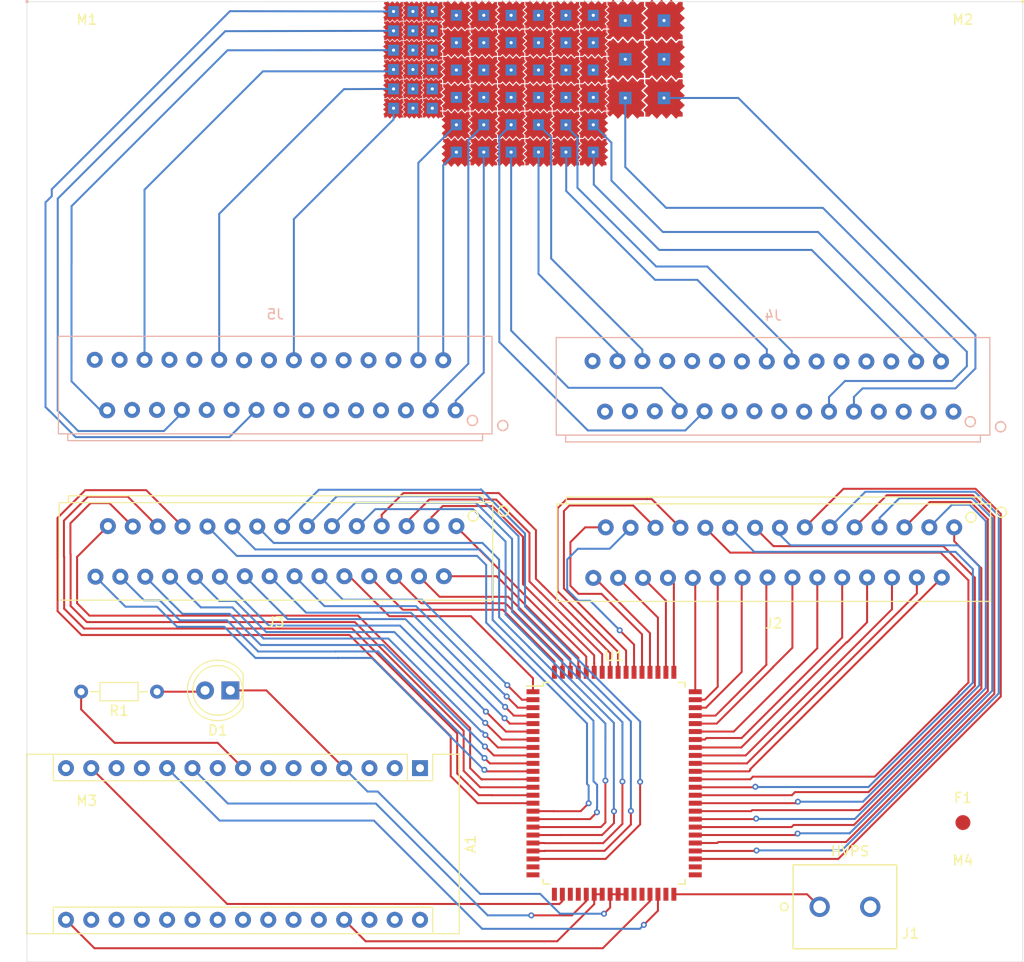
<source format=kicad_pcb>
(kicad_pcb (version 20171130) (host pcbnew "(5.1.5)-3")
  (layers (0 F.Cu signal) (1 In1.Cu signal) (2 In2.Cu signal) (31 B.Cu signal) (34 B.Paste user) (35 F.Paste user) (36 B.SilkS user) (37 F.SilkS user) (38 B.Mask user) (39 F.Mask user hide) (44 Edge.Cuts user))
  (net 0 "")
  (net 1 "Net-(A1-Pad1)")
  (net 2 "Net-(A1-Pad17)")
  (net 3 "Net-(A1-Pad2)")
  (net 4 "Net-(A1-Pad18)")
  (net 5 "Net-(A1-Pad3)")
  (net 6 "Net-(A1-Pad19)")
  (net 7 GND)
  (net 8 "Net-(A1-Pad20)")
  (net 9 "Net-(A1-Pad5)")
  (net 10 "Net-(A1-Pad21)")
  (net 11 "Net-(A1-Pad6)")
  (net 12 "Net-(A1-Pad22)")
  (net 13 "Net-(A1-Pad7)")
  (net 14 "Net-(A1-Pad23)")
  (net 15 "Net-(A1-Pad8)")
  (net 16 "Net-(A1-Pad24)")
  (net 17 "Net-(A1-Pad9)")
  (net 18 "Net-(A1-Pad25)")
  (net 19 ~BL)
  (net 20 "Net-(A1-Pad26)")
  (net 21 ~LE)
  (net 22 VDD)
  (net 23 "Net-(A1-Pad12)")
  (net 24 "Net-(A1-Pad28)")
  (net 25 "Net-(A1-Pad13)")
  (net 26 "Net-(A1-Pad29)")
  (net 27 DI)
  (net 28 "Net-(A1-Pad30)")
  (net 29 "Net-(A1-Pad15)")
  (net 30 SCLK)
  (net 31 "Net-(D1-Pad2)")
  (net 32 "Net-(U1-Pad23)")
  (net 33 "Net-(U1-Pad24)")
  (net 34 "Net-(U1-Pad25)")
  (net 35 "Net-(U1-Pad27)")
  (net 36 "Net-(U1-Pad28)")
  (net 37 "Net-(U1-Pad35)")
  (net 38 "Net-(U1-Pad36)")
  (net 39 "Net-(U1-Pad39)")
  (net 40 CHNL_28)
  (net 41 CHNL_27)
  (net 42 CHNL_26)
  (net 43 CHNL_25)
  (net 44 CHNL_29)
  (net 45 CHNL_30)
  (net 46 CHNL_31)
  (net 47 CHNL_32)
  (net 48 "Net-(U1-Pad41)")
  (net 49 "Net-(U1-Pad42)")
  (net 50 CHNL_14)
  (net 51 CHNL_15)
  (net 52 CHNL_16)
  (net 53 CHNL_17)
  (net 54 CHNL_18)
  (net 55 CHNL_19)
  (net 56 CHNL_20)
  (net 57 CHNL_24)
  (net 58 CHNL_23)
  (net 59 CHNL_22)
  (net 60 CHNL_21)
  (net 61 CHNL_13)
  (net 62 CHNL_12)
  (net 63 CHNL_11)
  (net 64 CHNL_6)
  (net 65 CHNL_7)
  (net 66 CHNL_8)
  (net 67 CHNL_9)
  (net 68 CHNL_10)
  (net 69 CHNL_3)
  (net 70 CHNL_4)
  (net 71 CHNL_5)
  (net 72 VPP)
  (net 73 CHNL_36)
  (net 74 CHNL_35)
  (net 75 CHNL_34)
  (net 76 CHNL_33)
  (net 77 CHNL_37)
  (net 78 CHNL_38)
  (net 79 CHNL_39)
  (net 80 CHNL_40)
  (net 81 CHNL_41)
  (net 82 CHNL_42)
  (net 83 CHNL_43)
  (net 84 CHNL_51)
  (net 85 CHNL_50)
  (net 86 CHNL_49)
  (net 87 CHNL_48)
  (net 88 CHNL_47)
  (net 89 CHNL_46)
  (net 90 CHNL_45)
  (net 91 CHNL_44)
  (net 92 CHNL_62)
  (net 93 CHNL_61)
  (net 94 CHNL_60)
  (net 95 CHNL_59)
  (net 96 CHNL_58)
  (net 97 CHNL_57)
  (net 98 CHNL_56)
  (net 99 CHNL_52)
  (net 100 CHNL_53)
  (net 101 CHNL_54)
  (net 102 CHNL_55)
  (net 103 "Net-(ELG1-Pad1)")
  (net 104 "Net-(ELG2-Pad1)")
  (net 105 "Net-(ELG3-Pad1)")
  (net 106 "Net-(ELG4-Pad1)")
  (net 107 "Net-(ELG5-Pad1)")
  (net 108 "Net-(ELG6-Pad1)")
  (net 109 "Net-(ESM1-Pad1)")
  (net 110 "Net-(ESM2-Pad1)")
  (net 111 "Net-(ESM3-Pad1)")
  (net 112 "Net-(ESM4-Pad1)")
  (net 113 "Net-(ESM5-Pad1)")
  (net 114 "Net-(ESM6-Pad1)")
  (net 115 "Net-(ESM7-Pad1)")
  (net 116 "Net-(ESM8-Pad1)")
  (net 117 "Net-(ESM9-Pad1)")
  (net 118 "Net-(ESM10-Pad1)")
  (net 119 "Net-(ESM11-Pad1)")
  (net 120 "Net-(ESM12-Pad1)")
  (net 121 "Net-(ESM13-Pad1)")
  (net 122 "Net-(ESM14-Pad1)")
  (net 123 "Net-(ESM15-Pad1)")
  (net 124 "Net-(ESM16-Pad1)")
  (net 125 "Net-(ESM17-Pad1)")
  (net 126 "Net-(ESM18-Pad1)")
  (net 127 "Net-(ESM19-Pad1)")
  (net 128 "Net-(ESM20-Pad1)")
  (net 129 "Net-(ESM21-Pad1)")
  (net 130 "Net-(ESM22-Pad1)")
  (net 131 "Net-(ESM23-Pad1)")
  (net 132 "Net-(ESM24-Pad1)")
  (net 133 "Net-(ESM25-Pad1)")
  (net 134 "Net-(ESM26-Pad1)")
  (net 135 "Net-(ESM27-Pad1)")
  (net 136 "Net-(ESM28-Pad1)")
  (net 137 "Net-(ESM29-Pad1)")
  (net 138 "Net-(ESM30-Pad1)")
  (net 139 "Net-(EXS1-Pad1)")
  (net 140 "Net-(EXS2-Pad1)")
  (net 141 "Net-(EXS3-Pad1)")
  (net 142 "Net-(EXS4-Pad1)")
  (net 143 "Net-(EXS5-Pad1)")
  (net 144 "Net-(EXS6-Pad1)")
  (net 145 "Net-(EXS7-Pad1)")
  (net 146 "Net-(EXS8-Pad1)")
  (net 147 "Net-(EXS9-Pad1)")
  (net 148 "Net-(EXS10-Pad1)")
  (net 149 "Net-(EXS11-Pad1)")
  (net 150 "Net-(EXS12-Pad1)")
  (net 151 "Net-(ESM31-Pad1)")
  (net 152 "Net-(ESM32-Pad1)")
  (net 153 "Net-(ESM33-Pad1)")
  (net 154 "Net-(ESM34-Pad1)")
  (net 155 "Net-(ESM35-Pad1)")
  (net 156 "Net-(ESM36-Pad1)")
  (net 157 "Net-(EXS13-Pad1)")
  (net 158 "Net-(EXS14-Pad1)")
  (net 159 "Net-(EXS15-Pad1)")
  (net 160 "Net-(EXS16-Pad1)")
  (net 161 "Net-(EXS17-Pad1)")
  (net 162 "Net-(EXS18-Pad1)")
  (module MountingHole:MountingHole_3.2mm_M3 (layer F.Cu) (at 117.9735 138.536)
    (fp_text reference M3 (at 0 -4.2) (layer F.SilkS))
    (fp_text value MountingHole_3.2mm_M3)
    (pad 1 np_thru_hole circle (at 0 0) (size 3.2 3.2) (drill 3.2) (layers *.Cu *.Mask))
  )
  (module MountingHole:MountingHole_3.2mm_M3 (layer F.Cu) (at 205.9735 144.536)
    (fp_text reference M4 (at 0 -4.2) (layer F.SilkS))
    (fp_text value MountingHole_3.2mm_M3)
    (pad 1 np_thru_hole circle (at 0 0) (size 3.2 3.2) (drill 3.2) (layers *.Cu *.Mask))
  )
  (module MountingHole:MountingHole_3.2mm_M3 (layer F.Cu) (at 117.9759 60.04104)
    (fp_text reference M1 (at 0 -4.2) (layer F.SilkS))
    (fp_text value MountingHole_3.2mm_M3)
    (pad 1 np_thru_hole circle (at 0 0) (size 3.2 3.2) (drill 3.2) (layers *.Cu *.Mask))
  )
  (module MountingHole:MountingHole_3.2mm_M3 (layer F.Cu) (at 205.96808 60.04104)
    (fp_text reference M2 (at 0 -4.2) (layer F.SilkS))
    (fp_text value MountingHole_3.2mm_M3)
    (pad 1 np_thru_hole circle (at 0 0) (size 3.2 3.2) (drill 3.2) (layers *.Cu *.Mask))
  )
  (module dmf_relay_board:MOLEX_30POS_FFC_TOP_CONN (layer B.Cu) (at 186.90138 92.69854 180)
    (fp_text reference J4 (at 0 7.112) (layer B.SilkS) (effects (justify mirror)))
    (fp_text value "Electrodes from Relay 1")
    (pad 29 thru_hole circle (at 16.875 -2.54 180) (size 1.6 1.6) (drill 0.8) (layers *.Cu *.Mask) (net 112 "Net-(ESM4-Pad1)"))
    (pad 27 thru_hole circle (at 14.375 -2.5 180) (size 1.6 1.6) (drill 0.8) (layers *.Cu *.Mask) (net 118 "Net-(ESM10-Pad1)"))
    (pad 25 thru_hole circle (at 11.875 -2.5 180) (size 1.6 1.6) (drill 0.8) (layers *.Cu *.Mask) (net 124 "Net-(ESM16-Pad1)"))
    (pad 23 thru_hole circle (at 9.375 -2.5 180) (size 1.6 1.6) (drill 0.8) (layers *.Cu *.Mask) (net 153 "Net-(ESM33-Pad1)"))
    (pad 21 thru_hole circle (at 6.875 -2.5 180) (size 1.6 1.6) (drill 0.8) (layers *.Cu *.Mask) (net 135 "Net-(ESM27-Pad1)"))
    (pad 19 thru_hole circle (at 4.375 -2.5 180) (size 1.6 1.6) (drill 0.8) (layers *.Cu *.Mask) (net 129 "Net-(ESM21-Pad1)"))
    (pad 17 thru_hole circle (at 1.875 -2.5 180) (size 1.6 1.6) (drill 0.8) (layers *.Cu *.Mask) (net 123 "Net-(ESM15-Pad1)"))
    (pad 1 thru_hole circle (at -18.125 -2.54 180) (size 1.6 1.6) (drill 0.8) (layers *.Cu *.Mask) (net 104 "Net-(ELG2-Pad1)"))
    (pad 3 thru_hole circle (at -15.625 -2.54 180) (size 1.6 1.6) (drill 0.8) (layers *.Cu *.Mask) (net 103 "Net-(ELG1-Pad1)"))
    (pad 5 thru_hole circle (at -13.125 -2.54 180) (size 1.6 1.6) (drill 0.8) (layers *.Cu *.Mask) (net 106 "Net-(ELG4-Pad1)"))
    (pad 7 thru_hole circle (at -10.625 -2.54 180) (size 1.6 1.6) (drill 0.8) (layers *.Cu *.Mask) (net 105 "Net-(ELG3-Pad1)"))
    (pad 9 thru_hole circle (at -8.125 -2.54 180) (size 1.6 1.6) (drill 0.8) (layers *.Cu *.Mask) (net 108 "Net-(ELG6-Pad1)"))
    (pad 11 thru_hole circle (at -5.625 -2.54 180) (size 1.6 1.6) (drill 0.8) (layers *.Cu *.Mask) (net 107 "Net-(ELG5-Pad1)"))
    (pad 13 thru_hole circle (at -3.125 -2.54 180) (size 1.6 1.6) (drill 0.8) (layers *.Cu *.Mask) (net 111 "Net-(ESM3-Pad1)"))
    (pad 15 thru_hole circle (at -0.625 -2.5 180) (size 1.6 1.6) (drill 0.8) (layers *.Cu *.Mask) (net 117 "Net-(ESM9-Pad1)"))
    (pad 2 thru_hole circle (at -16.875 2.5 180) (size 1.6 1.6) (drill 0.8) (layers *.Cu *.Mask) (net 138 "Net-(ESM30-Pad1)"))
    (pad 4 thru_hole circle (at -14.375 2.5 180) (size 1.6 1.6) (drill 0.8) (layers *.Cu *.Mask) (net 156 "Net-(ESM36-Pad1)"))
    (pad 6 thru_hole circle (at -11.875 2.5 180) (size 1.6 1.6) (drill 0.8) (layers *.Cu *.Mask) (net 132 "Net-(ESM24-Pad1)"))
    (pad 8 thru_hole circle (at -9.375 2.5 180) (size 1.6 1.6) (drill 0.8) (layers *.Cu *.Mask) (net 126 "Net-(ESM18-Pad1)"))
    (pad 10 thru_hole circle (at -6.875 2.5 180) (size 1.6 1.6) (drill 0.8) (layers *.Cu *.Mask) (net 120 "Net-(ESM12-Pad1)"))
    (pad 12 thru_hole circle (at -4.375 2.5 180) (size 1.6 1.6) (drill 0.8) (layers *.Cu *.Mask) (net 114 "Net-(ESM6-Pad1)"))
    (pad 14 thru_hole circle (at -1.875 2.5 180) (size 1.6 1.6) (drill 0.8) (layers *.Cu *.Mask) (net 137 "Net-(ESM29-Pad1)"))
    (pad 30 thru_hole circle (at 18.125 2.54 180) (size 1.6 1.6) (drill 0.8) (layers *.Cu *.Mask) (net 130 "Net-(ESM22-Pad1)"))
    (pad 28 thru_hole circle (at 15.625 2.54 180) (size 1.6 1.6) (drill 0.8) (layers *.Cu *.Mask) (net 154 "Net-(ESM34-Pad1)"))
    (pad 26 thru_hole circle (at 13.125 2.54 180) (size 1.6 1.6) (drill 0.8) (layers *.Cu *.Mask) (net 136 "Net-(ESM28-Pad1)"))
    (pad 24 thru_hole circle (at 10.625 2.54 180) (size 1.6 1.6) (drill 0.8) (layers *.Cu *.Mask) (net 113 "Net-(ESM5-Pad1)"))
    (pad 22 thru_hole circle (at 8.125 2.54 180) (size 1.6 1.6) (drill 0.8) (layers *.Cu *.Mask) (net 119 "Net-(ESM11-Pad1)"))
    (pad 20 thru_hole circle (at 5.625 2.54 180) (size 1.6 1.6) (drill 0.8) (layers *.Cu *.Mask) (net 125 "Net-(ESM17-Pad1)"))
    (pad 18 thru_hole circle (at 3.125 2.5 180) (size 1.6 1.6) (drill 0.8) (layers *.Cu *.Mask) (net 131 "Net-(ESM23-Pad1)"))
    (pad 16 thru_hole circle (at 0.625 2.5 180) (size 1.6 1.6) (drill 0.8) (layers *.Cu *.Mask) (net 155 "Net-(ESM35-Pad1)"))
  )
  (module dmf_relay_board:ELECTRODE_1_375_4MIL_4_5 (layer F.Cu) (at 150.7345 60.8641)
    (fp_text reference EXS11)
    (fp_text value ELEC_XS)
    (fp_line (start -0.635 0.6604) (end -0.635 -0.5588) (layer F.Cu) (width 0.2))
    (fp_line (start 0.6604 0.635) (end -0.6604 0.635) (layer F.Cu) (width 0.2))
    (fp_line (start 0.635 -0.6604) (end 0.635 0.6604) (layer F.Cu) (width 0.2))
    (fp_line (start -0.6858 -0.635) (end 0.6604 -0.635) (layer F.Cu) (width 0.2))
    (fp_line (start 0.7525 -0.7525) (end 0.7525 0.7525) (layer F.Cu) (width 0.1))
    (fp_line (start -0.7525 -0.7525) (end -0.7525 0.7525) (layer F.Cu) (width 0.1))
    (fp_line (start -0.7525 0.7525) (end 0.7525 0.7525) (layer F.Cu) (width 0.1))
    (fp_line (start -0.7525 -0.7525) (end 0.7525 -0.7525) (layer F.Cu) (width 0.1))
    (fp_line (start 0.84074 0.83058) (end 0.84074 0.74422) (layer F.Cu) (width 0.12))
    (fp_line (start 0.73152 0.83058) (end 0.84074 0.83058) (layer F.Cu) (width 0.12))
    (fp_line (start 0.70358 0.84328) (end 0.5969 0.90678) (layer F.Cu) (width 0.12))
    (fp_line (start 0.51054 0.84328) (end 0.70358 0.84328) (layer F.Cu) (width 0.12))
    (fp_line (start 0.83566 0.4699) (end 0.90932 0.33528) (layer F.Cu) (width 0.12))
    (fp_line (start 0.83058 0.27686) (end 0.83566 0.4699) (layer F.Cu) (width 0.12))
    (fp_line (start 0.82042 -0.03302) (end 0.889 -0.1397) (layer F.Cu) (width 0.12))
    (fp_line (start 0.82042 -0.22098) (end 0.82042 -0.03302) (layer F.Cu) (width 0.12))
    (fp_line (start 0.84328 -0.51562) (end 0.91694 -0.62484) (layer F.Cu) (width 0.12))
    (fp_line (start 0.84074 -0.69596) (end 0.84328 -0.51562) (layer F.Cu) (width 0.12))
    (fp_line (start 0.8382 -0.83312) (end 0.8382 -0.7112) (layer F.Cu) (width 0.12))
    (fp_line (start 0.86106 -0.8382) (end 0.75438 -0.8382) (layer F.Cu) (width 0.12))
    (fp_line (start 0.22098 0.84074) (end 0.11176 0.91694) (layer F.Cu) (width 0.12))
    (fp_line (start 0.03302 0.84074) (end 0.22098 0.84074) (layer F.Cu) (width 0.12))
    (fp_line (start -0.26162 0.83566) (end -0.37592 0.90424) (layer F.Cu) (width 0.12))
    (fp_line (start -0.46482 0.83566) (end -0.26162 0.83566) (layer F.Cu) (width 0.12))
    (fp_line (start -0.84328 0.83058) (end -0.75438 0.83058) (layer F.Cu) (width 0.12))
    (fp_line (start -0.84328 0.73406) (end -0.84328 0.83058) (layer F.Cu) (width 0.12))
    (fp_line (start -0.83566 0.6985) (end -0.90678 0.5969) (layer F.Cu) (width 0.12))
    (fp_line (start -0.8382 0.51054) (end -0.83566 0.6985) (layer F.Cu) (width 0.12))
    (fp_line (start -0.8382 0.21082) (end -0.90932 0.10668) (layer F.Cu) (width 0.12))
    (fp_line (start -0.83312 0.00762) (end -0.8382 0.21082) (layer F.Cu) (width 0.12))
    (fp_line (start -0.84074 -0.26162) (end -0.91186 -0.37592) (layer F.Cu) (width 0.12))
    (fp_line (start -0.8382 -0.45466) (end -0.84074 -0.26162) (layer F.Cu) (width 0.12))
    (fp_line (start -0.83058 -0.84328) (end -0.83566 -0.75692) (layer F.Cu) (width 0.12))
    (fp_line (start -0.85598 -0.8509) (end -0.74168 -0.8509) (layer F.Cu) (width 0.12))
    (fp_line (start -0.70612 -0.84582) (end -0.59944 -0.91694) (layer F.Cu) (width 0.12))
    (fp_line (start -0.51054 -0.84582) (end -0.70612 -0.84582) (layer F.Cu) (width 0.12))
    (fp_line (start -0.2159 -0.84582) (end -0.1143 -0.90678) (layer F.Cu) (width 0.12))
    (fp_line (start -0.02286 -0.84582) (end -0.2159 -0.84582) (layer F.Cu) (width 0.12))
    (fp_line (start 0.25908 -0.83312) (end 0.37592 -0.89916) (layer F.Cu) (width 0.12))
    (fp_line (start 0.4699 -0.83058) (end 0.25908 -0.83312) (layer F.Cu) (width 0.12))
    (fp_line (start 0.90156 0.759432) (end 0.75492 0.606228) (layer F.Cu) (width 0.0707))
    (fp_line (start 0.99784 0.363428) (end 0.75492 0.606228) (layer F.Cu) (width 0.0707))
    (fp_line (start 0.74328 0.120628) (end 0.99784 0.363428) (layer F.Cu) (width 0.0707))
    (fp_line (start 0.9862 -0.122172) (end 0.74328 0.120628) (layer F.Cu) (width 0.0707))
    (fp_line (start 0.74328 -0.364972) (end 0.9862 -0.122172) (layer F.Cu) (width 0.0707))
    (fp_line (start 0.9977 -0.6078) (end 0.74328 -0.364972) (layer F.Cu) (width 0.0707))
    (fp_line (start 0.6078 0.9977) (end 0.69933 0.90156) (layer F.Cu) (width 0.0707))
    (fp_line (start 0.6078 0.9977) (end 0.365 0.74317) (layer F.Cu) (width 0.0707))
    (fp_line (start 0.365 0.74317) (end 0.1219 0.99777) (layer F.Cu) (width 0.0707))
    (fp_line (start 0.1219 0.99777) (end -0.1212 0.74317) (layer F.Cu) (width 0.0707))
    (fp_line (start -0.1212 0.74317) (end -0.3643 0.99777) (layer F.Cu) (width 0.0707))
    (fp_line (start -0.3643 0.99777) (end -0.6074 0.74317) (layer F.Cu) (width 0.0707))
    (fp_line (start -0.6074 0.74317) (end -0.759432 0.90156) (layer F.Cu) (width 0.0707))
    (fp_line (start -0.90156 0.90156) (end -0.759432 0.90156) (layer F.Cu) (width 0.0707))
    (fp_line (start -0.90156 0.69813) (end -0.98609 0.6066) (layer F.Cu) (width 0.0707))
    (fp_line (start -0.74317 0.3638) (end -0.98609 0.6066) (layer F.Cu) (width 0.0707))
    (fp_line (start -0.99773 0.121) (end -0.74317 0.3638) (layer F.Cu) (width 0.0707))
    (fp_line (start 0.9977 -0.6078) (end 0.90156 -0.69933) (layer F.Cu) (width 0.0707))
    (fp_line (start -0.75481 -0.1218) (end -0.99773 0.121) (layer F.Cu) (width 0.0707))
    (fp_line (start -0.99773 -0.3646) (end -0.75481 -0.1218) (layer F.Cu) (width 0.0707))
    (fp_line (start -0.74331 -0.607428) (end -0.99773 -0.3646) (layer F.Cu) (width 0.0707))
    (fp_line (start -0.9017 -0.75946) (end -0.74331 -0.607428) (layer F.Cu) (width 0.0707))
    (fp_line (start -0.90156 0.90156) (end -0.90156 0.69933) (layer F.Cu) (width 0.0707))
    (fp_line (start -0.6078 -0.9977) (end -0.69933 -0.90156) (layer F.Cu) (width 0.0707))
    (fp_line (start -0.3647 -0.7431) (end -0.6078 -0.9977) (layer F.Cu) (width 0.0707))
    (fp_line (start -0.1216 -0.9977) (end -0.3647 -0.7431) (layer F.Cu) (width 0.0707))
    (fp_line (start 0.1215 -0.7431) (end -0.1216 -0.9977) (layer F.Cu) (width 0.0707))
    (fp_line (start 0.3646 -0.9977) (end 0.1215 -0.7431) (layer F.Cu) (width 0.0707))
    (fp_line (start 0.6074 -0.74317) (end 0.3646 -0.9977) (layer F.Cu) (width 0.0707))
    (fp_line (start 0.759432 -0.90156) (end 0.6074 -0.74317) (layer F.Cu) (width 0.0707))
    (fp_line (start 0.90156 0.90156) (end 0.69933 0.90156) (layer F.Cu) (width 0.0707))
    (fp_line (start 0.90156 0.90156) (end 0.90156 0.759432) (layer F.Cu) (width 0.0707))
    (fp_line (start 0.90156 -0.90156) (end 0.90156 -0.69933) (layer F.Cu) (width 0.0707))
    (fp_line (start 0.90156 -0.90156) (end 0.759432 -0.90156) (layer F.Cu) (width 0.0707))
    (fp_line (start -0.90156 -0.90156) (end -0.90156 -0.759432) (layer F.Cu) (width 0.0707))
    (fp_line (start -0.90156 -0.90156) (end -0.69933 -0.90156) (layer F.Cu) (width 0.0707))
    (pad 1 thru_hole circle (at 0 0) (size 0.6048 0.6048) (drill 0.3) (layers *.Cu *.Mask) (net 149 "Net-(EXS11-Pad1)"))
    (pad 1 thru_hole rect (at 0 0) (size 1.1 1.1) (drill 0.3) (layers F.Cu F.Mask) (net 149 "Net-(EXS11-Pad1)"))
  )
  (module dmf_relay_board:ELECTRODE_1_375_4MIL_4_5 (layer F.Cu) (at 148.7895 58.9191)
    (fp_text reference EXS7)
    (fp_text value ELEC_XS)
    (fp_line (start -0.635 0.6604) (end -0.635 -0.5588) (layer F.Cu) (width 0.2))
    (fp_line (start 0.6604 0.635) (end -0.6604 0.635) (layer F.Cu) (width 0.2))
    (fp_line (start 0.635 -0.6604) (end 0.635 0.6604) (layer F.Cu) (width 0.2))
    (fp_line (start -0.6858 -0.635) (end 0.6604 -0.635) (layer F.Cu) (width 0.2))
    (fp_line (start 0.7525 -0.7525) (end 0.7525 0.7525) (layer F.Cu) (width 0.1))
    (fp_line (start -0.7525 -0.7525) (end -0.7525 0.7525) (layer F.Cu) (width 0.1))
    (fp_line (start -0.7525 0.7525) (end 0.7525 0.7525) (layer F.Cu) (width 0.1))
    (fp_line (start -0.7525 -0.7525) (end 0.7525 -0.7525) (layer F.Cu) (width 0.1))
    (fp_line (start 0.84074 0.83058) (end 0.84074 0.74422) (layer F.Cu) (width 0.12))
    (fp_line (start 0.73152 0.83058) (end 0.84074 0.83058) (layer F.Cu) (width 0.12))
    (fp_line (start 0.70358 0.84328) (end 0.5969 0.90678) (layer F.Cu) (width 0.12))
    (fp_line (start 0.51054 0.84328) (end 0.70358 0.84328) (layer F.Cu) (width 0.12))
    (fp_line (start 0.83566 0.4699) (end 0.90932 0.33528) (layer F.Cu) (width 0.12))
    (fp_line (start 0.83058 0.27686) (end 0.83566 0.4699) (layer F.Cu) (width 0.12))
    (fp_line (start 0.82042 -0.03302) (end 0.889 -0.1397) (layer F.Cu) (width 0.12))
    (fp_line (start 0.82042 -0.22098) (end 0.82042 -0.03302) (layer F.Cu) (width 0.12))
    (fp_line (start 0.84328 -0.51562) (end 0.91694 -0.62484) (layer F.Cu) (width 0.12))
    (fp_line (start 0.84074 -0.69596) (end 0.84328 -0.51562) (layer F.Cu) (width 0.12))
    (fp_line (start 0.8382 -0.83312) (end 0.8382 -0.7112) (layer F.Cu) (width 0.12))
    (fp_line (start 0.86106 -0.8382) (end 0.75438 -0.8382) (layer F.Cu) (width 0.12))
    (fp_line (start 0.22098 0.84074) (end 0.11176 0.91694) (layer F.Cu) (width 0.12))
    (fp_line (start 0.03302 0.84074) (end 0.22098 0.84074) (layer F.Cu) (width 0.12))
    (fp_line (start -0.26162 0.83566) (end -0.37592 0.90424) (layer F.Cu) (width 0.12))
    (fp_line (start -0.46482 0.83566) (end -0.26162 0.83566) (layer F.Cu) (width 0.12))
    (fp_line (start -0.84328 0.83058) (end -0.75438 0.83058) (layer F.Cu) (width 0.12))
    (fp_line (start -0.84328 0.73406) (end -0.84328 0.83058) (layer F.Cu) (width 0.12))
    (fp_line (start -0.83566 0.6985) (end -0.90678 0.5969) (layer F.Cu) (width 0.12))
    (fp_line (start -0.8382 0.51054) (end -0.83566 0.6985) (layer F.Cu) (width 0.12))
    (fp_line (start -0.8382 0.21082) (end -0.90932 0.10668) (layer F.Cu) (width 0.12))
    (fp_line (start -0.83312 0.00762) (end -0.8382 0.21082) (layer F.Cu) (width 0.12))
    (fp_line (start -0.84074 -0.26162) (end -0.91186 -0.37592) (layer F.Cu) (width 0.12))
    (fp_line (start -0.8382 -0.45466) (end -0.84074 -0.26162) (layer F.Cu) (width 0.12))
    (fp_line (start -0.83058 -0.84328) (end -0.83566 -0.75692) (layer F.Cu) (width 0.12))
    (fp_line (start -0.85598 -0.8509) (end -0.74168 -0.8509) (layer F.Cu) (width 0.12))
    (fp_line (start -0.70612 -0.84582) (end -0.59944 -0.91694) (layer F.Cu) (width 0.12))
    (fp_line (start -0.51054 -0.84582) (end -0.70612 -0.84582) (layer F.Cu) (width 0.12))
    (fp_line (start -0.2159 -0.84582) (end -0.1143 -0.90678) (layer F.Cu) (width 0.12))
    (fp_line (start -0.02286 -0.84582) (end -0.2159 -0.84582) (layer F.Cu) (width 0.12))
    (fp_line (start 0.25908 -0.83312) (end 0.37592 -0.89916) (layer F.Cu) (width 0.12))
    (fp_line (start 0.4699 -0.83058) (end 0.25908 -0.83312) (layer F.Cu) (width 0.12))
    (fp_line (start 0.90156 0.759432) (end 0.75492 0.606228) (layer F.Cu) (width 0.0707))
    (fp_line (start 0.99784 0.363428) (end 0.75492 0.606228) (layer F.Cu) (width 0.0707))
    (fp_line (start 0.74328 0.120628) (end 0.99784 0.363428) (layer F.Cu) (width 0.0707))
    (fp_line (start 0.9862 -0.122172) (end 0.74328 0.120628) (layer F.Cu) (width 0.0707))
    (fp_line (start 0.74328 -0.364972) (end 0.9862 -0.122172) (layer F.Cu) (width 0.0707))
    (fp_line (start 0.9977 -0.6078) (end 0.74328 -0.364972) (layer F.Cu) (width 0.0707))
    (fp_line (start 0.6078 0.9977) (end 0.69933 0.90156) (layer F.Cu) (width 0.0707))
    (fp_line (start 0.6078 0.9977) (end 0.365 0.74317) (layer F.Cu) (width 0.0707))
    (fp_line (start 0.365 0.74317) (end 0.1219 0.99777) (layer F.Cu) (width 0.0707))
    (fp_line (start 0.1219 0.99777) (end -0.1212 0.74317) (layer F.Cu) (width 0.0707))
    (fp_line (start -0.1212 0.74317) (end -0.3643 0.99777) (layer F.Cu) (width 0.0707))
    (fp_line (start -0.3643 0.99777) (end -0.6074 0.74317) (layer F.Cu) (width 0.0707))
    (fp_line (start -0.6074 0.74317) (end -0.759432 0.90156) (layer F.Cu) (width 0.0707))
    (fp_line (start -0.90156 0.90156) (end -0.759432 0.90156) (layer F.Cu) (width 0.0707))
    (fp_line (start -0.90156 0.69813) (end -0.98609 0.6066) (layer F.Cu) (width 0.0707))
    (fp_line (start -0.74317 0.3638) (end -0.98609 0.6066) (layer F.Cu) (width 0.0707))
    (fp_line (start -0.99773 0.121) (end -0.74317 0.3638) (layer F.Cu) (width 0.0707))
    (fp_line (start 0.9977 -0.6078) (end 0.90156 -0.69933) (layer F.Cu) (width 0.0707))
    (fp_line (start -0.75481 -0.1218) (end -0.99773 0.121) (layer F.Cu) (width 0.0707))
    (fp_line (start -0.99773 -0.3646) (end -0.75481 -0.1218) (layer F.Cu) (width 0.0707))
    (fp_line (start -0.74331 -0.607428) (end -0.99773 -0.3646) (layer F.Cu) (width 0.0707))
    (fp_line (start -0.9017 -0.75946) (end -0.74331 -0.607428) (layer F.Cu) (width 0.0707))
    (fp_line (start -0.90156 0.90156) (end -0.90156 0.69933) (layer F.Cu) (width 0.0707))
    (fp_line (start -0.6078 -0.9977) (end -0.69933 -0.90156) (layer F.Cu) (width 0.0707))
    (fp_line (start -0.3647 -0.7431) (end -0.6078 -0.9977) (layer F.Cu) (width 0.0707))
    (fp_line (start -0.1216 -0.9977) (end -0.3647 -0.7431) (layer F.Cu) (width 0.0707))
    (fp_line (start 0.1215 -0.7431) (end -0.1216 -0.9977) (layer F.Cu) (width 0.0707))
    (fp_line (start 0.3646 -0.9977) (end 0.1215 -0.7431) (layer F.Cu) (width 0.0707))
    (fp_line (start 0.6074 -0.74317) (end 0.3646 -0.9977) (layer F.Cu) (width 0.0707))
    (fp_line (start 0.759432 -0.90156) (end 0.6074 -0.74317) (layer F.Cu) (width 0.0707))
    (fp_line (start 0.90156 0.90156) (end 0.69933 0.90156) (layer F.Cu) (width 0.0707))
    (fp_line (start 0.90156 0.90156) (end 0.90156 0.759432) (layer F.Cu) (width 0.0707))
    (fp_line (start 0.90156 -0.90156) (end 0.90156 -0.69933) (layer F.Cu) (width 0.0707))
    (fp_line (start 0.90156 -0.90156) (end 0.759432 -0.90156) (layer F.Cu) (width 0.0707))
    (fp_line (start -0.90156 -0.90156) (end -0.90156 -0.759432) (layer F.Cu) (width 0.0707))
    (fp_line (start -0.90156 -0.90156) (end -0.69933 -0.90156) (layer F.Cu) (width 0.0707))
    (pad 1 thru_hole circle (at 0 0) (size 0.6048 0.6048) (drill 0.3) (layers *.Cu *.Mask) (net 145 "Net-(EXS7-Pad1)"))
    (pad 1 thru_hole rect (at 0 0) (size 1.1 1.1) (drill 0.3) (layers F.Cu F.Mask) (net 145 "Net-(EXS7-Pad1)"))
  )
  (module dmf_relay_board:ELECTRODE_1_375_4MIL_4_5 (layer F.Cu) (at 150.7345 64.7541)
    (fp_text reference EXS17)
    (fp_text value ELEC_XS)
    (fp_line (start -0.635 0.6604) (end -0.635 -0.5588) (layer F.Cu) (width 0.2))
    (fp_line (start 0.6604 0.635) (end -0.6604 0.635) (layer F.Cu) (width 0.2))
    (fp_line (start 0.635 -0.6604) (end 0.635 0.6604) (layer F.Cu) (width 0.2))
    (fp_line (start -0.6858 -0.635) (end 0.6604 -0.635) (layer F.Cu) (width 0.2))
    (fp_line (start 0.7525 -0.7525) (end 0.7525 0.7525) (layer F.Cu) (width 0.1))
    (fp_line (start -0.7525 -0.7525) (end -0.7525 0.7525) (layer F.Cu) (width 0.1))
    (fp_line (start -0.7525 0.7525) (end 0.7525 0.7525) (layer F.Cu) (width 0.1))
    (fp_line (start -0.7525 -0.7525) (end 0.7525 -0.7525) (layer F.Cu) (width 0.1))
    (fp_line (start 0.84074 0.83058) (end 0.84074 0.74422) (layer F.Cu) (width 0.12))
    (fp_line (start 0.73152 0.83058) (end 0.84074 0.83058) (layer F.Cu) (width 0.12))
    (fp_line (start 0.70358 0.84328) (end 0.5969 0.90678) (layer F.Cu) (width 0.12))
    (fp_line (start 0.51054 0.84328) (end 0.70358 0.84328) (layer F.Cu) (width 0.12))
    (fp_line (start 0.83566 0.4699) (end 0.90932 0.33528) (layer F.Cu) (width 0.12))
    (fp_line (start 0.83058 0.27686) (end 0.83566 0.4699) (layer F.Cu) (width 0.12))
    (fp_line (start 0.82042 -0.03302) (end 0.889 -0.1397) (layer F.Cu) (width 0.12))
    (fp_line (start 0.82042 -0.22098) (end 0.82042 -0.03302) (layer F.Cu) (width 0.12))
    (fp_line (start 0.84328 -0.51562) (end 0.91694 -0.62484) (layer F.Cu) (width 0.12))
    (fp_line (start 0.84074 -0.69596) (end 0.84328 -0.51562) (layer F.Cu) (width 0.12))
    (fp_line (start 0.8382 -0.83312) (end 0.8382 -0.7112) (layer F.Cu) (width 0.12))
    (fp_line (start 0.86106 -0.8382) (end 0.75438 -0.8382) (layer F.Cu) (width 0.12))
    (fp_line (start 0.22098 0.84074) (end 0.11176 0.91694) (layer F.Cu) (width 0.12))
    (fp_line (start 0.03302 0.84074) (end 0.22098 0.84074) (layer F.Cu) (width 0.12))
    (fp_line (start -0.26162 0.83566) (end -0.37592 0.90424) (layer F.Cu) (width 0.12))
    (fp_line (start -0.46482 0.83566) (end -0.26162 0.83566) (layer F.Cu) (width 0.12))
    (fp_line (start -0.84328 0.83058) (end -0.75438 0.83058) (layer F.Cu) (width 0.12))
    (fp_line (start -0.84328 0.73406) (end -0.84328 0.83058) (layer F.Cu) (width 0.12))
    (fp_line (start -0.83566 0.6985) (end -0.90678 0.5969) (layer F.Cu) (width 0.12))
    (fp_line (start -0.8382 0.51054) (end -0.83566 0.6985) (layer F.Cu) (width 0.12))
    (fp_line (start -0.8382 0.21082) (end -0.90932 0.10668) (layer F.Cu) (width 0.12))
    (fp_line (start -0.83312 0.00762) (end -0.8382 0.21082) (layer F.Cu) (width 0.12))
    (fp_line (start -0.84074 -0.26162) (end -0.91186 -0.37592) (layer F.Cu) (width 0.12))
    (fp_line (start -0.8382 -0.45466) (end -0.84074 -0.26162) (layer F.Cu) (width 0.12))
    (fp_line (start -0.83058 -0.84328) (end -0.83566 -0.75692) (layer F.Cu) (width 0.12))
    (fp_line (start -0.85598 -0.8509) (end -0.74168 -0.8509) (layer F.Cu) (width 0.12))
    (fp_line (start -0.70612 -0.84582) (end -0.59944 -0.91694) (layer F.Cu) (width 0.12))
    (fp_line (start -0.51054 -0.84582) (end -0.70612 -0.84582) (layer F.Cu) (width 0.12))
    (fp_line (start -0.2159 -0.84582) (end -0.1143 -0.90678) (layer F.Cu) (width 0.12))
    (fp_line (start -0.02286 -0.84582) (end -0.2159 -0.84582) (layer F.Cu) (width 0.12))
    (fp_line (start 0.25908 -0.83312) (end 0.37592 -0.89916) (layer F.Cu) (width 0.12))
    (fp_line (start 0.4699 -0.83058) (end 0.25908 -0.83312) (layer F.Cu) (width 0.12))
    (fp_line (start 0.90156 0.759432) (end 0.75492 0.606228) (layer F.Cu) (width 0.0707))
    (fp_line (start 0.99784 0.363428) (end 0.75492 0.606228) (layer F.Cu) (width 0.0707))
    (fp_line (start 0.74328 0.120628) (end 0.99784 0.363428) (layer F.Cu) (width 0.0707))
    (fp_line (start 0.9862 -0.122172) (end 0.74328 0.120628) (layer F.Cu) (width 0.0707))
    (fp_line (start 0.74328 -0.364972) (end 0.9862 -0.122172) (layer F.Cu) (width 0.0707))
    (fp_line (start 0.9977 -0.6078) (end 0.74328 -0.364972) (layer F.Cu) (width 0.0707))
    (fp_line (start 0.6078 0.9977) (end 0.69933 0.90156) (layer F.Cu) (width 0.0707))
    (fp_line (start 0.6078 0.9977) (end 0.365 0.74317) (layer F.Cu) (width 0.0707))
    (fp_line (start 0.365 0.74317) (end 0.1219 0.99777) (layer F.Cu) (width 0.0707))
    (fp_line (start 0.1219 0.99777) (end -0.1212 0.74317) (layer F.Cu) (width 0.0707))
    (fp_line (start -0.1212 0.74317) (end -0.3643 0.99777) (layer F.Cu) (width 0.0707))
    (fp_line (start -0.3643 0.99777) (end -0.6074 0.74317) (layer F.Cu) (width 0.0707))
    (fp_line (start -0.6074 0.74317) (end -0.759432 0.90156) (layer F.Cu) (width 0.0707))
    (fp_line (start -0.90156 0.90156) (end -0.759432 0.90156) (layer F.Cu) (width 0.0707))
    (fp_line (start -0.90156 0.69813) (end -0.98609 0.6066) (layer F.Cu) (width 0.0707))
    (fp_line (start -0.74317 0.3638) (end -0.98609 0.6066) (layer F.Cu) (width 0.0707))
    (fp_line (start -0.99773 0.121) (end -0.74317 0.3638) (layer F.Cu) (width 0.0707))
    (fp_line (start 0.9977 -0.6078) (end 0.90156 -0.69933) (layer F.Cu) (width 0.0707))
    (fp_line (start -0.75481 -0.1218) (end -0.99773 0.121) (layer F.Cu) (width 0.0707))
    (fp_line (start -0.99773 -0.3646) (end -0.75481 -0.1218) (layer F.Cu) (width 0.0707))
    (fp_line (start -0.74331 -0.607428) (end -0.99773 -0.3646) (layer F.Cu) (width 0.0707))
    (fp_line (start -0.9017 -0.75946) (end -0.74331 -0.607428) (layer F.Cu) (width 0.0707))
    (fp_line (start -0.90156 0.90156) (end -0.90156 0.69933) (layer F.Cu) (width 0.0707))
    (fp_line (start -0.6078 -0.9977) (end -0.69933 -0.90156) (layer F.Cu) (width 0.0707))
    (fp_line (start -0.3647 -0.7431) (end -0.6078 -0.9977) (layer F.Cu) (width 0.0707))
    (fp_line (start -0.1216 -0.9977) (end -0.3647 -0.7431) (layer F.Cu) (width 0.0707))
    (fp_line (start 0.1215 -0.7431) (end -0.1216 -0.9977) (layer F.Cu) (width 0.0707))
    (fp_line (start 0.3646 -0.9977) (end 0.1215 -0.7431) (layer F.Cu) (width 0.0707))
    (fp_line (start 0.6074 -0.74317) (end 0.3646 -0.9977) (layer F.Cu) (width 0.0707))
    (fp_line (start 0.759432 -0.90156) (end 0.6074 -0.74317) (layer F.Cu) (width 0.0707))
    (fp_line (start 0.90156 0.90156) (end 0.69933 0.90156) (layer F.Cu) (width 0.0707))
    (fp_line (start 0.90156 0.90156) (end 0.90156 0.759432) (layer F.Cu) (width 0.0707))
    (fp_line (start 0.90156 -0.90156) (end 0.90156 -0.69933) (layer F.Cu) (width 0.0707))
    (fp_line (start 0.90156 -0.90156) (end 0.759432 -0.90156) (layer F.Cu) (width 0.0707))
    (fp_line (start -0.90156 -0.90156) (end -0.90156 -0.759432) (layer F.Cu) (width 0.0707))
    (fp_line (start -0.90156 -0.90156) (end -0.69933 -0.90156) (layer F.Cu) (width 0.0707))
    (pad 1 thru_hole circle (at 0 0) (size 0.6048 0.6048) (drill 0.3) (layers *.Cu *.Mask) (net 161 "Net-(EXS17-Pad1)"))
    (pad 1 thru_hole rect (at 0 0) (size 1.1 1.1) (drill 0.3) (layers F.Cu F.Mask) (net 161 "Net-(EXS17-Pad1)"))
  )
  (module dmf_relay_board:ELECTRODE_1_375_4MIL_4_5 (layer F.Cu) (at 148.7895 64.7541)
    (fp_text reference EXS16)
    (fp_text value ELEC_XS)
    (fp_line (start -0.635 0.6604) (end -0.635 -0.5588) (layer F.Cu) (width 0.2))
    (fp_line (start 0.6604 0.635) (end -0.6604 0.635) (layer F.Cu) (width 0.2))
    (fp_line (start 0.635 -0.6604) (end 0.635 0.6604) (layer F.Cu) (width 0.2))
    (fp_line (start -0.6858 -0.635) (end 0.6604 -0.635) (layer F.Cu) (width 0.2))
    (fp_line (start 0.7525 -0.7525) (end 0.7525 0.7525) (layer F.Cu) (width 0.1))
    (fp_line (start -0.7525 -0.7525) (end -0.7525 0.7525) (layer F.Cu) (width 0.1))
    (fp_line (start -0.7525 0.7525) (end 0.7525 0.7525) (layer F.Cu) (width 0.1))
    (fp_line (start -0.7525 -0.7525) (end 0.7525 -0.7525) (layer F.Cu) (width 0.1))
    (fp_line (start 0.84074 0.83058) (end 0.84074 0.74422) (layer F.Cu) (width 0.12))
    (fp_line (start 0.73152 0.83058) (end 0.84074 0.83058) (layer F.Cu) (width 0.12))
    (fp_line (start 0.70358 0.84328) (end 0.5969 0.90678) (layer F.Cu) (width 0.12))
    (fp_line (start 0.51054 0.84328) (end 0.70358 0.84328) (layer F.Cu) (width 0.12))
    (fp_line (start 0.83566 0.4699) (end 0.90932 0.33528) (layer F.Cu) (width 0.12))
    (fp_line (start 0.83058 0.27686) (end 0.83566 0.4699) (layer F.Cu) (width 0.12))
    (fp_line (start 0.82042 -0.03302) (end 0.889 -0.1397) (layer F.Cu) (width 0.12))
    (fp_line (start 0.82042 -0.22098) (end 0.82042 -0.03302) (layer F.Cu) (width 0.12))
    (fp_line (start 0.84328 -0.51562) (end 0.91694 -0.62484) (layer F.Cu) (width 0.12))
    (fp_line (start 0.84074 -0.69596) (end 0.84328 -0.51562) (layer F.Cu) (width 0.12))
    (fp_line (start 0.8382 -0.83312) (end 0.8382 -0.7112) (layer F.Cu) (width 0.12))
    (fp_line (start 0.86106 -0.8382) (end 0.75438 -0.8382) (layer F.Cu) (width 0.12))
    (fp_line (start 0.22098 0.84074) (end 0.11176 0.91694) (layer F.Cu) (width 0.12))
    (fp_line (start 0.03302 0.84074) (end 0.22098 0.84074) (layer F.Cu) (width 0.12))
    (fp_line (start -0.26162 0.83566) (end -0.37592 0.90424) (layer F.Cu) (width 0.12))
    (fp_line (start -0.46482 0.83566) (end -0.26162 0.83566) (layer F.Cu) (width 0.12))
    (fp_line (start -0.84328 0.83058) (end -0.75438 0.83058) (layer F.Cu) (width 0.12))
    (fp_line (start -0.84328 0.73406) (end -0.84328 0.83058) (layer F.Cu) (width 0.12))
    (fp_line (start -0.83566 0.6985) (end -0.90678 0.5969) (layer F.Cu) (width 0.12))
    (fp_line (start -0.8382 0.51054) (end -0.83566 0.6985) (layer F.Cu) (width 0.12))
    (fp_line (start -0.8382 0.21082) (end -0.90932 0.10668) (layer F.Cu) (width 0.12))
    (fp_line (start -0.83312 0.00762) (end -0.8382 0.21082) (layer F.Cu) (width 0.12))
    (fp_line (start -0.84074 -0.26162) (end -0.91186 -0.37592) (layer F.Cu) (width 0.12))
    (fp_line (start -0.8382 -0.45466) (end -0.84074 -0.26162) (layer F.Cu) (width 0.12))
    (fp_line (start -0.83058 -0.84328) (end -0.83566 -0.75692) (layer F.Cu) (width 0.12))
    (fp_line (start -0.85598 -0.8509) (end -0.74168 -0.8509) (layer F.Cu) (width 0.12))
    (fp_line (start -0.70612 -0.84582) (end -0.59944 -0.91694) (layer F.Cu) (width 0.12))
    (fp_line (start -0.51054 -0.84582) (end -0.70612 -0.84582) (layer F.Cu) (width 0.12))
    (fp_line (start -0.2159 -0.84582) (end -0.1143 -0.90678) (layer F.Cu) (width 0.12))
    (fp_line (start -0.02286 -0.84582) (end -0.2159 -0.84582) (layer F.Cu) (width 0.12))
    (fp_line (start 0.25908 -0.83312) (end 0.37592 -0.89916) (layer F.Cu) (width 0.12))
    (fp_line (start 0.4699 -0.83058) (end 0.25908 -0.83312) (layer F.Cu) (width 0.12))
    (fp_line (start 0.90156 0.759432) (end 0.75492 0.606228) (layer F.Cu) (width 0.0707))
    (fp_line (start 0.99784 0.363428) (end 0.75492 0.606228) (layer F.Cu) (width 0.0707))
    (fp_line (start 0.74328 0.120628) (end 0.99784 0.363428) (layer F.Cu) (width 0.0707))
    (fp_line (start 0.9862 -0.122172) (end 0.74328 0.120628) (layer F.Cu) (width 0.0707))
    (fp_line (start 0.74328 -0.364972) (end 0.9862 -0.122172) (layer F.Cu) (width 0.0707))
    (fp_line (start 0.9977 -0.6078) (end 0.74328 -0.364972) (layer F.Cu) (width 0.0707))
    (fp_line (start 0.6078 0.9977) (end 0.69933 0.90156) (layer F.Cu) (width 0.0707))
    (fp_line (start 0.6078 0.9977) (end 0.365 0.74317) (layer F.Cu) (width 0.0707))
    (fp_line (start 0.365 0.74317) (end 0.1219 0.99777) (layer F.Cu) (width 0.0707))
    (fp_line (start 0.1219 0.99777) (end -0.1212 0.74317) (layer F.Cu) (width 0.0707))
    (fp_line (start -0.1212 0.74317) (end -0.3643 0.99777) (layer F.Cu) (width 0.0707))
    (fp_line (start -0.3643 0.99777) (end -0.6074 0.74317) (layer F.Cu) (width 0.0707))
    (fp_line (start -0.6074 0.74317) (end -0.759432 0.90156) (layer F.Cu) (width 0.0707))
    (fp_line (start -0.90156 0.90156) (end -0.759432 0.90156) (layer F.Cu) (width 0.0707))
    (fp_line (start -0.90156 0.69813) (end -0.98609 0.6066) (layer F.Cu) (width 0.0707))
    (fp_line (start -0.74317 0.3638) (end -0.98609 0.6066) (layer F.Cu) (width 0.0707))
    (fp_line (start -0.99773 0.121) (end -0.74317 0.3638) (layer F.Cu) (width 0.0707))
    (fp_line (start 0.9977 -0.6078) (end 0.90156 -0.69933) (layer F.Cu) (width 0.0707))
    (fp_line (start -0.75481 -0.1218) (end -0.99773 0.121) (layer F.Cu) (width 0.0707))
    (fp_line (start -0.99773 -0.3646) (end -0.75481 -0.1218) (layer F.Cu) (width 0.0707))
    (fp_line (start -0.74331 -0.607428) (end -0.99773 -0.3646) (layer F.Cu) (width 0.0707))
    (fp_line (start -0.9017 -0.75946) (end -0.74331 -0.607428) (layer F.Cu) (width 0.0707))
    (fp_line (start -0.90156 0.90156) (end -0.90156 0.69933) (layer F.Cu) (width 0.0707))
    (fp_line (start -0.6078 -0.9977) (end -0.69933 -0.90156) (layer F.Cu) (width 0.0707))
    (fp_line (start -0.3647 -0.7431) (end -0.6078 -0.9977) (layer F.Cu) (width 0.0707))
    (fp_line (start -0.1216 -0.9977) (end -0.3647 -0.7431) (layer F.Cu) (width 0.0707))
    (fp_line (start 0.1215 -0.7431) (end -0.1216 -0.9977) (layer F.Cu) (width 0.0707))
    (fp_line (start 0.3646 -0.9977) (end 0.1215 -0.7431) (layer F.Cu) (width 0.0707))
    (fp_line (start 0.6074 -0.74317) (end 0.3646 -0.9977) (layer F.Cu) (width 0.0707))
    (fp_line (start 0.759432 -0.90156) (end 0.6074 -0.74317) (layer F.Cu) (width 0.0707))
    (fp_line (start 0.90156 0.90156) (end 0.69933 0.90156) (layer F.Cu) (width 0.0707))
    (fp_line (start 0.90156 0.90156) (end 0.90156 0.759432) (layer F.Cu) (width 0.0707))
    (fp_line (start 0.90156 -0.90156) (end 0.90156 -0.69933) (layer F.Cu) (width 0.0707))
    (fp_line (start 0.90156 -0.90156) (end 0.759432 -0.90156) (layer F.Cu) (width 0.0707))
    (fp_line (start -0.90156 -0.90156) (end -0.90156 -0.759432) (layer F.Cu) (width 0.0707))
    (fp_line (start -0.90156 -0.90156) (end -0.69933 -0.90156) (layer F.Cu) (width 0.0707))
    (pad 1 thru_hole circle (at 0 0) (size 0.6048 0.6048) (drill 0.3) (layers *.Cu *.Mask) (net 160 "Net-(EXS16-Pad1)"))
    (pad 1 thru_hole rect (at 0 0) (size 1.1 1.1) (drill 0.3) (layers F.Cu F.Mask) (net 160 "Net-(EXS16-Pad1)"))
  )
  (module dmf_relay_board:ELECTRODE_1_375_4MIL_4_5 (layer F.Cu) (at 150.7345 62.8091)
    (fp_text reference EXS14)
    (fp_text value ELEC_XS)
    (fp_line (start -0.635 0.6604) (end -0.635 -0.5588) (layer F.Cu) (width 0.2))
    (fp_line (start 0.6604 0.635) (end -0.6604 0.635) (layer F.Cu) (width 0.2))
    (fp_line (start 0.635 -0.6604) (end 0.635 0.6604) (layer F.Cu) (width 0.2))
    (fp_line (start -0.6858 -0.635) (end 0.6604 -0.635) (layer F.Cu) (width 0.2))
    (fp_line (start 0.7525 -0.7525) (end 0.7525 0.7525) (layer F.Cu) (width 0.1))
    (fp_line (start -0.7525 -0.7525) (end -0.7525 0.7525) (layer F.Cu) (width 0.1))
    (fp_line (start -0.7525 0.7525) (end 0.7525 0.7525) (layer F.Cu) (width 0.1))
    (fp_line (start -0.7525 -0.7525) (end 0.7525 -0.7525) (layer F.Cu) (width 0.1))
    (fp_line (start 0.84074 0.83058) (end 0.84074 0.74422) (layer F.Cu) (width 0.12))
    (fp_line (start 0.73152 0.83058) (end 0.84074 0.83058) (layer F.Cu) (width 0.12))
    (fp_line (start 0.70358 0.84328) (end 0.5969 0.90678) (layer F.Cu) (width 0.12))
    (fp_line (start 0.51054 0.84328) (end 0.70358 0.84328) (layer F.Cu) (width 0.12))
    (fp_line (start 0.83566 0.4699) (end 0.90932 0.33528) (layer F.Cu) (width 0.12))
    (fp_line (start 0.83058 0.27686) (end 0.83566 0.4699) (layer F.Cu) (width 0.12))
    (fp_line (start 0.82042 -0.03302) (end 0.889 -0.1397) (layer F.Cu) (width 0.12))
    (fp_line (start 0.82042 -0.22098) (end 0.82042 -0.03302) (layer F.Cu) (width 0.12))
    (fp_line (start 0.84328 -0.51562) (end 0.91694 -0.62484) (layer F.Cu) (width 0.12))
    (fp_line (start 0.84074 -0.69596) (end 0.84328 -0.51562) (layer F.Cu) (width 0.12))
    (fp_line (start 0.8382 -0.83312) (end 0.8382 -0.7112) (layer F.Cu) (width 0.12))
    (fp_line (start 0.86106 -0.8382) (end 0.75438 -0.8382) (layer F.Cu) (width 0.12))
    (fp_line (start 0.22098 0.84074) (end 0.11176 0.91694) (layer F.Cu) (width 0.12))
    (fp_line (start 0.03302 0.84074) (end 0.22098 0.84074) (layer F.Cu) (width 0.12))
    (fp_line (start -0.26162 0.83566) (end -0.37592 0.90424) (layer F.Cu) (width 0.12))
    (fp_line (start -0.46482 0.83566) (end -0.26162 0.83566) (layer F.Cu) (width 0.12))
    (fp_line (start -0.84328 0.83058) (end -0.75438 0.83058) (layer F.Cu) (width 0.12))
    (fp_line (start -0.84328 0.73406) (end -0.84328 0.83058) (layer F.Cu) (width 0.12))
    (fp_line (start -0.83566 0.6985) (end -0.90678 0.5969) (layer F.Cu) (width 0.12))
    (fp_line (start -0.8382 0.51054) (end -0.83566 0.6985) (layer F.Cu) (width 0.12))
    (fp_line (start -0.8382 0.21082) (end -0.90932 0.10668) (layer F.Cu) (width 0.12))
    (fp_line (start -0.83312 0.00762) (end -0.8382 0.21082) (layer F.Cu) (width 0.12))
    (fp_line (start -0.84074 -0.26162) (end -0.91186 -0.37592) (layer F.Cu) (width 0.12))
    (fp_line (start -0.8382 -0.45466) (end -0.84074 -0.26162) (layer F.Cu) (width 0.12))
    (fp_line (start -0.83058 -0.84328) (end -0.83566 -0.75692) (layer F.Cu) (width 0.12))
    (fp_line (start -0.85598 -0.8509) (end -0.74168 -0.8509) (layer F.Cu) (width 0.12))
    (fp_line (start -0.70612 -0.84582) (end -0.59944 -0.91694) (layer F.Cu) (width 0.12))
    (fp_line (start -0.51054 -0.84582) (end -0.70612 -0.84582) (layer F.Cu) (width 0.12))
    (fp_line (start -0.2159 -0.84582) (end -0.1143 -0.90678) (layer F.Cu) (width 0.12))
    (fp_line (start -0.02286 -0.84582) (end -0.2159 -0.84582) (layer F.Cu) (width 0.12))
    (fp_line (start 0.25908 -0.83312) (end 0.37592 -0.89916) (layer F.Cu) (width 0.12))
    (fp_line (start 0.4699 -0.83058) (end 0.25908 -0.83312) (layer F.Cu) (width 0.12))
    (fp_line (start 0.90156 0.759432) (end 0.75492 0.606228) (layer F.Cu) (width 0.0707))
    (fp_line (start 0.99784 0.363428) (end 0.75492 0.606228) (layer F.Cu) (width 0.0707))
    (fp_line (start 0.74328 0.120628) (end 0.99784 0.363428) (layer F.Cu) (width 0.0707))
    (fp_line (start 0.9862 -0.122172) (end 0.74328 0.120628) (layer F.Cu) (width 0.0707))
    (fp_line (start 0.74328 -0.364972) (end 0.9862 -0.122172) (layer F.Cu) (width 0.0707))
    (fp_line (start 0.9977 -0.6078) (end 0.74328 -0.364972) (layer F.Cu) (width 0.0707))
    (fp_line (start 0.6078 0.9977) (end 0.69933 0.90156) (layer F.Cu) (width 0.0707))
    (fp_line (start 0.6078 0.9977) (end 0.365 0.74317) (layer F.Cu) (width 0.0707))
    (fp_line (start 0.365 0.74317) (end 0.1219 0.99777) (layer F.Cu) (width 0.0707))
    (fp_line (start 0.1219 0.99777) (end -0.1212 0.74317) (layer F.Cu) (width 0.0707))
    (fp_line (start -0.1212 0.74317) (end -0.3643 0.99777) (layer F.Cu) (width 0.0707))
    (fp_line (start -0.3643 0.99777) (end -0.6074 0.74317) (layer F.Cu) (width 0.0707))
    (fp_line (start -0.6074 0.74317) (end -0.759432 0.90156) (layer F.Cu) (width 0.0707))
    (fp_line (start -0.90156 0.90156) (end -0.759432 0.90156) (layer F.Cu) (width 0.0707))
    (fp_line (start -0.90156 0.69813) (end -0.98609 0.6066) (layer F.Cu) (width 0.0707))
    (fp_line (start -0.74317 0.3638) (end -0.98609 0.6066) (layer F.Cu) (width 0.0707))
    (fp_line (start -0.99773 0.121) (end -0.74317 0.3638) (layer F.Cu) (width 0.0707))
    (fp_line (start 0.9977 -0.6078) (end 0.90156 -0.69933) (layer F.Cu) (width 0.0707))
    (fp_line (start -0.75481 -0.1218) (end -0.99773 0.121) (layer F.Cu) (width 0.0707))
    (fp_line (start -0.99773 -0.3646) (end -0.75481 -0.1218) (layer F.Cu) (width 0.0707))
    (fp_line (start -0.74331 -0.607428) (end -0.99773 -0.3646) (layer F.Cu) (width 0.0707))
    (fp_line (start -0.9017 -0.75946) (end -0.74331 -0.607428) (layer F.Cu) (width 0.0707))
    (fp_line (start -0.90156 0.90156) (end -0.90156 0.69933) (layer F.Cu) (width 0.0707))
    (fp_line (start -0.6078 -0.9977) (end -0.69933 -0.90156) (layer F.Cu) (width 0.0707))
    (fp_line (start -0.3647 -0.7431) (end -0.6078 -0.9977) (layer F.Cu) (width 0.0707))
    (fp_line (start -0.1216 -0.9977) (end -0.3647 -0.7431) (layer F.Cu) (width 0.0707))
    (fp_line (start 0.1215 -0.7431) (end -0.1216 -0.9977) (layer F.Cu) (width 0.0707))
    (fp_line (start 0.3646 -0.9977) (end 0.1215 -0.7431) (layer F.Cu) (width 0.0707))
    (fp_line (start 0.6074 -0.74317) (end 0.3646 -0.9977) (layer F.Cu) (width 0.0707))
    (fp_line (start 0.759432 -0.90156) (end 0.6074 -0.74317) (layer F.Cu) (width 0.0707))
    (fp_line (start 0.90156 0.90156) (end 0.69933 0.90156) (layer F.Cu) (width 0.0707))
    (fp_line (start 0.90156 0.90156) (end 0.90156 0.759432) (layer F.Cu) (width 0.0707))
    (fp_line (start 0.90156 -0.90156) (end 0.90156 -0.69933) (layer F.Cu) (width 0.0707))
    (fp_line (start 0.90156 -0.90156) (end 0.759432 -0.90156) (layer F.Cu) (width 0.0707))
    (fp_line (start -0.90156 -0.90156) (end -0.90156 -0.759432) (layer F.Cu) (width 0.0707))
    (fp_line (start -0.90156 -0.90156) (end -0.69933 -0.90156) (layer F.Cu) (width 0.0707))
    (pad 1 thru_hole circle (at 0 0) (size 0.6048 0.6048) (drill 0.3) (layers *.Cu *.Mask) (net 158 "Net-(EXS14-Pad1)"))
    (pad 1 thru_hole rect (at 0 0) (size 1.1 1.1) (drill 0.3) (layers F.Cu F.Mask) (net 158 "Net-(EXS14-Pad1)"))
  )
  (module dmf_relay_board:ELECTRODE_1_375_4MIL_4_5 (layer F.Cu) (at 148.7895 62.8091)
    (fp_text reference EXS13)
    (fp_text value ELEC_XS)
    (fp_line (start -0.635 0.6604) (end -0.635 -0.5588) (layer F.Cu) (width 0.2))
    (fp_line (start 0.6604 0.635) (end -0.6604 0.635) (layer F.Cu) (width 0.2))
    (fp_line (start 0.635 -0.6604) (end 0.635 0.6604) (layer F.Cu) (width 0.2))
    (fp_line (start -0.6858 -0.635) (end 0.6604 -0.635) (layer F.Cu) (width 0.2))
    (fp_line (start 0.7525 -0.7525) (end 0.7525 0.7525) (layer F.Cu) (width 0.1))
    (fp_line (start -0.7525 -0.7525) (end -0.7525 0.7525) (layer F.Cu) (width 0.1))
    (fp_line (start -0.7525 0.7525) (end 0.7525 0.7525) (layer F.Cu) (width 0.1))
    (fp_line (start -0.7525 -0.7525) (end 0.7525 -0.7525) (layer F.Cu) (width 0.1))
    (fp_line (start 0.84074 0.83058) (end 0.84074 0.74422) (layer F.Cu) (width 0.12))
    (fp_line (start 0.73152 0.83058) (end 0.84074 0.83058) (layer F.Cu) (width 0.12))
    (fp_line (start 0.70358 0.84328) (end 0.5969 0.90678) (layer F.Cu) (width 0.12))
    (fp_line (start 0.51054 0.84328) (end 0.70358 0.84328) (layer F.Cu) (width 0.12))
    (fp_line (start 0.83566 0.4699) (end 0.90932 0.33528) (layer F.Cu) (width 0.12))
    (fp_line (start 0.83058 0.27686) (end 0.83566 0.4699) (layer F.Cu) (width 0.12))
    (fp_line (start 0.82042 -0.03302) (end 0.889 -0.1397) (layer F.Cu) (width 0.12))
    (fp_line (start 0.82042 -0.22098) (end 0.82042 -0.03302) (layer F.Cu) (width 0.12))
    (fp_line (start 0.84328 -0.51562) (end 0.91694 -0.62484) (layer F.Cu) (width 0.12))
    (fp_line (start 0.84074 -0.69596) (end 0.84328 -0.51562) (layer F.Cu) (width 0.12))
    (fp_line (start 0.8382 -0.83312) (end 0.8382 -0.7112) (layer F.Cu) (width 0.12))
    (fp_line (start 0.86106 -0.8382) (end 0.75438 -0.8382) (layer F.Cu) (width 0.12))
    (fp_line (start 0.22098 0.84074) (end 0.11176 0.91694) (layer F.Cu) (width 0.12))
    (fp_line (start 0.03302 0.84074) (end 0.22098 0.84074) (layer F.Cu) (width 0.12))
    (fp_line (start -0.26162 0.83566) (end -0.37592 0.90424) (layer F.Cu) (width 0.12))
    (fp_line (start -0.46482 0.83566) (end -0.26162 0.83566) (layer F.Cu) (width 0.12))
    (fp_line (start -0.84328 0.83058) (end -0.75438 0.83058) (layer F.Cu) (width 0.12))
    (fp_line (start -0.84328 0.73406) (end -0.84328 0.83058) (layer F.Cu) (width 0.12))
    (fp_line (start -0.83566 0.6985) (end -0.90678 0.5969) (layer F.Cu) (width 0.12))
    (fp_line (start -0.8382 0.51054) (end -0.83566 0.6985) (layer F.Cu) (width 0.12))
    (fp_line (start -0.8382 0.21082) (end -0.90932 0.10668) (layer F.Cu) (width 0.12))
    (fp_line (start -0.83312 0.00762) (end -0.8382 0.21082) (layer F.Cu) (width 0.12))
    (fp_line (start -0.84074 -0.26162) (end -0.91186 -0.37592) (layer F.Cu) (width 0.12))
    (fp_line (start -0.8382 -0.45466) (end -0.84074 -0.26162) (layer F.Cu) (width 0.12))
    (fp_line (start -0.83058 -0.84328) (end -0.83566 -0.75692) (layer F.Cu) (width 0.12))
    (fp_line (start -0.85598 -0.8509) (end -0.74168 -0.8509) (layer F.Cu) (width 0.12))
    (fp_line (start -0.70612 -0.84582) (end -0.59944 -0.91694) (layer F.Cu) (width 0.12))
    (fp_line (start -0.51054 -0.84582) (end -0.70612 -0.84582) (layer F.Cu) (width 0.12))
    (fp_line (start -0.2159 -0.84582) (end -0.1143 -0.90678) (layer F.Cu) (width 0.12))
    (fp_line (start -0.02286 -0.84582) (end -0.2159 -0.84582) (layer F.Cu) (width 0.12))
    (fp_line (start 0.25908 -0.83312) (end 0.37592 -0.89916) (layer F.Cu) (width 0.12))
    (fp_line (start 0.4699 -0.83058) (end 0.25908 -0.83312) (layer F.Cu) (width 0.12))
    (fp_line (start 0.90156 0.759432) (end 0.75492 0.606228) (layer F.Cu) (width 0.0707))
    (fp_line (start 0.99784 0.363428) (end 0.75492 0.606228) (layer F.Cu) (width 0.0707))
    (fp_line (start 0.74328 0.120628) (end 0.99784 0.363428) (layer F.Cu) (width 0.0707))
    (fp_line (start 0.9862 -0.122172) (end 0.74328 0.120628) (layer F.Cu) (width 0.0707))
    (fp_line (start 0.74328 -0.364972) (end 0.9862 -0.122172) (layer F.Cu) (width 0.0707))
    (fp_line (start 0.9977 -0.6078) (end 0.74328 -0.364972) (layer F.Cu) (width 0.0707))
    (fp_line (start 0.6078 0.9977) (end 0.69933 0.90156) (layer F.Cu) (width 0.0707))
    (fp_line (start 0.6078 0.9977) (end 0.365 0.74317) (layer F.Cu) (width 0.0707))
    (fp_line (start 0.365 0.74317) (end 0.1219 0.99777) (layer F.Cu) (width 0.0707))
    (fp_line (start 0.1219 0.99777) (end -0.1212 0.74317) (layer F.Cu) (width 0.0707))
    (fp_line (start -0.1212 0.74317) (end -0.3643 0.99777) (layer F.Cu) (width 0.0707))
    (fp_line (start -0.3643 0.99777) (end -0.6074 0.74317) (layer F.Cu) (width 0.0707))
    (fp_line (start -0.6074 0.74317) (end -0.759432 0.90156) (layer F.Cu) (width 0.0707))
    (fp_line (start -0.90156 0.90156) (end -0.759432 0.90156) (layer F.Cu) (width 0.0707))
    (fp_line (start -0.90156 0.69813) (end -0.98609 0.6066) (layer F.Cu) (width 0.0707))
    (fp_line (start -0.74317 0.3638) (end -0.98609 0.6066) (layer F.Cu) (width 0.0707))
    (fp_line (start -0.99773 0.121) (end -0.74317 0.3638) (layer F.Cu) (width 0.0707))
    (fp_line (start 0.9977 -0.6078) (end 0.90156 -0.69933) (layer F.Cu) (width 0.0707))
    (fp_line (start -0.75481 -0.1218) (end -0.99773 0.121) (layer F.Cu) (width 0.0707))
    (fp_line (start -0.99773 -0.3646) (end -0.75481 -0.1218) (layer F.Cu) (width 0.0707))
    (fp_line (start -0.74331 -0.607428) (end -0.99773 -0.3646) (layer F.Cu) (width 0.0707))
    (fp_line (start -0.9017 -0.75946) (end -0.74331 -0.607428) (layer F.Cu) (width 0.0707))
    (fp_line (start -0.90156 0.90156) (end -0.90156 0.69933) (layer F.Cu) (width 0.0707))
    (fp_line (start -0.6078 -0.9977) (end -0.69933 -0.90156) (layer F.Cu) (width 0.0707))
    (fp_line (start -0.3647 -0.7431) (end -0.6078 -0.9977) (layer F.Cu) (width 0.0707))
    (fp_line (start -0.1216 -0.9977) (end -0.3647 -0.7431) (layer F.Cu) (width 0.0707))
    (fp_line (start 0.1215 -0.7431) (end -0.1216 -0.9977) (layer F.Cu) (width 0.0707))
    (fp_line (start 0.3646 -0.9977) (end 0.1215 -0.7431) (layer F.Cu) (width 0.0707))
    (fp_line (start 0.6074 -0.74317) (end 0.3646 -0.9977) (layer F.Cu) (width 0.0707))
    (fp_line (start 0.759432 -0.90156) (end 0.6074 -0.74317) (layer F.Cu) (width 0.0707))
    (fp_line (start 0.90156 0.90156) (end 0.69933 0.90156) (layer F.Cu) (width 0.0707))
    (fp_line (start 0.90156 0.90156) (end 0.90156 0.759432) (layer F.Cu) (width 0.0707))
    (fp_line (start 0.90156 -0.90156) (end 0.90156 -0.69933) (layer F.Cu) (width 0.0707))
    (fp_line (start 0.90156 -0.90156) (end 0.759432 -0.90156) (layer F.Cu) (width 0.0707))
    (fp_line (start -0.90156 -0.90156) (end -0.90156 -0.759432) (layer F.Cu) (width 0.0707))
    (fp_line (start -0.90156 -0.90156) (end -0.69933 -0.90156) (layer F.Cu) (width 0.0707))
    (pad 1 thru_hole circle (at 0 0) (size 0.6048 0.6048) (drill 0.3) (layers *.Cu *.Mask) (net 157 "Net-(EXS13-Pad1)"))
    (pad 1 thru_hole rect (at 0 0) (size 1.1 1.1) (drill 0.3) (layers F.Cu F.Mask) (net 157 "Net-(EXS13-Pad1)"))
  )
  (module dmf_relay_board:ELECTRODE_1_375_4MIL_4_5 (layer F.Cu) (at 148.7895 60.8641)
    (fp_text reference EXS10)
    (fp_text value ELEC_XS)
    (fp_line (start -0.635 0.6604) (end -0.635 -0.5588) (layer F.Cu) (width 0.2))
    (fp_line (start 0.6604 0.635) (end -0.6604 0.635) (layer F.Cu) (width 0.2))
    (fp_line (start 0.635 -0.6604) (end 0.635 0.6604) (layer F.Cu) (width 0.2))
    (fp_line (start -0.6858 -0.635) (end 0.6604 -0.635) (layer F.Cu) (width 0.2))
    (fp_line (start 0.7525 -0.7525) (end 0.7525 0.7525) (layer F.Cu) (width 0.1))
    (fp_line (start -0.7525 -0.7525) (end -0.7525 0.7525) (layer F.Cu) (width 0.1))
    (fp_line (start -0.7525 0.7525) (end 0.7525 0.7525) (layer F.Cu) (width 0.1))
    (fp_line (start -0.7525 -0.7525) (end 0.7525 -0.7525) (layer F.Cu) (width 0.1))
    (fp_line (start 0.84074 0.83058) (end 0.84074 0.74422) (layer F.Cu) (width 0.12))
    (fp_line (start 0.73152 0.83058) (end 0.84074 0.83058) (layer F.Cu) (width 0.12))
    (fp_line (start 0.70358 0.84328) (end 0.5969 0.90678) (layer F.Cu) (width 0.12))
    (fp_line (start 0.51054 0.84328) (end 0.70358 0.84328) (layer F.Cu) (width 0.12))
    (fp_line (start 0.83566 0.4699) (end 0.90932 0.33528) (layer F.Cu) (width 0.12))
    (fp_line (start 0.83058 0.27686) (end 0.83566 0.4699) (layer F.Cu) (width 0.12))
    (fp_line (start 0.82042 -0.03302) (end 0.889 -0.1397) (layer F.Cu) (width 0.12))
    (fp_line (start 0.82042 -0.22098) (end 0.82042 -0.03302) (layer F.Cu) (width 0.12))
    (fp_line (start 0.84328 -0.51562) (end 0.91694 -0.62484) (layer F.Cu) (width 0.12))
    (fp_line (start 0.84074 -0.69596) (end 0.84328 -0.51562) (layer F.Cu) (width 0.12))
    (fp_line (start 0.8382 -0.83312) (end 0.8382 -0.7112) (layer F.Cu) (width 0.12))
    (fp_line (start 0.86106 -0.8382) (end 0.75438 -0.8382) (layer F.Cu) (width 0.12))
    (fp_line (start 0.22098 0.84074) (end 0.11176 0.91694) (layer F.Cu) (width 0.12))
    (fp_line (start 0.03302 0.84074) (end 0.22098 0.84074) (layer F.Cu) (width 0.12))
    (fp_line (start -0.26162 0.83566) (end -0.37592 0.90424) (layer F.Cu) (width 0.12))
    (fp_line (start -0.46482 0.83566) (end -0.26162 0.83566) (layer F.Cu) (width 0.12))
    (fp_line (start -0.84328 0.83058) (end -0.75438 0.83058) (layer F.Cu) (width 0.12))
    (fp_line (start -0.84328 0.73406) (end -0.84328 0.83058) (layer F.Cu) (width 0.12))
    (fp_line (start -0.83566 0.6985) (end -0.90678 0.5969) (layer F.Cu) (width 0.12))
    (fp_line (start -0.8382 0.51054) (end -0.83566 0.6985) (layer F.Cu) (width 0.12))
    (fp_line (start -0.8382 0.21082) (end -0.90932 0.10668) (layer F.Cu) (width 0.12))
    (fp_line (start -0.83312 0.00762) (end -0.8382 0.21082) (layer F.Cu) (width 0.12))
    (fp_line (start -0.84074 -0.26162) (end -0.91186 -0.37592) (layer F.Cu) (width 0.12))
    (fp_line (start -0.8382 -0.45466) (end -0.84074 -0.26162) (layer F.Cu) (width 0.12))
    (fp_line (start -0.83058 -0.84328) (end -0.83566 -0.75692) (layer F.Cu) (width 0.12))
    (fp_line (start -0.85598 -0.8509) (end -0.74168 -0.8509) (layer F.Cu) (width 0.12))
    (fp_line (start -0.70612 -0.84582) (end -0.59944 -0.91694) (layer F.Cu) (width 0.12))
    (fp_line (start -0.51054 -0.84582) (end -0.70612 -0.84582) (layer F.Cu) (width 0.12))
    (fp_line (start -0.2159 -0.84582) (end -0.1143 -0.90678) (layer F.Cu) (width 0.12))
    (fp_line (start -0.02286 -0.84582) (end -0.2159 -0.84582) (layer F.Cu) (width 0.12))
    (fp_line (start 0.25908 -0.83312) (end 0.37592 -0.89916) (layer F.Cu) (width 0.12))
    (fp_line (start 0.4699 -0.83058) (end 0.25908 -0.83312) (layer F.Cu) (width 0.12))
    (fp_line (start 0.90156 0.759432) (end 0.75492 0.606228) (layer F.Cu) (width 0.0707))
    (fp_line (start 0.99784 0.363428) (end 0.75492 0.606228) (layer F.Cu) (width 0.0707))
    (fp_line (start 0.74328 0.120628) (end 0.99784 0.363428) (layer F.Cu) (width 0.0707))
    (fp_line (start 0.9862 -0.122172) (end 0.74328 0.120628) (layer F.Cu) (width 0.0707))
    (fp_line (start 0.74328 -0.364972) (end 0.9862 -0.122172) (layer F.Cu) (width 0.0707))
    (fp_line (start 0.9977 -0.6078) (end 0.74328 -0.364972) (layer F.Cu) (width 0.0707))
    (fp_line (start 0.6078 0.9977) (end 0.69933 0.90156) (layer F.Cu) (width 0.0707))
    (fp_line (start 0.6078 0.9977) (end 0.365 0.74317) (layer F.Cu) (width 0.0707))
    (fp_line (start 0.365 0.74317) (end 0.1219 0.99777) (layer F.Cu) (width 0.0707))
    (fp_line (start 0.1219 0.99777) (end -0.1212 0.74317) (layer F.Cu) (width 0.0707))
    (fp_line (start -0.1212 0.74317) (end -0.3643 0.99777) (layer F.Cu) (width 0.0707))
    (fp_line (start -0.3643 0.99777) (end -0.6074 0.74317) (layer F.Cu) (width 0.0707))
    (fp_line (start -0.6074 0.74317) (end -0.759432 0.90156) (layer F.Cu) (width 0.0707))
    (fp_line (start -0.90156 0.90156) (end -0.759432 0.90156) (layer F.Cu) (width 0.0707))
    (fp_line (start -0.90156 0.69813) (end -0.98609 0.6066) (layer F.Cu) (width 0.0707))
    (fp_line (start -0.74317 0.3638) (end -0.98609 0.6066) (layer F.Cu) (width 0.0707))
    (fp_line (start -0.99773 0.121) (end -0.74317 0.3638) (layer F.Cu) (width 0.0707))
    (fp_line (start 0.9977 -0.6078) (end 0.90156 -0.69933) (layer F.Cu) (width 0.0707))
    (fp_line (start -0.75481 -0.1218) (end -0.99773 0.121) (layer F.Cu) (width 0.0707))
    (fp_line (start -0.99773 -0.3646) (end -0.75481 -0.1218) (layer F.Cu) (width 0.0707))
    (fp_line (start -0.74331 -0.607428) (end -0.99773 -0.3646) (layer F.Cu) (width 0.0707))
    (fp_line (start -0.9017 -0.75946) (end -0.74331 -0.607428) (layer F.Cu) (width 0.0707))
    (fp_line (start -0.90156 0.90156) (end -0.90156 0.69933) (layer F.Cu) (width 0.0707))
    (fp_line (start -0.6078 -0.9977) (end -0.69933 -0.90156) (layer F.Cu) (width 0.0707))
    (fp_line (start -0.3647 -0.7431) (end -0.6078 -0.9977) (layer F.Cu) (width 0.0707))
    (fp_line (start -0.1216 -0.9977) (end -0.3647 -0.7431) (layer F.Cu) (width 0.0707))
    (fp_line (start 0.1215 -0.7431) (end -0.1216 -0.9977) (layer F.Cu) (width 0.0707))
    (fp_line (start 0.3646 -0.9977) (end 0.1215 -0.7431) (layer F.Cu) (width 0.0707))
    (fp_line (start 0.6074 -0.74317) (end 0.3646 -0.9977) (layer F.Cu) (width 0.0707))
    (fp_line (start 0.759432 -0.90156) (end 0.6074 -0.74317) (layer F.Cu) (width 0.0707))
    (fp_line (start 0.90156 0.90156) (end 0.69933 0.90156) (layer F.Cu) (width 0.0707))
    (fp_line (start 0.90156 0.90156) (end 0.90156 0.759432) (layer F.Cu) (width 0.0707))
    (fp_line (start 0.90156 -0.90156) (end 0.90156 -0.69933) (layer F.Cu) (width 0.0707))
    (fp_line (start 0.90156 -0.90156) (end 0.759432 -0.90156) (layer F.Cu) (width 0.0707))
    (fp_line (start -0.90156 -0.90156) (end -0.90156 -0.759432) (layer F.Cu) (width 0.0707))
    (fp_line (start -0.90156 -0.90156) (end -0.69933 -0.90156) (layer F.Cu) (width 0.0707))
    (pad 1 thru_hole circle (at 0 0) (size 0.6048 0.6048) (drill 0.3) (layers *.Cu *.Mask) (net 148 "Net-(EXS10-Pad1)"))
    (pad 1 thru_hole rect (at 0 0) (size 1.1 1.1) (drill 0.3) (layers F.Cu F.Mask) (net 148 "Net-(EXS10-Pad1)"))
  )
  (module dmf_relay_board:ELECTRODE_1_375_4MIL_4_5 (layer F.Cu) (at 150.7345 58.9191)
    (fp_text reference EXS8)
    (fp_text value ELEC_XS)
    (fp_line (start -0.635 0.6604) (end -0.635 -0.5588) (layer F.Cu) (width 0.2))
    (fp_line (start 0.6604 0.635) (end -0.6604 0.635) (layer F.Cu) (width 0.2))
    (fp_line (start 0.635 -0.6604) (end 0.635 0.6604) (layer F.Cu) (width 0.2))
    (fp_line (start -0.6858 -0.635) (end 0.6604 -0.635) (layer F.Cu) (width 0.2))
    (fp_line (start 0.7525 -0.7525) (end 0.7525 0.7525) (layer F.Cu) (width 0.1))
    (fp_line (start -0.7525 -0.7525) (end -0.7525 0.7525) (layer F.Cu) (width 0.1))
    (fp_line (start -0.7525 0.7525) (end 0.7525 0.7525) (layer F.Cu) (width 0.1))
    (fp_line (start -0.7525 -0.7525) (end 0.7525 -0.7525) (layer F.Cu) (width 0.1))
    (fp_line (start 0.84074 0.83058) (end 0.84074 0.74422) (layer F.Cu) (width 0.12))
    (fp_line (start 0.73152 0.83058) (end 0.84074 0.83058) (layer F.Cu) (width 0.12))
    (fp_line (start 0.70358 0.84328) (end 0.5969 0.90678) (layer F.Cu) (width 0.12))
    (fp_line (start 0.51054 0.84328) (end 0.70358 0.84328) (layer F.Cu) (width 0.12))
    (fp_line (start 0.83566 0.4699) (end 0.90932 0.33528) (layer F.Cu) (width 0.12))
    (fp_line (start 0.83058 0.27686) (end 0.83566 0.4699) (layer F.Cu) (width 0.12))
    (fp_line (start 0.82042 -0.03302) (end 0.889 -0.1397) (layer F.Cu) (width 0.12))
    (fp_line (start 0.82042 -0.22098) (end 0.82042 -0.03302) (layer F.Cu) (width 0.12))
    (fp_line (start 0.84328 -0.51562) (end 0.91694 -0.62484) (layer F.Cu) (width 0.12))
    (fp_line (start 0.84074 -0.69596) (end 0.84328 -0.51562) (layer F.Cu) (width 0.12))
    (fp_line (start 0.8382 -0.83312) (end 0.8382 -0.7112) (layer F.Cu) (width 0.12))
    (fp_line (start 0.86106 -0.8382) (end 0.75438 -0.8382) (layer F.Cu) (width 0.12))
    (fp_line (start 0.22098 0.84074) (end 0.11176 0.91694) (layer F.Cu) (width 0.12))
    (fp_line (start 0.03302 0.84074) (end 0.22098 0.84074) (layer F.Cu) (width 0.12))
    (fp_line (start -0.26162 0.83566) (end -0.37592 0.90424) (layer F.Cu) (width 0.12))
    (fp_line (start -0.46482 0.83566) (end -0.26162 0.83566) (layer F.Cu) (width 0.12))
    (fp_line (start -0.84328 0.83058) (end -0.75438 0.83058) (layer F.Cu) (width 0.12))
    (fp_line (start -0.84328 0.73406) (end -0.84328 0.83058) (layer F.Cu) (width 0.12))
    (fp_line (start -0.83566 0.6985) (end -0.90678 0.5969) (layer F.Cu) (width 0.12))
    (fp_line (start -0.8382 0.51054) (end -0.83566 0.6985) (layer F.Cu) (width 0.12))
    (fp_line (start -0.8382 0.21082) (end -0.90932 0.10668) (layer F.Cu) (width 0.12))
    (fp_line (start -0.83312 0.00762) (end -0.8382 0.21082) (layer F.Cu) (width 0.12))
    (fp_line (start -0.84074 -0.26162) (end -0.91186 -0.37592) (layer F.Cu) (width 0.12))
    (fp_line (start -0.8382 -0.45466) (end -0.84074 -0.26162) (layer F.Cu) (width 0.12))
    (fp_line (start -0.83058 -0.84328) (end -0.83566 -0.75692) (layer F.Cu) (width 0.12))
    (fp_line (start -0.85598 -0.8509) (end -0.74168 -0.8509) (layer F.Cu) (width 0.12))
    (fp_line (start -0.70612 -0.84582) (end -0.59944 -0.91694) (layer F.Cu) (width 0.12))
    (fp_line (start -0.51054 -0.84582) (end -0.70612 -0.84582) (layer F.Cu) (width 0.12))
    (fp_line (start -0.2159 -0.84582) (end -0.1143 -0.90678) (layer F.Cu) (width 0.12))
    (fp_line (start -0.02286 -0.84582) (end -0.2159 -0.84582) (layer F.Cu) (width 0.12))
    (fp_line (start 0.25908 -0.83312) (end 0.37592 -0.89916) (layer F.Cu) (width 0.12))
    (fp_line (start 0.4699 -0.83058) (end 0.25908 -0.83312) (layer F.Cu) (width 0.12))
    (fp_line (start 0.90156 0.759432) (end 0.75492 0.606228) (layer F.Cu) (width 0.0707))
    (fp_line (start 0.99784 0.363428) (end 0.75492 0.606228) (layer F.Cu) (width 0.0707))
    (fp_line (start 0.74328 0.120628) (end 0.99784 0.363428) (layer F.Cu) (width 0.0707))
    (fp_line (start 0.9862 -0.122172) (end 0.74328 0.120628) (layer F.Cu) (width 0.0707))
    (fp_line (start 0.74328 -0.364972) (end 0.9862 -0.122172) (layer F.Cu) (width 0.0707))
    (fp_line (start 0.9977 -0.6078) (end 0.74328 -0.364972) (layer F.Cu) (width 0.0707))
    (fp_line (start 0.6078 0.9977) (end 0.69933 0.90156) (layer F.Cu) (width 0.0707))
    (fp_line (start 0.6078 0.9977) (end 0.365 0.74317) (layer F.Cu) (width 0.0707))
    (fp_line (start 0.365 0.74317) (end 0.1219 0.99777) (layer F.Cu) (width 0.0707))
    (fp_line (start 0.1219 0.99777) (end -0.1212 0.74317) (layer F.Cu) (width 0.0707))
    (fp_line (start -0.1212 0.74317) (end -0.3643 0.99777) (layer F.Cu) (width 0.0707))
    (fp_line (start -0.3643 0.99777) (end -0.6074 0.74317) (layer F.Cu) (width 0.0707))
    (fp_line (start -0.6074 0.74317) (end -0.759432 0.90156) (layer F.Cu) (width 0.0707))
    (fp_line (start -0.90156 0.90156) (end -0.759432 0.90156) (layer F.Cu) (width 0.0707))
    (fp_line (start -0.90156 0.69813) (end -0.98609 0.6066) (layer F.Cu) (width 0.0707))
    (fp_line (start -0.74317 0.3638) (end -0.98609 0.6066) (layer F.Cu) (width 0.0707))
    (fp_line (start -0.99773 0.121) (end -0.74317 0.3638) (layer F.Cu) (width 0.0707))
    (fp_line (start 0.9977 -0.6078) (end 0.90156 -0.69933) (layer F.Cu) (width 0.0707))
    (fp_line (start -0.75481 -0.1218) (end -0.99773 0.121) (layer F.Cu) (width 0.0707))
    (fp_line (start -0.99773 -0.3646) (end -0.75481 -0.1218) (layer F.Cu) (width 0.0707))
    (fp_line (start -0.74331 -0.607428) (end -0.99773 -0.3646) (layer F.Cu) (width 0.0707))
    (fp_line (start -0.9017 -0.75946) (end -0.74331 -0.607428) (layer F.Cu) (width 0.0707))
    (fp_line (start -0.90156 0.90156) (end -0.90156 0.69933) (layer F.Cu) (width 0.0707))
    (fp_line (start -0.6078 -0.9977) (end -0.69933 -0.90156) (layer F.Cu) (width 0.0707))
    (fp_line (start -0.3647 -0.7431) (end -0.6078 -0.9977) (layer F.Cu) (width 0.0707))
    (fp_line (start -0.1216 -0.9977) (end -0.3647 -0.7431) (layer F.Cu) (width 0.0707))
    (fp_line (start 0.1215 -0.7431) (end -0.1216 -0.9977) (layer F.Cu) (width 0.0707))
    (fp_line (start 0.3646 -0.9977) (end 0.1215 -0.7431) (layer F.Cu) (width 0.0707))
    (fp_line (start 0.6074 -0.74317) (end 0.3646 -0.9977) (layer F.Cu) (width 0.0707))
    (fp_line (start 0.759432 -0.90156) (end 0.6074 -0.74317) (layer F.Cu) (width 0.0707))
    (fp_line (start 0.90156 0.90156) (end 0.69933 0.90156) (layer F.Cu) (width 0.0707))
    (fp_line (start 0.90156 0.90156) (end 0.90156 0.759432) (layer F.Cu) (width 0.0707))
    (fp_line (start 0.90156 -0.90156) (end 0.90156 -0.69933) (layer F.Cu) (width 0.0707))
    (fp_line (start 0.90156 -0.90156) (end 0.759432 -0.90156) (layer F.Cu) (width 0.0707))
    (fp_line (start -0.90156 -0.90156) (end -0.90156 -0.759432) (layer F.Cu) (width 0.0707))
    (fp_line (start -0.90156 -0.90156) (end -0.69933 -0.90156) (layer F.Cu) (width 0.0707))
    (pad 1 thru_hole circle (at 0 0) (size 0.6048 0.6048) (drill 0.3) (layers *.Cu *.Mask) (net 146 "Net-(EXS8-Pad1)"))
    (pad 1 thru_hole rect (at 0 0) (size 1.1 1.1) (drill 0.3) (layers F.Cu F.Mask) (net 146 "Net-(EXS8-Pad1)"))
  )
  (module dmf_relay_board:ELECTRODE_1_375_4MIL_4_5 (layer F.Cu) (at 148.7895 56.9741)
    (fp_text reference EXS4)
    (fp_text value ELEC_XS)
    (fp_line (start -0.635 0.6604) (end -0.635 -0.5588) (layer F.Cu) (width 0.2))
    (fp_line (start 0.6604 0.635) (end -0.6604 0.635) (layer F.Cu) (width 0.2))
    (fp_line (start 0.635 -0.6604) (end 0.635 0.6604) (layer F.Cu) (width 0.2))
    (fp_line (start -0.6858 -0.635) (end 0.6604 -0.635) (layer F.Cu) (width 0.2))
    (fp_line (start 0.7525 -0.7525) (end 0.7525 0.7525) (layer F.Cu) (width 0.1))
    (fp_line (start -0.7525 -0.7525) (end -0.7525 0.7525) (layer F.Cu) (width 0.1))
    (fp_line (start -0.7525 0.7525) (end 0.7525 0.7525) (layer F.Cu) (width 0.1))
    (fp_line (start -0.7525 -0.7525) (end 0.7525 -0.7525) (layer F.Cu) (width 0.1))
    (fp_line (start 0.84074 0.83058) (end 0.84074 0.74422) (layer F.Cu) (width 0.12))
    (fp_line (start 0.73152 0.83058) (end 0.84074 0.83058) (layer F.Cu) (width 0.12))
    (fp_line (start 0.70358 0.84328) (end 0.5969 0.90678) (layer F.Cu) (width 0.12))
    (fp_line (start 0.51054 0.84328) (end 0.70358 0.84328) (layer F.Cu) (width 0.12))
    (fp_line (start 0.83566 0.4699) (end 0.90932 0.33528) (layer F.Cu) (width 0.12))
    (fp_line (start 0.83058 0.27686) (end 0.83566 0.4699) (layer F.Cu) (width 0.12))
    (fp_line (start 0.82042 -0.03302) (end 0.889 -0.1397) (layer F.Cu) (width 0.12))
    (fp_line (start 0.82042 -0.22098) (end 0.82042 -0.03302) (layer F.Cu) (width 0.12))
    (fp_line (start 0.84328 -0.51562) (end 0.91694 -0.62484) (layer F.Cu) (width 0.12))
    (fp_line (start 0.84074 -0.69596) (end 0.84328 -0.51562) (layer F.Cu) (width 0.12))
    (fp_line (start 0.8382 -0.83312) (end 0.8382 -0.7112) (layer F.Cu) (width 0.12))
    (fp_line (start 0.86106 -0.8382) (end 0.75438 -0.8382) (layer F.Cu) (width 0.12))
    (fp_line (start 0.22098 0.84074) (end 0.11176 0.91694) (layer F.Cu) (width 0.12))
    (fp_line (start 0.03302 0.84074) (end 0.22098 0.84074) (layer F.Cu) (width 0.12))
    (fp_line (start -0.26162 0.83566) (end -0.37592 0.90424) (layer F.Cu) (width 0.12))
    (fp_line (start -0.46482 0.83566) (end -0.26162 0.83566) (layer F.Cu) (width 0.12))
    (fp_line (start -0.84328 0.83058) (end -0.75438 0.83058) (layer F.Cu) (width 0.12))
    (fp_line (start -0.84328 0.73406) (end -0.84328 0.83058) (layer F.Cu) (width 0.12))
    (fp_line (start -0.83566 0.6985) (end -0.90678 0.5969) (layer F.Cu) (width 0.12))
    (fp_line (start -0.8382 0.51054) (end -0.83566 0.6985) (layer F.Cu) (width 0.12))
    (fp_line (start -0.8382 0.21082) (end -0.90932 0.10668) (layer F.Cu) (width 0.12))
    (fp_line (start -0.83312 0.00762) (end -0.8382 0.21082) (layer F.Cu) (width 0.12))
    (fp_line (start -0.84074 -0.26162) (end -0.91186 -0.37592) (layer F.Cu) (width 0.12))
    (fp_line (start -0.8382 -0.45466) (end -0.84074 -0.26162) (layer F.Cu) (width 0.12))
    (fp_line (start -0.83058 -0.84328) (end -0.83566 -0.75692) (layer F.Cu) (width 0.12))
    (fp_line (start -0.85598 -0.8509) (end -0.74168 -0.8509) (layer F.Cu) (width 0.12))
    (fp_line (start -0.70612 -0.84582) (end -0.59944 -0.91694) (layer F.Cu) (width 0.12))
    (fp_line (start -0.51054 -0.84582) (end -0.70612 -0.84582) (layer F.Cu) (width 0.12))
    (fp_line (start -0.2159 -0.84582) (end -0.1143 -0.90678) (layer F.Cu) (width 0.12))
    (fp_line (start -0.02286 -0.84582) (end -0.2159 -0.84582) (layer F.Cu) (width 0.12))
    (fp_line (start 0.25908 -0.83312) (end 0.37592 -0.89916) (layer F.Cu) (width 0.12))
    (fp_line (start 0.4699 -0.83058) (end 0.25908 -0.83312) (layer F.Cu) (width 0.12))
    (fp_line (start 0.90156 0.759432) (end 0.75492 0.606228) (layer F.Cu) (width 0.0707))
    (fp_line (start 0.99784 0.363428) (end 0.75492 0.606228) (layer F.Cu) (width 0.0707))
    (fp_line (start 0.74328 0.120628) (end 0.99784 0.363428) (layer F.Cu) (width 0.0707))
    (fp_line (start 0.9862 -0.122172) (end 0.74328 0.120628) (layer F.Cu) (width 0.0707))
    (fp_line (start 0.74328 -0.364972) (end 0.9862 -0.122172) (layer F.Cu) (width 0.0707))
    (fp_line (start 0.9977 -0.6078) (end 0.74328 -0.364972) (layer F.Cu) (width 0.0707))
    (fp_line (start 0.6078 0.9977) (end 0.69933 0.90156) (layer F.Cu) (width 0.0707))
    (fp_line (start 0.6078 0.9977) (end 0.365 0.74317) (layer F.Cu) (width 0.0707))
    (fp_line (start 0.365 0.74317) (end 0.1219 0.99777) (layer F.Cu) (width 0.0707))
    (fp_line (start 0.1219 0.99777) (end -0.1212 0.74317) (layer F.Cu) (width 0.0707))
    (fp_line (start -0.1212 0.74317) (end -0.3643 0.99777) (layer F.Cu) (width 0.0707))
    (fp_line (start -0.3643 0.99777) (end -0.6074 0.74317) (layer F.Cu) (width 0.0707))
    (fp_line (start -0.6074 0.74317) (end -0.759432 0.90156) (layer F.Cu) (width 0.0707))
    (fp_line (start -0.90156 0.90156) (end -0.759432 0.90156) (layer F.Cu) (width 0.0707))
    (fp_line (start -0.90156 0.69813) (end -0.98609 0.6066) (layer F.Cu) (width 0.0707))
    (fp_line (start -0.74317 0.3638) (end -0.98609 0.6066) (layer F.Cu) (width 0.0707))
    (fp_line (start -0.99773 0.121) (end -0.74317 0.3638) (layer F.Cu) (width 0.0707))
    (fp_line (start 0.9977 -0.6078) (end 0.90156 -0.69933) (layer F.Cu) (width 0.0707))
    (fp_line (start -0.75481 -0.1218) (end -0.99773 0.121) (layer F.Cu) (width 0.0707))
    (fp_line (start -0.99773 -0.3646) (end -0.75481 -0.1218) (layer F.Cu) (width 0.0707))
    (fp_line (start -0.74331 -0.607428) (end -0.99773 -0.3646) (layer F.Cu) (width 0.0707))
    (fp_line (start -0.9017 -0.75946) (end -0.74331 -0.607428) (layer F.Cu) (width 0.0707))
    (fp_line (start -0.90156 0.90156) (end -0.90156 0.69933) (layer F.Cu) (width 0.0707))
    (fp_line (start -0.6078 -0.9977) (end -0.69933 -0.90156) (layer F.Cu) (width 0.0707))
    (fp_line (start -0.3647 -0.7431) (end -0.6078 -0.9977) (layer F.Cu) (width 0.0707))
    (fp_line (start -0.1216 -0.9977) (end -0.3647 -0.7431) (layer F.Cu) (width 0.0707))
    (fp_line (start 0.1215 -0.7431) (end -0.1216 -0.9977) (layer F.Cu) (width 0.0707))
    (fp_line (start 0.3646 -0.9977) (end 0.1215 -0.7431) (layer F.Cu) (width 0.0707))
    (fp_line (start 0.6074 -0.74317) (end 0.3646 -0.9977) (layer F.Cu) (width 0.0707))
    (fp_line (start 0.759432 -0.90156) (end 0.6074 -0.74317) (layer F.Cu) (width 0.0707))
    (fp_line (start 0.90156 0.90156) (end 0.69933 0.90156) (layer F.Cu) (width 0.0707))
    (fp_line (start 0.90156 0.90156) (end 0.90156 0.759432) (layer F.Cu) (width 0.0707))
    (fp_line (start 0.90156 -0.90156) (end 0.90156 -0.69933) (layer F.Cu) (width 0.0707))
    (fp_line (start 0.90156 -0.90156) (end 0.759432 -0.90156) (layer F.Cu) (width 0.0707))
    (fp_line (start -0.90156 -0.90156) (end -0.90156 -0.759432) (layer F.Cu) (width 0.0707))
    (fp_line (start -0.90156 -0.90156) (end -0.69933 -0.90156) (layer F.Cu) (width 0.0707))
    (pad 1 thru_hole circle (at 0 0) (size 0.6048 0.6048) (drill 0.3) (layers *.Cu *.Mask) (net 142 "Net-(EXS4-Pad1)"))
    (pad 1 thru_hole rect (at 0 0) (size 1.1 1.1) (drill 0.3) (layers F.Cu F.Mask) (net 142 "Net-(EXS4-Pad1)"))
  )
  (module dmf_relay_board:ELECTRODE_1_375_4MIL_4_5 (layer F.Cu) (at 150.7345 55.0291)
    (fp_text reference EXS2)
    (fp_text value ELEC_XS)
    (fp_line (start -0.635 0.6604) (end -0.635 -0.5588) (layer F.Cu) (width 0.2))
    (fp_line (start 0.6604 0.635) (end -0.6604 0.635) (layer F.Cu) (width 0.2))
    (fp_line (start 0.635 -0.6604) (end 0.635 0.6604) (layer F.Cu) (width 0.2))
    (fp_line (start -0.6858 -0.635) (end 0.6604 -0.635) (layer F.Cu) (width 0.2))
    (fp_line (start 0.7525 -0.7525) (end 0.7525 0.7525) (layer F.Cu) (width 0.1))
    (fp_line (start -0.7525 -0.7525) (end -0.7525 0.7525) (layer F.Cu) (width 0.1))
    (fp_line (start -0.7525 0.7525) (end 0.7525 0.7525) (layer F.Cu) (width 0.1))
    (fp_line (start -0.7525 -0.7525) (end 0.7525 -0.7525) (layer F.Cu) (width 0.1))
    (fp_line (start 0.84074 0.83058) (end 0.84074 0.74422) (layer F.Cu) (width 0.12))
    (fp_line (start 0.73152 0.83058) (end 0.84074 0.83058) (layer F.Cu) (width 0.12))
    (fp_line (start 0.70358 0.84328) (end 0.5969 0.90678) (layer F.Cu) (width 0.12))
    (fp_line (start 0.51054 0.84328) (end 0.70358 0.84328) (layer F.Cu) (width 0.12))
    (fp_line (start 0.83566 0.4699) (end 0.90932 0.33528) (layer F.Cu) (width 0.12))
    (fp_line (start 0.83058 0.27686) (end 0.83566 0.4699) (layer F.Cu) (width 0.12))
    (fp_line (start 0.82042 -0.03302) (end 0.889 -0.1397) (layer F.Cu) (width 0.12))
    (fp_line (start 0.82042 -0.22098) (end 0.82042 -0.03302) (layer F.Cu) (width 0.12))
    (fp_line (start 0.84328 -0.51562) (end 0.91694 -0.62484) (layer F.Cu) (width 0.12))
    (fp_line (start 0.84074 -0.69596) (end 0.84328 -0.51562) (layer F.Cu) (width 0.12))
    (fp_line (start 0.8382 -0.83312) (end 0.8382 -0.7112) (layer F.Cu) (width 0.12))
    (fp_line (start 0.86106 -0.8382) (end 0.75438 -0.8382) (layer F.Cu) (width 0.12))
    (fp_line (start 0.22098 0.84074) (end 0.11176 0.91694) (layer F.Cu) (width 0.12))
    (fp_line (start 0.03302 0.84074) (end 0.22098 0.84074) (layer F.Cu) (width 0.12))
    (fp_line (start -0.26162 0.83566) (end -0.37592 0.90424) (layer F.Cu) (width 0.12))
    (fp_line (start -0.46482 0.83566) (end -0.26162 0.83566) (layer F.Cu) (width 0.12))
    (fp_line (start -0.84328 0.83058) (end -0.75438 0.83058) (layer F.Cu) (width 0.12))
    (fp_line (start -0.84328 0.73406) (end -0.84328 0.83058) (layer F.Cu) (width 0.12))
    (fp_line (start -0.83566 0.6985) (end -0.90678 0.5969) (layer F.Cu) (width 0.12))
    (fp_line (start -0.8382 0.51054) (end -0.83566 0.6985) (layer F.Cu) (width 0.12))
    (fp_line (start -0.8382 0.21082) (end -0.90932 0.10668) (layer F.Cu) (width 0.12))
    (fp_line (start -0.83312 0.00762) (end -0.8382 0.21082) (layer F.Cu) (width 0.12))
    (fp_line (start -0.84074 -0.26162) (end -0.91186 -0.37592) (layer F.Cu) (width 0.12))
    (fp_line (start -0.8382 -0.45466) (end -0.84074 -0.26162) (layer F.Cu) (width 0.12))
    (fp_line (start -0.83058 -0.84328) (end -0.83566 -0.75692) (layer F.Cu) (width 0.12))
    (fp_line (start -0.85598 -0.8509) (end -0.74168 -0.8509) (layer F.Cu) (width 0.12))
    (fp_line (start -0.70612 -0.84582) (end -0.59944 -0.91694) (layer F.Cu) (width 0.12))
    (fp_line (start -0.51054 -0.84582) (end -0.70612 -0.84582) (layer F.Cu) (width 0.12))
    (fp_line (start -0.2159 -0.84582) (end -0.1143 -0.90678) (layer F.Cu) (width 0.12))
    (fp_line (start -0.02286 -0.84582) (end -0.2159 -0.84582) (layer F.Cu) (width 0.12))
    (fp_line (start 0.25908 -0.83312) (end 0.37592 -0.89916) (layer F.Cu) (width 0.12))
    (fp_line (start 0.4699 -0.83058) (end 0.25908 -0.83312) (layer F.Cu) (width 0.12))
    (fp_line (start 0.90156 0.759432) (end 0.75492 0.606228) (layer F.Cu) (width 0.0707))
    (fp_line (start 0.99784 0.363428) (end 0.75492 0.606228) (layer F.Cu) (width 0.0707))
    (fp_line (start 0.74328 0.120628) (end 0.99784 0.363428) (layer F.Cu) (width 0.0707))
    (fp_line (start 0.9862 -0.122172) (end 0.74328 0.120628) (layer F.Cu) (width 0.0707))
    (fp_line (start 0.74328 -0.364972) (end 0.9862 -0.122172) (layer F.Cu) (width 0.0707))
    (fp_line (start 0.9977 -0.6078) (end 0.74328 -0.364972) (layer F.Cu) (width 0.0707))
    (fp_line (start 0.6078 0.9977) (end 0.69933 0.90156) (layer F.Cu) (width 0.0707))
    (fp_line (start 0.6078 0.9977) (end 0.365 0.74317) (layer F.Cu) (width 0.0707))
    (fp_line (start 0.365 0.74317) (end 0.1219 0.99777) (layer F.Cu) (width 0.0707))
    (fp_line (start 0.1219 0.99777) (end -0.1212 0.74317) (layer F.Cu) (width 0.0707))
    (fp_line (start -0.1212 0.74317) (end -0.3643 0.99777) (layer F.Cu) (width 0.0707))
    (fp_line (start -0.3643 0.99777) (end -0.6074 0.74317) (layer F.Cu) (width 0.0707))
    (fp_line (start -0.6074 0.74317) (end -0.759432 0.90156) (layer F.Cu) (width 0.0707))
    (fp_line (start -0.90156 0.90156) (end -0.759432 0.90156) (layer F.Cu) (width 0.0707))
    (fp_line (start -0.90156 0.69813) (end -0.98609 0.6066) (layer F.Cu) (width 0.0707))
    (fp_line (start -0.74317 0.3638) (end -0.98609 0.6066) (layer F.Cu) (width 0.0707))
    (fp_line (start -0.99773 0.121) (end -0.74317 0.3638) (layer F.Cu) (width 0.0707))
    (fp_line (start 0.9977 -0.6078) (end 0.90156 -0.69933) (layer F.Cu) (width 0.0707))
    (fp_line (start -0.75481 -0.1218) (end -0.99773 0.121) (layer F.Cu) (width 0.0707))
    (fp_line (start -0.99773 -0.3646) (end -0.75481 -0.1218) (layer F.Cu) (width 0.0707))
    (fp_line (start -0.74331 -0.607428) (end -0.99773 -0.3646) (layer F.Cu) (width 0.0707))
    (fp_line (start -0.9017 -0.75946) (end -0.74331 -0.607428) (layer F.Cu) (width 0.0707))
    (fp_line (start -0.90156 0.90156) (end -0.90156 0.69933) (layer F.Cu) (width 0.0707))
    (fp_line (start -0.6078 -0.9977) (end -0.69933 -0.90156) (layer F.Cu) (width 0.0707))
    (fp_line (start -0.3647 -0.7431) (end -0.6078 -0.9977) (layer F.Cu) (width 0.0707))
    (fp_line (start -0.1216 -0.9977) (end -0.3647 -0.7431) (layer F.Cu) (width 0.0707))
    (fp_line (start 0.1215 -0.7431) (end -0.1216 -0.9977) (layer F.Cu) (width 0.0707))
    (fp_line (start 0.3646 -0.9977) (end 0.1215 -0.7431) (layer F.Cu) (width 0.0707))
    (fp_line (start 0.6074 -0.74317) (end 0.3646 -0.9977) (layer F.Cu) (width 0.0707))
    (fp_line (start 0.759432 -0.90156) (end 0.6074 -0.74317) (layer F.Cu) (width 0.0707))
    (fp_line (start 0.90156 0.90156) (end 0.69933 0.90156) (layer F.Cu) (width 0.0707))
    (fp_line (start 0.90156 0.90156) (end 0.90156 0.759432) (layer F.Cu) (width 0.0707))
    (fp_line (start 0.90156 -0.90156) (end 0.90156 -0.69933) (layer F.Cu) (width 0.0707))
    (fp_line (start 0.90156 -0.90156) (end 0.759432 -0.90156) (layer F.Cu) (width 0.0707))
    (fp_line (start -0.90156 -0.90156) (end -0.90156 -0.759432) (layer F.Cu) (width 0.0707))
    (fp_line (start -0.90156 -0.90156) (end -0.69933 -0.90156) (layer F.Cu) (width 0.0707))
    (pad 1 thru_hole circle (at 0 0) (size 0.6048 0.6048) (drill 0.3) (layers *.Cu *.Mask) (net 140 "Net-(EXS2-Pad1)"))
    (pad 1 thru_hole rect (at 0 0) (size 1.1 1.1) (drill 0.3) (layers F.Cu F.Mask) (net 140 "Net-(EXS2-Pad1)"))
  )
  (module dmf_relay_board:ELECTRODE_1_375_4MIL_4_5 (layer F.Cu) (at 148.7895 55.0291)
    (fp_text reference EXS1)
    (fp_text value ELEC_XS)
    (fp_line (start -0.635 0.6604) (end -0.635 -0.5588) (layer F.Cu) (width 0.2))
    (fp_line (start 0.6604 0.635) (end -0.6604 0.635) (layer F.Cu) (width 0.2))
    (fp_line (start 0.635 -0.6604) (end 0.635 0.6604) (layer F.Cu) (width 0.2))
    (fp_line (start -0.6858 -0.635) (end 0.6604 -0.635) (layer F.Cu) (width 0.2))
    (fp_line (start 0.7525 -0.7525) (end 0.7525 0.7525) (layer F.Cu) (width 0.1))
    (fp_line (start -0.7525 -0.7525) (end -0.7525 0.7525) (layer F.Cu) (width 0.1))
    (fp_line (start -0.7525 0.7525) (end 0.7525 0.7525) (layer F.Cu) (width 0.1))
    (fp_line (start -0.7525 -0.7525) (end 0.7525 -0.7525) (layer F.Cu) (width 0.1))
    (fp_line (start 0.84074 0.83058) (end 0.84074 0.74422) (layer F.Cu) (width 0.12))
    (fp_line (start 0.73152 0.83058) (end 0.84074 0.83058) (layer F.Cu) (width 0.12))
    (fp_line (start 0.70358 0.84328) (end 0.5969 0.90678) (layer F.Cu) (width 0.12))
    (fp_line (start 0.51054 0.84328) (end 0.70358 0.84328) (layer F.Cu) (width 0.12))
    (fp_line (start 0.83566 0.4699) (end 0.90932 0.33528) (layer F.Cu) (width 0.12))
    (fp_line (start 0.83058 0.27686) (end 0.83566 0.4699) (layer F.Cu) (width 0.12))
    (fp_line (start 0.82042 -0.03302) (end 0.889 -0.1397) (layer F.Cu) (width 0.12))
    (fp_line (start 0.82042 -0.22098) (end 0.82042 -0.03302) (layer F.Cu) (width 0.12))
    (fp_line (start 0.84328 -0.51562) (end 0.91694 -0.62484) (layer F.Cu) (width 0.12))
    (fp_line (start 0.84074 -0.69596) (end 0.84328 -0.51562) (layer F.Cu) (width 0.12))
    (fp_line (start 0.8382 -0.83312) (end 0.8382 -0.7112) (layer F.Cu) (width 0.12))
    (fp_line (start 0.86106 -0.8382) (end 0.75438 -0.8382) (layer F.Cu) (width 0.12))
    (fp_line (start 0.22098 0.84074) (end 0.11176 0.91694) (layer F.Cu) (width 0.12))
    (fp_line (start 0.03302 0.84074) (end 0.22098 0.84074) (layer F.Cu) (width 0.12))
    (fp_line (start -0.26162 0.83566) (end -0.37592 0.90424) (layer F.Cu) (width 0.12))
    (fp_line (start -0.46482 0.83566) (end -0.26162 0.83566) (layer F.Cu) (width 0.12))
    (fp_line (start -0.84328 0.83058) (end -0.75438 0.83058) (layer F.Cu) (width 0.12))
    (fp_line (start -0.84328 0.73406) (end -0.84328 0.83058) (layer F.Cu) (width 0.12))
    (fp_line (start -0.83566 0.6985) (end -0.90678 0.5969) (layer F.Cu) (width 0.12))
    (fp_line (start -0.8382 0.51054) (end -0.83566 0.6985) (layer F.Cu) (width 0.12))
    (fp_line (start -0.8382 0.21082) (end -0.90932 0.10668) (layer F.Cu) (width 0.12))
    (fp_line (start -0.83312 0.00762) (end -0.8382 0.21082) (layer F.Cu) (width 0.12))
    (fp_line (start -0.84074 -0.26162) (end -0.91186 -0.37592) (layer F.Cu) (width 0.12))
    (fp_line (start -0.8382 -0.45466) (end -0.84074 -0.26162) (layer F.Cu) (width 0.12))
    (fp_line (start -0.83058 -0.84328) (end -0.83566 -0.75692) (layer F.Cu) (width 0.12))
    (fp_line (start -0.85598 -0.8509) (end -0.74168 -0.8509) (layer F.Cu) (width 0.12))
    (fp_line (start -0.70612 -0.84582) (end -0.59944 -0.91694) (layer F.Cu) (width 0.12))
    (fp_line (start -0.51054 -0.84582) (end -0.70612 -0.84582) (layer F.Cu) (width 0.12))
    (fp_line (start -0.2159 -0.84582) (end -0.1143 -0.90678) (layer F.Cu) (width 0.12))
    (fp_line (start -0.02286 -0.84582) (end -0.2159 -0.84582) (layer F.Cu) (width 0.12))
    (fp_line (start 0.25908 -0.83312) (end 0.37592 -0.89916) (layer F.Cu) (width 0.12))
    (fp_line (start 0.4699 -0.83058) (end 0.25908 -0.83312) (layer F.Cu) (width 0.12))
    (fp_line (start 0.90156 0.759432) (end 0.75492 0.606228) (layer F.Cu) (width 0.0707))
    (fp_line (start 0.99784 0.363428) (end 0.75492 0.606228) (layer F.Cu) (width 0.0707))
    (fp_line (start 0.74328 0.120628) (end 0.99784 0.363428) (layer F.Cu) (width 0.0707))
    (fp_line (start 0.9862 -0.122172) (end 0.74328 0.120628) (layer F.Cu) (width 0.0707))
    (fp_line (start 0.74328 -0.364972) (end 0.9862 -0.122172) (layer F.Cu) (width 0.0707))
    (fp_line (start 0.9977 -0.6078) (end 0.74328 -0.364972) (layer F.Cu) (width 0.0707))
    (fp_line (start 0.6078 0.9977) (end 0.69933 0.90156) (layer F.Cu) (width 0.0707))
    (fp_line (start 0.6078 0.9977) (end 0.365 0.74317) (layer F.Cu) (width 0.0707))
    (fp_line (start 0.365 0.74317) (end 0.1219 0.99777) (layer F.Cu) (width 0.0707))
    (fp_line (start 0.1219 0.99777) (end -0.1212 0.74317) (layer F.Cu) (width 0.0707))
    (fp_line (start -0.1212 0.74317) (end -0.3643 0.99777) (layer F.Cu) (width 0.0707))
    (fp_line (start -0.3643 0.99777) (end -0.6074 0.74317) (layer F.Cu) (width 0.0707))
    (fp_line (start -0.6074 0.74317) (end -0.759432 0.90156) (layer F.Cu) (width 0.0707))
    (fp_line (start -0.90156 0.90156) (end -0.759432 0.90156) (layer F.Cu) (width 0.0707))
    (fp_line (start -0.90156 0.69813) (end -0.98609 0.6066) (layer F.Cu) (width 0.0707))
    (fp_line (start -0.74317 0.3638) (end -0.98609 0.6066) (layer F.Cu) (width 0.0707))
    (fp_line (start -0.99773 0.121) (end -0.74317 0.3638) (layer F.Cu) (width 0.0707))
    (fp_line (start 0.9977 -0.6078) (end 0.90156 -0.69933) (layer F.Cu) (width 0.0707))
    (fp_line (start -0.75481 -0.1218) (end -0.99773 0.121) (layer F.Cu) (width 0.0707))
    (fp_line (start -0.99773 -0.3646) (end -0.75481 -0.1218) (layer F.Cu) (width 0.0707))
    (fp_line (start -0.74331 -0.607428) (end -0.99773 -0.3646) (layer F.Cu) (width 0.0707))
    (fp_line (start -0.9017 -0.75946) (end -0.74331 -0.607428) (layer F.Cu) (width 0.0707))
    (fp_line (start -0.90156 0.90156) (end -0.90156 0.69933) (layer F.Cu) (width 0.0707))
    (fp_line (start -0.6078 -0.9977) (end -0.69933 -0.90156) (layer F.Cu) (width 0.0707))
    (fp_line (start -0.3647 -0.7431) (end -0.6078 -0.9977) (layer F.Cu) (width 0.0707))
    (fp_line (start -0.1216 -0.9977) (end -0.3647 -0.7431) (layer F.Cu) (width 0.0707))
    (fp_line (start 0.1215 -0.7431) (end -0.1216 -0.9977) (layer F.Cu) (width 0.0707))
    (fp_line (start 0.3646 -0.9977) (end 0.1215 -0.7431) (layer F.Cu) (width 0.0707))
    (fp_line (start 0.6074 -0.74317) (end 0.3646 -0.9977) (layer F.Cu) (width 0.0707))
    (fp_line (start 0.759432 -0.90156) (end 0.6074 -0.74317) (layer F.Cu) (width 0.0707))
    (fp_line (start 0.90156 0.90156) (end 0.69933 0.90156) (layer F.Cu) (width 0.0707))
    (fp_line (start 0.90156 0.90156) (end 0.90156 0.759432) (layer F.Cu) (width 0.0707))
    (fp_line (start 0.90156 -0.90156) (end 0.90156 -0.69933) (layer F.Cu) (width 0.0707))
    (fp_line (start 0.90156 -0.90156) (end 0.759432 -0.90156) (layer F.Cu) (width 0.0707))
    (fp_line (start -0.90156 -0.90156) (end -0.90156 -0.759432) (layer F.Cu) (width 0.0707))
    (fp_line (start -0.90156 -0.90156) (end -0.69933 -0.90156) (layer F.Cu) (width 0.0707))
    (pad 1 thru_hole circle (at 0 0) (size 0.6048 0.6048) (drill 0.3) (layers *.Cu *.Mask) (net 139 "Net-(EXS1-Pad1)"))
    (pad 1 thru_hole rect (at 0 0) (size 1.1 1.1) (drill 0.3) (layers F.Cu F.Mask) (net 139 "Net-(EXS1-Pad1)"))
  )
  (module dmf_relay_board:ELECTRODE_1_375_4MIL_4_5 (layer F.Cu) (at 150.7345 56.9741)
    (fp_text reference EXS5)
    (fp_text value ELEC_XS)
    (fp_line (start -0.635 0.6604) (end -0.635 -0.5588) (layer F.Cu) (width 0.2))
    (fp_line (start 0.6604 0.635) (end -0.6604 0.635) (layer F.Cu) (width 0.2))
    (fp_line (start 0.635 -0.6604) (end 0.635 0.6604) (layer F.Cu) (width 0.2))
    (fp_line (start -0.6858 -0.635) (end 0.6604 -0.635) (layer F.Cu) (width 0.2))
    (fp_line (start 0.7525 -0.7525) (end 0.7525 0.7525) (layer F.Cu) (width 0.1))
    (fp_line (start -0.7525 -0.7525) (end -0.7525 0.7525) (layer F.Cu) (width 0.1))
    (fp_line (start -0.7525 0.7525) (end 0.7525 0.7525) (layer F.Cu) (width 0.1))
    (fp_line (start -0.7525 -0.7525) (end 0.7525 -0.7525) (layer F.Cu) (width 0.1))
    (fp_line (start 0.84074 0.83058) (end 0.84074 0.74422) (layer F.Cu) (width 0.12))
    (fp_line (start 0.73152 0.83058) (end 0.84074 0.83058) (layer F.Cu) (width 0.12))
    (fp_line (start 0.70358 0.84328) (end 0.5969 0.90678) (layer F.Cu) (width 0.12))
    (fp_line (start 0.51054 0.84328) (end 0.70358 0.84328) (layer F.Cu) (width 0.12))
    (fp_line (start 0.83566 0.4699) (end 0.90932 0.33528) (layer F.Cu) (width 0.12))
    (fp_line (start 0.83058 0.27686) (end 0.83566 0.4699) (layer F.Cu) (width 0.12))
    (fp_line (start 0.82042 -0.03302) (end 0.889 -0.1397) (layer F.Cu) (width 0.12))
    (fp_line (start 0.82042 -0.22098) (end 0.82042 -0.03302) (layer F.Cu) (width 0.12))
    (fp_line (start 0.84328 -0.51562) (end 0.91694 -0.62484) (layer F.Cu) (width 0.12))
    (fp_line (start 0.84074 -0.69596) (end 0.84328 -0.51562) (layer F.Cu) (width 0.12))
    (fp_line (start 0.8382 -0.83312) (end 0.8382 -0.7112) (layer F.Cu) (width 0.12))
    (fp_line (start 0.86106 -0.8382) (end 0.75438 -0.8382) (layer F.Cu) (width 0.12))
    (fp_line (start 0.22098 0.84074) (end 0.11176 0.91694) (layer F.Cu) (width 0.12))
    (fp_line (start 0.03302 0.84074) (end 0.22098 0.84074) (layer F.Cu) (width 0.12))
    (fp_line (start -0.26162 0.83566) (end -0.37592 0.90424) (layer F.Cu) (width 0.12))
    (fp_line (start -0.46482 0.83566) (end -0.26162 0.83566) (layer F.Cu) (width 0.12))
    (fp_line (start -0.84328 0.83058) (end -0.75438 0.83058) (layer F.Cu) (width 0.12))
    (fp_line (start -0.84328 0.73406) (end -0.84328 0.83058) (layer F.Cu) (width 0.12))
    (fp_line (start -0.83566 0.6985) (end -0.90678 0.5969) (layer F.Cu) (width 0.12))
    (fp_line (start -0.8382 0.51054) (end -0.83566 0.6985) (layer F.Cu) (width 0.12))
    (fp_line (start -0.8382 0.21082) (end -0.90932 0.10668) (layer F.Cu) (width 0.12))
    (fp_line (start -0.83312 0.00762) (end -0.8382 0.21082) (layer F.Cu) (width 0.12))
    (fp_line (start -0.84074 -0.26162) (end -0.91186 -0.37592) (layer F.Cu) (width 0.12))
    (fp_line (start -0.8382 -0.45466) (end -0.84074 -0.26162) (layer F.Cu) (width 0.12))
    (fp_line (start -0.83058 -0.84328) (end -0.83566 -0.75692) (layer F.Cu) (width 0.12))
    (fp_line (start -0.85598 -0.8509) (end -0.74168 -0.8509) (layer F.Cu) (width 0.12))
    (fp_line (start -0.70612 -0.84582) (end -0.59944 -0.91694) (layer F.Cu) (width 0.12))
    (fp_line (start -0.51054 -0.84582) (end -0.70612 -0.84582) (layer F.Cu) (width 0.12))
    (fp_line (start -0.2159 -0.84582) (end -0.1143 -0.90678) (layer F.Cu) (width 0.12))
    (fp_line (start -0.02286 -0.84582) (end -0.2159 -0.84582) (layer F.Cu) (width 0.12))
    (fp_line (start 0.25908 -0.83312) (end 0.37592 -0.89916) (layer F.Cu) (width 0.12))
    (fp_line (start 0.4699 -0.83058) (end 0.25908 -0.83312) (layer F.Cu) (width 0.12))
    (fp_line (start 0.90156 0.759432) (end 0.75492 0.606228) (layer F.Cu) (width 0.0707))
    (fp_line (start 0.99784 0.363428) (end 0.75492 0.606228) (layer F.Cu) (width 0.0707))
    (fp_line (start 0.74328 0.120628) (end 0.99784 0.363428) (layer F.Cu) (width 0.0707))
    (fp_line (start 0.9862 -0.122172) (end 0.74328 0.120628) (layer F.Cu) (width 0.0707))
    (fp_line (start 0.74328 -0.364972) (end 0.9862 -0.122172) (layer F.Cu) (width 0.0707))
    (fp_line (start 0.9977 -0.6078) (end 0.74328 -0.364972) (layer F.Cu) (width 0.0707))
    (fp_line (start 0.6078 0.9977) (end 0.69933 0.90156) (layer F.Cu) (width 0.0707))
    (fp_line (start 0.6078 0.9977) (end 0.365 0.74317) (layer F.Cu) (width 0.0707))
    (fp_line (start 0.365 0.74317) (end 0.1219 0.99777) (layer F.Cu) (width 0.0707))
    (fp_line (start 0.1219 0.99777) (end -0.1212 0.74317) (layer F.Cu) (width 0.0707))
    (fp_line (start -0.1212 0.74317) (end -0.3643 0.99777) (layer F.Cu) (width 0.0707))
    (fp_line (start -0.3643 0.99777) (end -0.6074 0.74317) (layer F.Cu) (width 0.0707))
    (fp_line (start -0.6074 0.74317) (end -0.759432 0.90156) (layer F.Cu) (width 0.0707))
    (fp_line (start -0.90156 0.90156) (end -0.759432 0.90156) (layer F.Cu) (width 0.0707))
    (fp_line (start -0.90156 0.69813) (end -0.98609 0.6066) (layer F.Cu) (width 0.0707))
    (fp_line (start -0.74317 0.3638) (end -0.98609 0.6066) (layer F.Cu) (width 0.0707))
    (fp_line (start -0.99773 0.121) (end -0.74317 0.3638) (layer F.Cu) (width 0.0707))
    (fp_line (start 0.9977 -0.6078) (end 0.90156 -0.69933) (layer F.Cu) (width 0.0707))
    (fp_line (start -0.75481 -0.1218) (end -0.99773 0.121) (layer F.Cu) (width 0.0707))
    (fp_line (start -0.99773 -0.3646) (end -0.75481 -0.1218) (layer F.Cu) (width 0.0707))
    (fp_line (start -0.74331 -0.607428) (end -0.99773 -0.3646) (layer F.Cu) (width 0.0707))
    (fp_line (start -0.9017 -0.75946) (end -0.74331 -0.607428) (layer F.Cu) (width 0.0707))
    (fp_line (start -0.90156 0.90156) (end -0.90156 0.69933) (layer F.Cu) (width 0.0707))
    (fp_line (start -0.6078 -0.9977) (end -0.69933 -0.90156) (layer F.Cu) (width 0.0707))
    (fp_line (start -0.3647 -0.7431) (end -0.6078 -0.9977) (layer F.Cu) (width 0.0707))
    (fp_line (start -0.1216 -0.9977) (end -0.3647 -0.7431) (layer F.Cu) (width 0.0707))
    (fp_line (start 0.1215 -0.7431) (end -0.1216 -0.9977) (layer F.Cu) (width 0.0707))
    (fp_line (start 0.3646 -0.9977) (end 0.1215 -0.7431) (layer F.Cu) (width 0.0707))
    (fp_line (start 0.6074 -0.74317) (end 0.3646 -0.9977) (layer F.Cu) (width 0.0707))
    (fp_line (start 0.759432 -0.90156) (end 0.6074 -0.74317) (layer F.Cu) (width 0.0707))
    (fp_line (start 0.90156 0.90156) (end 0.69933 0.90156) (layer F.Cu) (width 0.0707))
    (fp_line (start 0.90156 0.90156) (end 0.90156 0.759432) (layer F.Cu) (width 0.0707))
    (fp_line (start 0.90156 -0.90156) (end 0.90156 -0.69933) (layer F.Cu) (width 0.0707))
    (fp_line (start 0.90156 -0.90156) (end 0.759432 -0.90156) (layer F.Cu) (width 0.0707))
    (fp_line (start -0.90156 -0.90156) (end -0.90156 -0.759432) (layer F.Cu) (width 0.0707))
    (fp_line (start -0.90156 -0.90156) (end -0.69933 -0.90156) (layer F.Cu) (width 0.0707))
    (pad 1 thru_hole circle (at 0 0) (size 0.6048 0.6048) (drill 0.3) (layers *.Cu *.Mask) (net 143 "Net-(EXS5-Pad1)"))
    (pad 1 thru_hole rect (at 0 0) (size 1.1 1.1) (drill 0.3) (layers F.Cu F.Mask) (net 143 "Net-(EXS5-Pad1)"))
  )
  (module dmf_relay_board:ELEC_XS_TO_SM_NUM1 (layer F.Cu) (at 152.6795 55.0291)
    (fp_text reference EXS3)
    (fp_text value ELEC_XS_TO_SM_1)
    (fp_line (start -0.635 0.635) (end -0.635 -0.635) (layer F.Cu) (width 0.2))
    (fp_line (start 0.6858 0.635) (end -0.6604 0.635) (layer F.Cu) (width 0.2))
    (fp_line (start 0.635 -0.6604) (end 0.635 0.635) (layer F.Cu) (width 0.2))
    (fp_line (start -0.6604 -0.635) (end 0.6858 -0.635) (layer F.Cu) (width 0.2))
    (fp_line (start -0.7525 0.7525) (end -0.7525 -0.7525) (layer F.Cu) (width 0.1))
    (fp_line (start 0.7525 0.7525) (end 0.7525 -0.7525) (layer F.Cu) (width 0.1))
    (fp_line (start 0.7525 0.7525) (end -0.7525 0.7525) (layer F.Cu) (width 0.1))
    (fp_line (start 0.7525 -0.7525) (end -0.7525 -0.7525) (layer F.Cu) (width 0.1))
    (fp_line (start 0.9017 -0.63754) (end 0.9017 -0.8255) (layer F.Cu) (width 0.12))
    (fp_line (start 0.83566 -0.81788) (end 0.74168 -0.82042) (layer F.Cu) (width 0.12))
    (fp_line (start 0.83566 -0.67056) (end 0.83566 -0.81788) (layer F.Cu) (width 0.12))
    (fp_line (start 0.98552 -0.47244) (end 0.88138 -0.37592) (layer F.Cu) (width 0.12))
    (fp_line (start 0.84328 -0.60706) (end 0.98552 -0.47244) (layer F.Cu) (width 0.12))
    (fp_line (start 0.84074 -0.30734) (end 0.84328 -0.60706) (layer F.Cu) (width 0.12))
    (fp_line (start 0.98044 0.2032) (end 0.889 0.28448) (layer F.Cu) (width 0.12))
    (fp_line (start 0.84074 0.03302) (end 0.98044 0.2032) (layer F.Cu) (width 0.12))
    (fp_line (start 0.84074 0.36576) (end 0.84074 0.03302) (layer F.Cu) (width 0.12))
    (fp_line (start 0.97028 0.8255) (end 0.8763 0.7493) (layer F.Cu) (width 0.12))
    (fp_line (start 0.82042 0.82296) (end 0.97028 0.8255) (layer F.Cu) (width 0.12))
    (fp_line (start 0.81788 0.70358) (end 0.82042 0.82296) (layer F.Cu) (width 0.12))
    (fp_line (start 0.74676 0.84074) (end 0.60706 0.89662) (layer F.Cu) (width 0.12))
    (fp_line (start 0.49784 0.8382) (end 0.74676 0.84074) (layer F.Cu) (width 0.12))
    (fp_line (start 1.096432 0.90156) (end 0.69933 0.90156) (layer F.Cu) (width 0.0707))
    (fp_line (start 0.736432 -0.14181) (end 1.096432 0.20194) (layer F.Cu) (width 0.1))
    (fp_line (start 0.736432 0.54569) (end 1.096432 0.88944) (layer F.Cu) (width 0.1))
    (fp_line (start 1.096432 -0.48556) (end 0.736432 -0.14181) (layer F.Cu) (width 0.1))
    (fp_line (start 1.096432 -0.48556) (end 0.960432 -0.61556) (layer F.Cu) (width 0.1))
    (fp_line (start 1.096432 0.20194) (end 0.736432 0.54569) (layer F.Cu) (width 0.1))
    (fp_line (start 0.960432 -0.61556) (end 0.960432 -0.88691) (layer F.Cu) (width 0.1))
    (fp_line (start 0.960432 -0.90156) (end 0.759432 -0.90156) (layer F.Cu) (width 0.0707))
    (fp_line (start -0.99773 0.121) (end -0.74317 0.3638) (layer F.Cu) (width 0.0707))
    (fp_line (start -0.74317 0.3638) (end -0.98609 0.6066) (layer F.Cu) (width 0.0707))
    (fp_line (start -0.90156 0.90156) (end -0.759432 0.90156) (layer F.Cu) (width 0.0707))
    (fp_line (start -0.3643 0.99777) (end -0.6074 0.74317) (layer F.Cu) (width 0.0707))
    (fp_line (start -0.6078 -0.9977) (end -0.69933 -0.90156) (layer F.Cu) (width 0.0707))
    (fp_line (start -0.1216 -0.9977) (end -0.3647 -0.7431) (layer F.Cu) (width 0.0707))
    (fp_line (start -0.90156 0.69813) (end -0.98609 0.6066) (layer F.Cu) (width 0.0707))
    (fp_line (start 0.3646 -0.9977) (end 0.1215 -0.7431) (layer F.Cu) (width 0.0707))
    (fp_line (start -0.90156 -0.90156) (end -0.69933 -0.90156) (layer F.Cu) (width 0.0707))
    (fp_line (start 0.759432 -0.90156) (end 0.6074 -0.74317) (layer F.Cu) (width 0.0707))
    (fp_line (start 0.1215 -0.7431) (end -0.1216 -0.9977) (layer F.Cu) (width 0.0707))
    (fp_line (start -0.90156 0.90156) (end -0.90156 0.69933) (layer F.Cu) (width 0.0707))
    (fp_line (start 0.6074 -0.74317) (end 0.3646 -0.9977) (layer F.Cu) (width 0.0707))
    (fp_line (start -0.9017 -0.75946) (end -0.74331 -0.607428) (layer F.Cu) (width 0.0707))
    (fp_line (start -0.74331 -0.607428) (end -0.99773 -0.3646) (layer F.Cu) (width 0.0707))
    (fp_line (start -0.75481 -0.1218) (end -0.99773 0.121) (layer F.Cu) (width 0.0707))
    (fp_line (start -0.99773 -0.3646) (end -0.75481 -0.1218) (layer F.Cu) (width 0.0707))
    (fp_line (start -0.90156 -0.90156) (end -0.90156 -0.759432) (layer F.Cu) (width 0.0707))
    (fp_line (start -0.6074 0.74317) (end -0.759432 0.90156) (layer F.Cu) (width 0.0707))
    (fp_line (start -0.3647 -0.7431) (end -0.6078 -0.9977) (layer F.Cu) (width 0.0707))
    (fp_line (start 0.03302 0.84074) (end 0.22098 0.84074) (layer F.Cu) (width 0.12))
    (fp_line (start 0.1219 0.99777) (end -0.1212 0.74317) (layer F.Cu) (width 0.0707))
    (fp_line (start -0.83058 -0.84328) (end -0.83566 -0.75692) (layer F.Cu) (width 0.12))
    (fp_line (start -0.2159 -0.84582) (end -0.1143 -0.90678) (layer F.Cu) (width 0.12))
    (fp_line (start -0.8382 0.21082) (end -0.90932 0.10668) (layer F.Cu) (width 0.12))
    (fp_line (start -0.8382 0.51054) (end -0.83566 0.6985) (layer F.Cu) (width 0.12))
    (fp_line (start 0.6078 0.9977) (end 0.69933 0.90156) (layer F.Cu) (width 0.0707))
    (fp_line (start -0.85598 -0.8509) (end -0.74168 -0.8509) (layer F.Cu) (width 0.12))
    (fp_line (start -0.8382 -0.45466) (end -0.84074 -0.26162) (layer F.Cu) (width 0.12))
    (fp_line (start -0.84074 -0.26162) (end -0.91186 -0.37592) (layer F.Cu) (width 0.12))
    (fp_line (start 0.365 0.74317) (end 0.1219 0.99777) (layer F.Cu) (width 0.0707))
    (fp_line (start -0.70612 -0.84582) (end -0.59944 -0.91694) (layer F.Cu) (width 0.12))
    (fp_line (start -0.84328 0.73406) (end -0.84328 0.83058) (layer F.Cu) (width 0.12))
    (fp_line (start 0.25908 -0.83312) (end 0.37592 -0.89916) (layer F.Cu) (width 0.12))
    (fp_line (start 0.4699 -0.83058) (end 0.25908 -0.83312) (layer F.Cu) (width 0.12))
    (fp_line (start -0.26162 0.83566) (end -0.37592 0.90424) (layer F.Cu) (width 0.12))
    (fp_line (start 0.6078 0.9977) (end 0.365 0.74317) (layer F.Cu) (width 0.0707))
    (fp_line (start 0.22098 0.84074) (end 0.11176 0.91694) (layer F.Cu) (width 0.12))
    (fp_line (start -0.83312 0.00762) (end -0.8382 0.21082) (layer F.Cu) (width 0.12))
    (fp_line (start -0.02286 -0.84582) (end -0.2159 -0.84582) (layer F.Cu) (width 0.12))
    (fp_line (start -0.83566 0.6985) (end -0.90678 0.5969) (layer F.Cu) (width 0.12))
    (fp_line (start -0.84328 0.83058) (end -0.75438 0.83058) (layer F.Cu) (width 0.12))
    (fp_line (start -0.51054 -0.84582) (end -0.70612 -0.84582) (layer F.Cu) (width 0.12))
    (fp_line (start -0.46482 0.83566) (end -0.26162 0.83566) (layer F.Cu) (width 0.12))
    (fp_line (start -0.1212 0.74317) (end -0.3643 0.99777) (layer F.Cu) (width 0.0707))
    (pad 1 thru_hole rect (at 0 0) (size 1.1 1.1) (drill 0.3) (layers F.Cu F.Mask) (net 141 "Net-(EXS3-Pad1)"))
    (pad 1 thru_hole circle (at 0 0) (size 0.6048 0.6048) (drill 0.3) (layers *.Cu *.Mask) (net 141 "Net-(EXS3-Pad1)"))
  )
  (module dmf_relay_board:ELECTRODE_2_75_4MIL_4_5 (layer F.Cu) (at 168.8485 69.1662)
    (fp_text reference ESM36 hide)
    (fp_text value ELEC_SML hide)
    (fp_line (start -0.70104 0.7366) (end -0.70104 -0.5588) (layer F.Cu) (width 0.5))
    (fp_line (start 0.79248 0.69596) (end -0.78232 0.69596) (layer F.Cu) (width 0.5))
    (fp_line (start 0.69596 -0.7366) (end 0.69596 0.762) (layer F.Cu) (width 0.5))
    (fp_line (start -0.80772 -0.69596) (end 0.7874 -0.69088) (layer F.Cu) (width 0.5))
    (fp_line (start 0.985 0.985) (end 0.985 -0.985) (layer F.Cu) (width 0.3))
    (fp_line (start -0.985 0.985) (end -0.985 -1) (layer F.Cu) (width 0.3))
    (fp_line (start -1.05 0.985) (end 1.016 0.9906) (layer F.Cu) (width 0.3))
    (fp_line (start -0.995 -0.985) (end 1.02 -0.985) (layer F.Cu) (width 0.3))
    (fp_line (start 1.17 0.39) (end 1.3 0.52) (layer F.Cu) (width 0.15))
    (fp_line (start 1.3 0.52) (end 1.143 0.6604) (layer F.Cu) (width 0.15))
    (fp_line (start 1.17 0.64) (end 1.17 0.39) (layer F.Cu) (width 0.15))
    (fp_line (start 1.16 -0.3) (end 1.29 -0.17) (layer F.Cu) (width 0.15))
    (fp_line (start 1.29 -0.17) (end 1.16 -0.05) (layer F.Cu) (width 0.15))
    (fp_line (start 1.16 -0.05) (end 1.16 -0.3) (layer F.Cu) (width 0.15))
    (fp_line (start 1.07 -1.17) (end 1.18 -1.17) (layer F.Cu) (width 0.15))
    (fp_line (start 1.18 -1.17) (end 1.17 -0.72) (layer F.Cu) (width 0.15))
    (fp_line (start 1.17 -0.72) (end 1.27 -0.88) (layer F.Cu) (width 0.15))
    (fp_line (start -1.17 -0.39) (end -1.3 -0.52) (layer F.Cu) (width 0.15))
    (fp_line (start -1.3 -0.52) (end -1.17 -0.64) (layer F.Cu) (width 0.15))
    (fp_line (start -1.17 -0.64) (end -1.17 -0.39) (layer F.Cu) (width 0.15))
    (fp_line (start -1.16 0.3) (end -1.29 0.17) (layer F.Cu) (width 0.15))
    (fp_line (start -1.29 0.17) (end -1.16 0.05) (layer F.Cu) (width 0.15))
    (fp_line (start -1.16 0.05) (end -1.16 0.3) (layer F.Cu) (width 0.15))
    (fp_line (start -1.07 1.17) (end -1.18 1.17) (layer F.Cu) (width 0.15))
    (fp_line (start -1.18 1.17) (end -1.17 0.72) (layer F.Cu) (width 0.15))
    (fp_line (start -1.17 0.72) (end -1.27 0.88) (layer F.Cu) (width 0.15))
    (fp_line (start -0.39 1.17) (end -0.52 1.3) (layer F.Cu) (width 0.15))
    (fp_line (start -0.52 1.3) (end -0.64 1.17) (layer F.Cu) (width 0.15))
    (fp_line (start -0.64 1.17) (end -0.39 1.17) (layer F.Cu) (width 0.15))
    (fp_line (start 0.3 1.16) (end 0.17 1.29) (layer F.Cu) (width 0.15))
    (fp_line (start 0.17 1.29) (end 0.05 1.16) (layer F.Cu) (width 0.15))
    (fp_line (start 0.05 1.16) (end 0.3 1.16) (layer F.Cu) (width 0.15))
    (fp_line (start 1.17 1.07) (end 1.17 1.18) (layer F.Cu) (width 0.15))
    (fp_line (start 1.17 1.18) (end 0.72 1.17) (layer F.Cu) (width 0.15))
    (fp_line (start 0.72 1.17) (end 0.88 1.27) (layer F.Cu) (width 0.15))
    (fp_line (start 0.39 -1.17) (end 0.52 -1.3) (layer F.Cu) (width 0.15))
    (fp_line (start 0.52 -1.3) (end 0.64 -1.17) (layer F.Cu) (width 0.15))
    (fp_line (start 0.64 -1.17) (end 0.39 -1.17) (layer F.Cu) (width 0.15))
    (fp_line (start -0.3 -1.16) (end -0.17 -1.29) (layer F.Cu) (width 0.15))
    (fp_line (start -0.17 -1.29) (end -0.05 -1.16) (layer F.Cu) (width 0.15))
    (fp_line (start -0.05 -1.16) (end -0.3 -1.16) (layer F.Cu) (width 0.15))
    (fp_line (start -1.17 -1.07) (end -1.17 -1.18) (layer F.Cu) (width 0.15))
    (fp_line (start -1.17 -1.18) (end -0.72 -1.17) (layer F.Cu) (width 0.15))
    (fp_line (start -0.72 -1.17) (end -0.88 -1.27) (layer F.Cu) (width 0.15))
    (fp_line (start 1.411 -0.859) (end 1.275 -0.989) (layer F.Cu) (width 0.1))
    (fp_line (start 1.275 -0.989) (end 1.275 -1.275) (layer F.Cu) (width 0.1))
    (fp_line (start 1.275 -1.275) (end 1.074 -1.275) (layer F.Cu) (width 0.1))
    (fp_line (start 1.074 -1.275) (end 0.859 -1.051) (layer F.Cu) (width 0.1))
    (fp_line (start -1.411 0.859) (end -1.275 0.989) (layer F.Cu) (width 0.1))
    (fp_line (start -1.275 0.989) (end -1.275 1.275) (layer F.Cu) (width 0.1))
    (fp_line (start -1.275 1.275) (end -1.074 1.275) (layer F.Cu) (width 0.1))
    (fp_line (start -1.074 1.275) (end -0.859 1.051) (layer F.Cu) (width 0.1))
    (fp_line (start 0.859 1.411) (end 0.989 1.275) (layer F.Cu) (width 0.1))
    (fp_line (start 0.989 1.275) (end 1.275 1.275) (layer F.Cu) (width 0.1))
    (fp_line (start 1.275 1.275) (end 1.275 1.074) (layer F.Cu) (width 0.1))
    (fp_line (start 1.275 1.074) (end 1.051 0.859) (layer F.Cu) (width 0.1))
    (fp_line (start -0.859 -1.411) (end -0.989 -1.275) (layer F.Cu) (width 0.1))
    (fp_line (start -0.989 -1.275) (end -1.275 -1.275) (layer F.Cu) (width 0.1))
    (fp_line (start -1.275 -1.275) (end -1.275 -1.074) (layer F.Cu) (width 0.1))
    (fp_line (start -1.275 -1.074) (end -1.051 -0.859) (layer F.Cu) (width 0.1))
    (fp_line (start -0.859375 -1.411) (end -0.515625 -1.051) (layer F.Cu) (width 0.1))
    (fp_line (start 0.859375 1.411) (end 0.515625 1.051) (layer F.Cu) (width 0.1))
    (fp_line (start -1.411 0.859375) (end -1.051 0.515625) (layer F.Cu) (width 0.1))
    (fp_line (start 1.411 -0.859375) (end 1.051 -0.515625) (layer F.Cu) (width 0.1))
    (fp_line (start -0.515625 -1.051) (end -0.171875 -1.411) (layer F.Cu) (width 0.1))
    (fp_line (start -0.171875 -1.411) (end 0.171875 -1.051) (layer F.Cu) (width 0.1))
    (fp_line (start 0.515625 1.051) (end 0.171875 1.411) (layer F.Cu) (width 0.1))
    (fp_line (start 0.171875 1.411) (end -0.171875 1.051) (layer F.Cu) (width 0.1))
    (fp_line (start -1.051 0.515625) (end -1.411 0.171875) (layer F.Cu) (width 0.1))
    (fp_line (start -1.411 0.171875) (end -1.051 -0.171875) (layer F.Cu) (width 0.1))
    (fp_line (start 1.051 -0.515625) (end 1.411 -0.171875) (layer F.Cu) (width 0.1))
    (fp_line (start 1.411 -0.171875) (end 1.051 0.171875) (layer F.Cu) (width 0.1))
    (fp_line (start 0.171875 -1.051) (end 0.515625 -1.411) (layer F.Cu) (width 0.1))
    (fp_line (start 0.515625 -1.411) (end 0.859375 -1.051) (layer F.Cu) (width 0.1))
    (fp_line (start -0.171875 1.051) (end -0.515625 1.411) (layer F.Cu) (width 0.1))
    (fp_line (start -0.515625 1.411) (end -0.859375 1.051) (layer F.Cu) (width 0.1))
    (fp_line (start -1.051 -0.171875) (end -1.411 -0.515625) (layer F.Cu) (width 0.1))
    (fp_line (start -1.411 -0.515625) (end -1.051 -0.859375) (layer F.Cu) (width 0.1))
    (fp_line (start 1.051 0.171875) (end 1.411 0.515625) (layer F.Cu) (width 0.1))
    (fp_line (start 1.411 0.515625) (end 1.051 0.859375) (layer F.Cu) (width 0.1))
    (pad 1 thru_hole rect (at 0 0) (size 1.1 1.1) (drill 0.3) (layers F.Cu F.Mask) (net 156 "Net-(ESM36-Pad1)"))
    (pad 1 thru_hole circle (at 0 0) (size 0.6048 0.6048) (drill 0.3) (layers *.Cu *.Mask) (net 156 "Net-(ESM36-Pad1)"))
  )
  (module dmf_relay_board:ELECTRODE_2_75_4MIL_4_5 (layer F.Cu) (at 166.0985 69.1662)
    (fp_text reference ESM35 hide)
    (fp_text value ELEC_SML hide)
    (fp_line (start -0.70104 0.7366) (end -0.70104 -0.5588) (layer F.Cu) (width 0.5))
    (fp_line (start 0.79248 0.69596) (end -0.78232 0.69596) (layer F.Cu) (width 0.5))
    (fp_line (start 0.69596 -0.7366) (end 0.69596 0.762) (layer F.Cu) (width 0.5))
    (fp_line (start -0.80772 -0.69596) (end 0.7874 -0.69088) (layer F.Cu) (width 0.5))
    (fp_line (start 0.985 0.985) (end 0.985 -0.985) (layer F.Cu) (width 0.3))
    (fp_line (start -0.985 0.985) (end -0.985 -1) (layer F.Cu) (width 0.3))
    (fp_line (start -1.05 0.985) (end 1.016 0.9906) (layer F.Cu) (width 0.3))
    (fp_line (start -0.995 -0.985) (end 1.02 -0.985) (layer F.Cu) (width 0.3))
    (fp_line (start 1.17 0.39) (end 1.3 0.52) (layer F.Cu) (width 0.15))
    (fp_line (start 1.3 0.52) (end 1.143 0.6604) (layer F.Cu) (width 0.15))
    (fp_line (start 1.17 0.64) (end 1.17 0.39) (layer F.Cu) (width 0.15))
    (fp_line (start 1.16 -0.3) (end 1.29 -0.17) (layer F.Cu) (width 0.15))
    (fp_line (start 1.29 -0.17) (end 1.16 -0.05) (layer F.Cu) (width 0.15))
    (fp_line (start 1.16 -0.05) (end 1.16 -0.3) (layer F.Cu) (width 0.15))
    (fp_line (start 1.07 -1.17) (end 1.18 -1.17) (layer F.Cu) (width 0.15))
    (fp_line (start 1.18 -1.17) (end 1.17 -0.72) (layer F.Cu) (width 0.15))
    (fp_line (start 1.17 -0.72) (end 1.27 -0.88) (layer F.Cu) (width 0.15))
    (fp_line (start -1.17 -0.39) (end -1.3 -0.52) (layer F.Cu) (width 0.15))
    (fp_line (start -1.3 -0.52) (end -1.17 -0.64) (layer F.Cu) (width 0.15))
    (fp_line (start -1.17 -0.64) (end -1.17 -0.39) (layer F.Cu) (width 0.15))
    (fp_line (start -1.16 0.3) (end -1.29 0.17) (layer F.Cu) (width 0.15))
    (fp_line (start -1.29 0.17) (end -1.16 0.05) (layer F.Cu) (width 0.15))
    (fp_line (start -1.16 0.05) (end -1.16 0.3) (layer F.Cu) (width 0.15))
    (fp_line (start -1.07 1.17) (end -1.18 1.17) (layer F.Cu) (width 0.15))
    (fp_line (start -1.18 1.17) (end -1.17 0.72) (layer F.Cu) (width 0.15))
    (fp_line (start -1.17 0.72) (end -1.27 0.88) (layer F.Cu) (width 0.15))
    (fp_line (start -0.39 1.17) (end -0.52 1.3) (layer F.Cu) (width 0.15))
    (fp_line (start -0.52 1.3) (end -0.64 1.17) (layer F.Cu) (width 0.15))
    (fp_line (start -0.64 1.17) (end -0.39 1.17) (layer F.Cu) (width 0.15))
    (fp_line (start 0.3 1.16) (end 0.17 1.29) (layer F.Cu) (width 0.15))
    (fp_line (start 0.17 1.29) (end 0.05 1.16) (layer F.Cu) (width 0.15))
    (fp_line (start 0.05 1.16) (end 0.3 1.16) (layer F.Cu) (width 0.15))
    (fp_line (start 1.17 1.07) (end 1.17 1.18) (layer F.Cu) (width 0.15))
    (fp_line (start 1.17 1.18) (end 0.72 1.17) (layer F.Cu) (width 0.15))
    (fp_line (start 0.72 1.17) (end 0.88 1.27) (layer F.Cu) (width 0.15))
    (fp_line (start 0.39 -1.17) (end 0.52 -1.3) (layer F.Cu) (width 0.15))
    (fp_line (start 0.52 -1.3) (end 0.64 -1.17) (layer F.Cu) (width 0.15))
    (fp_line (start 0.64 -1.17) (end 0.39 -1.17) (layer F.Cu) (width 0.15))
    (fp_line (start -0.3 -1.16) (end -0.17 -1.29) (layer F.Cu) (width 0.15))
    (fp_line (start -0.17 -1.29) (end -0.05 -1.16) (layer F.Cu) (width 0.15))
    (fp_line (start -0.05 -1.16) (end -0.3 -1.16) (layer F.Cu) (width 0.15))
    (fp_line (start -1.17 -1.07) (end -1.17 -1.18) (layer F.Cu) (width 0.15))
    (fp_line (start -1.17 -1.18) (end -0.72 -1.17) (layer F.Cu) (width 0.15))
    (fp_line (start -0.72 -1.17) (end -0.88 -1.27) (layer F.Cu) (width 0.15))
    (fp_line (start 1.411 -0.859) (end 1.275 -0.989) (layer F.Cu) (width 0.1))
    (fp_line (start 1.275 -0.989) (end 1.275 -1.275) (layer F.Cu) (width 0.1))
    (fp_line (start 1.275 -1.275) (end 1.074 -1.275) (layer F.Cu) (width 0.1))
    (fp_line (start 1.074 -1.275) (end 0.859 -1.051) (layer F.Cu) (width 0.1))
    (fp_line (start -1.411 0.859) (end -1.275 0.989) (layer F.Cu) (width 0.1))
    (fp_line (start -1.275 0.989) (end -1.275 1.275) (layer F.Cu) (width 0.1))
    (fp_line (start -1.275 1.275) (end -1.074 1.275) (layer F.Cu) (width 0.1))
    (fp_line (start -1.074 1.275) (end -0.859 1.051) (layer F.Cu) (width 0.1))
    (fp_line (start 0.859 1.411) (end 0.989 1.275) (layer F.Cu) (width 0.1))
    (fp_line (start 0.989 1.275) (end 1.275 1.275) (layer F.Cu) (width 0.1))
    (fp_line (start 1.275 1.275) (end 1.275 1.074) (layer F.Cu) (width 0.1))
    (fp_line (start 1.275 1.074) (end 1.051 0.859) (layer F.Cu) (width 0.1))
    (fp_line (start -0.859 -1.411) (end -0.989 -1.275) (layer F.Cu) (width 0.1))
    (fp_line (start -0.989 -1.275) (end -1.275 -1.275) (layer F.Cu) (width 0.1))
    (fp_line (start -1.275 -1.275) (end -1.275 -1.074) (layer F.Cu) (width 0.1))
    (fp_line (start -1.275 -1.074) (end -1.051 -0.859) (layer F.Cu) (width 0.1))
    (fp_line (start -0.859375 -1.411) (end -0.515625 -1.051) (layer F.Cu) (width 0.1))
    (fp_line (start 0.859375 1.411) (end 0.515625 1.051) (layer F.Cu) (width 0.1))
    (fp_line (start -1.411 0.859375) (end -1.051 0.515625) (layer F.Cu) (width 0.1))
    (fp_line (start 1.411 -0.859375) (end 1.051 -0.515625) (layer F.Cu) (width 0.1))
    (fp_line (start -0.515625 -1.051) (end -0.171875 -1.411) (layer F.Cu) (width 0.1))
    (fp_line (start -0.171875 -1.411) (end 0.171875 -1.051) (layer F.Cu) (width 0.1))
    (fp_line (start 0.515625 1.051) (end 0.171875 1.411) (layer F.Cu) (width 0.1))
    (fp_line (start 0.171875 1.411) (end -0.171875 1.051) (layer F.Cu) (width 0.1))
    (fp_line (start -1.051 0.515625) (end -1.411 0.171875) (layer F.Cu) (width 0.1))
    (fp_line (start -1.411 0.171875) (end -1.051 -0.171875) (layer F.Cu) (width 0.1))
    (fp_line (start 1.051 -0.515625) (end 1.411 -0.171875) (layer F.Cu) (width 0.1))
    (fp_line (start 1.411 -0.171875) (end 1.051 0.171875) (layer F.Cu) (width 0.1))
    (fp_line (start 0.171875 -1.051) (end 0.515625 -1.411) (layer F.Cu) (width 0.1))
    (fp_line (start 0.515625 -1.411) (end 0.859375 -1.051) (layer F.Cu) (width 0.1))
    (fp_line (start -0.171875 1.051) (end -0.515625 1.411) (layer F.Cu) (width 0.1))
    (fp_line (start -0.515625 1.411) (end -0.859375 1.051) (layer F.Cu) (width 0.1))
    (fp_line (start -1.051 -0.171875) (end -1.411 -0.515625) (layer F.Cu) (width 0.1))
    (fp_line (start -1.411 -0.515625) (end -1.051 -0.859375) (layer F.Cu) (width 0.1))
    (fp_line (start 1.051 0.171875) (end 1.411 0.515625) (layer F.Cu) (width 0.1))
    (fp_line (start 1.411 0.515625) (end 1.051 0.859375) (layer F.Cu) (width 0.1))
    (pad 1 thru_hole rect (at 0 0) (size 1.1 1.1) (drill 0.3) (layers F.Cu F.Mask) (net 155 "Net-(ESM35-Pad1)"))
    (pad 1 thru_hole circle (at 0 0) (size 0.6048 0.6048) (drill 0.3) (layers *.Cu *.Mask) (net 155 "Net-(ESM35-Pad1)"))
  )
  (module dmf_relay_board:ELECTRODE_2_75_4MIL_4_5 (layer F.Cu) (at 163.3485 69.1662)
    (fp_text reference ESM34 hide)
    (fp_text value ELEC_SML hide)
    (fp_line (start -0.70104 0.7366) (end -0.70104 -0.5588) (layer F.Cu) (width 0.5))
    (fp_line (start 0.79248 0.69596) (end -0.78232 0.69596) (layer F.Cu) (width 0.5))
    (fp_line (start 0.69596 -0.7366) (end 0.69596 0.762) (layer F.Cu) (width 0.5))
    (fp_line (start -0.80772 -0.69596) (end 0.7874 -0.69088) (layer F.Cu) (width 0.5))
    (fp_line (start 0.985 0.985) (end 0.985 -0.985) (layer F.Cu) (width 0.3))
    (fp_line (start -0.985 0.985) (end -0.985 -1) (layer F.Cu) (width 0.3))
    (fp_line (start -1.05 0.985) (end 1.016 0.9906) (layer F.Cu) (width 0.3))
    (fp_line (start -0.995 -0.985) (end 1.02 -0.985) (layer F.Cu) (width 0.3))
    (fp_line (start 1.17 0.39) (end 1.3 0.52) (layer F.Cu) (width 0.15))
    (fp_line (start 1.3 0.52) (end 1.143 0.6604) (layer F.Cu) (width 0.15))
    (fp_line (start 1.17 0.64) (end 1.17 0.39) (layer F.Cu) (width 0.15))
    (fp_line (start 1.16 -0.3) (end 1.29 -0.17) (layer F.Cu) (width 0.15))
    (fp_line (start 1.29 -0.17) (end 1.16 -0.05) (layer F.Cu) (width 0.15))
    (fp_line (start 1.16 -0.05) (end 1.16 -0.3) (layer F.Cu) (width 0.15))
    (fp_line (start 1.07 -1.17) (end 1.18 -1.17) (layer F.Cu) (width 0.15))
    (fp_line (start 1.18 -1.17) (end 1.17 -0.72) (layer F.Cu) (width 0.15))
    (fp_line (start 1.17 -0.72) (end 1.27 -0.88) (layer F.Cu) (width 0.15))
    (fp_line (start -1.17 -0.39) (end -1.3 -0.52) (layer F.Cu) (width 0.15))
    (fp_line (start -1.3 -0.52) (end -1.17 -0.64) (layer F.Cu) (width 0.15))
    (fp_line (start -1.17 -0.64) (end -1.17 -0.39) (layer F.Cu) (width 0.15))
    (fp_line (start -1.16 0.3) (end -1.29 0.17) (layer F.Cu) (width 0.15))
    (fp_line (start -1.29 0.17) (end -1.16 0.05) (layer F.Cu) (width 0.15))
    (fp_line (start -1.16 0.05) (end -1.16 0.3) (layer F.Cu) (width 0.15))
    (fp_line (start -1.07 1.17) (end -1.18 1.17) (layer F.Cu) (width 0.15))
    (fp_line (start -1.18 1.17) (end -1.17 0.72) (layer F.Cu) (width 0.15))
    (fp_line (start -1.17 0.72) (end -1.27 0.88) (layer F.Cu) (width 0.15))
    (fp_line (start -0.39 1.17) (end -0.52 1.3) (layer F.Cu) (width 0.15))
    (fp_line (start -0.52 1.3) (end -0.64 1.17) (layer F.Cu) (width 0.15))
    (fp_line (start -0.64 1.17) (end -0.39 1.17) (layer F.Cu) (width 0.15))
    (fp_line (start 0.3 1.16) (end 0.17 1.29) (layer F.Cu) (width 0.15))
    (fp_line (start 0.17 1.29) (end 0.05 1.16) (layer F.Cu) (width 0.15))
    (fp_line (start 0.05 1.16) (end 0.3 1.16) (layer F.Cu) (width 0.15))
    (fp_line (start 1.17 1.07) (end 1.17 1.18) (layer F.Cu) (width 0.15))
    (fp_line (start 1.17 1.18) (end 0.72 1.17) (layer F.Cu) (width 0.15))
    (fp_line (start 0.72 1.17) (end 0.88 1.27) (layer F.Cu) (width 0.15))
    (fp_line (start 0.39 -1.17) (end 0.52 -1.3) (layer F.Cu) (width 0.15))
    (fp_line (start 0.52 -1.3) (end 0.64 -1.17) (layer F.Cu) (width 0.15))
    (fp_line (start 0.64 -1.17) (end 0.39 -1.17) (layer F.Cu) (width 0.15))
    (fp_line (start -0.3 -1.16) (end -0.17 -1.29) (layer F.Cu) (width 0.15))
    (fp_line (start -0.17 -1.29) (end -0.05 -1.16) (layer F.Cu) (width 0.15))
    (fp_line (start -0.05 -1.16) (end -0.3 -1.16) (layer F.Cu) (width 0.15))
    (fp_line (start -1.17 -1.07) (end -1.17 -1.18) (layer F.Cu) (width 0.15))
    (fp_line (start -1.17 -1.18) (end -0.72 -1.17) (layer F.Cu) (width 0.15))
    (fp_line (start -0.72 -1.17) (end -0.88 -1.27) (layer F.Cu) (width 0.15))
    (fp_line (start 1.411 -0.859) (end 1.275 -0.989) (layer F.Cu) (width 0.1))
    (fp_line (start 1.275 -0.989) (end 1.275 -1.275) (layer F.Cu) (width 0.1))
    (fp_line (start 1.275 -1.275) (end 1.074 -1.275) (layer F.Cu) (width 0.1))
    (fp_line (start 1.074 -1.275) (end 0.859 -1.051) (layer F.Cu) (width 0.1))
    (fp_line (start -1.411 0.859) (end -1.275 0.989) (layer F.Cu) (width 0.1))
    (fp_line (start -1.275 0.989) (end -1.275 1.275) (layer F.Cu) (width 0.1))
    (fp_line (start -1.275 1.275) (end -1.074 1.275) (layer F.Cu) (width 0.1))
    (fp_line (start -1.074 1.275) (end -0.859 1.051) (layer F.Cu) (width 0.1))
    (fp_line (start 0.859 1.411) (end 0.989 1.275) (layer F.Cu) (width 0.1))
    (fp_line (start 0.989 1.275) (end 1.275 1.275) (layer F.Cu) (width 0.1))
    (fp_line (start 1.275 1.275) (end 1.275 1.074) (layer F.Cu) (width 0.1))
    (fp_line (start 1.275 1.074) (end 1.051 0.859) (layer F.Cu) (width 0.1))
    (fp_line (start -0.859 -1.411) (end -0.989 -1.275) (layer F.Cu) (width 0.1))
    (fp_line (start -0.989 -1.275) (end -1.275 -1.275) (layer F.Cu) (width 0.1))
    (fp_line (start -1.275 -1.275) (end -1.275 -1.074) (layer F.Cu) (width 0.1))
    (fp_line (start -1.275 -1.074) (end -1.051 -0.859) (layer F.Cu) (width 0.1))
    (fp_line (start -0.859375 -1.411) (end -0.515625 -1.051) (layer F.Cu) (width 0.1))
    (fp_line (start 0.859375 1.411) (end 0.515625 1.051) (layer F.Cu) (width 0.1))
    (fp_line (start -1.411 0.859375) (end -1.051 0.515625) (layer F.Cu) (width 0.1))
    (fp_line (start 1.411 -0.859375) (end 1.051 -0.515625) (layer F.Cu) (width 0.1))
    (fp_line (start -0.515625 -1.051) (end -0.171875 -1.411) (layer F.Cu) (width 0.1))
    (fp_line (start -0.171875 -1.411) (end 0.171875 -1.051) (layer F.Cu) (width 0.1))
    (fp_line (start 0.515625 1.051) (end 0.171875 1.411) (layer F.Cu) (width 0.1))
    (fp_line (start 0.171875 1.411) (end -0.171875 1.051) (layer F.Cu) (width 0.1))
    (fp_line (start -1.051 0.515625) (end -1.411 0.171875) (layer F.Cu) (width 0.1))
    (fp_line (start -1.411 0.171875) (end -1.051 -0.171875) (layer F.Cu) (width 0.1))
    (fp_line (start 1.051 -0.515625) (end 1.411 -0.171875) (layer F.Cu) (width 0.1))
    (fp_line (start 1.411 -0.171875) (end 1.051 0.171875) (layer F.Cu) (width 0.1))
    (fp_line (start 0.171875 -1.051) (end 0.515625 -1.411) (layer F.Cu) (width 0.1))
    (fp_line (start 0.515625 -1.411) (end 0.859375 -1.051) (layer F.Cu) (width 0.1))
    (fp_line (start -0.171875 1.051) (end -0.515625 1.411) (layer F.Cu) (width 0.1))
    (fp_line (start -0.515625 1.411) (end -0.859375 1.051) (layer F.Cu) (width 0.1))
    (fp_line (start -1.051 -0.171875) (end -1.411 -0.515625) (layer F.Cu) (width 0.1))
    (fp_line (start -1.411 -0.515625) (end -1.051 -0.859375) (layer F.Cu) (width 0.1))
    (fp_line (start 1.051 0.171875) (end 1.411 0.515625) (layer F.Cu) (width 0.1))
    (fp_line (start 1.411 0.515625) (end 1.051 0.859375) (layer F.Cu) (width 0.1))
    (pad 1 thru_hole rect (at 0 0) (size 1.1 1.1) (drill 0.3) (layers F.Cu F.Mask) (net 154 "Net-(ESM34-Pad1)"))
    (pad 1 thru_hole circle (at 0 0) (size 0.6048 0.6048) (drill 0.3) (layers *.Cu *.Mask) (net 154 "Net-(ESM34-Pad1)"))
  )
  (module dmf_relay_board:ELECTRODE_2_75_4MIL_4_5 (layer F.Cu) (at 160.5985 69.1662)
    (fp_text reference ESM33 hide)
    (fp_text value ELEC_SML hide)
    (fp_line (start -0.70104 0.7366) (end -0.70104 -0.5588) (layer F.Cu) (width 0.5))
    (fp_line (start 0.79248 0.69596) (end -0.78232 0.69596) (layer F.Cu) (width 0.5))
    (fp_line (start 0.69596 -0.7366) (end 0.69596 0.762) (layer F.Cu) (width 0.5))
    (fp_line (start -0.80772 -0.69596) (end 0.7874 -0.69088) (layer F.Cu) (width 0.5))
    (fp_line (start 0.985 0.985) (end 0.985 -0.985) (layer F.Cu) (width 0.3))
    (fp_line (start -0.985 0.985) (end -0.985 -1) (layer F.Cu) (width 0.3))
    (fp_line (start -1.05 0.985) (end 1.016 0.9906) (layer F.Cu) (width 0.3))
    (fp_line (start -0.995 -0.985) (end 1.02 -0.985) (layer F.Cu) (width 0.3))
    (fp_line (start 1.17 0.39) (end 1.3 0.52) (layer F.Cu) (width 0.15))
    (fp_line (start 1.3 0.52) (end 1.143 0.6604) (layer F.Cu) (width 0.15))
    (fp_line (start 1.17 0.64) (end 1.17 0.39) (layer F.Cu) (width 0.15))
    (fp_line (start 1.16 -0.3) (end 1.29 -0.17) (layer F.Cu) (width 0.15))
    (fp_line (start 1.29 -0.17) (end 1.16 -0.05) (layer F.Cu) (width 0.15))
    (fp_line (start 1.16 -0.05) (end 1.16 -0.3) (layer F.Cu) (width 0.15))
    (fp_line (start 1.07 -1.17) (end 1.18 -1.17) (layer F.Cu) (width 0.15))
    (fp_line (start 1.18 -1.17) (end 1.17 -0.72) (layer F.Cu) (width 0.15))
    (fp_line (start 1.17 -0.72) (end 1.27 -0.88) (layer F.Cu) (width 0.15))
    (fp_line (start -1.17 -0.39) (end -1.3 -0.52) (layer F.Cu) (width 0.15))
    (fp_line (start -1.3 -0.52) (end -1.17 -0.64) (layer F.Cu) (width 0.15))
    (fp_line (start -1.17 -0.64) (end -1.17 -0.39) (layer F.Cu) (width 0.15))
    (fp_line (start -1.16 0.3) (end -1.29 0.17) (layer F.Cu) (width 0.15))
    (fp_line (start -1.29 0.17) (end -1.16 0.05) (layer F.Cu) (width 0.15))
    (fp_line (start -1.16 0.05) (end -1.16 0.3) (layer F.Cu) (width 0.15))
    (fp_line (start -1.07 1.17) (end -1.18 1.17) (layer F.Cu) (width 0.15))
    (fp_line (start -1.18 1.17) (end -1.17 0.72) (layer F.Cu) (width 0.15))
    (fp_line (start -1.17 0.72) (end -1.27 0.88) (layer F.Cu) (width 0.15))
    (fp_line (start -0.39 1.17) (end -0.52 1.3) (layer F.Cu) (width 0.15))
    (fp_line (start -0.52 1.3) (end -0.64 1.17) (layer F.Cu) (width 0.15))
    (fp_line (start -0.64 1.17) (end -0.39 1.17) (layer F.Cu) (width 0.15))
    (fp_line (start 0.3 1.16) (end 0.17 1.29) (layer F.Cu) (width 0.15))
    (fp_line (start 0.17 1.29) (end 0.05 1.16) (layer F.Cu) (width 0.15))
    (fp_line (start 0.05 1.16) (end 0.3 1.16) (layer F.Cu) (width 0.15))
    (fp_line (start 1.17 1.07) (end 1.17 1.18) (layer F.Cu) (width 0.15))
    (fp_line (start 1.17 1.18) (end 0.72 1.17) (layer F.Cu) (width 0.15))
    (fp_line (start 0.72 1.17) (end 0.88 1.27) (layer F.Cu) (width 0.15))
    (fp_line (start 0.39 -1.17) (end 0.52 -1.3) (layer F.Cu) (width 0.15))
    (fp_line (start 0.52 -1.3) (end 0.64 -1.17) (layer F.Cu) (width 0.15))
    (fp_line (start 0.64 -1.17) (end 0.39 -1.17) (layer F.Cu) (width 0.15))
    (fp_line (start -0.3 -1.16) (end -0.17 -1.29) (layer F.Cu) (width 0.15))
    (fp_line (start -0.17 -1.29) (end -0.05 -1.16) (layer F.Cu) (width 0.15))
    (fp_line (start -0.05 -1.16) (end -0.3 -1.16) (layer F.Cu) (width 0.15))
    (fp_line (start -1.17 -1.07) (end -1.17 -1.18) (layer F.Cu) (width 0.15))
    (fp_line (start -1.17 -1.18) (end -0.72 -1.17) (layer F.Cu) (width 0.15))
    (fp_line (start -0.72 -1.17) (end -0.88 -1.27) (layer F.Cu) (width 0.15))
    (fp_line (start 1.411 -0.859) (end 1.275 -0.989) (layer F.Cu) (width 0.1))
    (fp_line (start 1.275 -0.989) (end 1.275 -1.275) (layer F.Cu) (width 0.1))
    (fp_line (start 1.275 -1.275) (end 1.074 -1.275) (layer F.Cu) (width 0.1))
    (fp_line (start 1.074 -1.275) (end 0.859 -1.051) (layer F.Cu) (width 0.1))
    (fp_line (start -1.411 0.859) (end -1.275 0.989) (layer F.Cu) (width 0.1))
    (fp_line (start -1.275 0.989) (end -1.275 1.275) (layer F.Cu) (width 0.1))
    (fp_line (start -1.275 1.275) (end -1.074 1.275) (layer F.Cu) (width 0.1))
    (fp_line (start -1.074 1.275) (end -0.859 1.051) (layer F.Cu) (width 0.1))
    (fp_line (start 0.859 1.411) (end 0.989 1.275) (layer F.Cu) (width 0.1))
    (fp_line (start 0.989 1.275) (end 1.275 1.275) (layer F.Cu) (width 0.1))
    (fp_line (start 1.275 1.275) (end 1.275 1.074) (layer F.Cu) (width 0.1))
    (fp_line (start 1.275 1.074) (end 1.051 0.859) (layer F.Cu) (width 0.1))
    (fp_line (start -0.859 -1.411) (end -0.989 -1.275) (layer F.Cu) (width 0.1))
    (fp_line (start -0.989 -1.275) (end -1.275 -1.275) (layer F.Cu) (width 0.1))
    (fp_line (start -1.275 -1.275) (end -1.275 -1.074) (layer F.Cu) (width 0.1))
    (fp_line (start -1.275 -1.074) (end -1.051 -0.859) (layer F.Cu) (width 0.1))
    (fp_line (start -0.859375 -1.411) (end -0.515625 -1.051) (layer F.Cu) (width 0.1))
    (fp_line (start 0.859375 1.411) (end 0.515625 1.051) (layer F.Cu) (width 0.1))
    (fp_line (start -1.411 0.859375) (end -1.051 0.515625) (layer F.Cu) (width 0.1))
    (fp_line (start 1.411 -0.859375) (end 1.051 -0.515625) (layer F.Cu) (width 0.1))
    (fp_line (start -0.515625 -1.051) (end -0.171875 -1.411) (layer F.Cu) (width 0.1))
    (fp_line (start -0.171875 -1.411) (end 0.171875 -1.051) (layer F.Cu) (width 0.1))
    (fp_line (start 0.515625 1.051) (end 0.171875 1.411) (layer F.Cu) (width 0.1))
    (fp_line (start 0.171875 1.411) (end -0.171875 1.051) (layer F.Cu) (width 0.1))
    (fp_line (start -1.051 0.515625) (end -1.411 0.171875) (layer F.Cu) (width 0.1))
    (fp_line (start -1.411 0.171875) (end -1.051 -0.171875) (layer F.Cu) (width 0.1))
    (fp_line (start 1.051 -0.515625) (end 1.411 -0.171875) (layer F.Cu) (width 0.1))
    (fp_line (start 1.411 -0.171875) (end 1.051 0.171875) (layer F.Cu) (width 0.1))
    (fp_line (start 0.171875 -1.051) (end 0.515625 -1.411) (layer F.Cu) (width 0.1))
    (fp_line (start 0.515625 -1.411) (end 0.859375 -1.051) (layer F.Cu) (width 0.1))
    (fp_line (start -0.171875 1.051) (end -0.515625 1.411) (layer F.Cu) (width 0.1))
    (fp_line (start -0.515625 1.411) (end -0.859375 1.051) (layer F.Cu) (width 0.1))
    (fp_line (start -1.051 -0.171875) (end -1.411 -0.515625) (layer F.Cu) (width 0.1))
    (fp_line (start -1.411 -0.515625) (end -1.051 -0.859375) (layer F.Cu) (width 0.1))
    (fp_line (start 1.051 0.171875) (end 1.411 0.515625) (layer F.Cu) (width 0.1))
    (fp_line (start 1.411 0.515625) (end 1.051 0.859375) (layer F.Cu) (width 0.1))
    (pad 1 thru_hole rect (at 0 0) (size 1.1 1.1) (drill 0.3) (layers F.Cu F.Mask) (net 153 "Net-(ESM33-Pad1)"))
    (pad 1 thru_hole circle (at 0 0) (size 0.6048 0.6048) (drill 0.3) (layers *.Cu *.Mask) (net 153 "Net-(ESM33-Pad1)"))
  )
  (module dmf_relay_board:ELECTRODE_2_75_4MIL_4_5 (layer F.Cu) (at 160.5985 55.4162)
    (fp_text reference ESM3 hide)
    (fp_text value ELEC_SML hide)
    (fp_line (start -0.70104 0.7366) (end -0.70104 -0.5588) (layer F.Cu) (width 0.5))
    (fp_line (start 0.79248 0.69596) (end -0.78232 0.69596) (layer F.Cu) (width 0.5))
    (fp_line (start 0.69596 -0.7366) (end 0.69596 0.762) (layer F.Cu) (width 0.5))
    (fp_line (start -0.80772 -0.69596) (end 0.7874 -0.69088) (layer F.Cu) (width 0.5))
    (fp_line (start 0.985 0.985) (end 0.985 -0.985) (layer F.Cu) (width 0.3))
    (fp_line (start -0.985 0.985) (end -0.985 -1) (layer F.Cu) (width 0.3))
    (fp_line (start -1.05 0.985) (end 1.016 0.9906) (layer F.Cu) (width 0.3))
    (fp_line (start -0.995 -0.985) (end 1.02 -0.985) (layer F.Cu) (width 0.3))
    (fp_line (start 1.17 0.39) (end 1.3 0.52) (layer F.Cu) (width 0.15))
    (fp_line (start 1.3 0.52) (end 1.143 0.6604) (layer F.Cu) (width 0.15))
    (fp_line (start 1.17 0.64) (end 1.17 0.39) (layer F.Cu) (width 0.15))
    (fp_line (start 1.16 -0.3) (end 1.29 -0.17) (layer F.Cu) (width 0.15))
    (fp_line (start 1.29 -0.17) (end 1.16 -0.05) (layer F.Cu) (width 0.15))
    (fp_line (start 1.16 -0.05) (end 1.16 -0.3) (layer F.Cu) (width 0.15))
    (fp_line (start 1.07 -1.17) (end 1.18 -1.17) (layer F.Cu) (width 0.15))
    (fp_line (start 1.18 -1.17) (end 1.17 -0.72) (layer F.Cu) (width 0.15))
    (fp_line (start 1.17 -0.72) (end 1.27 -0.88) (layer F.Cu) (width 0.15))
    (fp_line (start -1.17 -0.39) (end -1.3 -0.52) (layer F.Cu) (width 0.15))
    (fp_line (start -1.3 -0.52) (end -1.17 -0.64) (layer F.Cu) (width 0.15))
    (fp_line (start -1.17 -0.64) (end -1.17 -0.39) (layer F.Cu) (width 0.15))
    (fp_line (start -1.16 0.3) (end -1.29 0.17) (layer F.Cu) (width 0.15))
    (fp_line (start -1.29 0.17) (end -1.16 0.05) (layer F.Cu) (width 0.15))
    (fp_line (start -1.16 0.05) (end -1.16 0.3) (layer F.Cu) (width 0.15))
    (fp_line (start -1.07 1.17) (end -1.18 1.17) (layer F.Cu) (width 0.15))
    (fp_line (start -1.18 1.17) (end -1.17 0.72) (layer F.Cu) (width 0.15))
    (fp_line (start -1.17 0.72) (end -1.27 0.88) (layer F.Cu) (width 0.15))
    (fp_line (start -0.39 1.17) (end -0.52 1.3) (layer F.Cu) (width 0.15))
    (fp_line (start -0.52 1.3) (end -0.64 1.17) (layer F.Cu) (width 0.15))
    (fp_line (start -0.64 1.17) (end -0.39 1.17) (layer F.Cu) (width 0.15))
    (fp_line (start 0.3 1.16) (end 0.17 1.29) (layer F.Cu) (width 0.15))
    (fp_line (start 0.17 1.29) (end 0.05 1.16) (layer F.Cu) (width 0.15))
    (fp_line (start 0.05 1.16) (end 0.3 1.16) (layer F.Cu) (width 0.15))
    (fp_line (start 1.17 1.07) (end 1.17 1.18) (layer F.Cu) (width 0.15))
    (fp_line (start 1.17 1.18) (end 0.72 1.17) (layer F.Cu) (width 0.15))
    (fp_line (start 0.72 1.17) (end 0.88 1.27) (layer F.Cu) (width 0.15))
    (fp_line (start 0.39 -1.17) (end 0.52 -1.3) (layer F.Cu) (width 0.15))
    (fp_line (start 0.52 -1.3) (end 0.64 -1.17) (layer F.Cu) (width 0.15))
    (fp_line (start 0.64 -1.17) (end 0.39 -1.17) (layer F.Cu) (width 0.15))
    (fp_line (start -0.3 -1.16) (end -0.17 -1.29) (layer F.Cu) (width 0.15))
    (fp_line (start -0.17 -1.29) (end -0.05 -1.16) (layer F.Cu) (width 0.15))
    (fp_line (start -0.05 -1.16) (end -0.3 -1.16) (layer F.Cu) (width 0.15))
    (fp_line (start -1.17 -1.07) (end -1.17 -1.18) (layer F.Cu) (width 0.15))
    (fp_line (start -1.17 -1.18) (end -0.72 -1.17) (layer F.Cu) (width 0.15))
    (fp_line (start -0.72 -1.17) (end -0.88 -1.27) (layer F.Cu) (width 0.15))
    (fp_line (start 1.411 -0.859) (end 1.275 -0.989) (layer F.Cu) (width 0.1))
    (fp_line (start 1.275 -0.989) (end 1.275 -1.275) (layer F.Cu) (width 0.1))
    (fp_line (start 1.275 -1.275) (end 1.074 -1.275) (layer F.Cu) (width 0.1))
    (fp_line (start 1.074 -1.275) (end 0.859 -1.051) (layer F.Cu) (width 0.1))
    (fp_line (start -1.411 0.859) (end -1.275 0.989) (layer F.Cu) (width 0.1))
    (fp_line (start -1.275 0.989) (end -1.275 1.275) (layer F.Cu) (width 0.1))
    (fp_line (start -1.275 1.275) (end -1.074 1.275) (layer F.Cu) (width 0.1))
    (fp_line (start -1.074 1.275) (end -0.859 1.051) (layer F.Cu) (width 0.1))
    (fp_line (start 0.859 1.411) (end 0.989 1.275) (layer F.Cu) (width 0.1))
    (fp_line (start 0.989 1.275) (end 1.275 1.275) (layer F.Cu) (width 0.1))
    (fp_line (start 1.275 1.275) (end 1.275 1.074) (layer F.Cu) (width 0.1))
    (fp_line (start 1.275 1.074) (end 1.051 0.859) (layer F.Cu) (width 0.1))
    (fp_line (start -0.859 -1.411) (end -0.989 -1.275) (layer F.Cu) (width 0.1))
    (fp_line (start -0.989 -1.275) (end -1.275 -1.275) (layer F.Cu) (width 0.1))
    (fp_line (start -1.275 -1.275) (end -1.275 -1.074) (layer F.Cu) (width 0.1))
    (fp_line (start -1.275 -1.074) (end -1.051 -0.859) (layer F.Cu) (width 0.1))
    (fp_line (start -0.859375 -1.411) (end -0.515625 -1.051) (layer F.Cu) (width 0.1))
    (fp_line (start 0.859375 1.411) (end 0.515625 1.051) (layer F.Cu) (width 0.1))
    (fp_line (start -1.411 0.859375) (end -1.051 0.515625) (layer F.Cu) (width 0.1))
    (fp_line (start 1.411 -0.859375) (end 1.051 -0.515625) (layer F.Cu) (width 0.1))
    (fp_line (start -0.515625 -1.051) (end -0.171875 -1.411) (layer F.Cu) (width 0.1))
    (fp_line (start -0.171875 -1.411) (end 0.171875 -1.051) (layer F.Cu) (width 0.1))
    (fp_line (start 0.515625 1.051) (end 0.171875 1.411) (layer F.Cu) (width 0.1))
    (fp_line (start 0.171875 1.411) (end -0.171875 1.051) (layer F.Cu) (width 0.1))
    (fp_line (start -1.051 0.515625) (end -1.411 0.171875) (layer F.Cu) (width 0.1))
    (fp_line (start -1.411 0.171875) (end -1.051 -0.171875) (layer F.Cu) (width 0.1))
    (fp_line (start 1.051 -0.515625) (end 1.411 -0.171875) (layer F.Cu) (width 0.1))
    (fp_line (start 1.411 -0.171875) (end 1.051 0.171875) (layer F.Cu) (width 0.1))
    (fp_line (start 0.171875 -1.051) (end 0.515625 -1.411) (layer F.Cu) (width 0.1))
    (fp_line (start 0.515625 -1.411) (end 0.859375 -1.051) (layer F.Cu) (width 0.1))
    (fp_line (start -0.171875 1.051) (end -0.515625 1.411) (layer F.Cu) (width 0.1))
    (fp_line (start -0.515625 1.411) (end -0.859375 1.051) (layer F.Cu) (width 0.1))
    (fp_line (start -1.051 -0.171875) (end -1.411 -0.515625) (layer F.Cu) (width 0.1))
    (fp_line (start -1.411 -0.515625) (end -1.051 -0.859375) (layer F.Cu) (width 0.1))
    (fp_line (start 1.051 0.171875) (end 1.411 0.515625) (layer F.Cu) (width 0.1))
    (fp_line (start 1.411 0.515625) (end 1.051 0.859375) (layer F.Cu) (width 0.1))
    (pad 1 thru_hole rect (at 0 0) (size 1.1 1.1) (drill 0.3) (layers F.Cu F.Mask) (net 111 "Net-(ESM3-Pad1)"))
    (pad 1 thru_hole circle (at 0 0) (size 0.6048 0.6048) (drill 0.3) (layers *.Cu *.Mask) (net 111 "Net-(ESM3-Pad1)"))
  )
  (module dmf_relay_board:ELECTRODE_2_75_4MIL_4_5 (layer F.Cu) (at 163.3485 63.6662)
    (fp_text reference ESM22 hide)
    (fp_text value ELEC_SML hide)
    (fp_line (start -0.70104 0.7366) (end -0.70104 -0.5588) (layer F.Cu) (width 0.5))
    (fp_line (start 0.79248 0.69596) (end -0.78232 0.69596) (layer F.Cu) (width 0.5))
    (fp_line (start 0.69596 -0.7366) (end 0.69596 0.762) (layer F.Cu) (width 0.5))
    (fp_line (start -0.80772 -0.69596) (end 0.7874 -0.69088) (layer F.Cu) (width 0.5))
    (fp_line (start 0.985 0.985) (end 0.985 -0.985) (layer F.Cu) (width 0.3))
    (fp_line (start -0.985 0.985) (end -0.985 -1) (layer F.Cu) (width 0.3))
    (fp_line (start -1.05 0.985) (end 1.016 0.9906) (layer F.Cu) (width 0.3))
    (fp_line (start -0.995 -0.985) (end 1.02 -0.985) (layer F.Cu) (width 0.3))
    (fp_line (start 1.17 0.39) (end 1.3 0.52) (layer F.Cu) (width 0.15))
    (fp_line (start 1.3 0.52) (end 1.143 0.6604) (layer F.Cu) (width 0.15))
    (fp_line (start 1.17 0.64) (end 1.17 0.39) (layer F.Cu) (width 0.15))
    (fp_line (start 1.16 -0.3) (end 1.29 -0.17) (layer F.Cu) (width 0.15))
    (fp_line (start 1.29 -0.17) (end 1.16 -0.05) (layer F.Cu) (width 0.15))
    (fp_line (start 1.16 -0.05) (end 1.16 -0.3) (layer F.Cu) (width 0.15))
    (fp_line (start 1.07 -1.17) (end 1.18 -1.17) (layer F.Cu) (width 0.15))
    (fp_line (start 1.18 -1.17) (end 1.17 -0.72) (layer F.Cu) (width 0.15))
    (fp_line (start 1.17 -0.72) (end 1.27 -0.88) (layer F.Cu) (width 0.15))
    (fp_line (start -1.17 -0.39) (end -1.3 -0.52) (layer F.Cu) (width 0.15))
    (fp_line (start -1.3 -0.52) (end -1.17 -0.64) (layer F.Cu) (width 0.15))
    (fp_line (start -1.17 -0.64) (end -1.17 -0.39) (layer F.Cu) (width 0.15))
    (fp_line (start -1.16 0.3) (end -1.29 0.17) (layer F.Cu) (width 0.15))
    (fp_line (start -1.29 0.17) (end -1.16 0.05) (layer F.Cu) (width 0.15))
    (fp_line (start -1.16 0.05) (end -1.16 0.3) (layer F.Cu) (width 0.15))
    (fp_line (start -1.07 1.17) (end -1.18 1.17) (layer F.Cu) (width 0.15))
    (fp_line (start -1.18 1.17) (end -1.17 0.72) (layer F.Cu) (width 0.15))
    (fp_line (start -1.17 0.72) (end -1.27 0.88) (layer F.Cu) (width 0.15))
    (fp_line (start -0.39 1.17) (end -0.52 1.3) (layer F.Cu) (width 0.15))
    (fp_line (start -0.52 1.3) (end -0.64 1.17) (layer F.Cu) (width 0.15))
    (fp_line (start -0.64 1.17) (end -0.39 1.17) (layer F.Cu) (width 0.15))
    (fp_line (start 0.3 1.16) (end 0.17 1.29) (layer F.Cu) (width 0.15))
    (fp_line (start 0.17 1.29) (end 0.05 1.16) (layer F.Cu) (width 0.15))
    (fp_line (start 0.05 1.16) (end 0.3 1.16) (layer F.Cu) (width 0.15))
    (fp_line (start 1.17 1.07) (end 1.17 1.18) (layer F.Cu) (width 0.15))
    (fp_line (start 1.17 1.18) (end 0.72 1.17) (layer F.Cu) (width 0.15))
    (fp_line (start 0.72 1.17) (end 0.88 1.27) (layer F.Cu) (width 0.15))
    (fp_line (start 0.39 -1.17) (end 0.52 -1.3) (layer F.Cu) (width 0.15))
    (fp_line (start 0.52 -1.3) (end 0.64 -1.17) (layer F.Cu) (width 0.15))
    (fp_line (start 0.64 -1.17) (end 0.39 -1.17) (layer F.Cu) (width 0.15))
    (fp_line (start -0.3 -1.16) (end -0.17 -1.29) (layer F.Cu) (width 0.15))
    (fp_line (start -0.17 -1.29) (end -0.05 -1.16) (layer F.Cu) (width 0.15))
    (fp_line (start -0.05 -1.16) (end -0.3 -1.16) (layer F.Cu) (width 0.15))
    (fp_line (start -1.17 -1.07) (end -1.17 -1.18) (layer F.Cu) (width 0.15))
    (fp_line (start -1.17 -1.18) (end -0.72 -1.17) (layer F.Cu) (width 0.15))
    (fp_line (start -0.72 -1.17) (end -0.88 -1.27) (layer F.Cu) (width 0.15))
    (fp_line (start 1.411 -0.859) (end 1.275 -0.989) (layer F.Cu) (width 0.1))
    (fp_line (start 1.275 -0.989) (end 1.275 -1.275) (layer F.Cu) (width 0.1))
    (fp_line (start 1.275 -1.275) (end 1.074 -1.275) (layer F.Cu) (width 0.1))
    (fp_line (start 1.074 -1.275) (end 0.859 -1.051) (layer F.Cu) (width 0.1))
    (fp_line (start -1.411 0.859) (end -1.275 0.989) (layer F.Cu) (width 0.1))
    (fp_line (start -1.275 0.989) (end -1.275 1.275) (layer F.Cu) (width 0.1))
    (fp_line (start -1.275 1.275) (end -1.074 1.275) (layer F.Cu) (width 0.1))
    (fp_line (start -1.074 1.275) (end -0.859 1.051) (layer F.Cu) (width 0.1))
    (fp_line (start 0.859 1.411) (end 0.989 1.275) (layer F.Cu) (width 0.1))
    (fp_line (start 0.989 1.275) (end 1.275 1.275) (layer F.Cu) (width 0.1))
    (fp_line (start 1.275 1.275) (end 1.275 1.074) (layer F.Cu) (width 0.1))
    (fp_line (start 1.275 1.074) (end 1.051 0.859) (layer F.Cu) (width 0.1))
    (fp_line (start -0.859 -1.411) (end -0.989 -1.275) (layer F.Cu) (width 0.1))
    (fp_line (start -0.989 -1.275) (end -1.275 -1.275) (layer F.Cu) (width 0.1))
    (fp_line (start -1.275 -1.275) (end -1.275 -1.074) (layer F.Cu) (width 0.1))
    (fp_line (start -1.275 -1.074) (end -1.051 -0.859) (layer F.Cu) (width 0.1))
    (fp_line (start -0.859375 -1.411) (end -0.515625 -1.051) (layer F.Cu) (width 0.1))
    (fp_line (start 0.859375 1.411) (end 0.515625 1.051) (layer F.Cu) (width 0.1))
    (fp_line (start -1.411 0.859375) (end -1.051 0.515625) (layer F.Cu) (width 0.1))
    (fp_line (start 1.411 -0.859375) (end 1.051 -0.515625) (layer F.Cu) (width 0.1))
    (fp_line (start -0.515625 -1.051) (end -0.171875 -1.411) (layer F.Cu) (width 0.1))
    (fp_line (start -0.171875 -1.411) (end 0.171875 -1.051) (layer F.Cu) (width 0.1))
    (fp_line (start 0.515625 1.051) (end 0.171875 1.411) (layer F.Cu) (width 0.1))
    (fp_line (start 0.171875 1.411) (end -0.171875 1.051) (layer F.Cu) (width 0.1))
    (fp_line (start -1.051 0.515625) (end -1.411 0.171875) (layer F.Cu) (width 0.1))
    (fp_line (start -1.411 0.171875) (end -1.051 -0.171875) (layer F.Cu) (width 0.1))
    (fp_line (start 1.051 -0.515625) (end 1.411 -0.171875) (layer F.Cu) (width 0.1))
    (fp_line (start 1.411 -0.171875) (end 1.051 0.171875) (layer F.Cu) (width 0.1))
    (fp_line (start 0.171875 -1.051) (end 0.515625 -1.411) (layer F.Cu) (width 0.1))
    (fp_line (start 0.515625 -1.411) (end 0.859375 -1.051) (layer F.Cu) (width 0.1))
    (fp_line (start -0.171875 1.051) (end -0.515625 1.411) (layer F.Cu) (width 0.1))
    (fp_line (start -0.515625 1.411) (end -0.859375 1.051) (layer F.Cu) (width 0.1))
    (fp_line (start -1.051 -0.171875) (end -1.411 -0.515625) (layer F.Cu) (width 0.1))
    (fp_line (start -1.411 -0.515625) (end -1.051 -0.859375) (layer F.Cu) (width 0.1))
    (fp_line (start 1.051 0.171875) (end 1.411 0.515625) (layer F.Cu) (width 0.1))
    (fp_line (start 1.411 0.515625) (end 1.051 0.859375) (layer F.Cu) (width 0.1))
    (pad 1 thru_hole rect (at 0 0) (size 1.1 1.1) (drill 0.3) (layers F.Cu F.Mask) (net 130 "Net-(ESM22-Pad1)"))
    (pad 1 thru_hole circle (at 0 0) (size 0.6048 0.6048) (drill 0.3) (layers *.Cu *.Mask) (net 130 "Net-(ESM22-Pad1)"))
  )
  (module dmf_relay_board:ELECTRODE_2_75_4MIL_4_5 (layer F.Cu) (at 157.8485 63.6662)
    (fp_text reference ESM20 hide)
    (fp_text value ELEC_SML hide)
    (fp_line (start -0.70104 0.7366) (end -0.70104 -0.5588) (layer F.Cu) (width 0.5))
    (fp_line (start 0.79248 0.69596) (end -0.78232 0.69596) (layer F.Cu) (width 0.5))
    (fp_line (start 0.69596 -0.7366) (end 0.69596 0.762) (layer F.Cu) (width 0.5))
    (fp_line (start -0.80772 -0.69596) (end 0.7874 -0.69088) (layer F.Cu) (width 0.5))
    (fp_line (start 0.985 0.985) (end 0.985 -0.985) (layer F.Cu) (width 0.3))
    (fp_line (start -0.985 0.985) (end -0.985 -1) (layer F.Cu) (width 0.3))
    (fp_line (start -1.05 0.985) (end 1.016 0.9906) (layer F.Cu) (width 0.3))
    (fp_line (start -0.995 -0.985) (end 1.02 -0.985) (layer F.Cu) (width 0.3))
    (fp_line (start 1.17 0.39) (end 1.3 0.52) (layer F.Cu) (width 0.15))
    (fp_line (start 1.3 0.52) (end 1.143 0.6604) (layer F.Cu) (width 0.15))
    (fp_line (start 1.17 0.64) (end 1.17 0.39) (layer F.Cu) (width 0.15))
    (fp_line (start 1.16 -0.3) (end 1.29 -0.17) (layer F.Cu) (width 0.15))
    (fp_line (start 1.29 -0.17) (end 1.16 -0.05) (layer F.Cu) (width 0.15))
    (fp_line (start 1.16 -0.05) (end 1.16 -0.3) (layer F.Cu) (width 0.15))
    (fp_line (start 1.07 -1.17) (end 1.18 -1.17) (layer F.Cu) (width 0.15))
    (fp_line (start 1.18 -1.17) (end 1.17 -0.72) (layer F.Cu) (width 0.15))
    (fp_line (start 1.17 -0.72) (end 1.27 -0.88) (layer F.Cu) (width 0.15))
    (fp_line (start -1.17 -0.39) (end -1.3 -0.52) (layer F.Cu) (width 0.15))
    (fp_line (start -1.3 -0.52) (end -1.17 -0.64) (layer F.Cu) (width 0.15))
    (fp_line (start -1.17 -0.64) (end -1.17 -0.39) (layer F.Cu) (width 0.15))
    (fp_line (start -1.16 0.3) (end -1.29 0.17) (layer F.Cu) (width 0.15))
    (fp_line (start -1.29 0.17) (end -1.16 0.05) (layer F.Cu) (width 0.15))
    (fp_line (start -1.16 0.05) (end -1.16 0.3) (layer F.Cu) (width 0.15))
    (fp_line (start -1.07 1.17) (end -1.18 1.17) (layer F.Cu) (width 0.15))
    (fp_line (start -1.18 1.17) (end -1.17 0.72) (layer F.Cu) (width 0.15))
    (fp_line (start -1.17 0.72) (end -1.27 0.88) (layer F.Cu) (width 0.15))
    (fp_line (start -0.39 1.17) (end -0.52 1.3) (layer F.Cu) (width 0.15))
    (fp_line (start -0.52 1.3) (end -0.64 1.17) (layer F.Cu) (width 0.15))
    (fp_line (start -0.64 1.17) (end -0.39 1.17) (layer F.Cu) (width 0.15))
    (fp_line (start 0.3 1.16) (end 0.17 1.29) (layer F.Cu) (width 0.15))
    (fp_line (start 0.17 1.29) (end 0.05 1.16) (layer F.Cu) (width 0.15))
    (fp_line (start 0.05 1.16) (end 0.3 1.16) (layer F.Cu) (width 0.15))
    (fp_line (start 1.17 1.07) (end 1.17 1.18) (layer F.Cu) (width 0.15))
    (fp_line (start 1.17 1.18) (end 0.72 1.17) (layer F.Cu) (width 0.15))
    (fp_line (start 0.72 1.17) (end 0.88 1.27) (layer F.Cu) (width 0.15))
    (fp_line (start 0.39 -1.17) (end 0.52 -1.3) (layer F.Cu) (width 0.15))
    (fp_line (start 0.52 -1.3) (end 0.64 -1.17) (layer F.Cu) (width 0.15))
    (fp_line (start 0.64 -1.17) (end 0.39 -1.17) (layer F.Cu) (width 0.15))
    (fp_line (start -0.3 -1.16) (end -0.17 -1.29) (layer F.Cu) (width 0.15))
    (fp_line (start -0.17 -1.29) (end -0.05 -1.16) (layer F.Cu) (width 0.15))
    (fp_line (start -0.05 -1.16) (end -0.3 -1.16) (layer F.Cu) (width 0.15))
    (fp_line (start -1.17 -1.07) (end -1.17 -1.18) (layer F.Cu) (width 0.15))
    (fp_line (start -1.17 -1.18) (end -0.72 -1.17) (layer F.Cu) (width 0.15))
    (fp_line (start -0.72 -1.17) (end -0.88 -1.27) (layer F.Cu) (width 0.15))
    (fp_line (start 1.411 -0.859) (end 1.275 -0.989) (layer F.Cu) (width 0.1))
    (fp_line (start 1.275 -0.989) (end 1.275 -1.275) (layer F.Cu) (width 0.1))
    (fp_line (start 1.275 -1.275) (end 1.074 -1.275) (layer F.Cu) (width 0.1))
    (fp_line (start 1.074 -1.275) (end 0.859 -1.051) (layer F.Cu) (width 0.1))
    (fp_line (start -1.411 0.859) (end -1.275 0.989) (layer F.Cu) (width 0.1))
    (fp_line (start -1.275 0.989) (end -1.275 1.275) (layer F.Cu) (width 0.1))
    (fp_line (start -1.275 1.275) (end -1.074 1.275) (layer F.Cu) (width 0.1))
    (fp_line (start -1.074 1.275) (end -0.859 1.051) (layer F.Cu) (width 0.1))
    (fp_line (start 0.859 1.411) (end 0.989 1.275) (layer F.Cu) (width 0.1))
    (fp_line (start 0.989 1.275) (end 1.275 1.275) (layer F.Cu) (width 0.1))
    (fp_line (start 1.275 1.275) (end 1.275 1.074) (layer F.Cu) (width 0.1))
    (fp_line (start 1.275 1.074) (end 1.051 0.859) (layer F.Cu) (width 0.1))
    (fp_line (start -0.859 -1.411) (end -0.989 -1.275) (layer F.Cu) (width 0.1))
    (fp_line (start -0.989 -1.275) (end -1.275 -1.275) (layer F.Cu) (width 0.1))
    (fp_line (start -1.275 -1.275) (end -1.275 -1.074) (layer F.Cu) (width 0.1))
    (fp_line (start -1.275 -1.074) (end -1.051 -0.859) (layer F.Cu) (width 0.1))
    (fp_line (start -0.859375 -1.411) (end -0.515625 -1.051) (layer F.Cu) (width 0.1))
    (fp_line (start 0.859375 1.411) (end 0.515625 1.051) (layer F.Cu) (width 0.1))
    (fp_line (start -1.411 0.859375) (end -1.051 0.515625) (layer F.Cu) (width 0.1))
    (fp_line (start 1.411 -0.859375) (end 1.051 -0.515625) (layer F.Cu) (width 0.1))
    (fp_line (start -0.515625 -1.051) (end -0.171875 -1.411) (layer F.Cu) (width 0.1))
    (fp_line (start -0.171875 -1.411) (end 0.171875 -1.051) (layer F.Cu) (width 0.1))
    (fp_line (start 0.515625 1.051) (end 0.171875 1.411) (layer F.Cu) (width 0.1))
    (fp_line (start 0.171875 1.411) (end -0.171875 1.051) (layer F.Cu) (width 0.1))
    (fp_line (start -1.051 0.515625) (end -1.411 0.171875) (layer F.Cu) (width 0.1))
    (fp_line (start -1.411 0.171875) (end -1.051 -0.171875) (layer F.Cu) (width 0.1))
    (fp_line (start 1.051 -0.515625) (end 1.411 -0.171875) (layer F.Cu) (width 0.1))
    (fp_line (start 1.411 -0.171875) (end 1.051 0.171875) (layer F.Cu) (width 0.1))
    (fp_line (start 0.171875 -1.051) (end 0.515625 -1.411) (layer F.Cu) (width 0.1))
    (fp_line (start 0.515625 -1.411) (end 0.859375 -1.051) (layer F.Cu) (width 0.1))
    (fp_line (start -0.171875 1.051) (end -0.515625 1.411) (layer F.Cu) (width 0.1))
    (fp_line (start -0.515625 1.411) (end -0.859375 1.051) (layer F.Cu) (width 0.1))
    (fp_line (start -1.051 -0.171875) (end -1.411 -0.515625) (layer F.Cu) (width 0.1))
    (fp_line (start -1.411 -0.515625) (end -1.051 -0.859375) (layer F.Cu) (width 0.1))
    (fp_line (start 1.051 0.171875) (end 1.411 0.515625) (layer F.Cu) (width 0.1))
    (fp_line (start 1.411 0.515625) (end 1.051 0.859375) (layer F.Cu) (width 0.1))
    (pad 1 thru_hole rect (at 0 0) (size 1.1 1.1) (drill 0.3) (layers F.Cu F.Mask) (net 128 "Net-(ESM20-Pad1)"))
    (pad 1 thru_hole circle (at 0 0) (size 0.6048 0.6048) (drill 0.3) (layers *.Cu *.Mask) (net 128 "Net-(ESM20-Pad1)"))
  )
  (module dmf_relay_board:ELECTRODE_2_75_4MIL_4_5 (layer F.Cu) (at 168.8485 63.6662)
    (fp_text reference ESM24 hide)
    (fp_text value ELEC_SML hide)
    (fp_line (start -0.70104 0.7366) (end -0.70104 -0.5588) (layer F.Cu) (width 0.5))
    (fp_line (start 0.79248 0.69596) (end -0.78232 0.69596) (layer F.Cu) (width 0.5))
    (fp_line (start 0.69596 -0.7366) (end 0.69596 0.762) (layer F.Cu) (width 0.5))
    (fp_line (start -0.80772 -0.69596) (end 0.7874 -0.69088) (layer F.Cu) (width 0.5))
    (fp_line (start 0.985 0.985) (end 0.985 -0.985) (layer F.Cu) (width 0.3))
    (fp_line (start -0.985 0.985) (end -0.985 -1) (layer F.Cu) (width 0.3))
    (fp_line (start -1.05 0.985) (end 1.016 0.9906) (layer F.Cu) (width 0.3))
    (fp_line (start -0.995 -0.985) (end 1.02 -0.985) (layer F.Cu) (width 0.3))
    (fp_line (start 1.17 0.39) (end 1.3 0.52) (layer F.Cu) (width 0.15))
    (fp_line (start 1.3 0.52) (end 1.143 0.6604) (layer F.Cu) (width 0.15))
    (fp_line (start 1.17 0.64) (end 1.17 0.39) (layer F.Cu) (width 0.15))
    (fp_line (start 1.16 -0.3) (end 1.29 -0.17) (layer F.Cu) (width 0.15))
    (fp_line (start 1.29 -0.17) (end 1.16 -0.05) (layer F.Cu) (width 0.15))
    (fp_line (start 1.16 -0.05) (end 1.16 -0.3) (layer F.Cu) (width 0.15))
    (fp_line (start 1.07 -1.17) (end 1.18 -1.17) (layer F.Cu) (width 0.15))
    (fp_line (start 1.18 -1.17) (end 1.17 -0.72) (layer F.Cu) (width 0.15))
    (fp_line (start 1.17 -0.72) (end 1.27 -0.88) (layer F.Cu) (width 0.15))
    (fp_line (start -1.17 -0.39) (end -1.3 -0.52) (layer F.Cu) (width 0.15))
    (fp_line (start -1.3 -0.52) (end -1.17 -0.64) (layer F.Cu) (width 0.15))
    (fp_line (start -1.17 -0.64) (end -1.17 -0.39) (layer F.Cu) (width 0.15))
    (fp_line (start -1.16 0.3) (end -1.29 0.17) (layer F.Cu) (width 0.15))
    (fp_line (start -1.29 0.17) (end -1.16 0.05) (layer F.Cu) (width 0.15))
    (fp_line (start -1.16 0.05) (end -1.16 0.3) (layer F.Cu) (width 0.15))
    (fp_line (start -1.07 1.17) (end -1.18 1.17) (layer F.Cu) (width 0.15))
    (fp_line (start -1.18 1.17) (end -1.17 0.72) (layer F.Cu) (width 0.15))
    (fp_line (start -1.17 0.72) (end -1.27 0.88) (layer F.Cu) (width 0.15))
    (fp_line (start -0.39 1.17) (end -0.52 1.3) (layer F.Cu) (width 0.15))
    (fp_line (start -0.52 1.3) (end -0.64 1.17) (layer F.Cu) (width 0.15))
    (fp_line (start -0.64 1.17) (end -0.39 1.17) (layer F.Cu) (width 0.15))
    (fp_line (start 0.3 1.16) (end 0.17 1.29) (layer F.Cu) (width 0.15))
    (fp_line (start 0.17 1.29) (end 0.05 1.16) (layer F.Cu) (width 0.15))
    (fp_line (start 0.05 1.16) (end 0.3 1.16) (layer F.Cu) (width 0.15))
    (fp_line (start 1.17 1.07) (end 1.17 1.18) (layer F.Cu) (width 0.15))
    (fp_line (start 1.17 1.18) (end 0.72 1.17) (layer F.Cu) (width 0.15))
    (fp_line (start 0.72 1.17) (end 0.88 1.27) (layer F.Cu) (width 0.15))
    (fp_line (start 0.39 -1.17) (end 0.52 -1.3) (layer F.Cu) (width 0.15))
    (fp_line (start 0.52 -1.3) (end 0.64 -1.17) (layer F.Cu) (width 0.15))
    (fp_line (start 0.64 -1.17) (end 0.39 -1.17) (layer F.Cu) (width 0.15))
    (fp_line (start -0.3 -1.16) (end -0.17 -1.29) (layer F.Cu) (width 0.15))
    (fp_line (start -0.17 -1.29) (end -0.05 -1.16) (layer F.Cu) (width 0.15))
    (fp_line (start -0.05 -1.16) (end -0.3 -1.16) (layer F.Cu) (width 0.15))
    (fp_line (start -1.17 -1.07) (end -1.17 -1.18) (layer F.Cu) (width 0.15))
    (fp_line (start -1.17 -1.18) (end -0.72 -1.17) (layer F.Cu) (width 0.15))
    (fp_line (start -0.72 -1.17) (end -0.88 -1.27) (layer F.Cu) (width 0.15))
    (fp_line (start 1.411 -0.859) (end 1.275 -0.989) (layer F.Cu) (width 0.1))
    (fp_line (start 1.275 -0.989) (end 1.275 -1.275) (layer F.Cu) (width 0.1))
    (fp_line (start 1.275 -1.275) (end 1.074 -1.275) (layer F.Cu) (width 0.1))
    (fp_line (start 1.074 -1.275) (end 0.859 -1.051) (layer F.Cu) (width 0.1))
    (fp_line (start -1.411 0.859) (end -1.275 0.989) (layer F.Cu) (width 0.1))
    (fp_line (start -1.275 0.989) (end -1.275 1.275) (layer F.Cu) (width 0.1))
    (fp_line (start -1.275 1.275) (end -1.074 1.275) (layer F.Cu) (width 0.1))
    (fp_line (start -1.074 1.275) (end -0.859 1.051) (layer F.Cu) (width 0.1))
    (fp_line (start 0.859 1.411) (end 0.989 1.275) (layer F.Cu) (width 0.1))
    (fp_line (start 0.989 1.275) (end 1.275 1.275) (layer F.Cu) (width 0.1))
    (fp_line (start 1.275 1.275) (end 1.275 1.074) (layer F.Cu) (width 0.1))
    (fp_line (start 1.275 1.074) (end 1.051 0.859) (layer F.Cu) (width 0.1))
    (fp_line (start -0.859 -1.411) (end -0.989 -1.275) (layer F.Cu) (width 0.1))
    (fp_line (start -0.989 -1.275) (end -1.275 -1.275) (layer F.Cu) (width 0.1))
    (fp_line (start -1.275 -1.275) (end -1.275 -1.074) (layer F.Cu) (width 0.1))
    (fp_line (start -1.275 -1.074) (end -1.051 -0.859) (layer F.Cu) (width 0.1))
    (fp_line (start -0.859375 -1.411) (end -0.515625 -1.051) (layer F.Cu) (width 0.1))
    (fp_line (start 0.859375 1.411) (end 0.515625 1.051) (layer F.Cu) (width 0.1))
    (fp_line (start -1.411 0.859375) (end -1.051 0.515625) (layer F.Cu) (width 0.1))
    (fp_line (start 1.411 -0.859375) (end 1.051 -0.515625) (layer F.Cu) (width 0.1))
    (fp_line (start -0.515625 -1.051) (end -0.171875 -1.411) (layer F.Cu) (width 0.1))
    (fp_line (start -0.171875 -1.411) (end 0.171875 -1.051) (layer F.Cu) (width 0.1))
    (fp_line (start 0.515625 1.051) (end 0.171875 1.411) (layer F.Cu) (width 0.1))
    (fp_line (start 0.171875 1.411) (end -0.171875 1.051) (layer F.Cu) (width 0.1))
    (fp_line (start -1.051 0.515625) (end -1.411 0.171875) (layer F.Cu) (width 0.1))
    (fp_line (start -1.411 0.171875) (end -1.051 -0.171875) (layer F.Cu) (width 0.1))
    (fp_line (start 1.051 -0.515625) (end 1.411 -0.171875) (layer F.Cu) (width 0.1))
    (fp_line (start 1.411 -0.171875) (end 1.051 0.171875) (layer F.Cu) (width 0.1))
    (fp_line (start 0.171875 -1.051) (end 0.515625 -1.411) (layer F.Cu) (width 0.1))
    (fp_line (start 0.515625 -1.411) (end 0.859375 -1.051) (layer F.Cu) (width 0.1))
    (fp_line (start -0.171875 1.051) (end -0.515625 1.411) (layer F.Cu) (width 0.1))
    (fp_line (start -0.515625 1.411) (end -0.859375 1.051) (layer F.Cu) (width 0.1))
    (fp_line (start -1.051 -0.171875) (end -1.411 -0.515625) (layer F.Cu) (width 0.1))
    (fp_line (start -1.411 -0.515625) (end -1.051 -0.859375) (layer F.Cu) (width 0.1))
    (fp_line (start 1.051 0.171875) (end 1.411 0.515625) (layer F.Cu) (width 0.1))
    (fp_line (start 1.411 0.515625) (end 1.051 0.859375) (layer F.Cu) (width 0.1))
    (pad 1 thru_hole rect (at 0 0) (size 1.1 1.1) (drill 0.3) (layers F.Cu F.Mask) (net 132 "Net-(ESM24-Pad1)"))
    (pad 1 thru_hole circle (at 0 0) (size 0.6048 0.6048) (drill 0.3) (layers *.Cu *.Mask) (net 132 "Net-(ESM24-Pad1)"))
  )
  (module dmf_relay_board:ELECTRODE_2_75_4MIL_4_5 (layer F.Cu) (at 166.0985 63.6662)
    (fp_text reference ESM23 hide)
    (fp_text value ELEC_SML hide)
    (fp_line (start -0.70104 0.7366) (end -0.70104 -0.5588) (layer F.Cu) (width 0.5))
    (fp_line (start 0.79248 0.69596) (end -0.78232 0.69596) (layer F.Cu) (width 0.5))
    (fp_line (start 0.69596 -0.7366) (end 0.69596 0.762) (layer F.Cu) (width 0.5))
    (fp_line (start -0.80772 -0.69596) (end 0.7874 -0.69088) (layer F.Cu) (width 0.5))
    (fp_line (start 0.985 0.985) (end 0.985 -0.985) (layer F.Cu) (width 0.3))
    (fp_line (start -0.985 0.985) (end -0.985 -1) (layer F.Cu) (width 0.3))
    (fp_line (start -1.05 0.985) (end 1.016 0.9906) (layer F.Cu) (width 0.3))
    (fp_line (start -0.995 -0.985) (end 1.02 -0.985) (layer F.Cu) (width 0.3))
    (fp_line (start 1.17 0.39) (end 1.3 0.52) (layer F.Cu) (width 0.15))
    (fp_line (start 1.3 0.52) (end 1.143 0.6604) (layer F.Cu) (width 0.15))
    (fp_line (start 1.17 0.64) (end 1.17 0.39) (layer F.Cu) (width 0.15))
    (fp_line (start 1.16 -0.3) (end 1.29 -0.17) (layer F.Cu) (width 0.15))
    (fp_line (start 1.29 -0.17) (end 1.16 -0.05) (layer F.Cu) (width 0.15))
    (fp_line (start 1.16 -0.05) (end 1.16 -0.3) (layer F.Cu) (width 0.15))
    (fp_line (start 1.07 -1.17) (end 1.18 -1.17) (layer F.Cu) (width 0.15))
    (fp_line (start 1.18 -1.17) (end 1.17 -0.72) (layer F.Cu) (width 0.15))
    (fp_line (start 1.17 -0.72) (end 1.27 -0.88) (layer F.Cu) (width 0.15))
    (fp_line (start -1.17 -0.39) (end -1.3 -0.52) (layer F.Cu) (width 0.15))
    (fp_line (start -1.3 -0.52) (end -1.17 -0.64) (layer F.Cu) (width 0.15))
    (fp_line (start -1.17 -0.64) (end -1.17 -0.39) (layer F.Cu) (width 0.15))
    (fp_line (start -1.16 0.3) (end -1.29 0.17) (layer F.Cu) (width 0.15))
    (fp_line (start -1.29 0.17) (end -1.16 0.05) (layer F.Cu) (width 0.15))
    (fp_line (start -1.16 0.05) (end -1.16 0.3) (layer F.Cu) (width 0.15))
    (fp_line (start -1.07 1.17) (end -1.18 1.17) (layer F.Cu) (width 0.15))
    (fp_line (start -1.18 1.17) (end -1.17 0.72) (layer F.Cu) (width 0.15))
    (fp_line (start -1.17 0.72) (end -1.27 0.88) (layer F.Cu) (width 0.15))
    (fp_line (start -0.39 1.17) (end -0.52 1.3) (layer F.Cu) (width 0.15))
    (fp_line (start -0.52 1.3) (end -0.64 1.17) (layer F.Cu) (width 0.15))
    (fp_line (start -0.64 1.17) (end -0.39 1.17) (layer F.Cu) (width 0.15))
    (fp_line (start 0.3 1.16) (end 0.17 1.29) (layer F.Cu) (width 0.15))
    (fp_line (start 0.17 1.29) (end 0.05 1.16) (layer F.Cu) (width 0.15))
    (fp_line (start 0.05 1.16) (end 0.3 1.16) (layer F.Cu) (width 0.15))
    (fp_line (start 1.17 1.07) (end 1.17 1.18) (layer F.Cu) (width 0.15))
    (fp_line (start 1.17 1.18) (end 0.72 1.17) (layer F.Cu) (width 0.15))
    (fp_line (start 0.72 1.17) (end 0.88 1.27) (layer F.Cu) (width 0.15))
    (fp_line (start 0.39 -1.17) (end 0.52 -1.3) (layer F.Cu) (width 0.15))
    (fp_line (start 0.52 -1.3) (end 0.64 -1.17) (layer F.Cu) (width 0.15))
    (fp_line (start 0.64 -1.17) (end 0.39 -1.17) (layer F.Cu) (width 0.15))
    (fp_line (start -0.3 -1.16) (end -0.17 -1.29) (layer F.Cu) (width 0.15))
    (fp_line (start -0.17 -1.29) (end -0.05 -1.16) (layer F.Cu) (width 0.15))
    (fp_line (start -0.05 -1.16) (end -0.3 -1.16) (layer F.Cu) (width 0.15))
    (fp_line (start -1.17 -1.07) (end -1.17 -1.18) (layer F.Cu) (width 0.15))
    (fp_line (start -1.17 -1.18) (end -0.72 -1.17) (layer F.Cu) (width 0.15))
    (fp_line (start -0.72 -1.17) (end -0.88 -1.27) (layer F.Cu) (width 0.15))
    (fp_line (start 1.411 -0.859) (end 1.275 -0.989) (layer F.Cu) (width 0.1))
    (fp_line (start 1.275 -0.989) (end 1.275 -1.275) (layer F.Cu) (width 0.1))
    (fp_line (start 1.275 -1.275) (end 1.074 -1.275) (layer F.Cu) (width 0.1))
    (fp_line (start 1.074 -1.275) (end 0.859 -1.051) (layer F.Cu) (width 0.1))
    (fp_line (start -1.411 0.859) (end -1.275 0.989) (layer F.Cu) (width 0.1))
    (fp_line (start -1.275 0.989) (end -1.275 1.275) (layer F.Cu) (width 0.1))
    (fp_line (start -1.275 1.275) (end -1.074 1.275) (layer F.Cu) (width 0.1))
    (fp_line (start -1.074 1.275) (end -0.859 1.051) (layer F.Cu) (width 0.1))
    (fp_line (start 0.859 1.411) (end 0.989 1.275) (layer F.Cu) (width 0.1))
    (fp_line (start 0.989 1.275) (end 1.275 1.275) (layer F.Cu) (width 0.1))
    (fp_line (start 1.275 1.275) (end 1.275 1.074) (layer F.Cu) (width 0.1))
    (fp_line (start 1.275 1.074) (end 1.051 0.859) (layer F.Cu) (width 0.1))
    (fp_line (start -0.859 -1.411) (end -0.989 -1.275) (layer F.Cu) (width 0.1))
    (fp_line (start -0.989 -1.275) (end -1.275 -1.275) (layer F.Cu) (width 0.1))
    (fp_line (start -1.275 -1.275) (end -1.275 -1.074) (layer F.Cu) (width 0.1))
    (fp_line (start -1.275 -1.074) (end -1.051 -0.859) (layer F.Cu) (width 0.1))
    (fp_line (start -0.859375 -1.411) (end -0.515625 -1.051) (layer F.Cu) (width 0.1))
    (fp_line (start 0.859375 1.411) (end 0.515625 1.051) (layer F.Cu) (width 0.1))
    (fp_line (start -1.411 0.859375) (end -1.051 0.515625) (layer F.Cu) (width 0.1))
    (fp_line (start 1.411 -0.859375) (end 1.051 -0.515625) (layer F.Cu) (width 0.1))
    (fp_line (start -0.515625 -1.051) (end -0.171875 -1.411) (layer F.Cu) (width 0.1))
    (fp_line (start -0.171875 -1.411) (end 0.171875 -1.051) (layer F.Cu) (width 0.1))
    (fp_line (start 0.515625 1.051) (end 0.171875 1.411) (layer F.Cu) (width 0.1))
    (fp_line (start 0.171875 1.411) (end -0.171875 1.051) (layer F.Cu) (width 0.1))
    (fp_line (start -1.051 0.515625) (end -1.411 0.171875) (layer F.Cu) (width 0.1))
    (fp_line (start -1.411 0.171875) (end -1.051 -0.171875) (layer F.Cu) (width 0.1))
    (fp_line (start 1.051 -0.515625) (end 1.411 -0.171875) (layer F.Cu) (width 0.1))
    (fp_line (start 1.411 -0.171875) (end 1.051 0.171875) (layer F.Cu) (width 0.1))
    (fp_line (start 0.171875 -1.051) (end 0.515625 -1.411) (layer F.Cu) (width 0.1))
    (fp_line (start 0.515625 -1.411) (end 0.859375 -1.051) (layer F.Cu) (width 0.1))
    (fp_line (start -0.171875 1.051) (end -0.515625 1.411) (layer F.Cu) (width 0.1))
    (fp_line (start -0.515625 1.411) (end -0.859375 1.051) (layer F.Cu) (width 0.1))
    (fp_line (start -1.051 -0.171875) (end -1.411 -0.515625) (layer F.Cu) (width 0.1))
    (fp_line (start -1.411 -0.515625) (end -1.051 -0.859375) (layer F.Cu) (width 0.1))
    (fp_line (start 1.051 0.171875) (end 1.411 0.515625) (layer F.Cu) (width 0.1))
    (fp_line (start 1.411 0.515625) (end 1.051 0.859375) (layer F.Cu) (width 0.1))
    (pad 1 thru_hole rect (at 0 0) (size 1.1 1.1) (drill 0.3) (layers F.Cu F.Mask) (net 131 "Net-(ESM23-Pad1)"))
    (pad 1 thru_hole circle (at 0 0) (size 0.6048 0.6048) (drill 0.3) (layers *.Cu *.Mask) (net 131 "Net-(ESM23-Pad1)"))
  )
  (module dmf_relay_board:ELECTRODE_2_75_4MIL_4_5 (layer F.Cu) (at 160.5985 66.4162)
    (fp_text reference ESM27 hide)
    (fp_text value ELEC_SML hide)
    (fp_line (start -0.70104 0.7366) (end -0.70104 -0.5588) (layer F.Cu) (width 0.5))
    (fp_line (start 0.79248 0.69596) (end -0.78232 0.69596) (layer F.Cu) (width 0.5))
    (fp_line (start 0.69596 -0.7366) (end 0.69596 0.762) (layer F.Cu) (width 0.5))
    (fp_line (start -0.80772 -0.69596) (end 0.7874 -0.69088) (layer F.Cu) (width 0.5))
    (fp_line (start 0.985 0.985) (end 0.985 -0.985) (layer F.Cu) (width 0.3))
    (fp_line (start -0.985 0.985) (end -0.985 -1) (layer F.Cu) (width 0.3))
    (fp_line (start -1.05 0.985) (end 1.016 0.9906) (layer F.Cu) (width 0.3))
    (fp_line (start -0.995 -0.985) (end 1.02 -0.985) (layer F.Cu) (width 0.3))
    (fp_line (start 1.17 0.39) (end 1.3 0.52) (layer F.Cu) (width 0.15))
    (fp_line (start 1.3 0.52) (end 1.143 0.6604) (layer F.Cu) (width 0.15))
    (fp_line (start 1.17 0.64) (end 1.17 0.39) (layer F.Cu) (width 0.15))
    (fp_line (start 1.16 -0.3) (end 1.29 -0.17) (layer F.Cu) (width 0.15))
    (fp_line (start 1.29 -0.17) (end 1.16 -0.05) (layer F.Cu) (width 0.15))
    (fp_line (start 1.16 -0.05) (end 1.16 -0.3) (layer F.Cu) (width 0.15))
    (fp_line (start 1.07 -1.17) (end 1.18 -1.17) (layer F.Cu) (width 0.15))
    (fp_line (start 1.18 -1.17) (end 1.17 -0.72) (layer F.Cu) (width 0.15))
    (fp_line (start 1.17 -0.72) (end 1.27 -0.88) (layer F.Cu) (width 0.15))
    (fp_line (start -1.17 -0.39) (end -1.3 -0.52) (layer F.Cu) (width 0.15))
    (fp_line (start -1.3 -0.52) (end -1.17 -0.64) (layer F.Cu) (width 0.15))
    (fp_line (start -1.17 -0.64) (end -1.17 -0.39) (layer F.Cu) (width 0.15))
    (fp_line (start -1.16 0.3) (end -1.29 0.17) (layer F.Cu) (width 0.15))
    (fp_line (start -1.29 0.17) (end -1.16 0.05) (layer F.Cu) (width 0.15))
    (fp_line (start -1.16 0.05) (end -1.16 0.3) (layer F.Cu) (width 0.15))
    (fp_line (start -1.07 1.17) (end -1.18 1.17) (layer F.Cu) (width 0.15))
    (fp_line (start -1.18 1.17) (end -1.17 0.72) (layer F.Cu) (width 0.15))
    (fp_line (start -1.17 0.72) (end -1.27 0.88) (layer F.Cu) (width 0.15))
    (fp_line (start -0.39 1.17) (end -0.52 1.3) (layer F.Cu) (width 0.15))
    (fp_line (start -0.52 1.3) (end -0.64 1.17) (layer F.Cu) (width 0.15))
    (fp_line (start -0.64 1.17) (end -0.39 1.17) (layer F.Cu) (width 0.15))
    (fp_line (start 0.3 1.16) (end 0.17 1.29) (layer F.Cu) (width 0.15))
    (fp_line (start 0.17 1.29) (end 0.05 1.16) (layer F.Cu) (width 0.15))
    (fp_line (start 0.05 1.16) (end 0.3 1.16) (layer F.Cu) (width 0.15))
    (fp_line (start 1.17 1.07) (end 1.17 1.18) (layer F.Cu) (width 0.15))
    (fp_line (start 1.17 1.18) (end 0.72 1.17) (layer F.Cu) (width 0.15))
    (fp_line (start 0.72 1.17) (end 0.88 1.27) (layer F.Cu) (width 0.15))
    (fp_line (start 0.39 -1.17) (end 0.52 -1.3) (layer F.Cu) (width 0.15))
    (fp_line (start 0.52 -1.3) (end 0.64 -1.17) (layer F.Cu) (width 0.15))
    (fp_line (start 0.64 -1.17) (end 0.39 -1.17) (layer F.Cu) (width 0.15))
    (fp_line (start -0.3 -1.16) (end -0.17 -1.29) (layer F.Cu) (width 0.15))
    (fp_line (start -0.17 -1.29) (end -0.05 -1.16) (layer F.Cu) (width 0.15))
    (fp_line (start -0.05 -1.16) (end -0.3 -1.16) (layer F.Cu) (width 0.15))
    (fp_line (start -1.17 -1.07) (end -1.17 -1.18) (layer F.Cu) (width 0.15))
    (fp_line (start -1.17 -1.18) (end -0.72 -1.17) (layer F.Cu) (width 0.15))
    (fp_line (start -0.72 -1.17) (end -0.88 -1.27) (layer F.Cu) (width 0.15))
    (fp_line (start 1.411 -0.859) (end 1.275 -0.989) (layer F.Cu) (width 0.1))
    (fp_line (start 1.275 -0.989) (end 1.275 -1.275) (layer F.Cu) (width 0.1))
    (fp_line (start 1.275 -1.275) (end 1.074 -1.275) (layer F.Cu) (width 0.1))
    (fp_line (start 1.074 -1.275) (end 0.859 -1.051) (layer F.Cu) (width 0.1))
    (fp_line (start -1.411 0.859) (end -1.275 0.989) (layer F.Cu) (width 0.1))
    (fp_line (start -1.275 0.989) (end -1.275 1.275) (layer F.Cu) (width 0.1))
    (fp_line (start -1.275 1.275) (end -1.074 1.275) (layer F.Cu) (width 0.1))
    (fp_line (start -1.074 1.275) (end -0.859 1.051) (layer F.Cu) (width 0.1))
    (fp_line (start 0.859 1.411) (end 0.989 1.275) (layer F.Cu) (width 0.1))
    (fp_line (start 0.989 1.275) (end 1.275 1.275) (layer F.Cu) (width 0.1))
    (fp_line (start 1.275 1.275) (end 1.275 1.074) (layer F.Cu) (width 0.1))
    (fp_line (start 1.275 1.074) (end 1.051 0.859) (layer F.Cu) (width 0.1))
    (fp_line (start -0.859 -1.411) (end -0.989 -1.275) (layer F.Cu) (width 0.1))
    (fp_line (start -0.989 -1.275) (end -1.275 -1.275) (layer F.Cu) (width 0.1))
    (fp_line (start -1.275 -1.275) (end -1.275 -1.074) (layer F.Cu) (width 0.1))
    (fp_line (start -1.275 -1.074) (end -1.051 -0.859) (layer F.Cu) (width 0.1))
    (fp_line (start -0.859375 -1.411) (end -0.515625 -1.051) (layer F.Cu) (width 0.1))
    (fp_line (start 0.859375 1.411) (end 0.515625 1.051) (layer F.Cu) (width 0.1))
    (fp_line (start -1.411 0.859375) (end -1.051 0.515625) (layer F.Cu) (width 0.1))
    (fp_line (start 1.411 -0.859375) (end 1.051 -0.515625) (layer F.Cu) (width 0.1))
    (fp_line (start -0.515625 -1.051) (end -0.171875 -1.411) (layer F.Cu) (width 0.1))
    (fp_line (start -0.171875 -1.411) (end 0.171875 -1.051) (layer F.Cu) (width 0.1))
    (fp_line (start 0.515625 1.051) (end 0.171875 1.411) (layer F.Cu) (width 0.1))
    (fp_line (start 0.171875 1.411) (end -0.171875 1.051) (layer F.Cu) (width 0.1))
    (fp_line (start -1.051 0.515625) (end -1.411 0.171875) (layer F.Cu) (width 0.1))
    (fp_line (start -1.411 0.171875) (end -1.051 -0.171875) (layer F.Cu) (width 0.1))
    (fp_line (start 1.051 -0.515625) (end 1.411 -0.171875) (layer F.Cu) (width 0.1))
    (fp_line (start 1.411 -0.171875) (end 1.051 0.171875) (layer F.Cu) (width 0.1))
    (fp_line (start 0.171875 -1.051) (end 0.515625 -1.411) (layer F.Cu) (width 0.1))
    (fp_line (start 0.515625 -1.411) (end 0.859375 -1.051) (layer F.Cu) (width 0.1))
    (fp_line (start -0.171875 1.051) (end -0.515625 1.411) (layer F.Cu) (width 0.1))
    (fp_line (start -0.515625 1.411) (end -0.859375 1.051) (layer F.Cu) (width 0.1))
    (fp_line (start -1.051 -0.171875) (end -1.411 -0.515625) (layer F.Cu) (width 0.1))
    (fp_line (start -1.411 -0.515625) (end -1.051 -0.859375) (layer F.Cu) (width 0.1))
    (fp_line (start 1.051 0.171875) (end 1.411 0.515625) (layer F.Cu) (width 0.1))
    (fp_line (start 1.411 0.515625) (end 1.051 0.859375) (layer F.Cu) (width 0.1))
    (pad 1 thru_hole rect (at 0 0) (size 1.1 1.1) (drill 0.3) (layers F.Cu F.Mask) (net 135 "Net-(ESM27-Pad1)"))
    (pad 1 thru_hole circle (at 0 0) (size 0.6048 0.6048) (drill 0.3) (layers *.Cu *.Mask) (net 135 "Net-(ESM27-Pad1)"))
  )
  (module dmf_relay_board:ELECTRODE_2_75_4MIL_4_5 (layer F.Cu) (at 160.5985 63.6662)
    (fp_text reference ESM21 hide)
    (fp_text value ELEC_SML hide)
    (fp_line (start -0.70104 0.7366) (end -0.70104 -0.5588) (layer F.Cu) (width 0.5))
    (fp_line (start 0.79248 0.69596) (end -0.78232 0.69596) (layer F.Cu) (width 0.5))
    (fp_line (start 0.69596 -0.7366) (end 0.69596 0.762) (layer F.Cu) (width 0.5))
    (fp_line (start -0.80772 -0.69596) (end 0.7874 -0.69088) (layer F.Cu) (width 0.5))
    (fp_line (start 0.985 0.985) (end 0.985 -0.985) (layer F.Cu) (width 0.3))
    (fp_line (start -0.985 0.985) (end -0.985 -1) (layer F.Cu) (width 0.3))
    (fp_line (start -1.05 0.985) (end 1.016 0.9906) (layer F.Cu) (width 0.3))
    (fp_line (start -0.995 -0.985) (end 1.02 -0.985) (layer F.Cu) (width 0.3))
    (fp_line (start 1.17 0.39) (end 1.3 0.52) (layer F.Cu) (width 0.15))
    (fp_line (start 1.3 0.52) (end 1.143 0.6604) (layer F.Cu) (width 0.15))
    (fp_line (start 1.17 0.64) (end 1.17 0.39) (layer F.Cu) (width 0.15))
    (fp_line (start 1.16 -0.3) (end 1.29 -0.17) (layer F.Cu) (width 0.15))
    (fp_line (start 1.29 -0.17) (end 1.16 -0.05) (layer F.Cu) (width 0.15))
    (fp_line (start 1.16 -0.05) (end 1.16 -0.3) (layer F.Cu) (width 0.15))
    (fp_line (start 1.07 -1.17) (end 1.18 -1.17) (layer F.Cu) (width 0.15))
    (fp_line (start 1.18 -1.17) (end 1.17 -0.72) (layer F.Cu) (width 0.15))
    (fp_line (start 1.17 -0.72) (end 1.27 -0.88) (layer F.Cu) (width 0.15))
    (fp_line (start -1.17 -0.39) (end -1.3 -0.52) (layer F.Cu) (width 0.15))
    (fp_line (start -1.3 -0.52) (end -1.17 -0.64) (layer F.Cu) (width 0.15))
    (fp_line (start -1.17 -0.64) (end -1.17 -0.39) (layer F.Cu) (width 0.15))
    (fp_line (start -1.16 0.3) (end -1.29 0.17) (layer F.Cu) (width 0.15))
    (fp_line (start -1.29 0.17) (end -1.16 0.05) (layer F.Cu) (width 0.15))
    (fp_line (start -1.16 0.05) (end -1.16 0.3) (layer F.Cu) (width 0.15))
    (fp_line (start -1.07 1.17) (end -1.18 1.17) (layer F.Cu) (width 0.15))
    (fp_line (start -1.18 1.17) (end -1.17 0.72) (layer F.Cu) (width 0.15))
    (fp_line (start -1.17 0.72) (end -1.27 0.88) (layer F.Cu) (width 0.15))
    (fp_line (start -0.39 1.17) (end -0.52 1.3) (layer F.Cu) (width 0.15))
    (fp_line (start -0.52 1.3) (end -0.64 1.17) (layer F.Cu) (width 0.15))
    (fp_line (start -0.64 1.17) (end -0.39 1.17) (layer F.Cu) (width 0.15))
    (fp_line (start 0.3 1.16) (end 0.17 1.29) (layer F.Cu) (width 0.15))
    (fp_line (start 0.17 1.29) (end 0.05 1.16) (layer F.Cu) (width 0.15))
    (fp_line (start 0.05 1.16) (end 0.3 1.16) (layer F.Cu) (width 0.15))
    (fp_line (start 1.17 1.07) (end 1.17 1.18) (layer F.Cu) (width 0.15))
    (fp_line (start 1.17 1.18) (end 0.72 1.17) (layer F.Cu) (width 0.15))
    (fp_line (start 0.72 1.17) (end 0.88 1.27) (layer F.Cu) (width 0.15))
    (fp_line (start 0.39 -1.17) (end 0.52 -1.3) (layer F.Cu) (width 0.15))
    (fp_line (start 0.52 -1.3) (end 0.64 -1.17) (layer F.Cu) (width 0.15))
    (fp_line (start 0.64 -1.17) (end 0.39 -1.17) (layer F.Cu) (width 0.15))
    (fp_line (start -0.3 -1.16) (end -0.17 -1.29) (layer F.Cu) (width 0.15))
    (fp_line (start -0.17 -1.29) (end -0.05 -1.16) (layer F.Cu) (width 0.15))
    (fp_line (start -0.05 -1.16) (end -0.3 -1.16) (layer F.Cu) (width 0.15))
    (fp_line (start -1.17 -1.07) (end -1.17 -1.18) (layer F.Cu) (width 0.15))
    (fp_line (start -1.17 -1.18) (end -0.72 -1.17) (layer F.Cu) (width 0.15))
    (fp_line (start -0.72 -1.17) (end -0.88 -1.27) (layer F.Cu) (width 0.15))
    (fp_line (start 1.411 -0.859) (end 1.275 -0.989) (layer F.Cu) (width 0.1))
    (fp_line (start 1.275 -0.989) (end 1.275 -1.275) (layer F.Cu) (width 0.1))
    (fp_line (start 1.275 -1.275) (end 1.074 -1.275) (layer F.Cu) (width 0.1))
    (fp_line (start 1.074 -1.275) (end 0.859 -1.051) (layer F.Cu) (width 0.1))
    (fp_line (start -1.411 0.859) (end -1.275 0.989) (layer F.Cu) (width 0.1))
    (fp_line (start -1.275 0.989) (end -1.275 1.275) (layer F.Cu) (width 0.1))
    (fp_line (start -1.275 1.275) (end -1.074 1.275) (layer F.Cu) (width 0.1))
    (fp_line (start -1.074 1.275) (end -0.859 1.051) (layer F.Cu) (width 0.1))
    (fp_line (start 0.859 1.411) (end 0.989 1.275) (layer F.Cu) (width 0.1))
    (fp_line (start 0.989 1.275) (end 1.275 1.275) (layer F.Cu) (width 0.1))
    (fp_line (start 1.275 1.275) (end 1.275 1.074) (layer F.Cu) (width 0.1))
    (fp_line (start 1.275 1.074) (end 1.051 0.859) (layer F.Cu) (width 0.1))
    (fp_line (start -0.859 -1.411) (end -0.989 -1.275) (layer F.Cu) (width 0.1))
    (fp_line (start -0.989 -1.275) (end -1.275 -1.275) (layer F.Cu) (width 0.1))
    (fp_line (start -1.275 -1.275) (end -1.275 -1.074) (layer F.Cu) (width 0.1))
    (fp_line (start -1.275 -1.074) (end -1.051 -0.859) (layer F.Cu) (width 0.1))
    (fp_line (start -0.859375 -1.411) (end -0.515625 -1.051) (layer F.Cu) (width 0.1))
    (fp_line (start 0.859375 1.411) (end 0.515625 1.051) (layer F.Cu) (width 0.1))
    (fp_line (start -1.411 0.859375) (end -1.051 0.515625) (layer F.Cu) (width 0.1))
    (fp_line (start 1.411 -0.859375) (end 1.051 -0.515625) (layer F.Cu) (width 0.1))
    (fp_line (start -0.515625 -1.051) (end -0.171875 -1.411) (layer F.Cu) (width 0.1))
    (fp_line (start -0.171875 -1.411) (end 0.171875 -1.051) (layer F.Cu) (width 0.1))
    (fp_line (start 0.515625 1.051) (end 0.171875 1.411) (layer F.Cu) (width 0.1))
    (fp_line (start 0.171875 1.411) (end -0.171875 1.051) (layer F.Cu) (width 0.1))
    (fp_line (start -1.051 0.515625) (end -1.411 0.171875) (layer F.Cu) (width 0.1))
    (fp_line (start -1.411 0.171875) (end -1.051 -0.171875) (layer F.Cu) (width 0.1))
    (fp_line (start 1.051 -0.515625) (end 1.411 -0.171875) (layer F.Cu) (width 0.1))
    (fp_line (start 1.411 -0.171875) (end 1.051 0.171875) (layer F.Cu) (width 0.1))
    (fp_line (start 0.171875 -1.051) (end 0.515625 -1.411) (layer F.Cu) (width 0.1))
    (fp_line (start 0.515625 -1.411) (end 0.859375 -1.051) (layer F.Cu) (width 0.1))
    (fp_line (start -0.171875 1.051) (end -0.515625 1.411) (layer F.Cu) (width 0.1))
    (fp_line (start -0.515625 1.411) (end -0.859375 1.051) (layer F.Cu) (width 0.1))
    (fp_line (start -1.051 -0.171875) (end -1.411 -0.515625) (layer F.Cu) (width 0.1))
    (fp_line (start -1.411 -0.515625) (end -1.051 -0.859375) (layer F.Cu) (width 0.1))
    (fp_line (start 1.051 0.171875) (end 1.411 0.515625) (layer F.Cu) (width 0.1))
    (fp_line (start 1.411 0.515625) (end 1.051 0.859375) (layer F.Cu) (width 0.1))
    (pad 1 thru_hole rect (at 0 0) (size 1.1 1.1) (drill 0.3) (layers F.Cu F.Mask) (net 129 "Net-(ESM21-Pad1)"))
    (pad 1 thru_hole circle (at 0 0) (size 0.6048 0.6048) (drill 0.3) (layers *.Cu *.Mask) (net 129 "Net-(ESM21-Pad1)"))
  )
  (module dmf_relay_board:ELECTRODE_2_75_4MIL_4_5 (layer F.Cu) (at 157.8485 69.1662)
    (fp_text reference ESM32 hide)
    (fp_text value ELEC_SML hide)
    (fp_line (start -0.70104 0.7366) (end -0.70104 -0.5588) (layer F.Cu) (width 0.5))
    (fp_line (start 0.79248 0.69596) (end -0.78232 0.69596) (layer F.Cu) (width 0.5))
    (fp_line (start 0.69596 -0.7366) (end 0.69596 0.762) (layer F.Cu) (width 0.5))
    (fp_line (start -0.80772 -0.69596) (end 0.7874 -0.69088) (layer F.Cu) (width 0.5))
    (fp_line (start 0.985 0.985) (end 0.985 -0.985) (layer F.Cu) (width 0.3))
    (fp_line (start -0.985 0.985) (end -0.985 -1) (layer F.Cu) (width 0.3))
    (fp_line (start -1.05 0.985) (end 1.016 0.9906) (layer F.Cu) (width 0.3))
    (fp_line (start -0.995 -0.985) (end 1.02 -0.985) (layer F.Cu) (width 0.3))
    (fp_line (start 1.17 0.39) (end 1.3 0.52) (layer F.Cu) (width 0.15))
    (fp_line (start 1.3 0.52) (end 1.143 0.6604) (layer F.Cu) (width 0.15))
    (fp_line (start 1.17 0.64) (end 1.17 0.39) (layer F.Cu) (width 0.15))
    (fp_line (start 1.16 -0.3) (end 1.29 -0.17) (layer F.Cu) (width 0.15))
    (fp_line (start 1.29 -0.17) (end 1.16 -0.05) (layer F.Cu) (width 0.15))
    (fp_line (start 1.16 -0.05) (end 1.16 -0.3) (layer F.Cu) (width 0.15))
    (fp_line (start 1.07 -1.17) (end 1.18 -1.17) (layer F.Cu) (width 0.15))
    (fp_line (start 1.18 -1.17) (end 1.17 -0.72) (layer F.Cu) (width 0.15))
    (fp_line (start 1.17 -0.72) (end 1.27 -0.88) (layer F.Cu) (width 0.15))
    (fp_line (start -1.17 -0.39) (end -1.3 -0.52) (layer F.Cu) (width 0.15))
    (fp_line (start -1.3 -0.52) (end -1.17 -0.64) (layer F.Cu) (width 0.15))
    (fp_line (start -1.17 -0.64) (end -1.17 -0.39) (layer F.Cu) (width 0.15))
    (fp_line (start -1.16 0.3) (end -1.29 0.17) (layer F.Cu) (width 0.15))
    (fp_line (start -1.29 0.17) (end -1.16 0.05) (layer F.Cu) (width 0.15))
    (fp_line (start -1.16 0.05) (end -1.16 0.3) (layer F.Cu) (width 0.15))
    (fp_line (start -1.07 1.17) (end -1.18 1.17) (layer F.Cu) (width 0.15))
    (fp_line (start -1.18 1.17) (end -1.17 0.72) (layer F.Cu) (width 0.15))
    (fp_line (start -1.17 0.72) (end -1.27 0.88) (layer F.Cu) (width 0.15))
    (fp_line (start -0.39 1.17) (end -0.52 1.3) (layer F.Cu) (width 0.15))
    (fp_line (start -0.52 1.3) (end -0.64 1.17) (layer F.Cu) (width 0.15))
    (fp_line (start -0.64 1.17) (end -0.39 1.17) (layer F.Cu) (width 0.15))
    (fp_line (start 0.3 1.16) (end 0.17 1.29) (layer F.Cu) (width 0.15))
    (fp_line (start 0.17 1.29) (end 0.05 1.16) (layer F.Cu) (width 0.15))
    (fp_line (start 0.05 1.16) (end 0.3 1.16) (layer F.Cu) (width 0.15))
    (fp_line (start 1.17 1.07) (end 1.17 1.18) (layer F.Cu) (width 0.15))
    (fp_line (start 1.17 1.18) (end 0.72 1.17) (layer F.Cu) (width 0.15))
    (fp_line (start 0.72 1.17) (end 0.88 1.27) (layer F.Cu) (width 0.15))
    (fp_line (start 0.39 -1.17) (end 0.52 -1.3) (layer F.Cu) (width 0.15))
    (fp_line (start 0.52 -1.3) (end 0.64 -1.17) (layer F.Cu) (width 0.15))
    (fp_line (start 0.64 -1.17) (end 0.39 -1.17) (layer F.Cu) (width 0.15))
    (fp_line (start -0.3 -1.16) (end -0.17 -1.29) (layer F.Cu) (width 0.15))
    (fp_line (start -0.17 -1.29) (end -0.05 -1.16) (layer F.Cu) (width 0.15))
    (fp_line (start -0.05 -1.16) (end -0.3 -1.16) (layer F.Cu) (width 0.15))
    (fp_line (start -1.17 -1.07) (end -1.17 -1.18) (layer F.Cu) (width 0.15))
    (fp_line (start -1.17 -1.18) (end -0.72 -1.17) (layer F.Cu) (width 0.15))
    (fp_line (start -0.72 -1.17) (end -0.88 -1.27) (layer F.Cu) (width 0.15))
    (fp_line (start 1.411 -0.859) (end 1.275 -0.989) (layer F.Cu) (width 0.1))
    (fp_line (start 1.275 -0.989) (end 1.275 -1.275) (layer F.Cu) (width 0.1))
    (fp_line (start 1.275 -1.275) (end 1.074 -1.275) (layer F.Cu) (width 0.1))
    (fp_line (start 1.074 -1.275) (end 0.859 -1.051) (layer F.Cu) (width 0.1))
    (fp_line (start -1.411 0.859) (end -1.275 0.989) (layer F.Cu) (width 0.1))
    (fp_line (start -1.275 0.989) (end -1.275 1.275) (layer F.Cu) (width 0.1))
    (fp_line (start -1.275 1.275) (end -1.074 1.275) (layer F.Cu) (width 0.1))
    (fp_line (start -1.074 1.275) (end -0.859 1.051) (layer F.Cu) (width 0.1))
    (fp_line (start 0.859 1.411) (end 0.989 1.275) (layer F.Cu) (width 0.1))
    (fp_line (start 0.989 1.275) (end 1.275 1.275) (layer F.Cu) (width 0.1))
    (fp_line (start 1.275 1.275) (end 1.275 1.074) (layer F.Cu) (width 0.1))
    (fp_line (start 1.275 1.074) (end 1.051 0.859) (layer F.Cu) (width 0.1))
    (fp_line (start -0.859 -1.411) (end -0.989 -1.275) (layer F.Cu) (width 0.1))
    (fp_line (start -0.989 -1.275) (end -1.275 -1.275) (layer F.Cu) (width 0.1))
    (fp_line (start -1.275 -1.275) (end -1.275 -1.074) (layer F.Cu) (width 0.1))
    (fp_line (start -1.275 -1.074) (end -1.051 -0.859) (layer F.Cu) (width 0.1))
    (fp_line (start -0.859375 -1.411) (end -0.515625 -1.051) (layer F.Cu) (width 0.1))
    (fp_line (start 0.859375 1.411) (end 0.515625 1.051) (layer F.Cu) (width 0.1))
    (fp_line (start -1.411 0.859375) (end -1.051 0.515625) (layer F.Cu) (width 0.1))
    (fp_line (start 1.411 -0.859375) (end 1.051 -0.515625) (layer F.Cu) (width 0.1))
    (fp_line (start -0.515625 -1.051) (end -0.171875 -1.411) (layer F.Cu) (width 0.1))
    (fp_line (start -0.171875 -1.411) (end 0.171875 -1.051) (layer F.Cu) (width 0.1))
    (fp_line (start 0.515625 1.051) (end 0.171875 1.411) (layer F.Cu) (width 0.1))
    (fp_line (start 0.171875 1.411) (end -0.171875 1.051) (layer F.Cu) (width 0.1))
    (fp_line (start -1.051 0.515625) (end -1.411 0.171875) (layer F.Cu) (width 0.1))
    (fp_line (start -1.411 0.171875) (end -1.051 -0.171875) (layer F.Cu) (width 0.1))
    (fp_line (start 1.051 -0.515625) (end 1.411 -0.171875) (layer F.Cu) (width 0.1))
    (fp_line (start 1.411 -0.171875) (end 1.051 0.171875) (layer F.Cu) (width 0.1))
    (fp_line (start 0.171875 -1.051) (end 0.515625 -1.411) (layer F.Cu) (width 0.1))
    (fp_line (start 0.515625 -1.411) (end 0.859375 -1.051) (layer F.Cu) (width 0.1))
    (fp_line (start -0.171875 1.051) (end -0.515625 1.411) (layer F.Cu) (width 0.1))
    (fp_line (start -0.515625 1.411) (end -0.859375 1.051) (layer F.Cu) (width 0.1))
    (fp_line (start -1.051 -0.171875) (end -1.411 -0.515625) (layer F.Cu) (width 0.1))
    (fp_line (start -1.411 -0.515625) (end -1.051 -0.859375) (layer F.Cu) (width 0.1))
    (fp_line (start 1.051 0.171875) (end 1.411 0.515625) (layer F.Cu) (width 0.1))
    (fp_line (start 1.411 0.515625) (end 1.051 0.859375) (layer F.Cu) (width 0.1))
    (pad 1 thru_hole rect (at 0 0) (size 1.1 1.1) (drill 0.3) (layers F.Cu F.Mask) (net 152 "Net-(ESM32-Pad1)"))
    (pad 1 thru_hole circle (at 0 0) (size 0.6048 0.6048) (drill 0.3) (layers *.Cu *.Mask) (net 152 "Net-(ESM32-Pad1)"))
  )
  (module dmf_relay_board:ELECTRODE_2_75_4MIL_4_5 (layer F.Cu) (at 157.8485 66.4162)
    (fp_text reference ESM26 hide)
    (fp_text value ELEC_SML hide)
    (fp_line (start -0.70104 0.7366) (end -0.70104 -0.5588) (layer F.Cu) (width 0.5))
    (fp_line (start 0.79248 0.69596) (end -0.78232 0.69596) (layer F.Cu) (width 0.5))
    (fp_line (start 0.69596 -0.7366) (end 0.69596 0.762) (layer F.Cu) (width 0.5))
    (fp_line (start -0.80772 -0.69596) (end 0.7874 -0.69088) (layer F.Cu) (width 0.5))
    (fp_line (start 0.985 0.985) (end 0.985 -0.985) (layer F.Cu) (width 0.3))
    (fp_line (start -0.985 0.985) (end -0.985 -1) (layer F.Cu) (width 0.3))
    (fp_line (start -1.05 0.985) (end 1.016 0.9906) (layer F.Cu) (width 0.3))
    (fp_line (start -0.995 -0.985) (end 1.02 -0.985) (layer F.Cu) (width 0.3))
    (fp_line (start 1.17 0.39) (end 1.3 0.52) (layer F.Cu) (width 0.15))
    (fp_line (start 1.3 0.52) (end 1.143 0.6604) (layer F.Cu) (width 0.15))
    (fp_line (start 1.17 0.64) (end 1.17 0.39) (layer F.Cu) (width 0.15))
    (fp_line (start 1.16 -0.3) (end 1.29 -0.17) (layer F.Cu) (width 0.15))
    (fp_line (start 1.29 -0.17) (end 1.16 -0.05) (layer F.Cu) (width 0.15))
    (fp_line (start 1.16 -0.05) (end 1.16 -0.3) (layer F.Cu) (width 0.15))
    (fp_line (start 1.07 -1.17) (end 1.18 -1.17) (layer F.Cu) (width 0.15))
    (fp_line (start 1.18 -1.17) (end 1.17 -0.72) (layer F.Cu) (width 0.15))
    (fp_line (start 1.17 -0.72) (end 1.27 -0.88) (layer F.Cu) (width 0.15))
    (fp_line (start -1.17 -0.39) (end -1.3 -0.52) (layer F.Cu) (width 0.15))
    (fp_line (start -1.3 -0.52) (end -1.17 -0.64) (layer F.Cu) (width 0.15))
    (fp_line (start -1.17 -0.64) (end -1.17 -0.39) (layer F.Cu) (width 0.15))
    (fp_line (start -1.16 0.3) (end -1.29 0.17) (layer F.Cu) (width 0.15))
    (fp_line (start -1.29 0.17) (end -1.16 0.05) (layer F.Cu) (width 0.15))
    (fp_line (start -1.16 0.05) (end -1.16 0.3) (layer F.Cu) (width 0.15))
    (fp_line (start -1.07 1.17) (end -1.18 1.17) (layer F.Cu) (width 0.15))
    (fp_line (start -1.18 1.17) (end -1.17 0.72) (layer F.Cu) (width 0.15))
    (fp_line (start -1.17 0.72) (end -1.27 0.88) (layer F.Cu) (width 0.15))
    (fp_line (start -0.39 1.17) (end -0.52 1.3) (layer F.Cu) (width 0.15))
    (fp_line (start -0.52 1.3) (end -0.64 1.17) (layer F.Cu) (width 0.15))
    (fp_line (start -0.64 1.17) (end -0.39 1.17) (layer F.Cu) (width 0.15))
    (fp_line (start 0.3 1.16) (end 0.17 1.29) (layer F.Cu) (width 0.15))
    (fp_line (start 0.17 1.29) (end 0.05 1.16) (layer F.Cu) (width 0.15))
    (fp_line (start 0.05 1.16) (end 0.3 1.16) (layer F.Cu) (width 0.15))
    (fp_line (start 1.17 1.07) (end 1.17 1.18) (layer F.Cu) (width 0.15))
    (fp_line (start 1.17 1.18) (end 0.72 1.17) (layer F.Cu) (width 0.15))
    (fp_line (start 0.72 1.17) (end 0.88 1.27) (layer F.Cu) (width 0.15))
    (fp_line (start 0.39 -1.17) (end 0.52 -1.3) (layer F.Cu) (width 0.15))
    (fp_line (start 0.52 -1.3) (end 0.64 -1.17) (layer F.Cu) (width 0.15))
    (fp_line (start 0.64 -1.17) (end 0.39 -1.17) (layer F.Cu) (width 0.15))
    (fp_line (start -0.3 -1.16) (end -0.17 -1.29) (layer F.Cu) (width 0.15))
    (fp_line (start -0.17 -1.29) (end -0.05 -1.16) (layer F.Cu) (width 0.15))
    (fp_line (start -0.05 -1.16) (end -0.3 -1.16) (layer F.Cu) (width 0.15))
    (fp_line (start -1.17 -1.07) (end -1.17 -1.18) (layer F.Cu) (width 0.15))
    (fp_line (start -1.17 -1.18) (end -0.72 -1.17) (layer F.Cu) (width 0.15))
    (fp_line (start -0.72 -1.17) (end -0.88 -1.27) (layer F.Cu) (width 0.15))
    (fp_line (start 1.411 -0.859) (end 1.275 -0.989) (layer F.Cu) (width 0.1))
    (fp_line (start 1.275 -0.989) (end 1.275 -1.275) (layer F.Cu) (width 0.1))
    (fp_line (start 1.275 -1.275) (end 1.074 -1.275) (layer F.Cu) (width 0.1))
    (fp_line (start 1.074 -1.275) (end 0.859 -1.051) (layer F.Cu) (width 0.1))
    (fp_line (start -1.411 0.859) (end -1.275 0.989) (layer F.Cu) (width 0.1))
    (fp_line (start -1.275 0.989) (end -1.275 1.275) (layer F.Cu) (width 0.1))
    (fp_line (start -1.275 1.275) (end -1.074 1.275) (layer F.Cu) (width 0.1))
    (fp_line (start -1.074 1.275) (end -0.859 1.051) (layer F.Cu) (width 0.1))
    (fp_line (start 0.859 1.411) (end 0.989 1.275) (layer F.Cu) (width 0.1))
    (fp_line (start 0.989 1.275) (end 1.275 1.275) (layer F.Cu) (width 0.1))
    (fp_line (start 1.275 1.275) (end 1.275 1.074) (layer F.Cu) (width 0.1))
    (fp_line (start 1.275 1.074) (end 1.051 0.859) (layer F.Cu) (width 0.1))
    (fp_line (start -0.859 -1.411) (end -0.989 -1.275) (layer F.Cu) (width 0.1))
    (fp_line (start -0.989 -1.275) (end -1.275 -1.275) (layer F.Cu) (width 0.1))
    (fp_line (start -1.275 -1.275) (end -1.275 -1.074) (layer F.Cu) (width 0.1))
    (fp_line (start -1.275 -1.074) (end -1.051 -0.859) (layer F.Cu) (width 0.1))
    (fp_line (start -0.859375 -1.411) (end -0.515625 -1.051) (layer F.Cu) (width 0.1))
    (fp_line (start 0.859375 1.411) (end 0.515625 1.051) (layer F.Cu) (width 0.1))
    (fp_line (start -1.411 0.859375) (end -1.051 0.515625) (layer F.Cu) (width 0.1))
    (fp_line (start 1.411 -0.859375) (end 1.051 -0.515625) (layer F.Cu) (width 0.1))
    (fp_line (start -0.515625 -1.051) (end -0.171875 -1.411) (layer F.Cu) (width 0.1))
    (fp_line (start -0.171875 -1.411) (end 0.171875 -1.051) (layer F.Cu) (width 0.1))
    (fp_line (start 0.515625 1.051) (end 0.171875 1.411) (layer F.Cu) (width 0.1))
    (fp_line (start 0.171875 1.411) (end -0.171875 1.051) (layer F.Cu) (width 0.1))
    (fp_line (start -1.051 0.515625) (end -1.411 0.171875) (layer F.Cu) (width 0.1))
    (fp_line (start -1.411 0.171875) (end -1.051 -0.171875) (layer F.Cu) (width 0.1))
    (fp_line (start 1.051 -0.515625) (end 1.411 -0.171875) (layer F.Cu) (width 0.1))
    (fp_line (start 1.411 -0.171875) (end 1.051 0.171875) (layer F.Cu) (width 0.1))
    (fp_line (start 0.171875 -1.051) (end 0.515625 -1.411) (layer F.Cu) (width 0.1))
    (fp_line (start 0.515625 -1.411) (end 0.859375 -1.051) (layer F.Cu) (width 0.1))
    (fp_line (start -0.171875 1.051) (end -0.515625 1.411) (layer F.Cu) (width 0.1))
    (fp_line (start -0.515625 1.411) (end -0.859375 1.051) (layer F.Cu) (width 0.1))
    (fp_line (start -1.051 -0.171875) (end -1.411 -0.515625) (layer F.Cu) (width 0.1))
    (fp_line (start -1.411 -0.515625) (end -1.051 -0.859375) (layer F.Cu) (width 0.1))
    (fp_line (start 1.051 0.171875) (end 1.411 0.515625) (layer F.Cu) (width 0.1))
    (fp_line (start 1.411 0.515625) (end 1.051 0.859375) (layer F.Cu) (width 0.1))
    (pad 1 thru_hole rect (at 0 0) (size 1.1 1.1) (drill 0.3) (layers F.Cu F.Mask) (net 134 "Net-(ESM26-Pad1)"))
    (pad 1 thru_hole circle (at 0 0) (size 0.6048 0.6048) (drill 0.3) (layers *.Cu *.Mask) (net 134 "Net-(ESM26-Pad1)"))
  )
  (module dmf_relay_board:ELECTRODE_2_75_4MIL_4_5 (layer F.Cu) (at 155.0985 69.1662)
    (fp_text reference ESM31 hide)
    (fp_text value ELEC_SML hide)
    (fp_line (start -0.70104 0.7366) (end -0.70104 -0.5588) (layer F.Cu) (width 0.5))
    (fp_line (start 0.79248 0.69596) (end -0.78232 0.69596) (layer F.Cu) (width 0.5))
    (fp_line (start 0.69596 -0.7366) (end 0.69596 0.762) (layer F.Cu) (width 0.5))
    (fp_line (start -0.80772 -0.69596) (end 0.7874 -0.69088) (layer F.Cu) (width 0.5))
    (fp_line (start 0.985 0.985) (end 0.985 -0.985) (layer F.Cu) (width 0.3))
    (fp_line (start -0.985 0.985) (end -0.985 -1) (layer F.Cu) (width 0.3))
    (fp_line (start -1.05 0.985) (end 1.016 0.9906) (layer F.Cu) (width 0.3))
    (fp_line (start -0.995 -0.985) (end 1.02 -0.985) (layer F.Cu) (width 0.3))
    (fp_line (start 1.17 0.39) (end 1.3 0.52) (layer F.Cu) (width 0.15))
    (fp_line (start 1.3 0.52) (end 1.143 0.6604) (layer F.Cu) (width 0.15))
    (fp_line (start 1.17 0.64) (end 1.17 0.39) (layer F.Cu) (width 0.15))
    (fp_line (start 1.16 -0.3) (end 1.29 -0.17) (layer F.Cu) (width 0.15))
    (fp_line (start 1.29 -0.17) (end 1.16 -0.05) (layer F.Cu) (width 0.15))
    (fp_line (start 1.16 -0.05) (end 1.16 -0.3) (layer F.Cu) (width 0.15))
    (fp_line (start 1.07 -1.17) (end 1.18 -1.17) (layer F.Cu) (width 0.15))
    (fp_line (start 1.18 -1.17) (end 1.17 -0.72) (layer F.Cu) (width 0.15))
    (fp_line (start 1.17 -0.72) (end 1.27 -0.88) (layer F.Cu) (width 0.15))
    (fp_line (start -1.17 -0.39) (end -1.3 -0.52) (layer F.Cu) (width 0.15))
    (fp_line (start -1.3 -0.52) (end -1.17 -0.64) (layer F.Cu) (width 0.15))
    (fp_line (start -1.17 -0.64) (end -1.17 -0.39) (layer F.Cu) (width 0.15))
    (fp_line (start -1.16 0.3) (end -1.29 0.17) (layer F.Cu) (width 0.15))
    (fp_line (start -1.29 0.17) (end -1.16 0.05) (layer F.Cu) (width 0.15))
    (fp_line (start -1.16 0.05) (end -1.16 0.3) (layer F.Cu) (width 0.15))
    (fp_line (start -1.07 1.17) (end -1.18 1.17) (layer F.Cu) (width 0.15))
    (fp_line (start -1.18 1.17) (end -1.17 0.72) (layer F.Cu) (width 0.15))
    (fp_line (start -1.17 0.72) (end -1.27 0.88) (layer F.Cu) (width 0.15))
    (fp_line (start -0.39 1.17) (end -0.52 1.3) (layer F.Cu) (width 0.15))
    (fp_line (start -0.52 1.3) (end -0.64 1.17) (layer F.Cu) (width 0.15))
    (fp_line (start -0.64 1.17) (end -0.39 1.17) (layer F.Cu) (width 0.15))
    (fp_line (start 0.3 1.16) (end 0.17 1.29) (layer F.Cu) (width 0.15))
    (fp_line (start 0.17 1.29) (end 0.05 1.16) (layer F.Cu) (width 0.15))
    (fp_line (start 0.05 1.16) (end 0.3 1.16) (layer F.Cu) (width 0.15))
    (fp_line (start 1.17 1.07) (end 1.17 1.18) (layer F.Cu) (width 0.15))
    (fp_line (start 1.17 1.18) (end 0.72 1.17) (layer F.Cu) (width 0.15))
    (fp_line (start 0.72 1.17) (end 0.88 1.27) (layer F.Cu) (width 0.15))
    (fp_line (start 0.39 -1.17) (end 0.52 -1.3) (layer F.Cu) (width 0.15))
    (fp_line (start 0.52 -1.3) (end 0.64 -1.17) (layer F.Cu) (width 0.15))
    (fp_line (start 0.64 -1.17) (end 0.39 -1.17) (layer F.Cu) (width 0.15))
    (fp_line (start -0.3 -1.16) (end -0.17 -1.29) (layer F.Cu) (width 0.15))
    (fp_line (start -0.17 -1.29) (end -0.05 -1.16) (layer F.Cu) (width 0.15))
    (fp_line (start -0.05 -1.16) (end -0.3 -1.16) (layer F.Cu) (width 0.15))
    (fp_line (start -1.17 -1.07) (end -1.17 -1.18) (layer F.Cu) (width 0.15))
    (fp_line (start -1.17 -1.18) (end -0.72 -1.17) (layer F.Cu) (width 0.15))
    (fp_line (start -0.72 -1.17) (end -0.88 -1.27) (layer F.Cu) (width 0.15))
    (fp_line (start 1.411 -0.859) (end 1.275 -0.989) (layer F.Cu) (width 0.1))
    (fp_line (start 1.275 -0.989) (end 1.275 -1.275) (layer F.Cu) (width 0.1))
    (fp_line (start 1.275 -1.275) (end 1.074 -1.275) (layer F.Cu) (width 0.1))
    (fp_line (start 1.074 -1.275) (end 0.859 -1.051) (layer F.Cu) (width 0.1))
    (fp_line (start -1.411 0.859) (end -1.275 0.989) (layer F.Cu) (width 0.1))
    (fp_line (start -1.275 0.989) (end -1.275 1.275) (layer F.Cu) (width 0.1))
    (fp_line (start -1.275 1.275) (end -1.074 1.275) (layer F.Cu) (width 0.1))
    (fp_line (start -1.074 1.275) (end -0.859 1.051) (layer F.Cu) (width 0.1))
    (fp_line (start 0.859 1.411) (end 0.989 1.275) (layer F.Cu) (width 0.1))
    (fp_line (start 0.989 1.275) (end 1.275 1.275) (layer F.Cu) (width 0.1))
    (fp_line (start 1.275 1.275) (end 1.275 1.074) (layer F.Cu) (width 0.1))
    (fp_line (start 1.275 1.074) (end 1.051 0.859) (layer F.Cu) (width 0.1))
    (fp_line (start -0.859 -1.411) (end -0.989 -1.275) (layer F.Cu) (width 0.1))
    (fp_line (start -0.989 -1.275) (end -1.275 -1.275) (layer F.Cu) (width 0.1))
    (fp_line (start -1.275 -1.275) (end -1.275 -1.074) (layer F.Cu) (width 0.1))
    (fp_line (start -1.275 -1.074) (end -1.051 -0.859) (layer F.Cu) (width 0.1))
    (fp_line (start -0.859375 -1.411) (end -0.515625 -1.051) (layer F.Cu) (width 0.1))
    (fp_line (start 0.859375 1.411) (end 0.515625 1.051) (layer F.Cu) (width 0.1))
    (fp_line (start -1.411 0.859375) (end -1.051 0.515625) (layer F.Cu) (width 0.1))
    (fp_line (start 1.411 -0.859375) (end 1.051 -0.515625) (layer F.Cu) (width 0.1))
    (fp_line (start -0.515625 -1.051) (end -0.171875 -1.411) (layer F.Cu) (width 0.1))
    (fp_line (start -0.171875 -1.411) (end 0.171875 -1.051) (layer F.Cu) (width 0.1))
    (fp_line (start 0.515625 1.051) (end 0.171875 1.411) (layer F.Cu) (width 0.1))
    (fp_line (start 0.171875 1.411) (end -0.171875 1.051) (layer F.Cu) (width 0.1))
    (fp_line (start -1.051 0.515625) (end -1.411 0.171875) (layer F.Cu) (width 0.1))
    (fp_line (start -1.411 0.171875) (end -1.051 -0.171875) (layer F.Cu) (width 0.1))
    (fp_line (start 1.051 -0.515625) (end 1.411 -0.171875) (layer F.Cu) (width 0.1))
    (fp_line (start 1.411 -0.171875) (end 1.051 0.171875) (layer F.Cu) (width 0.1))
    (fp_line (start 0.171875 -1.051) (end 0.515625 -1.411) (layer F.Cu) (width 0.1))
    (fp_line (start 0.515625 -1.411) (end 0.859375 -1.051) (layer F.Cu) (width 0.1))
    (fp_line (start -0.171875 1.051) (end -0.515625 1.411) (layer F.Cu) (width 0.1))
    (fp_line (start -0.515625 1.411) (end -0.859375 1.051) (layer F.Cu) (width 0.1))
    (fp_line (start -1.051 -0.171875) (end -1.411 -0.515625) (layer F.Cu) (width 0.1))
    (fp_line (start -1.411 -0.515625) (end -1.051 -0.859375) (layer F.Cu) (width 0.1))
    (fp_line (start 1.051 0.171875) (end 1.411 0.515625) (layer F.Cu) (width 0.1))
    (fp_line (start 1.411 0.515625) (end 1.051 0.859375) (layer F.Cu) (width 0.1))
    (pad 1 thru_hole rect (at 0 0) (size 1.1 1.1) (drill 0.3) (layers F.Cu F.Mask) (net 151 "Net-(ESM31-Pad1)"))
    (pad 1 thru_hole circle (at 0 0) (size 0.6048 0.6048) (drill 0.3) (layers *.Cu *.Mask) (net 151 "Net-(ESM31-Pad1)"))
  )
  (module dmf_relay_board:ELECTRODE_2_75_4MIL_4_5 (layer F.Cu) (at 168.8485 66.4162)
    (fp_text reference ESM30 hide)
    (fp_text value ELEC_SML hide)
    (fp_line (start -0.70104 0.7366) (end -0.70104 -0.5588) (layer F.Cu) (width 0.5))
    (fp_line (start 0.79248 0.69596) (end -0.78232 0.69596) (layer F.Cu) (width 0.5))
    (fp_line (start 0.69596 -0.7366) (end 0.69596 0.762) (layer F.Cu) (width 0.5))
    (fp_line (start -0.80772 -0.69596) (end 0.7874 -0.69088) (layer F.Cu) (width 0.5))
    (fp_line (start 0.985 0.985) (end 0.985 -0.985) (layer F.Cu) (width 0.3))
    (fp_line (start -0.985 0.985) (end -0.985 -1) (layer F.Cu) (width 0.3))
    (fp_line (start -1.05 0.985) (end 1.016 0.9906) (layer F.Cu) (width 0.3))
    (fp_line (start -0.995 -0.985) (end 1.02 -0.985) (layer F.Cu) (width 0.3))
    (fp_line (start 1.17 0.39) (end 1.3 0.52) (layer F.Cu) (width 0.15))
    (fp_line (start 1.3 0.52) (end 1.143 0.6604) (layer F.Cu) (width 0.15))
    (fp_line (start 1.17 0.64) (end 1.17 0.39) (layer F.Cu) (width 0.15))
    (fp_line (start 1.16 -0.3) (end 1.29 -0.17) (layer F.Cu) (width 0.15))
    (fp_line (start 1.29 -0.17) (end 1.16 -0.05) (layer F.Cu) (width 0.15))
    (fp_line (start 1.16 -0.05) (end 1.16 -0.3) (layer F.Cu) (width 0.15))
    (fp_line (start 1.07 -1.17) (end 1.18 -1.17) (layer F.Cu) (width 0.15))
    (fp_line (start 1.18 -1.17) (end 1.17 -0.72) (layer F.Cu) (width 0.15))
    (fp_line (start 1.17 -0.72) (end 1.27 -0.88) (layer F.Cu) (width 0.15))
    (fp_line (start -1.17 -0.39) (end -1.3 -0.52) (layer F.Cu) (width 0.15))
    (fp_line (start -1.3 -0.52) (end -1.17 -0.64) (layer F.Cu) (width 0.15))
    (fp_line (start -1.17 -0.64) (end -1.17 -0.39) (layer F.Cu) (width 0.15))
    (fp_line (start -1.16 0.3) (end -1.29 0.17) (layer F.Cu) (width 0.15))
    (fp_line (start -1.29 0.17) (end -1.16 0.05) (layer F.Cu) (width 0.15))
    (fp_line (start -1.16 0.05) (end -1.16 0.3) (layer F.Cu) (width 0.15))
    (fp_line (start -1.07 1.17) (end -1.18 1.17) (layer F.Cu) (width 0.15))
    (fp_line (start -1.18 1.17) (end -1.17 0.72) (layer F.Cu) (width 0.15))
    (fp_line (start -1.17 0.72) (end -1.27 0.88) (layer F.Cu) (width 0.15))
    (fp_line (start -0.39 1.17) (end -0.52 1.3) (layer F.Cu) (width 0.15))
    (fp_line (start -0.52 1.3) (end -0.64 1.17) (layer F.Cu) (width 0.15))
    (fp_line (start -0.64 1.17) (end -0.39 1.17) (layer F.Cu) (width 0.15))
    (fp_line (start 0.3 1.16) (end 0.17 1.29) (layer F.Cu) (width 0.15))
    (fp_line (start 0.17 1.29) (end 0.05 1.16) (layer F.Cu) (width 0.15))
    (fp_line (start 0.05 1.16) (end 0.3 1.16) (layer F.Cu) (width 0.15))
    (fp_line (start 1.17 1.07) (end 1.17 1.18) (layer F.Cu) (width 0.15))
    (fp_line (start 1.17 1.18) (end 0.72 1.17) (layer F.Cu) (width 0.15))
    (fp_line (start 0.72 1.17) (end 0.88 1.27) (layer F.Cu) (width 0.15))
    (fp_line (start 0.39 -1.17) (end 0.52 -1.3) (layer F.Cu) (width 0.15))
    (fp_line (start 0.52 -1.3) (end 0.64 -1.17) (layer F.Cu) (width 0.15))
    (fp_line (start 0.64 -1.17) (end 0.39 -1.17) (layer F.Cu) (width 0.15))
    (fp_line (start -0.3 -1.16) (end -0.17 -1.29) (layer F.Cu) (width 0.15))
    (fp_line (start -0.17 -1.29) (end -0.05 -1.16) (layer F.Cu) (width 0.15))
    (fp_line (start -0.05 -1.16) (end -0.3 -1.16) (layer F.Cu) (width 0.15))
    (fp_line (start -1.17 -1.07) (end -1.17 -1.18) (layer F.Cu) (width 0.15))
    (fp_line (start -1.17 -1.18) (end -0.72 -1.17) (layer F.Cu) (width 0.15))
    (fp_line (start -0.72 -1.17) (end -0.88 -1.27) (layer F.Cu) (width 0.15))
    (fp_line (start 1.411 -0.859) (end 1.275 -0.989) (layer F.Cu) (width 0.1))
    (fp_line (start 1.275 -0.989) (end 1.275 -1.275) (layer F.Cu) (width 0.1))
    (fp_line (start 1.275 -1.275) (end 1.074 -1.275) (layer F.Cu) (width 0.1))
    (fp_line (start 1.074 -1.275) (end 0.859 -1.051) (layer F.Cu) (width 0.1))
    (fp_line (start -1.411 0.859) (end -1.275 0.989) (layer F.Cu) (width 0.1))
    (fp_line (start -1.275 0.989) (end -1.275 1.275) (layer F.Cu) (width 0.1))
    (fp_line (start -1.275 1.275) (end -1.074 1.275) (layer F.Cu) (width 0.1))
    (fp_line (start -1.074 1.275) (end -0.859 1.051) (layer F.Cu) (width 0.1))
    (fp_line (start 0.859 1.411) (end 0.989 1.275) (layer F.Cu) (width 0.1))
    (fp_line (start 0.989 1.275) (end 1.275 1.275) (layer F.Cu) (width 0.1))
    (fp_line (start 1.275 1.275) (end 1.275 1.074) (layer F.Cu) (width 0.1))
    (fp_line (start 1.275 1.074) (end 1.051 0.859) (layer F.Cu) (width 0.1))
    (fp_line (start -0.859 -1.411) (end -0.989 -1.275) (layer F.Cu) (width 0.1))
    (fp_line (start -0.989 -1.275) (end -1.275 -1.275) (layer F.Cu) (width 0.1))
    (fp_line (start -1.275 -1.275) (end -1.275 -1.074) (layer F.Cu) (width 0.1))
    (fp_line (start -1.275 -1.074) (end -1.051 -0.859) (layer F.Cu) (width 0.1))
    (fp_line (start -0.859375 -1.411) (end -0.515625 -1.051) (layer F.Cu) (width 0.1))
    (fp_line (start 0.859375 1.411) (end 0.515625 1.051) (layer F.Cu) (width 0.1))
    (fp_line (start -1.411 0.859375) (end -1.051 0.515625) (layer F.Cu) (width 0.1))
    (fp_line (start 1.411 -0.859375) (end 1.051 -0.515625) (layer F.Cu) (width 0.1))
    (fp_line (start -0.515625 -1.051) (end -0.171875 -1.411) (layer F.Cu) (width 0.1))
    (fp_line (start -0.171875 -1.411) (end 0.171875 -1.051) (layer F.Cu) (width 0.1))
    (fp_line (start 0.515625 1.051) (end 0.171875 1.411) (layer F.Cu) (width 0.1))
    (fp_line (start 0.171875 1.411) (end -0.171875 1.051) (layer F.Cu) (width 0.1))
    (fp_line (start -1.051 0.515625) (end -1.411 0.171875) (layer F.Cu) (width 0.1))
    (fp_line (start -1.411 0.171875) (end -1.051 -0.171875) (layer F.Cu) (width 0.1))
    (fp_line (start 1.051 -0.515625) (end 1.411 -0.171875) (layer F.Cu) (width 0.1))
    (fp_line (start 1.411 -0.171875) (end 1.051 0.171875) (layer F.Cu) (width 0.1))
    (fp_line (start 0.171875 -1.051) (end 0.515625 -1.411) (layer F.Cu) (width 0.1))
    (fp_line (start 0.515625 -1.411) (end 0.859375 -1.051) (layer F.Cu) (width 0.1))
    (fp_line (start -0.171875 1.051) (end -0.515625 1.411) (layer F.Cu) (width 0.1))
    (fp_line (start -0.515625 1.411) (end -0.859375 1.051) (layer F.Cu) (width 0.1))
    (fp_line (start -1.051 -0.171875) (end -1.411 -0.515625) (layer F.Cu) (width 0.1))
    (fp_line (start -1.411 -0.515625) (end -1.051 -0.859375) (layer F.Cu) (width 0.1))
    (fp_line (start 1.051 0.171875) (end 1.411 0.515625) (layer F.Cu) (width 0.1))
    (fp_line (start 1.411 0.515625) (end 1.051 0.859375) (layer F.Cu) (width 0.1))
    (pad 1 thru_hole rect (at 0 0) (size 1.1 1.1) (drill 0.3) (layers F.Cu F.Mask) (net 138 "Net-(ESM30-Pad1)"))
    (pad 1 thru_hole circle (at 0 0) (size 0.6048 0.6048) (drill 0.3) (layers *.Cu *.Mask) (net 138 "Net-(ESM30-Pad1)"))
  )
  (module dmf_relay_board:ELECTRODE_2_75_4MIL_4_5 (layer F.Cu) (at 166.0985 66.4162)
    (fp_text reference ESM29 hide)
    (fp_text value ELEC_SML hide)
    (fp_line (start -0.70104 0.7366) (end -0.70104 -0.5588) (layer F.Cu) (width 0.5))
    (fp_line (start 0.79248 0.69596) (end -0.78232 0.69596) (layer F.Cu) (width 0.5))
    (fp_line (start 0.69596 -0.7366) (end 0.69596 0.762) (layer F.Cu) (width 0.5))
    (fp_line (start -0.80772 -0.69596) (end 0.7874 -0.69088) (layer F.Cu) (width 0.5))
    (fp_line (start 0.985 0.985) (end 0.985 -0.985) (layer F.Cu) (width 0.3))
    (fp_line (start -0.985 0.985) (end -0.985 -1) (layer F.Cu) (width 0.3))
    (fp_line (start -1.05 0.985) (end 1.016 0.9906) (layer F.Cu) (width 0.3))
    (fp_line (start -0.995 -0.985) (end 1.02 -0.985) (layer F.Cu) (width 0.3))
    (fp_line (start 1.17 0.39) (end 1.3 0.52) (layer F.Cu) (width 0.15))
    (fp_line (start 1.3 0.52) (end 1.143 0.6604) (layer F.Cu) (width 0.15))
    (fp_line (start 1.17 0.64) (end 1.17 0.39) (layer F.Cu) (width 0.15))
    (fp_line (start 1.16 -0.3) (end 1.29 -0.17) (layer F.Cu) (width 0.15))
    (fp_line (start 1.29 -0.17) (end 1.16 -0.05) (layer F.Cu) (width 0.15))
    (fp_line (start 1.16 -0.05) (end 1.16 -0.3) (layer F.Cu) (width 0.15))
    (fp_line (start 1.07 -1.17) (end 1.18 -1.17) (layer F.Cu) (width 0.15))
    (fp_line (start 1.18 -1.17) (end 1.17 -0.72) (layer F.Cu) (width 0.15))
    (fp_line (start 1.17 -0.72) (end 1.27 -0.88) (layer F.Cu) (width 0.15))
    (fp_line (start -1.17 -0.39) (end -1.3 -0.52) (layer F.Cu) (width 0.15))
    (fp_line (start -1.3 -0.52) (end -1.17 -0.64) (layer F.Cu) (width 0.15))
    (fp_line (start -1.17 -0.64) (end -1.17 -0.39) (layer F.Cu) (width 0.15))
    (fp_line (start -1.16 0.3) (end -1.29 0.17) (layer F.Cu) (width 0.15))
    (fp_line (start -1.29 0.17) (end -1.16 0.05) (layer F.Cu) (width 0.15))
    (fp_line (start -1.16 0.05) (end -1.16 0.3) (layer F.Cu) (width 0.15))
    (fp_line (start -1.07 1.17) (end -1.18 1.17) (layer F.Cu) (width 0.15))
    (fp_line (start -1.18 1.17) (end -1.17 0.72) (layer F.Cu) (width 0.15))
    (fp_line (start -1.17 0.72) (end -1.27 0.88) (layer F.Cu) (width 0.15))
    (fp_line (start -0.39 1.17) (end -0.52 1.3) (layer F.Cu) (width 0.15))
    (fp_line (start -0.52 1.3) (end -0.64 1.17) (layer F.Cu) (width 0.15))
    (fp_line (start -0.64 1.17) (end -0.39 1.17) (layer F.Cu) (width 0.15))
    (fp_line (start 0.3 1.16) (end 0.17 1.29) (layer F.Cu) (width 0.15))
    (fp_line (start 0.17 1.29) (end 0.05 1.16) (layer F.Cu) (width 0.15))
    (fp_line (start 0.05 1.16) (end 0.3 1.16) (layer F.Cu) (width 0.15))
    (fp_line (start 1.17 1.07) (end 1.17 1.18) (layer F.Cu) (width 0.15))
    (fp_line (start 1.17 1.18) (end 0.72 1.17) (layer F.Cu) (width 0.15))
    (fp_line (start 0.72 1.17) (end 0.88 1.27) (layer F.Cu) (width 0.15))
    (fp_line (start 0.39 -1.17) (end 0.52 -1.3) (layer F.Cu) (width 0.15))
    (fp_line (start 0.52 -1.3) (end 0.64 -1.17) (layer F.Cu) (width 0.15))
    (fp_line (start 0.64 -1.17) (end 0.39 -1.17) (layer F.Cu) (width 0.15))
    (fp_line (start -0.3 -1.16) (end -0.17 -1.29) (layer F.Cu) (width 0.15))
    (fp_line (start -0.17 -1.29) (end -0.05 -1.16) (layer F.Cu) (width 0.15))
    (fp_line (start -0.05 -1.16) (end -0.3 -1.16) (layer F.Cu) (width 0.15))
    (fp_line (start -1.17 -1.07) (end -1.17 -1.18) (layer F.Cu) (width 0.15))
    (fp_line (start -1.17 -1.18) (end -0.72 -1.17) (layer F.Cu) (width 0.15))
    (fp_line (start -0.72 -1.17) (end -0.88 -1.27) (layer F.Cu) (width 0.15))
    (fp_line (start 1.411 -0.859) (end 1.275 -0.989) (layer F.Cu) (width 0.1))
    (fp_line (start 1.275 -0.989) (end 1.275 -1.275) (layer F.Cu) (width 0.1))
    (fp_line (start 1.275 -1.275) (end 1.074 -1.275) (layer F.Cu) (width 0.1))
    (fp_line (start 1.074 -1.275) (end 0.859 -1.051) (layer F.Cu) (width 0.1))
    (fp_line (start -1.411 0.859) (end -1.275 0.989) (layer F.Cu) (width 0.1))
    (fp_line (start -1.275 0.989) (end -1.275 1.275) (layer F.Cu) (width 0.1))
    (fp_line (start -1.275 1.275) (end -1.074 1.275) (layer F.Cu) (width 0.1))
    (fp_line (start -1.074 1.275) (end -0.859 1.051) (layer F.Cu) (width 0.1))
    (fp_line (start 0.859 1.411) (end 0.989 1.275) (layer F.Cu) (width 0.1))
    (fp_line (start 0.989 1.275) (end 1.275 1.275) (layer F.Cu) (width 0.1))
    (fp_line (start 1.275 1.275) (end 1.275 1.074) (layer F.Cu) (width 0.1))
    (fp_line (start 1.275 1.074) (end 1.051 0.859) (layer F.Cu) (width 0.1))
    (fp_line (start -0.859 -1.411) (end -0.989 -1.275) (layer F.Cu) (width 0.1))
    (fp_line (start -0.989 -1.275) (end -1.275 -1.275) (layer F.Cu) (width 0.1))
    (fp_line (start -1.275 -1.275) (end -1.275 -1.074) (layer F.Cu) (width 0.1))
    (fp_line (start -1.275 -1.074) (end -1.051 -0.859) (layer F.Cu) (width 0.1))
    (fp_line (start -0.859375 -1.411) (end -0.515625 -1.051) (layer F.Cu) (width 0.1))
    (fp_line (start 0.859375 1.411) (end 0.515625 1.051) (layer F.Cu) (width 0.1))
    (fp_line (start -1.411 0.859375) (end -1.051 0.515625) (layer F.Cu) (width 0.1))
    (fp_line (start 1.411 -0.859375) (end 1.051 -0.515625) (layer F.Cu) (width 0.1))
    (fp_line (start -0.515625 -1.051) (end -0.171875 -1.411) (layer F.Cu) (width 0.1))
    (fp_line (start -0.171875 -1.411) (end 0.171875 -1.051) (layer F.Cu) (width 0.1))
    (fp_line (start 0.515625 1.051) (end 0.171875 1.411) (layer F.Cu) (width 0.1))
    (fp_line (start 0.171875 1.411) (end -0.171875 1.051) (layer F.Cu) (width 0.1))
    (fp_line (start -1.051 0.515625) (end -1.411 0.171875) (layer F.Cu) (width 0.1))
    (fp_line (start -1.411 0.171875) (end -1.051 -0.171875) (layer F.Cu) (width 0.1))
    (fp_line (start 1.051 -0.515625) (end 1.411 -0.171875) (layer F.Cu) (width 0.1))
    (fp_line (start 1.411 -0.171875) (end 1.051 0.171875) (layer F.Cu) (width 0.1))
    (fp_line (start 0.171875 -1.051) (end 0.515625 -1.411) (layer F.Cu) (width 0.1))
    (fp_line (start 0.515625 -1.411) (end 0.859375 -1.051) (layer F.Cu) (width 0.1))
    (fp_line (start -0.171875 1.051) (end -0.515625 1.411) (layer F.Cu) (width 0.1))
    (fp_line (start -0.515625 1.411) (end -0.859375 1.051) (layer F.Cu) (width 0.1))
    (fp_line (start -1.051 -0.171875) (end -1.411 -0.515625) (layer F.Cu) (width 0.1))
    (fp_line (start -1.411 -0.515625) (end -1.051 -0.859375) (layer F.Cu) (width 0.1))
    (fp_line (start 1.051 0.171875) (end 1.411 0.515625) (layer F.Cu) (width 0.1))
    (fp_line (start 1.411 0.515625) (end 1.051 0.859375) (layer F.Cu) (width 0.1))
    (pad 1 thru_hole rect (at 0 0) (size 1.1 1.1) (drill 0.3) (layers F.Cu F.Mask) (net 137 "Net-(ESM29-Pad1)"))
    (pad 1 thru_hole circle (at 0 0) (size 0.6048 0.6048) (drill 0.3) (layers *.Cu *.Mask) (net 137 "Net-(ESM29-Pad1)"))
  )
  (module dmf_relay_board:ELECTRODE_2_75_4MIL_4_5 (layer F.Cu) (at 163.3485 66.4162)
    (fp_text reference ESM28 hide)
    (fp_text value ELEC_SML hide)
    (fp_line (start -0.70104 0.7366) (end -0.70104 -0.5588) (layer F.Cu) (width 0.5))
    (fp_line (start 0.79248 0.69596) (end -0.78232 0.69596) (layer F.Cu) (width 0.5))
    (fp_line (start 0.69596 -0.7366) (end 0.69596 0.762) (layer F.Cu) (width 0.5))
    (fp_line (start -0.80772 -0.69596) (end 0.7874 -0.69088) (layer F.Cu) (width 0.5))
    (fp_line (start 0.985 0.985) (end 0.985 -0.985) (layer F.Cu) (width 0.3))
    (fp_line (start -0.985 0.985) (end -0.985 -1) (layer F.Cu) (width 0.3))
    (fp_line (start -1.05 0.985) (end 1.016 0.9906) (layer F.Cu) (width 0.3))
    (fp_line (start -0.995 -0.985) (end 1.02 -0.985) (layer F.Cu) (width 0.3))
    (fp_line (start 1.17 0.39) (end 1.3 0.52) (layer F.Cu) (width 0.15))
    (fp_line (start 1.3 0.52) (end 1.143 0.6604) (layer F.Cu) (width 0.15))
    (fp_line (start 1.17 0.64) (end 1.17 0.39) (layer F.Cu) (width 0.15))
    (fp_line (start 1.16 -0.3) (end 1.29 -0.17) (layer F.Cu) (width 0.15))
    (fp_line (start 1.29 -0.17) (end 1.16 -0.05) (layer F.Cu) (width 0.15))
    (fp_line (start 1.16 -0.05) (end 1.16 -0.3) (layer F.Cu) (width 0.15))
    (fp_line (start 1.07 -1.17) (end 1.18 -1.17) (layer F.Cu) (width 0.15))
    (fp_line (start 1.18 -1.17) (end 1.17 -0.72) (layer F.Cu) (width 0.15))
    (fp_line (start 1.17 -0.72) (end 1.27 -0.88) (layer F.Cu) (width 0.15))
    (fp_line (start -1.17 -0.39) (end -1.3 -0.52) (layer F.Cu) (width 0.15))
    (fp_line (start -1.3 -0.52) (end -1.17 -0.64) (layer F.Cu) (width 0.15))
    (fp_line (start -1.17 -0.64) (end -1.17 -0.39) (layer F.Cu) (width 0.15))
    (fp_line (start -1.16 0.3) (end -1.29 0.17) (layer F.Cu) (width 0.15))
    (fp_line (start -1.29 0.17) (end -1.16 0.05) (layer F.Cu) (width 0.15))
    (fp_line (start -1.16 0.05) (end -1.16 0.3) (layer F.Cu) (width 0.15))
    (fp_line (start -1.07 1.17) (end -1.18 1.17) (layer F.Cu) (width 0.15))
    (fp_line (start -1.18 1.17) (end -1.17 0.72) (layer F.Cu) (width 0.15))
    (fp_line (start -1.17 0.72) (end -1.27 0.88) (layer F.Cu) (width 0.15))
    (fp_line (start -0.39 1.17) (end -0.52 1.3) (layer F.Cu) (width 0.15))
    (fp_line (start -0.52 1.3) (end -0.64 1.17) (layer F.Cu) (width 0.15))
    (fp_line (start -0.64 1.17) (end -0.39 1.17) (layer F.Cu) (width 0.15))
    (fp_line (start 0.3 1.16) (end 0.17 1.29) (layer F.Cu) (width 0.15))
    (fp_line (start 0.17 1.29) (end 0.05 1.16) (layer F.Cu) (width 0.15))
    (fp_line (start 0.05 1.16) (end 0.3 1.16) (layer F.Cu) (width 0.15))
    (fp_line (start 1.17 1.07) (end 1.17 1.18) (layer F.Cu) (width 0.15))
    (fp_line (start 1.17 1.18) (end 0.72 1.17) (layer F.Cu) (width 0.15))
    (fp_line (start 0.72 1.17) (end 0.88 1.27) (layer F.Cu) (width 0.15))
    (fp_line (start 0.39 -1.17) (end 0.52 -1.3) (layer F.Cu) (width 0.15))
    (fp_line (start 0.52 -1.3) (end 0.64 -1.17) (layer F.Cu) (width 0.15))
    (fp_line (start 0.64 -1.17) (end 0.39 -1.17) (layer F.Cu) (width 0.15))
    (fp_line (start -0.3 -1.16) (end -0.17 -1.29) (layer F.Cu) (width 0.15))
    (fp_line (start -0.17 -1.29) (end -0.05 -1.16) (layer F.Cu) (width 0.15))
    (fp_line (start -0.05 -1.16) (end -0.3 -1.16) (layer F.Cu) (width 0.15))
    (fp_line (start -1.17 -1.07) (end -1.17 -1.18) (layer F.Cu) (width 0.15))
    (fp_line (start -1.17 -1.18) (end -0.72 -1.17) (layer F.Cu) (width 0.15))
    (fp_line (start -0.72 -1.17) (end -0.88 -1.27) (layer F.Cu) (width 0.15))
    (fp_line (start 1.411 -0.859) (end 1.275 -0.989) (layer F.Cu) (width 0.1))
    (fp_line (start 1.275 -0.989) (end 1.275 -1.275) (layer F.Cu) (width 0.1))
    (fp_line (start 1.275 -1.275) (end 1.074 -1.275) (layer F.Cu) (width 0.1))
    (fp_line (start 1.074 -1.275) (end 0.859 -1.051) (layer F.Cu) (width 0.1))
    (fp_line (start -1.411 0.859) (end -1.275 0.989) (layer F.Cu) (width 0.1))
    (fp_line (start -1.275 0.989) (end -1.275 1.275) (layer F.Cu) (width 0.1))
    (fp_line (start -1.275 1.275) (end -1.074 1.275) (layer F.Cu) (width 0.1))
    (fp_line (start -1.074 1.275) (end -0.859 1.051) (layer F.Cu) (width 0.1))
    (fp_line (start 0.859 1.411) (end 0.989 1.275) (layer F.Cu) (width 0.1))
    (fp_line (start 0.989 1.275) (end 1.275 1.275) (layer F.Cu) (width 0.1))
    (fp_line (start 1.275 1.275) (end 1.275 1.074) (layer F.Cu) (width 0.1))
    (fp_line (start 1.275 1.074) (end 1.051 0.859) (layer F.Cu) (width 0.1))
    (fp_line (start -0.859 -1.411) (end -0.989 -1.275) (layer F.Cu) (width 0.1))
    (fp_line (start -0.989 -1.275) (end -1.275 -1.275) (layer F.Cu) (width 0.1))
    (fp_line (start -1.275 -1.275) (end -1.275 -1.074) (layer F.Cu) (width 0.1))
    (fp_line (start -1.275 -1.074) (end -1.051 -0.859) (layer F.Cu) (width 0.1))
    (fp_line (start -0.859375 -1.411) (end -0.515625 -1.051) (layer F.Cu) (width 0.1))
    (fp_line (start 0.859375 1.411) (end 0.515625 1.051) (layer F.Cu) (width 0.1))
    (fp_line (start -1.411 0.859375) (end -1.051 0.515625) (layer F.Cu) (width 0.1))
    (fp_line (start 1.411 -0.859375) (end 1.051 -0.515625) (layer F.Cu) (width 0.1))
    (fp_line (start -0.515625 -1.051) (end -0.171875 -1.411) (layer F.Cu) (width 0.1))
    (fp_line (start -0.171875 -1.411) (end 0.171875 -1.051) (layer F.Cu) (width 0.1))
    (fp_line (start 0.515625 1.051) (end 0.171875 1.411) (layer F.Cu) (width 0.1))
    (fp_line (start 0.171875 1.411) (end -0.171875 1.051) (layer F.Cu) (width 0.1))
    (fp_line (start -1.051 0.515625) (end -1.411 0.171875) (layer F.Cu) (width 0.1))
    (fp_line (start -1.411 0.171875) (end -1.051 -0.171875) (layer F.Cu) (width 0.1))
    (fp_line (start 1.051 -0.515625) (end 1.411 -0.171875) (layer F.Cu) (width 0.1))
    (fp_line (start 1.411 -0.171875) (end 1.051 0.171875) (layer F.Cu) (width 0.1))
    (fp_line (start 0.171875 -1.051) (end 0.515625 -1.411) (layer F.Cu) (width 0.1))
    (fp_line (start 0.515625 -1.411) (end 0.859375 -1.051) (layer F.Cu) (width 0.1))
    (fp_line (start -0.171875 1.051) (end -0.515625 1.411) (layer F.Cu) (width 0.1))
    (fp_line (start -0.515625 1.411) (end -0.859375 1.051) (layer F.Cu) (width 0.1))
    (fp_line (start -1.051 -0.171875) (end -1.411 -0.515625) (layer F.Cu) (width 0.1))
    (fp_line (start -1.411 -0.515625) (end -1.051 -0.859375) (layer F.Cu) (width 0.1))
    (fp_line (start 1.051 0.171875) (end 1.411 0.515625) (layer F.Cu) (width 0.1))
    (fp_line (start 1.411 0.515625) (end 1.051 0.859375) (layer F.Cu) (width 0.1))
    (pad 1 thru_hole rect (at 0 0) (size 1.1 1.1) (drill 0.3) (layers F.Cu F.Mask) (net 136 "Net-(ESM28-Pad1)"))
    (pad 1 thru_hole circle (at 0 0) (size 0.6048 0.6048) (drill 0.3) (layers *.Cu *.Mask) (net 136 "Net-(ESM28-Pad1)"))
  )
  (module dmf_relay_board:ELECTRODE_2_75_4MIL_4_5 (layer F.Cu) (at 155.0985 66.4162)
    (fp_text reference ESM25 hide)
    (fp_text value ELEC_SML hide)
    (fp_line (start -0.70104 0.7366) (end -0.70104 -0.5588) (layer F.Cu) (width 0.5))
    (fp_line (start 0.79248 0.69596) (end -0.78232 0.69596) (layer F.Cu) (width 0.5))
    (fp_line (start 0.69596 -0.7366) (end 0.69596 0.762) (layer F.Cu) (width 0.5))
    (fp_line (start -0.80772 -0.69596) (end 0.7874 -0.69088) (layer F.Cu) (width 0.5))
    (fp_line (start 0.985 0.985) (end 0.985 -0.985) (layer F.Cu) (width 0.3))
    (fp_line (start -0.985 0.985) (end -0.985 -1) (layer F.Cu) (width 0.3))
    (fp_line (start -1.05 0.985) (end 1.016 0.9906) (layer F.Cu) (width 0.3))
    (fp_line (start -0.995 -0.985) (end 1.02 -0.985) (layer F.Cu) (width 0.3))
    (fp_line (start 1.17 0.39) (end 1.3 0.52) (layer F.Cu) (width 0.15))
    (fp_line (start 1.3 0.52) (end 1.143 0.6604) (layer F.Cu) (width 0.15))
    (fp_line (start 1.17 0.64) (end 1.17 0.39) (layer F.Cu) (width 0.15))
    (fp_line (start 1.16 -0.3) (end 1.29 -0.17) (layer F.Cu) (width 0.15))
    (fp_line (start 1.29 -0.17) (end 1.16 -0.05) (layer F.Cu) (width 0.15))
    (fp_line (start 1.16 -0.05) (end 1.16 -0.3) (layer F.Cu) (width 0.15))
    (fp_line (start 1.07 -1.17) (end 1.18 -1.17) (layer F.Cu) (width 0.15))
    (fp_line (start 1.18 -1.17) (end 1.17 -0.72) (layer F.Cu) (width 0.15))
    (fp_line (start 1.17 -0.72) (end 1.27 -0.88) (layer F.Cu) (width 0.15))
    (fp_line (start -1.17 -0.39) (end -1.3 -0.52) (layer F.Cu) (width 0.15))
    (fp_line (start -1.3 -0.52) (end -1.17 -0.64) (layer F.Cu) (width 0.15))
    (fp_line (start -1.17 -0.64) (end -1.17 -0.39) (layer F.Cu) (width 0.15))
    (fp_line (start -1.16 0.3) (end -1.29 0.17) (layer F.Cu) (width 0.15))
    (fp_line (start -1.29 0.17) (end -1.16 0.05) (layer F.Cu) (width 0.15))
    (fp_line (start -1.16 0.05) (end -1.16 0.3) (layer F.Cu) (width 0.15))
    (fp_line (start -1.07 1.17) (end -1.18 1.17) (layer F.Cu) (width 0.15))
    (fp_line (start -1.18 1.17) (end -1.17 0.72) (layer F.Cu) (width 0.15))
    (fp_line (start -1.17 0.72) (end -1.27 0.88) (layer F.Cu) (width 0.15))
    (fp_line (start -0.39 1.17) (end -0.52 1.3) (layer F.Cu) (width 0.15))
    (fp_line (start -0.52 1.3) (end -0.64 1.17) (layer F.Cu) (width 0.15))
    (fp_line (start -0.64 1.17) (end -0.39 1.17) (layer F.Cu) (width 0.15))
    (fp_line (start 0.3 1.16) (end 0.17 1.29) (layer F.Cu) (width 0.15))
    (fp_line (start 0.17 1.29) (end 0.05 1.16) (layer F.Cu) (width 0.15))
    (fp_line (start 0.05 1.16) (end 0.3 1.16) (layer F.Cu) (width 0.15))
    (fp_line (start 1.17 1.07) (end 1.17 1.18) (layer F.Cu) (width 0.15))
    (fp_line (start 1.17 1.18) (end 0.72 1.17) (layer F.Cu) (width 0.15))
    (fp_line (start 0.72 1.17) (end 0.88 1.27) (layer F.Cu) (width 0.15))
    (fp_line (start 0.39 -1.17) (end 0.52 -1.3) (layer F.Cu) (width 0.15))
    (fp_line (start 0.52 -1.3) (end 0.64 -1.17) (layer F.Cu) (width 0.15))
    (fp_line (start 0.64 -1.17) (end 0.39 -1.17) (layer F.Cu) (width 0.15))
    (fp_line (start -0.3 -1.16) (end -0.17 -1.29) (layer F.Cu) (width 0.15))
    (fp_line (start -0.17 -1.29) (end -0.05 -1.16) (layer F.Cu) (width 0.15))
    (fp_line (start -0.05 -1.16) (end -0.3 -1.16) (layer F.Cu) (width 0.15))
    (fp_line (start -1.17 -1.07) (end -1.17 -1.18) (layer F.Cu) (width 0.15))
    (fp_line (start -1.17 -1.18) (end -0.72 -1.17) (layer F.Cu) (width 0.15))
    (fp_line (start -0.72 -1.17) (end -0.88 -1.27) (layer F.Cu) (width 0.15))
    (fp_line (start 1.411 -0.859) (end 1.275 -0.989) (layer F.Cu) (width 0.1))
    (fp_line (start 1.275 -0.989) (end 1.275 -1.275) (layer F.Cu) (width 0.1))
    (fp_line (start 1.275 -1.275) (end 1.074 -1.275) (layer F.Cu) (width 0.1))
    (fp_line (start 1.074 -1.275) (end 0.859 -1.051) (layer F.Cu) (width 0.1))
    (fp_line (start -1.411 0.859) (end -1.275 0.989) (layer F.Cu) (width 0.1))
    (fp_line (start -1.275 0.989) (end -1.275 1.275) (layer F.Cu) (width 0.1))
    (fp_line (start -1.275 1.275) (end -1.074 1.275) (layer F.Cu) (width 0.1))
    (fp_line (start -1.074 1.275) (end -0.859 1.051) (layer F.Cu) (width 0.1))
    (fp_line (start 0.859 1.411) (end 0.989 1.275) (layer F.Cu) (width 0.1))
    (fp_line (start 0.989 1.275) (end 1.275 1.275) (layer F.Cu) (width 0.1))
    (fp_line (start 1.275 1.275) (end 1.275 1.074) (layer F.Cu) (width 0.1))
    (fp_line (start 1.275 1.074) (end 1.051 0.859) (layer F.Cu) (width 0.1))
    (fp_line (start -0.859 -1.411) (end -0.989 -1.275) (layer F.Cu) (width 0.1))
    (fp_line (start -0.989 -1.275) (end -1.275 -1.275) (layer F.Cu) (width 0.1))
    (fp_line (start -1.275 -1.275) (end -1.275 -1.074) (layer F.Cu) (width 0.1))
    (fp_line (start -1.275 -1.074) (end -1.051 -0.859) (layer F.Cu) (width 0.1))
    (fp_line (start -0.859375 -1.411) (end -0.515625 -1.051) (layer F.Cu) (width 0.1))
    (fp_line (start 0.859375 1.411) (end 0.515625 1.051) (layer F.Cu) (width 0.1))
    (fp_line (start -1.411 0.859375) (end -1.051 0.515625) (layer F.Cu) (width 0.1))
    (fp_line (start 1.411 -0.859375) (end 1.051 -0.515625) (layer F.Cu) (width 0.1))
    (fp_line (start -0.515625 -1.051) (end -0.171875 -1.411) (layer F.Cu) (width 0.1))
    (fp_line (start -0.171875 -1.411) (end 0.171875 -1.051) (layer F.Cu) (width 0.1))
    (fp_line (start 0.515625 1.051) (end 0.171875 1.411) (layer F.Cu) (width 0.1))
    (fp_line (start 0.171875 1.411) (end -0.171875 1.051) (layer F.Cu) (width 0.1))
    (fp_line (start -1.051 0.515625) (end -1.411 0.171875) (layer F.Cu) (width 0.1))
    (fp_line (start -1.411 0.171875) (end -1.051 -0.171875) (layer F.Cu) (width 0.1))
    (fp_line (start 1.051 -0.515625) (end 1.411 -0.171875) (layer F.Cu) (width 0.1))
    (fp_line (start 1.411 -0.171875) (end 1.051 0.171875) (layer F.Cu) (width 0.1))
    (fp_line (start 0.171875 -1.051) (end 0.515625 -1.411) (layer F.Cu) (width 0.1))
    (fp_line (start 0.515625 -1.411) (end 0.859375 -1.051) (layer F.Cu) (width 0.1))
    (fp_line (start -0.171875 1.051) (end -0.515625 1.411) (layer F.Cu) (width 0.1))
    (fp_line (start -0.515625 1.411) (end -0.859375 1.051) (layer F.Cu) (width 0.1))
    (fp_line (start -1.051 -0.171875) (end -1.411 -0.515625) (layer F.Cu) (width 0.1))
    (fp_line (start -1.411 -0.515625) (end -1.051 -0.859375) (layer F.Cu) (width 0.1))
    (fp_line (start 1.051 0.171875) (end 1.411 0.515625) (layer F.Cu) (width 0.1))
    (fp_line (start 1.411 0.515625) (end 1.051 0.859375) (layer F.Cu) (width 0.1))
    (pad 1 thru_hole rect (at 0 0) (size 1.1 1.1) (drill 0.3) (layers F.Cu F.Mask) (net 133 "Net-(ESM25-Pad1)"))
    (pad 1 thru_hole circle (at 0 0) (size 0.6048 0.6048) (drill 0.3) (layers *.Cu *.Mask) (net 133 "Net-(ESM25-Pad1)"))
  )
  (module dmf_relay_board:ELECTRODE_2_75_4MIL_4_5 (layer F.Cu) (at 163.3485 60.9162)
    (fp_text reference ESM16 hide)
    (fp_text value ELEC_SML hide)
    (fp_line (start -0.70104 0.7366) (end -0.70104 -0.5588) (layer F.Cu) (width 0.5))
    (fp_line (start 0.79248 0.69596) (end -0.78232 0.69596) (layer F.Cu) (width 0.5))
    (fp_line (start 0.69596 -0.7366) (end 0.69596 0.762) (layer F.Cu) (width 0.5))
    (fp_line (start -0.80772 -0.69596) (end 0.7874 -0.69088) (layer F.Cu) (width 0.5))
    (fp_line (start 0.985 0.985) (end 0.985 -0.985) (layer F.Cu) (width 0.3))
    (fp_line (start -0.985 0.985) (end -0.985 -1) (layer F.Cu) (width 0.3))
    (fp_line (start -1.05 0.985) (end 1.016 0.9906) (layer F.Cu) (width 0.3))
    (fp_line (start -0.995 -0.985) (end 1.02 -0.985) (layer F.Cu) (width 0.3))
    (fp_line (start 1.17 0.39) (end 1.3 0.52) (layer F.Cu) (width 0.15))
    (fp_line (start 1.3 0.52) (end 1.143 0.6604) (layer F.Cu) (width 0.15))
    (fp_line (start 1.17 0.64) (end 1.17 0.39) (layer F.Cu) (width 0.15))
    (fp_line (start 1.16 -0.3) (end 1.29 -0.17) (layer F.Cu) (width 0.15))
    (fp_line (start 1.29 -0.17) (end 1.16 -0.05) (layer F.Cu) (width 0.15))
    (fp_line (start 1.16 -0.05) (end 1.16 -0.3) (layer F.Cu) (width 0.15))
    (fp_line (start 1.07 -1.17) (end 1.18 -1.17) (layer F.Cu) (width 0.15))
    (fp_line (start 1.18 -1.17) (end 1.17 -0.72) (layer F.Cu) (width 0.15))
    (fp_line (start 1.17 -0.72) (end 1.27 -0.88) (layer F.Cu) (width 0.15))
    (fp_line (start -1.17 -0.39) (end -1.3 -0.52) (layer F.Cu) (width 0.15))
    (fp_line (start -1.3 -0.52) (end -1.17 -0.64) (layer F.Cu) (width 0.15))
    (fp_line (start -1.17 -0.64) (end -1.17 -0.39) (layer F.Cu) (width 0.15))
    (fp_line (start -1.16 0.3) (end -1.29 0.17) (layer F.Cu) (width 0.15))
    (fp_line (start -1.29 0.17) (end -1.16 0.05) (layer F.Cu) (width 0.15))
    (fp_line (start -1.16 0.05) (end -1.16 0.3) (layer F.Cu) (width 0.15))
    (fp_line (start -1.07 1.17) (end -1.18 1.17) (layer F.Cu) (width 0.15))
    (fp_line (start -1.18 1.17) (end -1.17 0.72) (layer F.Cu) (width 0.15))
    (fp_line (start -1.17 0.72) (end -1.27 0.88) (layer F.Cu) (width 0.15))
    (fp_line (start -0.39 1.17) (end -0.52 1.3) (layer F.Cu) (width 0.15))
    (fp_line (start -0.52 1.3) (end -0.64 1.17) (layer F.Cu) (width 0.15))
    (fp_line (start -0.64 1.17) (end -0.39 1.17) (layer F.Cu) (width 0.15))
    (fp_line (start 0.3 1.16) (end 0.17 1.29) (layer F.Cu) (width 0.15))
    (fp_line (start 0.17 1.29) (end 0.05 1.16) (layer F.Cu) (width 0.15))
    (fp_line (start 0.05 1.16) (end 0.3 1.16) (layer F.Cu) (width 0.15))
    (fp_line (start 1.17 1.07) (end 1.17 1.18) (layer F.Cu) (width 0.15))
    (fp_line (start 1.17 1.18) (end 0.72 1.17) (layer F.Cu) (width 0.15))
    (fp_line (start 0.72 1.17) (end 0.88 1.27) (layer F.Cu) (width 0.15))
    (fp_line (start 0.39 -1.17) (end 0.52 -1.3) (layer F.Cu) (width 0.15))
    (fp_line (start 0.52 -1.3) (end 0.64 -1.17) (layer F.Cu) (width 0.15))
    (fp_line (start 0.64 -1.17) (end 0.39 -1.17) (layer F.Cu) (width 0.15))
    (fp_line (start -0.3 -1.16) (end -0.17 -1.29) (layer F.Cu) (width 0.15))
    (fp_line (start -0.17 -1.29) (end -0.05 -1.16) (layer F.Cu) (width 0.15))
    (fp_line (start -0.05 -1.16) (end -0.3 -1.16) (layer F.Cu) (width 0.15))
    (fp_line (start -1.17 -1.07) (end -1.17 -1.18) (layer F.Cu) (width 0.15))
    (fp_line (start -1.17 -1.18) (end -0.72 -1.17) (layer F.Cu) (width 0.15))
    (fp_line (start -0.72 -1.17) (end -0.88 -1.27) (layer F.Cu) (width 0.15))
    (fp_line (start 1.411 -0.859) (end 1.275 -0.989) (layer F.Cu) (width 0.1))
    (fp_line (start 1.275 -0.989) (end 1.275 -1.275) (layer F.Cu) (width 0.1))
    (fp_line (start 1.275 -1.275) (end 1.074 -1.275) (layer F.Cu) (width 0.1))
    (fp_line (start 1.074 -1.275) (end 0.859 -1.051) (layer F.Cu) (width 0.1))
    (fp_line (start -1.411 0.859) (end -1.275 0.989) (layer F.Cu) (width 0.1))
    (fp_line (start -1.275 0.989) (end -1.275 1.275) (layer F.Cu) (width 0.1))
    (fp_line (start -1.275 1.275) (end -1.074 1.275) (layer F.Cu) (width 0.1))
    (fp_line (start -1.074 1.275) (end -0.859 1.051) (layer F.Cu) (width 0.1))
    (fp_line (start 0.859 1.411) (end 0.989 1.275) (layer F.Cu) (width 0.1))
    (fp_line (start 0.989 1.275) (end 1.275 1.275) (layer F.Cu) (width 0.1))
    (fp_line (start 1.275 1.275) (end 1.275 1.074) (layer F.Cu) (width 0.1))
    (fp_line (start 1.275 1.074) (end 1.051 0.859) (layer F.Cu) (width 0.1))
    (fp_line (start -0.859 -1.411) (end -0.989 -1.275) (layer F.Cu) (width 0.1))
    (fp_line (start -0.989 -1.275) (end -1.275 -1.275) (layer F.Cu) (width 0.1))
    (fp_line (start -1.275 -1.275) (end -1.275 -1.074) (layer F.Cu) (width 0.1))
    (fp_line (start -1.275 -1.074) (end -1.051 -0.859) (layer F.Cu) (width 0.1))
    (fp_line (start -0.859375 -1.411) (end -0.515625 -1.051) (layer F.Cu) (width 0.1))
    (fp_line (start 0.859375 1.411) (end 0.515625 1.051) (layer F.Cu) (width 0.1))
    (fp_line (start -1.411 0.859375) (end -1.051 0.515625) (layer F.Cu) (width 0.1))
    (fp_line (start 1.411 -0.859375) (end 1.051 -0.515625) (layer F.Cu) (width 0.1))
    (fp_line (start -0.515625 -1.051) (end -0.171875 -1.411) (layer F.Cu) (width 0.1))
    (fp_line (start -0.171875 -1.411) (end 0.171875 -1.051) (layer F.Cu) (width 0.1))
    (fp_line (start 0.515625 1.051) (end 0.171875 1.411) (layer F.Cu) (width 0.1))
    (fp_line (start 0.171875 1.411) (end -0.171875 1.051) (layer F.Cu) (width 0.1))
    (fp_line (start -1.051 0.515625) (end -1.411 0.171875) (layer F.Cu) (width 0.1))
    (fp_line (start -1.411 0.171875) (end -1.051 -0.171875) (layer F.Cu) (width 0.1))
    (fp_line (start 1.051 -0.515625) (end 1.411 -0.171875) (layer F.Cu) (width 0.1))
    (fp_line (start 1.411 -0.171875) (end 1.051 0.171875) (layer F.Cu) (width 0.1))
    (fp_line (start 0.171875 -1.051) (end 0.515625 -1.411) (layer F.Cu) (width 0.1))
    (fp_line (start 0.515625 -1.411) (end 0.859375 -1.051) (layer F.Cu) (width 0.1))
    (fp_line (start -0.171875 1.051) (end -0.515625 1.411) (layer F.Cu) (width 0.1))
    (fp_line (start -0.515625 1.411) (end -0.859375 1.051) (layer F.Cu) (width 0.1))
    (fp_line (start -1.051 -0.171875) (end -1.411 -0.515625) (layer F.Cu) (width 0.1))
    (fp_line (start -1.411 -0.515625) (end -1.051 -0.859375) (layer F.Cu) (width 0.1))
    (fp_line (start 1.051 0.171875) (end 1.411 0.515625) (layer F.Cu) (width 0.1))
    (fp_line (start 1.411 0.515625) (end 1.051 0.859375) (layer F.Cu) (width 0.1))
    (pad 1 thru_hole rect (at 0 0) (size 1.1 1.1) (drill 0.3) (layers F.Cu F.Mask) (net 124 "Net-(ESM16-Pad1)"))
    (pad 1 thru_hole circle (at 0 0) (size 0.6048 0.6048) (drill 0.3) (layers *.Cu *.Mask) (net 124 "Net-(ESM16-Pad1)"))
  )
  (module dmf_relay_board:ELECTRODE_2_75_4MIL_4_5 (layer F.Cu) (at 160.5985 60.9162)
    (fp_text reference ESM15 hide)
    (fp_text value ELEC_SML hide)
    (fp_line (start -0.70104 0.7366) (end -0.70104 -0.5588) (layer F.Cu) (width 0.5))
    (fp_line (start 0.79248 0.69596) (end -0.78232 0.69596) (layer F.Cu) (width 0.5))
    (fp_line (start 0.69596 -0.7366) (end 0.69596 0.762) (layer F.Cu) (width 0.5))
    (fp_line (start -0.80772 -0.69596) (end 0.7874 -0.69088) (layer F.Cu) (width 0.5))
    (fp_line (start 0.985 0.985) (end 0.985 -0.985) (layer F.Cu) (width 0.3))
    (fp_line (start -0.985 0.985) (end -0.985 -1) (layer F.Cu) (width 0.3))
    (fp_line (start -1.05 0.985) (end 1.016 0.9906) (layer F.Cu) (width 0.3))
    (fp_line (start -0.995 -0.985) (end 1.02 -0.985) (layer F.Cu) (width 0.3))
    (fp_line (start 1.17 0.39) (end 1.3 0.52) (layer F.Cu) (width 0.15))
    (fp_line (start 1.3 0.52) (end 1.143 0.6604) (layer F.Cu) (width 0.15))
    (fp_line (start 1.17 0.64) (end 1.17 0.39) (layer F.Cu) (width 0.15))
    (fp_line (start 1.16 -0.3) (end 1.29 -0.17) (layer F.Cu) (width 0.15))
    (fp_line (start 1.29 -0.17) (end 1.16 -0.05) (layer F.Cu) (width 0.15))
    (fp_line (start 1.16 -0.05) (end 1.16 -0.3) (layer F.Cu) (width 0.15))
    (fp_line (start 1.07 -1.17) (end 1.18 -1.17) (layer F.Cu) (width 0.15))
    (fp_line (start 1.18 -1.17) (end 1.17 -0.72) (layer F.Cu) (width 0.15))
    (fp_line (start 1.17 -0.72) (end 1.27 -0.88) (layer F.Cu) (width 0.15))
    (fp_line (start -1.17 -0.39) (end -1.3 -0.52) (layer F.Cu) (width 0.15))
    (fp_line (start -1.3 -0.52) (end -1.17 -0.64) (layer F.Cu) (width 0.15))
    (fp_line (start -1.17 -0.64) (end -1.17 -0.39) (layer F.Cu) (width 0.15))
    (fp_line (start -1.16 0.3) (end -1.29 0.17) (layer F.Cu) (width 0.15))
    (fp_line (start -1.29 0.17) (end -1.16 0.05) (layer F.Cu) (width 0.15))
    (fp_line (start -1.16 0.05) (end -1.16 0.3) (layer F.Cu) (width 0.15))
    (fp_line (start -1.07 1.17) (end -1.18 1.17) (layer F.Cu) (width 0.15))
    (fp_line (start -1.18 1.17) (end -1.17 0.72) (layer F.Cu) (width 0.15))
    (fp_line (start -1.17 0.72) (end -1.27 0.88) (layer F.Cu) (width 0.15))
    (fp_line (start -0.39 1.17) (end -0.52 1.3) (layer F.Cu) (width 0.15))
    (fp_line (start -0.52 1.3) (end -0.64 1.17) (layer F.Cu) (width 0.15))
    (fp_line (start -0.64 1.17) (end -0.39 1.17) (layer F.Cu) (width 0.15))
    (fp_line (start 0.3 1.16) (end 0.17 1.29) (layer F.Cu) (width 0.15))
    (fp_line (start 0.17 1.29) (end 0.05 1.16) (layer F.Cu) (width 0.15))
    (fp_line (start 0.05 1.16) (end 0.3 1.16) (layer F.Cu) (width 0.15))
    (fp_line (start 1.17 1.07) (end 1.17 1.18) (layer F.Cu) (width 0.15))
    (fp_line (start 1.17 1.18) (end 0.72 1.17) (layer F.Cu) (width 0.15))
    (fp_line (start 0.72 1.17) (end 0.88 1.27) (layer F.Cu) (width 0.15))
    (fp_line (start 0.39 -1.17) (end 0.52 -1.3) (layer F.Cu) (width 0.15))
    (fp_line (start 0.52 -1.3) (end 0.64 -1.17) (layer F.Cu) (width 0.15))
    (fp_line (start 0.64 -1.17) (end 0.39 -1.17) (layer F.Cu) (width 0.15))
    (fp_line (start -0.3 -1.16) (end -0.17 -1.29) (layer F.Cu) (width 0.15))
    (fp_line (start -0.17 -1.29) (end -0.05 -1.16) (layer F.Cu) (width 0.15))
    (fp_line (start -0.05 -1.16) (end -0.3 -1.16) (layer F.Cu) (width 0.15))
    (fp_line (start -1.17 -1.07) (end -1.17 -1.18) (layer F.Cu) (width 0.15))
    (fp_line (start -1.17 -1.18) (end -0.72 -1.17) (layer F.Cu) (width 0.15))
    (fp_line (start -0.72 -1.17) (end -0.88 -1.27) (layer F.Cu) (width 0.15))
    (fp_line (start 1.411 -0.859) (end 1.275 -0.989) (layer F.Cu) (width 0.1))
    (fp_line (start 1.275 -0.989) (end 1.275 -1.275) (layer F.Cu) (width 0.1))
    (fp_line (start 1.275 -1.275) (end 1.074 -1.275) (layer F.Cu) (width 0.1))
    (fp_line (start 1.074 -1.275) (end 0.859 -1.051) (layer F.Cu) (width 0.1))
    (fp_line (start -1.411 0.859) (end -1.275 0.989) (layer F.Cu) (width 0.1))
    (fp_line (start -1.275 0.989) (end -1.275 1.275) (layer F.Cu) (width 0.1))
    (fp_line (start -1.275 1.275) (end -1.074 1.275) (layer F.Cu) (width 0.1))
    (fp_line (start -1.074 1.275) (end -0.859 1.051) (layer F.Cu) (width 0.1))
    (fp_line (start 0.859 1.411) (end 0.989 1.275) (layer F.Cu) (width 0.1))
    (fp_line (start 0.989 1.275) (end 1.275 1.275) (layer F.Cu) (width 0.1))
    (fp_line (start 1.275 1.275) (end 1.275 1.074) (layer F.Cu) (width 0.1))
    (fp_line (start 1.275 1.074) (end 1.051 0.859) (layer F.Cu) (width 0.1))
    (fp_line (start -0.859 -1.411) (end -0.989 -1.275) (layer F.Cu) (width 0.1))
    (fp_line (start -0.989 -1.275) (end -1.275 -1.275) (layer F.Cu) (width 0.1))
    (fp_line (start -1.275 -1.275) (end -1.275 -1.074) (layer F.Cu) (width 0.1))
    (fp_line (start -1.275 -1.074) (end -1.051 -0.859) (layer F.Cu) (width 0.1))
    (fp_line (start -0.859375 -1.411) (end -0.515625 -1.051) (layer F.Cu) (width 0.1))
    (fp_line (start 0.859375 1.411) (end 0.515625 1.051) (layer F.Cu) (width 0.1))
    (fp_line (start -1.411 0.859375) (end -1.051 0.515625) (layer F.Cu) (width 0.1))
    (fp_line (start 1.411 -0.859375) (end 1.051 -0.515625) (layer F.Cu) (width 0.1))
    (fp_line (start -0.515625 -1.051) (end -0.171875 -1.411) (layer F.Cu) (width 0.1))
    (fp_line (start -0.171875 -1.411) (end 0.171875 -1.051) (layer F.Cu) (width 0.1))
    (fp_line (start 0.515625 1.051) (end 0.171875 1.411) (layer F.Cu) (width 0.1))
    (fp_line (start 0.171875 1.411) (end -0.171875 1.051) (layer F.Cu) (width 0.1))
    (fp_line (start -1.051 0.515625) (end -1.411 0.171875) (layer F.Cu) (width 0.1))
    (fp_line (start -1.411 0.171875) (end -1.051 -0.171875) (layer F.Cu) (width 0.1))
    (fp_line (start 1.051 -0.515625) (end 1.411 -0.171875) (layer F.Cu) (width 0.1))
    (fp_line (start 1.411 -0.171875) (end 1.051 0.171875) (layer F.Cu) (width 0.1))
    (fp_line (start 0.171875 -1.051) (end 0.515625 -1.411) (layer F.Cu) (width 0.1))
    (fp_line (start 0.515625 -1.411) (end 0.859375 -1.051) (layer F.Cu) (width 0.1))
    (fp_line (start -0.171875 1.051) (end -0.515625 1.411) (layer F.Cu) (width 0.1))
    (fp_line (start -0.515625 1.411) (end -0.859375 1.051) (layer F.Cu) (width 0.1))
    (fp_line (start -1.051 -0.171875) (end -1.411 -0.515625) (layer F.Cu) (width 0.1))
    (fp_line (start -1.411 -0.515625) (end -1.051 -0.859375) (layer F.Cu) (width 0.1))
    (fp_line (start 1.051 0.171875) (end 1.411 0.515625) (layer F.Cu) (width 0.1))
    (fp_line (start 1.411 0.515625) (end 1.051 0.859375) (layer F.Cu) (width 0.1))
    (pad 1 thru_hole rect (at 0 0) (size 1.1 1.1) (drill 0.3) (layers F.Cu F.Mask) (net 123 "Net-(ESM15-Pad1)"))
    (pad 1 thru_hole circle (at 0 0) (size 0.6048 0.6048) (drill 0.3) (layers *.Cu *.Mask) (net 123 "Net-(ESM15-Pad1)"))
  )
  (module dmf_relay_board:ELECTRODE_2_75_4MIL_4_5 (layer F.Cu) (at 166.0985 58.1662)
    (fp_text reference ESM11 hide)
    (fp_text value ELEC_SML hide)
    (fp_line (start -0.70104 0.7366) (end -0.70104 -0.5588) (layer F.Cu) (width 0.5))
    (fp_line (start 0.79248 0.69596) (end -0.78232 0.69596) (layer F.Cu) (width 0.5))
    (fp_line (start 0.69596 -0.7366) (end 0.69596 0.762) (layer F.Cu) (width 0.5))
    (fp_line (start -0.80772 -0.69596) (end 0.7874 -0.69088) (layer F.Cu) (width 0.5))
    (fp_line (start 0.985 0.985) (end 0.985 -0.985) (layer F.Cu) (width 0.3))
    (fp_line (start -0.985 0.985) (end -0.985 -1) (layer F.Cu) (width 0.3))
    (fp_line (start -1.05 0.985) (end 1.016 0.9906) (layer F.Cu) (width 0.3))
    (fp_line (start -0.995 -0.985) (end 1.02 -0.985) (layer F.Cu) (width 0.3))
    (fp_line (start 1.17 0.39) (end 1.3 0.52) (layer F.Cu) (width 0.15))
    (fp_line (start 1.3 0.52) (end 1.143 0.6604) (layer F.Cu) (width 0.15))
    (fp_line (start 1.17 0.64) (end 1.17 0.39) (layer F.Cu) (width 0.15))
    (fp_line (start 1.16 -0.3) (end 1.29 -0.17) (layer F.Cu) (width 0.15))
    (fp_line (start 1.29 -0.17) (end 1.16 -0.05) (layer F.Cu) (width 0.15))
    (fp_line (start 1.16 -0.05) (end 1.16 -0.3) (layer F.Cu) (width 0.15))
    (fp_line (start 1.07 -1.17) (end 1.18 -1.17) (layer F.Cu) (width 0.15))
    (fp_line (start 1.18 -1.17) (end 1.17 -0.72) (layer F.Cu) (width 0.15))
    (fp_line (start 1.17 -0.72) (end 1.27 -0.88) (layer F.Cu) (width 0.15))
    (fp_line (start -1.17 -0.39) (end -1.3 -0.52) (layer F.Cu) (width 0.15))
    (fp_line (start -1.3 -0.52) (end -1.17 -0.64) (layer F.Cu) (width 0.15))
    (fp_line (start -1.17 -0.64) (end -1.17 -0.39) (layer F.Cu) (width 0.15))
    (fp_line (start -1.16 0.3) (end -1.29 0.17) (layer F.Cu) (width 0.15))
    (fp_line (start -1.29 0.17) (end -1.16 0.05) (layer F.Cu) (width 0.15))
    (fp_line (start -1.16 0.05) (end -1.16 0.3) (layer F.Cu) (width 0.15))
    (fp_line (start -1.07 1.17) (end -1.18 1.17) (layer F.Cu) (width 0.15))
    (fp_line (start -1.18 1.17) (end -1.17 0.72) (layer F.Cu) (width 0.15))
    (fp_line (start -1.17 0.72) (end -1.27 0.88) (layer F.Cu) (width 0.15))
    (fp_line (start -0.39 1.17) (end -0.52 1.3) (layer F.Cu) (width 0.15))
    (fp_line (start -0.52 1.3) (end -0.64 1.17) (layer F.Cu) (width 0.15))
    (fp_line (start -0.64 1.17) (end -0.39 1.17) (layer F.Cu) (width 0.15))
    (fp_line (start 0.3 1.16) (end 0.17 1.29) (layer F.Cu) (width 0.15))
    (fp_line (start 0.17 1.29) (end 0.05 1.16) (layer F.Cu) (width 0.15))
    (fp_line (start 0.05 1.16) (end 0.3 1.16) (layer F.Cu) (width 0.15))
    (fp_line (start 1.17 1.07) (end 1.17 1.18) (layer F.Cu) (width 0.15))
    (fp_line (start 1.17 1.18) (end 0.72 1.17) (layer F.Cu) (width 0.15))
    (fp_line (start 0.72 1.17) (end 0.88 1.27) (layer F.Cu) (width 0.15))
    (fp_line (start 0.39 -1.17) (end 0.52 -1.3) (layer F.Cu) (width 0.15))
    (fp_line (start 0.52 -1.3) (end 0.64 -1.17) (layer F.Cu) (width 0.15))
    (fp_line (start 0.64 -1.17) (end 0.39 -1.17) (layer F.Cu) (width 0.15))
    (fp_line (start -0.3 -1.16) (end -0.17 -1.29) (layer F.Cu) (width 0.15))
    (fp_line (start -0.17 -1.29) (end -0.05 -1.16) (layer F.Cu) (width 0.15))
    (fp_line (start -0.05 -1.16) (end -0.3 -1.16) (layer F.Cu) (width 0.15))
    (fp_line (start -1.17 -1.07) (end -1.17 -1.18) (layer F.Cu) (width 0.15))
    (fp_line (start -1.17 -1.18) (end -0.72 -1.17) (layer F.Cu) (width 0.15))
    (fp_line (start -0.72 -1.17) (end -0.88 -1.27) (layer F.Cu) (width 0.15))
    (fp_line (start 1.411 -0.859) (end 1.275 -0.989) (layer F.Cu) (width 0.1))
    (fp_line (start 1.275 -0.989) (end 1.275 -1.275) (layer F.Cu) (width 0.1))
    (fp_line (start 1.275 -1.275) (end 1.074 -1.275) (layer F.Cu) (width 0.1))
    (fp_line (start 1.074 -1.275) (end 0.859 -1.051) (layer F.Cu) (width 0.1))
    (fp_line (start -1.411 0.859) (end -1.275 0.989) (layer F.Cu) (width 0.1))
    (fp_line (start -1.275 0.989) (end -1.275 1.275) (layer F.Cu) (width 0.1))
    (fp_line (start -1.275 1.275) (end -1.074 1.275) (layer F.Cu) (width 0.1))
    (fp_line (start -1.074 1.275) (end -0.859 1.051) (layer F.Cu) (width 0.1))
    (fp_line (start 0.859 1.411) (end 0.989 1.275) (layer F.Cu) (width 0.1))
    (fp_line (start 0.989 1.275) (end 1.275 1.275) (layer F.Cu) (width 0.1))
    (fp_line (start 1.275 1.275) (end 1.275 1.074) (layer F.Cu) (width 0.1))
    (fp_line (start 1.275 1.074) (end 1.051 0.859) (layer F.Cu) (width 0.1))
    (fp_line (start -0.859 -1.411) (end -0.989 -1.275) (layer F.Cu) (width 0.1))
    (fp_line (start -0.989 -1.275) (end -1.275 -1.275) (layer F.Cu) (width 0.1))
    (fp_line (start -1.275 -1.275) (end -1.275 -1.074) (layer F.Cu) (width 0.1))
    (fp_line (start -1.275 -1.074) (end -1.051 -0.859) (layer F.Cu) (width 0.1))
    (fp_line (start -0.859375 -1.411) (end -0.515625 -1.051) (layer F.Cu) (width 0.1))
    (fp_line (start 0.859375 1.411) (end 0.515625 1.051) (layer F.Cu) (width 0.1))
    (fp_line (start -1.411 0.859375) (end -1.051 0.515625) (layer F.Cu) (width 0.1))
    (fp_line (start 1.411 -0.859375) (end 1.051 -0.515625) (layer F.Cu) (width 0.1))
    (fp_line (start -0.515625 -1.051) (end -0.171875 -1.411) (layer F.Cu) (width 0.1))
    (fp_line (start -0.171875 -1.411) (end 0.171875 -1.051) (layer F.Cu) (width 0.1))
    (fp_line (start 0.515625 1.051) (end 0.171875 1.411) (layer F.Cu) (width 0.1))
    (fp_line (start 0.171875 1.411) (end -0.171875 1.051) (layer F.Cu) (width 0.1))
    (fp_line (start -1.051 0.515625) (end -1.411 0.171875) (layer F.Cu) (width 0.1))
    (fp_line (start -1.411 0.171875) (end -1.051 -0.171875) (layer F.Cu) (width 0.1))
    (fp_line (start 1.051 -0.515625) (end 1.411 -0.171875) (layer F.Cu) (width 0.1))
    (fp_line (start 1.411 -0.171875) (end 1.051 0.171875) (layer F.Cu) (width 0.1))
    (fp_line (start 0.171875 -1.051) (end 0.515625 -1.411) (layer F.Cu) (width 0.1))
    (fp_line (start 0.515625 -1.411) (end 0.859375 -1.051) (layer F.Cu) (width 0.1))
    (fp_line (start -0.171875 1.051) (end -0.515625 1.411) (layer F.Cu) (width 0.1))
    (fp_line (start -0.515625 1.411) (end -0.859375 1.051) (layer F.Cu) (width 0.1))
    (fp_line (start -1.051 -0.171875) (end -1.411 -0.515625) (layer F.Cu) (width 0.1))
    (fp_line (start -1.411 -0.515625) (end -1.051 -0.859375) (layer F.Cu) (width 0.1))
    (fp_line (start 1.051 0.171875) (end 1.411 0.515625) (layer F.Cu) (width 0.1))
    (fp_line (start 1.411 0.515625) (end 1.051 0.859375) (layer F.Cu) (width 0.1))
    (pad 1 thru_hole rect (at 0 0) (size 1.1 1.1) (drill 0.3) (layers F.Cu F.Mask) (net 119 "Net-(ESM11-Pad1)"))
    (pad 1 thru_hole circle (at 0 0) (size 0.6048 0.6048) (drill 0.3) (layers *.Cu *.Mask) (net 119 "Net-(ESM11-Pad1)"))
  )
  (module dmf_relay_board:ELECTRODE_2_75_4MIL_4_5 (layer F.Cu) (at 155.0985 63.6662)
    (fp_text reference ESM19 hide)
    (fp_text value ELEC_SML hide)
    (fp_line (start -0.70104 0.7366) (end -0.70104 -0.5588) (layer F.Cu) (width 0.5))
    (fp_line (start 0.79248 0.69596) (end -0.78232 0.69596) (layer F.Cu) (width 0.5))
    (fp_line (start 0.69596 -0.7366) (end 0.69596 0.762) (layer F.Cu) (width 0.5))
    (fp_line (start -0.80772 -0.69596) (end 0.7874 -0.69088) (layer F.Cu) (width 0.5))
    (fp_line (start 0.985 0.985) (end 0.985 -0.985) (layer F.Cu) (width 0.3))
    (fp_line (start -0.985 0.985) (end -0.985 -1) (layer F.Cu) (width 0.3))
    (fp_line (start -1.05 0.985) (end 1.016 0.9906) (layer F.Cu) (width 0.3))
    (fp_line (start -0.995 -0.985) (end 1.02 -0.985) (layer F.Cu) (width 0.3))
    (fp_line (start 1.17 0.39) (end 1.3 0.52) (layer F.Cu) (width 0.15))
    (fp_line (start 1.3 0.52) (end 1.143 0.6604) (layer F.Cu) (width 0.15))
    (fp_line (start 1.17 0.64) (end 1.17 0.39) (layer F.Cu) (width 0.15))
    (fp_line (start 1.16 -0.3) (end 1.29 -0.17) (layer F.Cu) (width 0.15))
    (fp_line (start 1.29 -0.17) (end 1.16 -0.05) (layer F.Cu) (width 0.15))
    (fp_line (start 1.16 -0.05) (end 1.16 -0.3) (layer F.Cu) (width 0.15))
    (fp_line (start 1.07 -1.17) (end 1.18 -1.17) (layer F.Cu) (width 0.15))
    (fp_line (start 1.18 -1.17) (end 1.17 -0.72) (layer F.Cu) (width 0.15))
    (fp_line (start 1.17 -0.72) (end 1.27 -0.88) (layer F.Cu) (width 0.15))
    (fp_line (start -1.17 -0.39) (end -1.3 -0.52) (layer F.Cu) (width 0.15))
    (fp_line (start -1.3 -0.52) (end -1.17 -0.64) (layer F.Cu) (width 0.15))
    (fp_line (start -1.17 -0.64) (end -1.17 -0.39) (layer F.Cu) (width 0.15))
    (fp_line (start -1.16 0.3) (end -1.29 0.17) (layer F.Cu) (width 0.15))
    (fp_line (start -1.29 0.17) (end -1.16 0.05) (layer F.Cu) (width 0.15))
    (fp_line (start -1.16 0.05) (end -1.16 0.3) (layer F.Cu) (width 0.15))
    (fp_line (start -1.07 1.17) (end -1.18 1.17) (layer F.Cu) (width 0.15))
    (fp_line (start -1.18 1.17) (end -1.17 0.72) (layer F.Cu) (width 0.15))
    (fp_line (start -1.17 0.72) (end -1.27 0.88) (layer F.Cu) (width 0.15))
    (fp_line (start -0.39 1.17) (end -0.52 1.3) (layer F.Cu) (width 0.15))
    (fp_line (start -0.52 1.3) (end -0.64 1.17) (layer F.Cu) (width 0.15))
    (fp_line (start -0.64 1.17) (end -0.39 1.17) (layer F.Cu) (width 0.15))
    (fp_line (start 0.3 1.16) (end 0.17 1.29) (layer F.Cu) (width 0.15))
    (fp_line (start 0.17 1.29) (end 0.05 1.16) (layer F.Cu) (width 0.15))
    (fp_line (start 0.05 1.16) (end 0.3 1.16) (layer F.Cu) (width 0.15))
    (fp_line (start 1.17 1.07) (end 1.17 1.18) (layer F.Cu) (width 0.15))
    (fp_line (start 1.17 1.18) (end 0.72 1.17) (layer F.Cu) (width 0.15))
    (fp_line (start 0.72 1.17) (end 0.88 1.27) (layer F.Cu) (width 0.15))
    (fp_line (start 0.39 -1.17) (end 0.52 -1.3) (layer F.Cu) (width 0.15))
    (fp_line (start 0.52 -1.3) (end 0.64 -1.17) (layer F.Cu) (width 0.15))
    (fp_line (start 0.64 -1.17) (end 0.39 -1.17) (layer F.Cu) (width 0.15))
    (fp_line (start -0.3 -1.16) (end -0.17 -1.29) (layer F.Cu) (width 0.15))
    (fp_line (start -0.17 -1.29) (end -0.05 -1.16) (layer F.Cu) (width 0.15))
    (fp_line (start -0.05 -1.16) (end -0.3 -1.16) (layer F.Cu) (width 0.15))
    (fp_line (start -1.17 -1.07) (end -1.17 -1.18) (layer F.Cu) (width 0.15))
    (fp_line (start -1.17 -1.18) (end -0.72 -1.17) (layer F.Cu) (width 0.15))
    (fp_line (start -0.72 -1.17) (end -0.88 -1.27) (layer F.Cu) (width 0.15))
    (fp_line (start 1.411 -0.859) (end 1.275 -0.989) (layer F.Cu) (width 0.1))
    (fp_line (start 1.275 -0.989) (end 1.275 -1.275) (layer F.Cu) (width 0.1))
    (fp_line (start 1.275 -1.275) (end 1.074 -1.275) (layer F.Cu) (width 0.1))
    (fp_line (start 1.074 -1.275) (end 0.859 -1.051) (layer F.Cu) (width 0.1))
    (fp_line (start -1.411 0.859) (end -1.275 0.989) (layer F.Cu) (width 0.1))
    (fp_line (start -1.275 0.989) (end -1.275 1.275) (layer F.Cu) (width 0.1))
    (fp_line (start -1.275 1.275) (end -1.074 1.275) (layer F.Cu) (width 0.1))
    (fp_line (start -1.074 1.275) (end -0.859 1.051) (layer F.Cu) (width 0.1))
    (fp_line (start 0.859 1.411) (end 0.989 1.275) (layer F.Cu) (width 0.1))
    (fp_line (start 0.989 1.275) (end 1.275 1.275) (layer F.Cu) (width 0.1))
    (fp_line (start 1.275 1.275) (end 1.275 1.074) (layer F.Cu) (width 0.1))
    (fp_line (start 1.275 1.074) (end 1.051 0.859) (layer F.Cu) (width 0.1))
    (fp_line (start -0.859 -1.411) (end -0.989 -1.275) (layer F.Cu) (width 0.1))
    (fp_line (start -0.989 -1.275) (end -1.275 -1.275) (layer F.Cu) (width 0.1))
    (fp_line (start -1.275 -1.275) (end -1.275 -1.074) (layer F.Cu) (width 0.1))
    (fp_line (start -1.275 -1.074) (end -1.051 -0.859) (layer F.Cu) (width 0.1))
    (fp_line (start -0.859375 -1.411) (end -0.515625 -1.051) (layer F.Cu) (width 0.1))
    (fp_line (start 0.859375 1.411) (end 0.515625 1.051) (layer F.Cu) (width 0.1))
    (fp_line (start -1.411 0.859375) (end -1.051 0.515625) (layer F.Cu) (width 0.1))
    (fp_line (start 1.411 -0.859375) (end 1.051 -0.515625) (layer F.Cu) (width 0.1))
    (fp_line (start -0.515625 -1.051) (end -0.171875 -1.411) (layer F.Cu) (width 0.1))
    (fp_line (start -0.171875 -1.411) (end 0.171875 -1.051) (layer F.Cu) (width 0.1))
    (fp_line (start 0.515625 1.051) (end 0.171875 1.411) (layer F.Cu) (width 0.1))
    (fp_line (start 0.171875 1.411) (end -0.171875 1.051) (layer F.Cu) (width 0.1))
    (fp_line (start -1.051 0.515625) (end -1.411 0.171875) (layer F.Cu) (width 0.1))
    (fp_line (start -1.411 0.171875) (end -1.051 -0.171875) (layer F.Cu) (width 0.1))
    (fp_line (start 1.051 -0.515625) (end 1.411 -0.171875) (layer F.Cu) (width 0.1))
    (fp_line (start 1.411 -0.171875) (end 1.051 0.171875) (layer F.Cu) (width 0.1))
    (fp_line (start 0.171875 -1.051) (end 0.515625 -1.411) (layer F.Cu) (width 0.1))
    (fp_line (start 0.515625 -1.411) (end 0.859375 -1.051) (layer F.Cu) (width 0.1))
    (fp_line (start -0.171875 1.051) (end -0.515625 1.411) (layer F.Cu) (width 0.1))
    (fp_line (start -0.515625 1.411) (end -0.859375 1.051) (layer F.Cu) (width 0.1))
    (fp_line (start -1.051 -0.171875) (end -1.411 -0.515625) (layer F.Cu) (width 0.1))
    (fp_line (start -1.411 -0.515625) (end -1.051 -0.859375) (layer F.Cu) (width 0.1))
    (fp_line (start 1.051 0.171875) (end 1.411 0.515625) (layer F.Cu) (width 0.1))
    (fp_line (start 1.411 0.515625) (end 1.051 0.859375) (layer F.Cu) (width 0.1))
    (pad 1 thru_hole rect (at 0 0) (size 1.1 1.1) (drill 0.3) (layers F.Cu F.Mask) (net 127 "Net-(ESM19-Pad1)"))
    (pad 1 thru_hole circle (at 0 0) (size 0.6048 0.6048) (drill 0.3) (layers *.Cu *.Mask) (net 127 "Net-(ESM19-Pad1)"))
  )
  (module dmf_relay_board:ELECTRODE_2_75_4MIL_4_5 (layer F.Cu) (at 168.8485 58.1662)
    (fp_text reference ESM12 hide)
    (fp_text value ELEC_SML hide)
    (fp_line (start -0.70104 0.7366) (end -0.70104 -0.5588) (layer F.Cu) (width 0.5))
    (fp_line (start 0.79248 0.69596) (end -0.78232 0.69596) (layer F.Cu) (width 0.5))
    (fp_line (start 0.69596 -0.7366) (end 0.69596 0.762) (layer F.Cu) (width 0.5))
    (fp_line (start -0.80772 -0.69596) (end 0.7874 -0.69088) (layer F.Cu) (width 0.5))
    (fp_line (start 0.985 0.985) (end 0.985 -0.985) (layer F.Cu) (width 0.3))
    (fp_line (start -0.985 0.985) (end -0.985 -1) (layer F.Cu) (width 0.3))
    (fp_line (start -1.05 0.985) (end 1.016 0.9906) (layer F.Cu) (width 0.3))
    (fp_line (start -0.995 -0.985) (end 1.02 -0.985) (layer F.Cu) (width 0.3))
    (fp_line (start 1.17 0.39) (end 1.3 0.52) (layer F.Cu) (width 0.15))
    (fp_line (start 1.3 0.52) (end 1.143 0.6604) (layer F.Cu) (width 0.15))
    (fp_line (start 1.17 0.64) (end 1.17 0.39) (layer F.Cu) (width 0.15))
    (fp_line (start 1.16 -0.3) (end 1.29 -0.17) (layer F.Cu) (width 0.15))
    (fp_line (start 1.29 -0.17) (end 1.16 -0.05) (layer F.Cu) (width 0.15))
    (fp_line (start 1.16 -0.05) (end 1.16 -0.3) (layer F.Cu) (width 0.15))
    (fp_line (start 1.07 -1.17) (end 1.18 -1.17) (layer F.Cu) (width 0.15))
    (fp_line (start 1.18 -1.17) (end 1.17 -0.72) (layer F.Cu) (width 0.15))
    (fp_line (start 1.17 -0.72) (end 1.27 -0.88) (layer F.Cu) (width 0.15))
    (fp_line (start -1.17 -0.39) (end -1.3 -0.52) (layer F.Cu) (width 0.15))
    (fp_line (start -1.3 -0.52) (end -1.17 -0.64) (layer F.Cu) (width 0.15))
    (fp_line (start -1.17 -0.64) (end -1.17 -0.39) (layer F.Cu) (width 0.15))
    (fp_line (start -1.16 0.3) (end -1.29 0.17) (layer F.Cu) (width 0.15))
    (fp_line (start -1.29 0.17) (end -1.16 0.05) (layer F.Cu) (width 0.15))
    (fp_line (start -1.16 0.05) (end -1.16 0.3) (layer F.Cu) (width 0.15))
    (fp_line (start -1.07 1.17) (end -1.18 1.17) (layer F.Cu) (width 0.15))
    (fp_line (start -1.18 1.17) (end -1.17 0.72) (layer F.Cu) (width 0.15))
    (fp_line (start -1.17 0.72) (end -1.27 0.88) (layer F.Cu) (width 0.15))
    (fp_line (start -0.39 1.17) (end -0.52 1.3) (layer F.Cu) (width 0.15))
    (fp_line (start -0.52 1.3) (end -0.64 1.17) (layer F.Cu) (width 0.15))
    (fp_line (start -0.64 1.17) (end -0.39 1.17) (layer F.Cu) (width 0.15))
    (fp_line (start 0.3 1.16) (end 0.17 1.29) (layer F.Cu) (width 0.15))
    (fp_line (start 0.17 1.29) (end 0.05 1.16) (layer F.Cu) (width 0.15))
    (fp_line (start 0.05 1.16) (end 0.3 1.16) (layer F.Cu) (width 0.15))
    (fp_line (start 1.17 1.07) (end 1.17 1.18) (layer F.Cu) (width 0.15))
    (fp_line (start 1.17 1.18) (end 0.72 1.17) (layer F.Cu) (width 0.15))
    (fp_line (start 0.72 1.17) (end 0.88 1.27) (layer F.Cu) (width 0.15))
    (fp_line (start 0.39 -1.17) (end 0.52 -1.3) (layer F.Cu) (width 0.15))
    (fp_line (start 0.52 -1.3) (end 0.64 -1.17) (layer F.Cu) (width 0.15))
    (fp_line (start 0.64 -1.17) (end 0.39 -1.17) (layer F.Cu) (width 0.15))
    (fp_line (start -0.3 -1.16) (end -0.17 -1.29) (layer F.Cu) (width 0.15))
    (fp_line (start -0.17 -1.29) (end -0.05 -1.16) (layer F.Cu) (width 0.15))
    (fp_line (start -0.05 -1.16) (end -0.3 -1.16) (layer F.Cu) (width 0.15))
    (fp_line (start -1.17 -1.07) (end -1.17 -1.18) (layer F.Cu) (width 0.15))
    (fp_line (start -1.17 -1.18) (end -0.72 -1.17) (layer F.Cu) (width 0.15))
    (fp_line (start -0.72 -1.17) (end -0.88 -1.27) (layer F.Cu) (width 0.15))
    (fp_line (start 1.411 -0.859) (end 1.275 -0.989) (layer F.Cu) (width 0.1))
    (fp_line (start 1.275 -0.989) (end 1.275 -1.275) (layer F.Cu) (width 0.1))
    (fp_line (start 1.275 -1.275) (end 1.074 -1.275) (layer F.Cu) (width 0.1))
    (fp_line (start 1.074 -1.275) (end 0.859 -1.051) (layer F.Cu) (width 0.1))
    (fp_line (start -1.411 0.859) (end -1.275 0.989) (layer F.Cu) (width 0.1))
    (fp_line (start -1.275 0.989) (end -1.275 1.275) (layer F.Cu) (width 0.1))
    (fp_line (start -1.275 1.275) (end -1.074 1.275) (layer F.Cu) (width 0.1))
    (fp_line (start -1.074 1.275) (end -0.859 1.051) (layer F.Cu) (width 0.1))
    (fp_line (start 0.859 1.411) (end 0.989 1.275) (layer F.Cu) (width 0.1))
    (fp_line (start 0.989 1.275) (end 1.275 1.275) (layer F.Cu) (width 0.1))
    (fp_line (start 1.275 1.275) (end 1.275 1.074) (layer F.Cu) (width 0.1))
    (fp_line (start 1.275 1.074) (end 1.051 0.859) (layer F.Cu) (width 0.1))
    (fp_line (start -0.859 -1.411) (end -0.989 -1.275) (layer F.Cu) (width 0.1))
    (fp_line (start -0.989 -1.275) (end -1.275 -1.275) (layer F.Cu) (width 0.1))
    (fp_line (start -1.275 -1.275) (end -1.275 -1.074) (layer F.Cu) (width 0.1))
    (fp_line (start -1.275 -1.074) (end -1.051 -0.859) (layer F.Cu) (width 0.1))
    (fp_line (start -0.859375 -1.411) (end -0.515625 -1.051) (layer F.Cu) (width 0.1))
    (fp_line (start 0.859375 1.411) (end 0.515625 1.051) (layer F.Cu) (width 0.1))
    (fp_line (start -1.411 0.859375) (end -1.051 0.515625) (layer F.Cu) (width 0.1))
    (fp_line (start 1.411 -0.859375) (end 1.051 -0.515625) (layer F.Cu) (width 0.1))
    (fp_line (start -0.515625 -1.051) (end -0.171875 -1.411) (layer F.Cu) (width 0.1))
    (fp_line (start -0.171875 -1.411) (end 0.171875 -1.051) (layer F.Cu) (width 0.1))
    (fp_line (start 0.515625 1.051) (end 0.171875 1.411) (layer F.Cu) (width 0.1))
    (fp_line (start 0.171875 1.411) (end -0.171875 1.051) (layer F.Cu) (width 0.1))
    (fp_line (start -1.051 0.515625) (end -1.411 0.171875) (layer F.Cu) (width 0.1))
    (fp_line (start -1.411 0.171875) (end -1.051 -0.171875) (layer F.Cu) (width 0.1))
    (fp_line (start 1.051 -0.515625) (end 1.411 -0.171875) (layer F.Cu) (width 0.1))
    (fp_line (start 1.411 -0.171875) (end 1.051 0.171875) (layer F.Cu) (width 0.1))
    (fp_line (start 0.171875 -1.051) (end 0.515625 -1.411) (layer F.Cu) (width 0.1))
    (fp_line (start 0.515625 -1.411) (end 0.859375 -1.051) (layer F.Cu) (width 0.1))
    (fp_line (start -0.171875 1.051) (end -0.515625 1.411) (layer F.Cu) (width 0.1))
    (fp_line (start -0.515625 1.411) (end -0.859375 1.051) (layer F.Cu) (width 0.1))
    (fp_line (start -1.051 -0.171875) (end -1.411 -0.515625) (layer F.Cu) (width 0.1))
    (fp_line (start -1.411 -0.515625) (end -1.051 -0.859375) (layer F.Cu) (width 0.1))
    (fp_line (start 1.051 0.171875) (end 1.411 0.515625) (layer F.Cu) (width 0.1))
    (fp_line (start 1.411 0.515625) (end 1.051 0.859375) (layer F.Cu) (width 0.1))
    (pad 1 thru_hole rect (at 0 0) (size 1.1 1.1) (drill 0.3) (layers F.Cu F.Mask) (net 120 "Net-(ESM12-Pad1)"))
    (pad 1 thru_hole circle (at 0 0) (size 0.6048 0.6048) (drill 0.3) (layers *.Cu *.Mask) (net 120 "Net-(ESM12-Pad1)"))
  )
  (module dmf_relay_board:ELECTRODE_2_75_4MIL_4_5 (layer F.Cu) (at 157.8485 60.9162)
    (fp_text reference ESM14 hide)
    (fp_text value ELEC_SML hide)
    (fp_line (start -0.70104 0.7366) (end -0.70104 -0.5588) (layer F.Cu) (width 0.5))
    (fp_line (start 0.79248 0.69596) (end -0.78232 0.69596) (layer F.Cu) (width 0.5))
    (fp_line (start 0.69596 -0.7366) (end 0.69596 0.762) (layer F.Cu) (width 0.5))
    (fp_line (start -0.80772 -0.69596) (end 0.7874 -0.69088) (layer F.Cu) (width 0.5))
    (fp_line (start 0.985 0.985) (end 0.985 -0.985) (layer F.Cu) (width 0.3))
    (fp_line (start -0.985 0.985) (end -0.985 -1) (layer F.Cu) (width 0.3))
    (fp_line (start -1.05 0.985) (end 1.016 0.9906) (layer F.Cu) (width 0.3))
    (fp_line (start -0.995 -0.985) (end 1.02 -0.985) (layer F.Cu) (width 0.3))
    (fp_line (start 1.17 0.39) (end 1.3 0.52) (layer F.Cu) (width 0.15))
    (fp_line (start 1.3 0.52) (end 1.143 0.6604) (layer F.Cu) (width 0.15))
    (fp_line (start 1.17 0.64) (end 1.17 0.39) (layer F.Cu) (width 0.15))
    (fp_line (start 1.16 -0.3) (end 1.29 -0.17) (layer F.Cu) (width 0.15))
    (fp_line (start 1.29 -0.17) (end 1.16 -0.05) (layer F.Cu) (width 0.15))
    (fp_line (start 1.16 -0.05) (end 1.16 -0.3) (layer F.Cu) (width 0.15))
    (fp_line (start 1.07 -1.17) (end 1.18 -1.17) (layer F.Cu) (width 0.15))
    (fp_line (start 1.18 -1.17) (end 1.17 -0.72) (layer F.Cu) (width 0.15))
    (fp_line (start 1.17 -0.72) (end 1.27 -0.88) (layer F.Cu) (width 0.15))
    (fp_line (start -1.17 -0.39) (end -1.3 -0.52) (layer F.Cu) (width 0.15))
    (fp_line (start -1.3 -0.52) (end -1.17 -0.64) (layer F.Cu) (width 0.15))
    (fp_line (start -1.17 -0.64) (end -1.17 -0.39) (layer F.Cu) (width 0.15))
    (fp_line (start -1.16 0.3) (end -1.29 0.17) (layer F.Cu) (width 0.15))
    (fp_line (start -1.29 0.17) (end -1.16 0.05) (layer F.Cu) (width 0.15))
    (fp_line (start -1.16 0.05) (end -1.16 0.3) (layer F.Cu) (width 0.15))
    (fp_line (start -1.07 1.17) (end -1.18 1.17) (layer F.Cu) (width 0.15))
    (fp_line (start -1.18 1.17) (end -1.17 0.72) (layer F.Cu) (width 0.15))
    (fp_line (start -1.17 0.72) (end -1.27 0.88) (layer F.Cu) (width 0.15))
    (fp_line (start -0.39 1.17) (end -0.52 1.3) (layer F.Cu) (width 0.15))
    (fp_line (start -0.52 1.3) (end -0.64 1.17) (layer F.Cu) (width 0.15))
    (fp_line (start -0.64 1.17) (end -0.39 1.17) (layer F.Cu) (width 0.15))
    (fp_line (start 0.3 1.16) (end 0.17 1.29) (layer F.Cu) (width 0.15))
    (fp_line (start 0.17 1.29) (end 0.05 1.16) (layer F.Cu) (width 0.15))
    (fp_line (start 0.05 1.16) (end 0.3 1.16) (layer F.Cu) (width 0.15))
    (fp_line (start 1.17 1.07) (end 1.17 1.18) (layer F.Cu) (width 0.15))
    (fp_line (start 1.17 1.18) (end 0.72 1.17) (layer F.Cu) (width 0.15))
    (fp_line (start 0.72 1.17) (end 0.88 1.27) (layer F.Cu) (width 0.15))
    (fp_line (start 0.39 -1.17) (end 0.52 -1.3) (layer F.Cu) (width 0.15))
    (fp_line (start 0.52 -1.3) (end 0.64 -1.17) (layer F.Cu) (width 0.15))
    (fp_line (start 0.64 -1.17) (end 0.39 -1.17) (layer F.Cu) (width 0.15))
    (fp_line (start -0.3 -1.16) (end -0.17 -1.29) (layer F.Cu) (width 0.15))
    (fp_line (start -0.17 -1.29) (end -0.05 -1.16) (layer F.Cu) (width 0.15))
    (fp_line (start -0.05 -1.16) (end -0.3 -1.16) (layer F.Cu) (width 0.15))
    (fp_line (start -1.17 -1.07) (end -1.17 -1.18) (layer F.Cu) (width 0.15))
    (fp_line (start -1.17 -1.18) (end -0.72 -1.17) (layer F.Cu) (width 0.15))
    (fp_line (start -0.72 -1.17) (end -0.88 -1.27) (layer F.Cu) (width 0.15))
    (fp_line (start 1.411 -0.859) (end 1.275 -0.989) (layer F.Cu) (width 0.1))
    (fp_line (start 1.275 -0.989) (end 1.275 -1.275) (layer F.Cu) (width 0.1))
    (fp_line (start 1.275 -1.275) (end 1.074 -1.275) (layer F.Cu) (width 0.1))
    (fp_line (start 1.074 -1.275) (end 0.859 -1.051) (layer F.Cu) (width 0.1))
    (fp_line (start -1.411 0.859) (end -1.275 0.989) (layer F.Cu) (width 0.1))
    (fp_line (start -1.275 0.989) (end -1.275 1.275) (layer F.Cu) (width 0.1))
    (fp_line (start -1.275 1.275) (end -1.074 1.275) (layer F.Cu) (width 0.1))
    (fp_line (start -1.074 1.275) (end -0.859 1.051) (layer F.Cu) (width 0.1))
    (fp_line (start 0.859 1.411) (end 0.989 1.275) (layer F.Cu) (width 0.1))
    (fp_line (start 0.989 1.275) (end 1.275 1.275) (layer F.Cu) (width 0.1))
    (fp_line (start 1.275 1.275) (end 1.275 1.074) (layer F.Cu) (width 0.1))
    (fp_line (start 1.275 1.074) (end 1.051 0.859) (layer F.Cu) (width 0.1))
    (fp_line (start -0.859 -1.411) (end -0.989 -1.275) (layer F.Cu) (width 0.1))
    (fp_line (start -0.989 -1.275) (end -1.275 -1.275) (layer F.Cu) (width 0.1))
    (fp_line (start -1.275 -1.275) (end -1.275 -1.074) (layer F.Cu) (width 0.1))
    (fp_line (start -1.275 -1.074) (end -1.051 -0.859) (layer F.Cu) (width 0.1))
    (fp_line (start -0.859375 -1.411) (end -0.515625 -1.051) (layer F.Cu) (width 0.1))
    (fp_line (start 0.859375 1.411) (end 0.515625 1.051) (layer F.Cu) (width 0.1))
    (fp_line (start -1.411 0.859375) (end -1.051 0.515625) (layer F.Cu) (width 0.1))
    (fp_line (start 1.411 -0.859375) (end 1.051 -0.515625) (layer F.Cu) (width 0.1))
    (fp_line (start -0.515625 -1.051) (end -0.171875 -1.411) (layer F.Cu) (width 0.1))
    (fp_line (start -0.171875 -1.411) (end 0.171875 -1.051) (layer F.Cu) (width 0.1))
    (fp_line (start 0.515625 1.051) (end 0.171875 1.411) (layer F.Cu) (width 0.1))
    (fp_line (start 0.171875 1.411) (end -0.171875 1.051) (layer F.Cu) (width 0.1))
    (fp_line (start -1.051 0.515625) (end -1.411 0.171875) (layer F.Cu) (width 0.1))
    (fp_line (start -1.411 0.171875) (end -1.051 -0.171875) (layer F.Cu) (width 0.1))
    (fp_line (start 1.051 -0.515625) (end 1.411 -0.171875) (layer F.Cu) (width 0.1))
    (fp_line (start 1.411 -0.171875) (end 1.051 0.171875) (layer F.Cu) (width 0.1))
    (fp_line (start 0.171875 -1.051) (end 0.515625 -1.411) (layer F.Cu) (width 0.1))
    (fp_line (start 0.515625 -1.411) (end 0.859375 -1.051) (layer F.Cu) (width 0.1))
    (fp_line (start -0.171875 1.051) (end -0.515625 1.411) (layer F.Cu) (width 0.1))
    (fp_line (start -0.515625 1.411) (end -0.859375 1.051) (layer F.Cu) (width 0.1))
    (fp_line (start -1.051 -0.171875) (end -1.411 -0.515625) (layer F.Cu) (width 0.1))
    (fp_line (start -1.411 -0.515625) (end -1.051 -0.859375) (layer F.Cu) (width 0.1))
    (fp_line (start 1.051 0.171875) (end 1.411 0.515625) (layer F.Cu) (width 0.1))
    (fp_line (start 1.411 0.515625) (end 1.051 0.859375) (layer F.Cu) (width 0.1))
    (pad 1 thru_hole rect (at 0 0) (size 1.1 1.1) (drill 0.3) (layers F.Cu F.Mask) (net 122 "Net-(ESM14-Pad1)"))
    (pad 1 thru_hole circle (at 0 0) (size 0.6048 0.6048) (drill 0.3) (layers *.Cu *.Mask) (net 122 "Net-(ESM14-Pad1)"))
  )
  (module dmf_relay_board:ELECTRODE_2_75_4MIL_4_5 (layer F.Cu) (at 168.8485 60.9162)
    (fp_text reference ESM18 hide)
    (fp_text value ELEC_SML hide)
    (fp_line (start -0.70104 0.7366) (end -0.70104 -0.5588) (layer F.Cu) (width 0.5))
    (fp_line (start 0.79248 0.69596) (end -0.78232 0.69596) (layer F.Cu) (width 0.5))
    (fp_line (start 0.69596 -0.7366) (end 0.69596 0.762) (layer F.Cu) (width 0.5))
    (fp_line (start -0.80772 -0.69596) (end 0.7874 -0.69088) (layer F.Cu) (width 0.5))
    (fp_line (start 0.985 0.985) (end 0.985 -0.985) (layer F.Cu) (width 0.3))
    (fp_line (start -0.985 0.985) (end -0.985 -1) (layer F.Cu) (width 0.3))
    (fp_line (start -1.05 0.985) (end 1.016 0.9906) (layer F.Cu) (width 0.3))
    (fp_line (start -0.995 -0.985) (end 1.02 -0.985) (layer F.Cu) (width 0.3))
    (fp_line (start 1.17 0.39) (end 1.3 0.52) (layer F.Cu) (width 0.15))
    (fp_line (start 1.3 0.52) (end 1.143 0.6604) (layer F.Cu) (width 0.15))
    (fp_line (start 1.17 0.64) (end 1.17 0.39) (layer F.Cu) (width 0.15))
    (fp_line (start 1.16 -0.3) (end 1.29 -0.17) (layer F.Cu) (width 0.15))
    (fp_line (start 1.29 -0.17) (end 1.16 -0.05) (layer F.Cu) (width 0.15))
    (fp_line (start 1.16 -0.05) (end 1.16 -0.3) (layer F.Cu) (width 0.15))
    (fp_line (start 1.07 -1.17) (end 1.18 -1.17) (layer F.Cu) (width 0.15))
    (fp_line (start 1.18 -1.17) (end 1.17 -0.72) (layer F.Cu) (width 0.15))
    (fp_line (start 1.17 -0.72) (end 1.27 -0.88) (layer F.Cu) (width 0.15))
    (fp_line (start -1.17 -0.39) (end -1.3 -0.52) (layer F.Cu) (width 0.15))
    (fp_line (start -1.3 -0.52) (end -1.17 -0.64) (layer F.Cu) (width 0.15))
    (fp_line (start -1.17 -0.64) (end -1.17 -0.39) (layer F.Cu) (width 0.15))
    (fp_line (start -1.16 0.3) (end -1.29 0.17) (layer F.Cu) (width 0.15))
    (fp_line (start -1.29 0.17) (end -1.16 0.05) (layer F.Cu) (width 0.15))
    (fp_line (start -1.16 0.05) (end -1.16 0.3) (layer F.Cu) (width 0.15))
    (fp_line (start -1.07 1.17) (end -1.18 1.17) (layer F.Cu) (width 0.15))
    (fp_line (start -1.18 1.17) (end -1.17 0.72) (layer F.Cu) (width 0.15))
    (fp_line (start -1.17 0.72) (end -1.27 0.88) (layer F.Cu) (width 0.15))
    (fp_line (start -0.39 1.17) (end -0.52 1.3) (layer F.Cu) (width 0.15))
    (fp_line (start -0.52 1.3) (end -0.64 1.17) (layer F.Cu) (width 0.15))
    (fp_line (start -0.64 1.17) (end -0.39 1.17) (layer F.Cu) (width 0.15))
    (fp_line (start 0.3 1.16) (end 0.17 1.29) (layer F.Cu) (width 0.15))
    (fp_line (start 0.17 1.29) (end 0.05 1.16) (layer F.Cu) (width 0.15))
    (fp_line (start 0.05 1.16) (end 0.3 1.16) (layer F.Cu) (width 0.15))
    (fp_line (start 1.17 1.07) (end 1.17 1.18) (layer F.Cu) (width 0.15))
    (fp_line (start 1.17 1.18) (end 0.72 1.17) (layer F.Cu) (width 0.15))
    (fp_line (start 0.72 1.17) (end 0.88 1.27) (layer F.Cu) (width 0.15))
    (fp_line (start 0.39 -1.17) (end 0.52 -1.3) (layer F.Cu) (width 0.15))
    (fp_line (start 0.52 -1.3) (end 0.64 -1.17) (layer F.Cu) (width 0.15))
    (fp_line (start 0.64 -1.17) (end 0.39 -1.17) (layer F.Cu) (width 0.15))
    (fp_line (start -0.3 -1.16) (end -0.17 -1.29) (layer F.Cu) (width 0.15))
    (fp_line (start -0.17 -1.29) (end -0.05 -1.16) (layer F.Cu) (width 0.15))
    (fp_line (start -0.05 -1.16) (end -0.3 -1.16) (layer F.Cu) (width 0.15))
    (fp_line (start -1.17 -1.07) (end -1.17 -1.18) (layer F.Cu) (width 0.15))
    (fp_line (start -1.17 -1.18) (end -0.72 -1.17) (layer F.Cu) (width 0.15))
    (fp_line (start -0.72 -1.17) (end -0.88 -1.27) (layer F.Cu) (width 0.15))
    (fp_line (start 1.411 -0.859) (end 1.275 -0.989) (layer F.Cu) (width 0.1))
    (fp_line (start 1.275 -0.989) (end 1.275 -1.275) (layer F.Cu) (width 0.1))
    (fp_line (start 1.275 -1.275) (end 1.074 -1.275) (layer F.Cu) (width 0.1))
    (fp_line (start 1.074 -1.275) (end 0.859 -1.051) (layer F.Cu) (width 0.1))
    (fp_line (start -1.411 0.859) (end -1.275 0.989) (layer F.Cu) (width 0.1))
    (fp_line (start -1.275 0.989) (end -1.275 1.275) (layer F.Cu) (width 0.1))
    (fp_line (start -1.275 1.275) (end -1.074 1.275) (layer F.Cu) (width 0.1))
    (fp_line (start -1.074 1.275) (end -0.859 1.051) (layer F.Cu) (width 0.1))
    (fp_line (start 0.859 1.411) (end 0.989 1.275) (layer F.Cu) (width 0.1))
    (fp_line (start 0.989 1.275) (end 1.275 1.275) (layer F.Cu) (width 0.1))
    (fp_line (start 1.275 1.275) (end 1.275 1.074) (layer F.Cu) (width 0.1))
    (fp_line (start 1.275 1.074) (end 1.051 0.859) (layer F.Cu) (width 0.1))
    (fp_line (start -0.859 -1.411) (end -0.989 -1.275) (layer F.Cu) (width 0.1))
    (fp_line (start -0.989 -1.275) (end -1.275 -1.275) (layer F.Cu) (width 0.1))
    (fp_line (start -1.275 -1.275) (end -1.275 -1.074) (layer F.Cu) (width 0.1))
    (fp_line (start -1.275 -1.074) (end -1.051 -0.859) (layer F.Cu) (width 0.1))
    (fp_line (start -0.859375 -1.411) (end -0.515625 -1.051) (layer F.Cu) (width 0.1))
    (fp_line (start 0.859375 1.411) (end 0.515625 1.051) (layer F.Cu) (width 0.1))
    (fp_line (start -1.411 0.859375) (end -1.051 0.515625) (layer F.Cu) (width 0.1))
    (fp_line (start 1.411 -0.859375) (end 1.051 -0.515625) (layer F.Cu) (width 0.1))
    (fp_line (start -0.515625 -1.051) (end -0.171875 -1.411) (layer F.Cu) (width 0.1))
    (fp_line (start -0.171875 -1.411) (end 0.171875 -1.051) (layer F.Cu) (width 0.1))
    (fp_line (start 0.515625 1.051) (end 0.171875 1.411) (layer F.Cu) (width 0.1))
    (fp_line (start 0.171875 1.411) (end -0.171875 1.051) (layer F.Cu) (width 0.1))
    (fp_line (start -1.051 0.515625) (end -1.411 0.171875) (layer F.Cu) (width 0.1))
    (fp_line (start -1.411 0.171875) (end -1.051 -0.171875) (layer F.Cu) (width 0.1))
    (fp_line (start 1.051 -0.515625) (end 1.411 -0.171875) (layer F.Cu) (width 0.1))
    (fp_line (start 1.411 -0.171875) (end 1.051 0.171875) (layer F.Cu) (width 0.1))
    (fp_line (start 0.171875 -1.051) (end 0.515625 -1.411) (layer F.Cu) (width 0.1))
    (fp_line (start 0.515625 -1.411) (end 0.859375 -1.051) (layer F.Cu) (width 0.1))
    (fp_line (start -0.171875 1.051) (end -0.515625 1.411) (layer F.Cu) (width 0.1))
    (fp_line (start -0.515625 1.411) (end -0.859375 1.051) (layer F.Cu) (width 0.1))
    (fp_line (start -1.051 -0.171875) (end -1.411 -0.515625) (layer F.Cu) (width 0.1))
    (fp_line (start -1.411 -0.515625) (end -1.051 -0.859375) (layer F.Cu) (width 0.1))
    (fp_line (start 1.051 0.171875) (end 1.411 0.515625) (layer F.Cu) (width 0.1))
    (fp_line (start 1.411 0.515625) (end 1.051 0.859375) (layer F.Cu) (width 0.1))
    (pad 1 thru_hole rect (at 0 0) (size 1.1 1.1) (drill 0.3) (layers F.Cu F.Mask) (net 126 "Net-(ESM18-Pad1)"))
    (pad 1 thru_hole circle (at 0 0) (size 0.6048 0.6048) (drill 0.3) (layers *.Cu *.Mask) (net 126 "Net-(ESM18-Pad1)"))
  )
  (module dmf_relay_board:ELECTRODE_2_75_4MIL_4_5 (layer F.Cu) (at 166.0985 60.9162)
    (fp_text reference ESM17 hide)
    (fp_text value ELEC_SML hide)
    (fp_line (start -0.70104 0.7366) (end -0.70104 -0.5588) (layer F.Cu) (width 0.5))
    (fp_line (start 0.79248 0.69596) (end -0.78232 0.69596) (layer F.Cu) (width 0.5))
    (fp_line (start 0.69596 -0.7366) (end 0.69596 0.762) (layer F.Cu) (width 0.5))
    (fp_line (start -0.80772 -0.69596) (end 0.7874 -0.69088) (layer F.Cu) (width 0.5))
    (fp_line (start 0.985 0.985) (end 0.985 -0.985) (layer F.Cu) (width 0.3))
    (fp_line (start -0.985 0.985) (end -0.985 -1) (layer F.Cu) (width 0.3))
    (fp_line (start -1.05 0.985) (end 1.016 0.9906) (layer F.Cu) (width 0.3))
    (fp_line (start -0.995 -0.985) (end 1.02 -0.985) (layer F.Cu) (width 0.3))
    (fp_line (start 1.17 0.39) (end 1.3 0.52) (layer F.Cu) (width 0.15))
    (fp_line (start 1.3 0.52) (end 1.143 0.6604) (layer F.Cu) (width 0.15))
    (fp_line (start 1.17 0.64) (end 1.17 0.39) (layer F.Cu) (width 0.15))
    (fp_line (start 1.16 -0.3) (end 1.29 -0.17) (layer F.Cu) (width 0.15))
    (fp_line (start 1.29 -0.17) (end 1.16 -0.05) (layer F.Cu) (width 0.15))
    (fp_line (start 1.16 -0.05) (end 1.16 -0.3) (layer F.Cu) (width 0.15))
    (fp_line (start 1.07 -1.17) (end 1.18 -1.17) (layer F.Cu) (width 0.15))
    (fp_line (start 1.18 -1.17) (end 1.17 -0.72) (layer F.Cu) (width 0.15))
    (fp_line (start 1.17 -0.72) (end 1.27 -0.88) (layer F.Cu) (width 0.15))
    (fp_line (start -1.17 -0.39) (end -1.3 -0.52) (layer F.Cu) (width 0.15))
    (fp_line (start -1.3 -0.52) (end -1.17 -0.64) (layer F.Cu) (width 0.15))
    (fp_line (start -1.17 -0.64) (end -1.17 -0.39) (layer F.Cu) (width 0.15))
    (fp_line (start -1.16 0.3) (end -1.29 0.17) (layer F.Cu) (width 0.15))
    (fp_line (start -1.29 0.17) (end -1.16 0.05) (layer F.Cu) (width 0.15))
    (fp_line (start -1.16 0.05) (end -1.16 0.3) (layer F.Cu) (width 0.15))
    (fp_line (start -1.07 1.17) (end -1.18 1.17) (layer F.Cu) (width 0.15))
    (fp_line (start -1.18 1.17) (end -1.17 0.72) (layer F.Cu) (width 0.15))
    (fp_line (start -1.17 0.72) (end -1.27 0.88) (layer F.Cu) (width 0.15))
    (fp_line (start -0.39 1.17) (end -0.52 1.3) (layer F.Cu) (width 0.15))
    (fp_line (start -0.52 1.3) (end -0.64 1.17) (layer F.Cu) (width 0.15))
    (fp_line (start -0.64 1.17) (end -0.39 1.17) (layer F.Cu) (width 0.15))
    (fp_line (start 0.3 1.16) (end 0.17 1.29) (layer F.Cu) (width 0.15))
    (fp_line (start 0.17 1.29) (end 0.05 1.16) (layer F.Cu) (width 0.15))
    (fp_line (start 0.05 1.16) (end 0.3 1.16) (layer F.Cu) (width 0.15))
    (fp_line (start 1.17 1.07) (end 1.17 1.18) (layer F.Cu) (width 0.15))
    (fp_line (start 1.17 1.18) (end 0.72 1.17) (layer F.Cu) (width 0.15))
    (fp_line (start 0.72 1.17) (end 0.88 1.27) (layer F.Cu) (width 0.15))
    (fp_line (start 0.39 -1.17) (end 0.52 -1.3) (layer F.Cu) (width 0.15))
    (fp_line (start 0.52 -1.3) (end 0.64 -1.17) (layer F.Cu) (width 0.15))
    (fp_line (start 0.64 -1.17) (end 0.39 -1.17) (layer F.Cu) (width 0.15))
    (fp_line (start -0.3 -1.16) (end -0.17 -1.29) (layer F.Cu) (width 0.15))
    (fp_line (start -0.17 -1.29) (end -0.05 -1.16) (layer F.Cu) (width 0.15))
    (fp_line (start -0.05 -1.16) (end -0.3 -1.16) (layer F.Cu) (width 0.15))
    (fp_line (start -1.17 -1.07) (end -1.17 -1.18) (layer F.Cu) (width 0.15))
    (fp_line (start -1.17 -1.18) (end -0.72 -1.17) (layer F.Cu) (width 0.15))
    (fp_line (start -0.72 -1.17) (end -0.88 -1.27) (layer F.Cu) (width 0.15))
    (fp_line (start 1.411 -0.859) (end 1.275 -0.989) (layer F.Cu) (width 0.1))
    (fp_line (start 1.275 -0.989) (end 1.275 -1.275) (layer F.Cu) (width 0.1))
    (fp_line (start 1.275 -1.275) (end 1.074 -1.275) (layer F.Cu) (width 0.1))
    (fp_line (start 1.074 -1.275) (end 0.859 -1.051) (layer F.Cu) (width 0.1))
    (fp_line (start -1.411 0.859) (end -1.275 0.989) (layer F.Cu) (width 0.1))
    (fp_line (start -1.275 0.989) (end -1.275 1.275) (layer F.Cu) (width 0.1))
    (fp_line (start -1.275 1.275) (end -1.074 1.275) (layer F.Cu) (width 0.1))
    (fp_line (start -1.074 1.275) (end -0.859 1.051) (layer F.Cu) (width 0.1))
    (fp_line (start 0.859 1.411) (end 0.989 1.275) (layer F.Cu) (width 0.1))
    (fp_line (start 0.989 1.275) (end 1.275 1.275) (layer F.Cu) (width 0.1))
    (fp_line (start 1.275 1.275) (end 1.275 1.074) (layer F.Cu) (width 0.1))
    (fp_line (start 1.275 1.074) (end 1.051 0.859) (layer F.Cu) (width 0.1))
    (fp_line (start -0.859 -1.411) (end -0.989 -1.275) (layer F.Cu) (width 0.1))
    (fp_line (start -0.989 -1.275) (end -1.275 -1.275) (layer F.Cu) (width 0.1))
    (fp_line (start -1.275 -1.275) (end -1.275 -1.074) (layer F.Cu) (width 0.1))
    (fp_line (start -1.275 -1.074) (end -1.051 -0.859) (layer F.Cu) (width 0.1))
    (fp_line (start -0.859375 -1.411) (end -0.515625 -1.051) (layer F.Cu) (width 0.1))
    (fp_line (start 0.859375 1.411) (end 0.515625 1.051) (layer F.Cu) (width 0.1))
    (fp_line (start -1.411 0.859375) (end -1.051 0.515625) (layer F.Cu) (width 0.1))
    (fp_line (start 1.411 -0.859375) (end 1.051 -0.515625) (layer F.Cu) (width 0.1))
    (fp_line (start -0.515625 -1.051) (end -0.171875 -1.411) (layer F.Cu) (width 0.1))
    (fp_line (start -0.171875 -1.411) (end 0.171875 -1.051) (layer F.Cu) (width 0.1))
    (fp_line (start 0.515625 1.051) (end 0.171875 1.411) (layer F.Cu) (width 0.1))
    (fp_line (start 0.171875 1.411) (end -0.171875 1.051) (layer F.Cu) (width 0.1))
    (fp_line (start -1.051 0.515625) (end -1.411 0.171875) (layer F.Cu) (width 0.1))
    (fp_line (start -1.411 0.171875) (end -1.051 -0.171875) (layer F.Cu) (width 0.1))
    (fp_line (start 1.051 -0.515625) (end 1.411 -0.171875) (layer F.Cu) (width 0.1))
    (fp_line (start 1.411 -0.171875) (end 1.051 0.171875) (layer F.Cu) (width 0.1))
    (fp_line (start 0.171875 -1.051) (end 0.515625 -1.411) (layer F.Cu) (width 0.1))
    (fp_line (start 0.515625 -1.411) (end 0.859375 -1.051) (layer F.Cu) (width 0.1))
    (fp_line (start -0.171875 1.051) (end -0.515625 1.411) (layer F.Cu) (width 0.1))
    (fp_line (start -0.515625 1.411) (end -0.859375 1.051) (layer F.Cu) (width 0.1))
    (fp_line (start -1.051 -0.171875) (end -1.411 -0.515625) (layer F.Cu) (width 0.1))
    (fp_line (start -1.411 -0.515625) (end -1.051 -0.859375) (layer F.Cu) (width 0.1))
    (fp_line (start 1.051 0.171875) (end 1.411 0.515625) (layer F.Cu) (width 0.1))
    (fp_line (start 1.411 0.515625) (end 1.051 0.859375) (layer F.Cu) (width 0.1))
    (pad 1 thru_hole rect (at 0 0) (size 1.1 1.1) (drill 0.3) (layers F.Cu F.Mask) (net 125 "Net-(ESM17-Pad1)"))
    (pad 1 thru_hole circle (at 0 0) (size 0.6048 0.6048) (drill 0.3) (layers *.Cu *.Mask) (net 125 "Net-(ESM17-Pad1)"))
  )
  (module dmf_relay_board:ELECTRODE_2_75_4MIL_4_5 (layer F.Cu) (at 155.0985 60.9162)
    (fp_text reference ESM13 hide)
    (fp_text value ELEC_SML hide)
    (fp_line (start -0.70104 0.7366) (end -0.70104 -0.5588) (layer F.Cu) (width 0.5))
    (fp_line (start 0.79248 0.69596) (end -0.78232 0.69596) (layer F.Cu) (width 0.5))
    (fp_line (start 0.69596 -0.7366) (end 0.69596 0.762) (layer F.Cu) (width 0.5))
    (fp_line (start -0.80772 -0.69596) (end 0.7874 -0.69088) (layer F.Cu) (width 0.5))
    (fp_line (start 0.985 0.985) (end 0.985 -0.985) (layer F.Cu) (width 0.3))
    (fp_line (start -0.985 0.985) (end -0.985 -1) (layer F.Cu) (width 0.3))
    (fp_line (start -1.05 0.985) (end 1.016 0.9906) (layer F.Cu) (width 0.3))
    (fp_line (start -0.995 -0.985) (end 1.02 -0.985) (layer F.Cu) (width 0.3))
    (fp_line (start 1.17 0.39) (end 1.3 0.52) (layer F.Cu) (width 0.15))
    (fp_line (start 1.3 0.52) (end 1.143 0.6604) (layer F.Cu) (width 0.15))
    (fp_line (start 1.17 0.64) (end 1.17 0.39) (layer F.Cu) (width 0.15))
    (fp_line (start 1.16 -0.3) (end 1.29 -0.17) (layer F.Cu) (width 0.15))
    (fp_line (start 1.29 -0.17) (end 1.16 -0.05) (layer F.Cu) (width 0.15))
    (fp_line (start 1.16 -0.05) (end 1.16 -0.3) (layer F.Cu) (width 0.15))
    (fp_line (start 1.07 -1.17) (end 1.18 -1.17) (layer F.Cu) (width 0.15))
    (fp_line (start 1.18 -1.17) (end 1.17 -0.72) (layer F.Cu) (width 0.15))
    (fp_line (start 1.17 -0.72) (end 1.27 -0.88) (layer F.Cu) (width 0.15))
    (fp_line (start -1.17 -0.39) (end -1.3 -0.52) (layer F.Cu) (width 0.15))
    (fp_line (start -1.3 -0.52) (end -1.17 -0.64) (layer F.Cu) (width 0.15))
    (fp_line (start -1.17 -0.64) (end -1.17 -0.39) (layer F.Cu) (width 0.15))
    (fp_line (start -1.16 0.3) (end -1.29 0.17) (layer F.Cu) (width 0.15))
    (fp_line (start -1.29 0.17) (end -1.16 0.05) (layer F.Cu) (width 0.15))
    (fp_line (start -1.16 0.05) (end -1.16 0.3) (layer F.Cu) (width 0.15))
    (fp_line (start -1.07 1.17) (end -1.18 1.17) (layer F.Cu) (width 0.15))
    (fp_line (start -1.18 1.17) (end -1.17 0.72) (layer F.Cu) (width 0.15))
    (fp_line (start -1.17 0.72) (end -1.27 0.88) (layer F.Cu) (width 0.15))
    (fp_line (start -0.39 1.17) (end -0.52 1.3) (layer F.Cu) (width 0.15))
    (fp_line (start -0.52 1.3) (end -0.64 1.17) (layer F.Cu) (width 0.15))
    (fp_line (start -0.64 1.17) (end -0.39 1.17) (layer F.Cu) (width 0.15))
    (fp_line (start 0.3 1.16) (end 0.17 1.29) (layer F.Cu) (width 0.15))
    (fp_line (start 0.17 1.29) (end 0.05 1.16) (layer F.Cu) (width 0.15))
    (fp_line (start 0.05 1.16) (end 0.3 1.16) (layer F.Cu) (width 0.15))
    (fp_line (start 1.17 1.07) (end 1.17 1.18) (layer F.Cu) (width 0.15))
    (fp_line (start 1.17 1.18) (end 0.72 1.17) (layer F.Cu) (width 0.15))
    (fp_line (start 0.72 1.17) (end 0.88 1.27) (layer F.Cu) (width 0.15))
    (fp_line (start 0.39 -1.17) (end 0.52 -1.3) (layer F.Cu) (width 0.15))
    (fp_line (start 0.52 -1.3) (end 0.64 -1.17) (layer F.Cu) (width 0.15))
    (fp_line (start 0.64 -1.17) (end 0.39 -1.17) (layer F.Cu) (width 0.15))
    (fp_line (start -0.3 -1.16) (end -0.17 -1.29) (layer F.Cu) (width 0.15))
    (fp_line (start -0.17 -1.29) (end -0.05 -1.16) (layer F.Cu) (width 0.15))
    (fp_line (start -0.05 -1.16) (end -0.3 -1.16) (layer F.Cu) (width 0.15))
    (fp_line (start -1.17 -1.07) (end -1.17 -1.18) (layer F.Cu) (width 0.15))
    (fp_line (start -1.17 -1.18) (end -0.72 -1.17) (layer F.Cu) (width 0.15))
    (fp_line (start -0.72 -1.17) (end -0.88 -1.27) (layer F.Cu) (width 0.15))
    (fp_line (start 1.411 -0.859) (end 1.275 -0.989) (layer F.Cu) (width 0.1))
    (fp_line (start 1.275 -0.989) (end 1.275 -1.275) (layer F.Cu) (width 0.1))
    (fp_line (start 1.275 -1.275) (end 1.074 -1.275) (layer F.Cu) (width 0.1))
    (fp_line (start 1.074 -1.275) (end 0.859 -1.051) (layer F.Cu) (width 0.1))
    (fp_line (start -1.411 0.859) (end -1.275 0.989) (layer F.Cu) (width 0.1))
    (fp_line (start -1.275 0.989) (end -1.275 1.275) (layer F.Cu) (width 0.1))
    (fp_line (start -1.275 1.275) (end -1.074 1.275) (layer F.Cu) (width 0.1))
    (fp_line (start -1.074 1.275) (end -0.859 1.051) (layer F.Cu) (width 0.1))
    (fp_line (start 0.859 1.411) (end 0.989 1.275) (layer F.Cu) (width 0.1))
    (fp_line (start 0.989 1.275) (end 1.275 1.275) (layer F.Cu) (width 0.1))
    (fp_line (start 1.275 1.275) (end 1.275 1.074) (layer F.Cu) (width 0.1))
    (fp_line (start 1.275 1.074) (end 1.051 0.859) (layer F.Cu) (width 0.1))
    (fp_line (start -0.859 -1.411) (end -0.989 -1.275) (layer F.Cu) (width 0.1))
    (fp_line (start -0.989 -1.275) (end -1.275 -1.275) (layer F.Cu) (width 0.1))
    (fp_line (start -1.275 -1.275) (end -1.275 -1.074) (layer F.Cu) (width 0.1))
    (fp_line (start -1.275 -1.074) (end -1.051 -0.859) (layer F.Cu) (width 0.1))
    (fp_line (start -0.859375 -1.411) (end -0.515625 -1.051) (layer F.Cu) (width 0.1))
    (fp_line (start 0.859375 1.411) (end 0.515625 1.051) (layer F.Cu) (width 0.1))
    (fp_line (start -1.411 0.859375) (end -1.051 0.515625) (layer F.Cu) (width 0.1))
    (fp_line (start 1.411 -0.859375) (end 1.051 -0.515625) (layer F.Cu) (width 0.1))
    (fp_line (start -0.515625 -1.051) (end -0.171875 -1.411) (layer F.Cu) (width 0.1))
    (fp_line (start -0.171875 -1.411) (end 0.171875 -1.051) (layer F.Cu) (width 0.1))
    (fp_line (start 0.515625 1.051) (end 0.171875 1.411) (layer F.Cu) (width 0.1))
    (fp_line (start 0.171875 1.411) (end -0.171875 1.051) (layer F.Cu) (width 0.1))
    (fp_line (start -1.051 0.515625) (end -1.411 0.171875) (layer F.Cu) (width 0.1))
    (fp_line (start -1.411 0.171875) (end -1.051 -0.171875) (layer F.Cu) (width 0.1))
    (fp_line (start 1.051 -0.515625) (end 1.411 -0.171875) (layer F.Cu) (width 0.1))
    (fp_line (start 1.411 -0.171875) (end 1.051 0.171875) (layer F.Cu) (width 0.1))
    (fp_line (start 0.171875 -1.051) (end 0.515625 -1.411) (layer F.Cu) (width 0.1))
    (fp_line (start 0.515625 -1.411) (end 0.859375 -1.051) (layer F.Cu) (width 0.1))
    (fp_line (start -0.171875 1.051) (end -0.515625 1.411) (layer F.Cu) (width 0.1))
    (fp_line (start -0.515625 1.411) (end -0.859375 1.051) (layer F.Cu) (width 0.1))
    (fp_line (start -1.051 -0.171875) (end -1.411 -0.515625) (layer F.Cu) (width 0.1))
    (fp_line (start -1.411 -0.515625) (end -1.051 -0.859375) (layer F.Cu) (width 0.1))
    (fp_line (start 1.051 0.171875) (end 1.411 0.515625) (layer F.Cu) (width 0.1))
    (fp_line (start 1.411 0.515625) (end 1.051 0.859375) (layer F.Cu) (width 0.1))
    (pad 1 thru_hole rect (at 0 0) (size 1.1 1.1) (drill 0.3) (layers F.Cu F.Mask) (net 121 "Net-(ESM13-Pad1)"))
    (pad 1 thru_hole circle (at 0 0) (size 0.6048 0.6048) (drill 0.3) (layers *.Cu *.Mask) (net 121 "Net-(ESM13-Pad1)"))
  )
  (module dmf_relay_board:ELECTRODE_2_75_4MIL_4_5 (layer F.Cu) (at 168.8485 55.4162)
    (fp_text reference ESM6 hide)
    (fp_text value ELEC_SML hide)
    (fp_line (start -0.70104 0.7366) (end -0.70104 -0.5588) (layer F.Cu) (width 0.5))
    (fp_line (start 0.79248 0.69596) (end -0.78232 0.69596) (layer F.Cu) (width 0.5))
    (fp_line (start 0.69596 -0.7366) (end 0.69596 0.762) (layer F.Cu) (width 0.5))
    (fp_line (start -0.80772 -0.69596) (end 0.7874 -0.69088) (layer F.Cu) (width 0.5))
    (fp_line (start 0.985 0.985) (end 0.985 -0.985) (layer F.Cu) (width 0.3))
    (fp_line (start -0.985 0.985) (end -0.985 -1) (layer F.Cu) (width 0.3))
    (fp_line (start -1.05 0.985) (end 1.016 0.9906) (layer F.Cu) (width 0.3))
    (fp_line (start -0.995 -0.985) (end 1.02 -0.985) (layer F.Cu) (width 0.3))
    (fp_line (start 1.17 0.39) (end 1.3 0.52) (layer F.Cu) (width 0.15))
    (fp_line (start 1.3 0.52) (end 1.143 0.6604) (layer F.Cu) (width 0.15))
    (fp_line (start 1.17 0.64) (end 1.17 0.39) (layer F.Cu) (width 0.15))
    (fp_line (start 1.16 -0.3) (end 1.29 -0.17) (layer F.Cu) (width 0.15))
    (fp_line (start 1.29 -0.17) (end 1.16 -0.05) (layer F.Cu) (width 0.15))
    (fp_line (start 1.16 -0.05) (end 1.16 -0.3) (layer F.Cu) (width 0.15))
    (fp_line (start 1.07 -1.17) (end 1.18 -1.17) (layer F.Cu) (width 0.15))
    (fp_line (start 1.18 -1.17) (end 1.17 -0.72) (layer F.Cu) (width 0.15))
    (fp_line (start 1.17 -0.72) (end 1.27 -0.88) (layer F.Cu) (width 0.15))
    (fp_line (start -1.17 -0.39) (end -1.3 -0.52) (layer F.Cu) (width 0.15))
    (fp_line (start -1.3 -0.52) (end -1.17 -0.64) (layer F.Cu) (width 0.15))
    (fp_line (start -1.17 -0.64) (end -1.17 -0.39) (layer F.Cu) (width 0.15))
    (fp_line (start -1.16 0.3) (end -1.29 0.17) (layer F.Cu) (width 0.15))
    (fp_line (start -1.29 0.17) (end -1.16 0.05) (layer F.Cu) (width 0.15))
    (fp_line (start -1.16 0.05) (end -1.16 0.3) (layer F.Cu) (width 0.15))
    (fp_line (start -1.07 1.17) (end -1.18 1.17) (layer F.Cu) (width 0.15))
    (fp_line (start -1.18 1.17) (end -1.17 0.72) (layer F.Cu) (width 0.15))
    (fp_line (start -1.17 0.72) (end -1.27 0.88) (layer F.Cu) (width 0.15))
    (fp_line (start -0.39 1.17) (end -0.52 1.3) (layer F.Cu) (width 0.15))
    (fp_line (start -0.52 1.3) (end -0.64 1.17) (layer F.Cu) (width 0.15))
    (fp_line (start -0.64 1.17) (end -0.39 1.17) (layer F.Cu) (width 0.15))
    (fp_line (start 0.3 1.16) (end 0.17 1.29) (layer F.Cu) (width 0.15))
    (fp_line (start 0.17 1.29) (end 0.05 1.16) (layer F.Cu) (width 0.15))
    (fp_line (start 0.05 1.16) (end 0.3 1.16) (layer F.Cu) (width 0.15))
    (fp_line (start 1.17 1.07) (end 1.17 1.18) (layer F.Cu) (width 0.15))
    (fp_line (start 1.17 1.18) (end 0.72 1.17) (layer F.Cu) (width 0.15))
    (fp_line (start 0.72 1.17) (end 0.88 1.27) (layer F.Cu) (width 0.15))
    (fp_line (start 0.39 -1.17) (end 0.52 -1.3) (layer F.Cu) (width 0.15))
    (fp_line (start 0.52 -1.3) (end 0.64 -1.17) (layer F.Cu) (width 0.15))
    (fp_line (start 0.64 -1.17) (end 0.39 -1.17) (layer F.Cu) (width 0.15))
    (fp_line (start -0.3 -1.16) (end -0.17 -1.29) (layer F.Cu) (width 0.15))
    (fp_line (start -0.17 -1.29) (end -0.05 -1.16) (layer F.Cu) (width 0.15))
    (fp_line (start -0.05 -1.16) (end -0.3 -1.16) (layer F.Cu) (width 0.15))
    (fp_line (start -1.17 -1.07) (end -1.17 -1.18) (layer F.Cu) (width 0.15))
    (fp_line (start -1.17 -1.18) (end -0.72 -1.17) (layer F.Cu) (width 0.15))
    (fp_line (start -0.72 -1.17) (end -0.88 -1.27) (layer F.Cu) (width 0.15))
    (fp_line (start 1.411 -0.859) (end 1.275 -0.989) (layer F.Cu) (width 0.1))
    (fp_line (start 1.275 -0.989) (end 1.275 -1.275) (layer F.Cu) (width 0.1))
    (fp_line (start 1.275 -1.275) (end 1.074 -1.275) (layer F.Cu) (width 0.1))
    (fp_line (start 1.074 -1.275) (end 0.859 -1.051) (layer F.Cu) (width 0.1))
    (fp_line (start -1.411 0.859) (end -1.275 0.989) (layer F.Cu) (width 0.1))
    (fp_line (start -1.275 0.989) (end -1.275 1.275) (layer F.Cu) (width 0.1))
    (fp_line (start -1.275 1.275) (end -1.074 1.275) (layer F.Cu) (width 0.1))
    (fp_line (start -1.074 1.275) (end -0.859 1.051) (layer F.Cu) (width 0.1))
    (fp_line (start 0.859 1.411) (end 0.989 1.275) (layer F.Cu) (width 0.1))
    (fp_line (start 0.989 1.275) (end 1.275 1.275) (layer F.Cu) (width 0.1))
    (fp_line (start 1.275 1.275) (end 1.275 1.074) (layer F.Cu) (width 0.1))
    (fp_line (start 1.275 1.074) (end 1.051 0.859) (layer F.Cu) (width 0.1))
    (fp_line (start -0.859 -1.411) (end -0.989 -1.275) (layer F.Cu) (width 0.1))
    (fp_line (start -0.989 -1.275) (end -1.275 -1.275) (layer F.Cu) (width 0.1))
    (fp_line (start -1.275 -1.275) (end -1.275 -1.074) (layer F.Cu) (width 0.1))
    (fp_line (start -1.275 -1.074) (end -1.051 -0.859) (layer F.Cu) (width 0.1))
    (fp_line (start -0.859375 -1.411) (end -0.515625 -1.051) (layer F.Cu) (width 0.1))
    (fp_line (start 0.859375 1.411) (end 0.515625 1.051) (layer F.Cu) (width 0.1))
    (fp_line (start -1.411 0.859375) (end -1.051 0.515625) (layer F.Cu) (width 0.1))
    (fp_line (start 1.411 -0.859375) (end 1.051 -0.515625) (layer F.Cu) (width 0.1))
    (fp_line (start -0.515625 -1.051) (end -0.171875 -1.411) (layer F.Cu) (width 0.1))
    (fp_line (start -0.171875 -1.411) (end 0.171875 -1.051) (layer F.Cu) (width 0.1))
    (fp_line (start 0.515625 1.051) (end 0.171875 1.411) (layer F.Cu) (width 0.1))
    (fp_line (start 0.171875 1.411) (end -0.171875 1.051) (layer F.Cu) (width 0.1))
    (fp_line (start -1.051 0.515625) (end -1.411 0.171875) (layer F.Cu) (width 0.1))
    (fp_line (start -1.411 0.171875) (end -1.051 -0.171875) (layer F.Cu) (width 0.1))
    (fp_line (start 1.051 -0.515625) (end 1.411 -0.171875) (layer F.Cu) (width 0.1))
    (fp_line (start 1.411 -0.171875) (end 1.051 0.171875) (layer F.Cu) (width 0.1))
    (fp_line (start 0.171875 -1.051) (end 0.515625 -1.411) (layer F.Cu) (width 0.1))
    (fp_line (start 0.515625 -1.411) (end 0.859375 -1.051) (layer F.Cu) (width 0.1))
    (fp_line (start -0.171875 1.051) (end -0.515625 1.411) (layer F.Cu) (width 0.1))
    (fp_line (start -0.515625 1.411) (end -0.859375 1.051) (layer F.Cu) (width 0.1))
    (fp_line (start -1.051 -0.171875) (end -1.411 -0.515625) (layer F.Cu) (width 0.1))
    (fp_line (start -1.411 -0.515625) (end -1.051 -0.859375) (layer F.Cu) (width 0.1))
    (fp_line (start 1.051 0.171875) (end 1.411 0.515625) (layer F.Cu) (width 0.1))
    (fp_line (start 1.411 0.515625) (end 1.051 0.859375) (layer F.Cu) (width 0.1))
    (pad 1 thru_hole rect (at 0 0) (size 1.1 1.1) (drill 0.3) (layers F.Cu F.Mask) (net 114 "Net-(ESM6-Pad1)"))
    (pad 1 thru_hole circle (at 0 0) (size 0.6048 0.6048) (drill 0.3) (layers *.Cu *.Mask) (net 114 "Net-(ESM6-Pad1)"))
  )
  (module dmf_relay_board:ELECTRODE_2_75_4MIL_4_5 (layer F.Cu) (at 157.8485 55.4162)
    (fp_text reference ESM2 hide)
    (fp_text value ELEC_SML hide)
    (fp_line (start -0.70104 0.7366) (end -0.70104 -0.5588) (layer F.Cu) (width 0.5))
    (fp_line (start 0.79248 0.69596) (end -0.78232 0.69596) (layer F.Cu) (width 0.5))
    (fp_line (start 0.69596 -0.7366) (end 0.69596 0.762) (layer F.Cu) (width 0.5))
    (fp_line (start -0.80772 -0.69596) (end 0.7874 -0.69088) (layer F.Cu) (width 0.5))
    (fp_line (start 0.985 0.985) (end 0.985 -0.985) (layer F.Cu) (width 0.3))
    (fp_line (start -0.985 0.985) (end -0.985 -1) (layer F.Cu) (width 0.3))
    (fp_line (start -1.05 0.985) (end 1.016 0.9906) (layer F.Cu) (width 0.3))
    (fp_line (start -0.995 -0.985) (end 1.02 -0.985) (layer F.Cu) (width 0.3))
    (fp_line (start 1.17 0.39) (end 1.3 0.52) (layer F.Cu) (width 0.15))
    (fp_line (start 1.3 0.52) (end 1.143 0.6604) (layer F.Cu) (width 0.15))
    (fp_line (start 1.17 0.64) (end 1.17 0.39) (layer F.Cu) (width 0.15))
    (fp_line (start 1.16 -0.3) (end 1.29 -0.17) (layer F.Cu) (width 0.15))
    (fp_line (start 1.29 -0.17) (end 1.16 -0.05) (layer F.Cu) (width 0.15))
    (fp_line (start 1.16 -0.05) (end 1.16 -0.3) (layer F.Cu) (width 0.15))
    (fp_line (start 1.07 -1.17) (end 1.18 -1.17) (layer F.Cu) (width 0.15))
    (fp_line (start 1.18 -1.17) (end 1.17 -0.72) (layer F.Cu) (width 0.15))
    (fp_line (start 1.17 -0.72) (end 1.27 -0.88) (layer F.Cu) (width 0.15))
    (fp_line (start -1.17 -0.39) (end -1.3 -0.52) (layer F.Cu) (width 0.15))
    (fp_line (start -1.3 -0.52) (end -1.17 -0.64) (layer F.Cu) (width 0.15))
    (fp_line (start -1.17 -0.64) (end -1.17 -0.39) (layer F.Cu) (width 0.15))
    (fp_line (start -1.16 0.3) (end -1.29 0.17) (layer F.Cu) (width 0.15))
    (fp_line (start -1.29 0.17) (end -1.16 0.05) (layer F.Cu) (width 0.15))
    (fp_line (start -1.16 0.05) (end -1.16 0.3) (layer F.Cu) (width 0.15))
    (fp_line (start -1.07 1.17) (end -1.18 1.17) (layer F.Cu) (width 0.15))
    (fp_line (start -1.18 1.17) (end -1.17 0.72) (layer F.Cu) (width 0.15))
    (fp_line (start -1.17 0.72) (end -1.27 0.88) (layer F.Cu) (width 0.15))
    (fp_line (start -0.39 1.17) (end -0.52 1.3) (layer F.Cu) (width 0.15))
    (fp_line (start -0.52 1.3) (end -0.64 1.17) (layer F.Cu) (width 0.15))
    (fp_line (start -0.64 1.17) (end -0.39 1.17) (layer F.Cu) (width 0.15))
    (fp_line (start 0.3 1.16) (end 0.17 1.29) (layer F.Cu) (width 0.15))
    (fp_line (start 0.17 1.29) (end 0.05 1.16) (layer F.Cu) (width 0.15))
    (fp_line (start 0.05 1.16) (end 0.3 1.16) (layer F.Cu) (width 0.15))
    (fp_line (start 1.17 1.07) (end 1.17 1.18) (layer F.Cu) (width 0.15))
    (fp_line (start 1.17 1.18) (end 0.72 1.17) (layer F.Cu) (width 0.15))
    (fp_line (start 0.72 1.17) (end 0.88 1.27) (layer F.Cu) (width 0.15))
    (fp_line (start 0.39 -1.17) (end 0.52 -1.3) (layer F.Cu) (width 0.15))
    (fp_line (start 0.52 -1.3) (end 0.64 -1.17) (layer F.Cu) (width 0.15))
    (fp_line (start 0.64 -1.17) (end 0.39 -1.17) (layer F.Cu) (width 0.15))
    (fp_line (start -0.3 -1.16) (end -0.17 -1.29) (layer F.Cu) (width 0.15))
    (fp_line (start -0.17 -1.29) (end -0.05 -1.16) (layer F.Cu) (width 0.15))
    (fp_line (start -0.05 -1.16) (end -0.3 -1.16) (layer F.Cu) (width 0.15))
    (fp_line (start -1.17 -1.07) (end -1.17 -1.18) (layer F.Cu) (width 0.15))
    (fp_line (start -1.17 -1.18) (end -0.72 -1.17) (layer F.Cu) (width 0.15))
    (fp_line (start -0.72 -1.17) (end -0.88 -1.27) (layer F.Cu) (width 0.15))
    (fp_line (start 1.411 -0.859) (end 1.275 -0.989) (layer F.Cu) (width 0.1))
    (fp_line (start 1.275 -0.989) (end 1.275 -1.275) (layer F.Cu) (width 0.1))
    (fp_line (start 1.275 -1.275) (end 1.074 -1.275) (layer F.Cu) (width 0.1))
    (fp_line (start 1.074 -1.275) (end 0.859 -1.051) (layer F.Cu) (width 0.1))
    (fp_line (start -1.411 0.859) (end -1.275 0.989) (layer F.Cu) (width 0.1))
    (fp_line (start -1.275 0.989) (end -1.275 1.275) (layer F.Cu) (width 0.1))
    (fp_line (start -1.275 1.275) (end -1.074 1.275) (layer F.Cu) (width 0.1))
    (fp_line (start -1.074 1.275) (end -0.859 1.051) (layer F.Cu) (width 0.1))
    (fp_line (start 0.859 1.411) (end 0.989 1.275) (layer F.Cu) (width 0.1))
    (fp_line (start 0.989 1.275) (end 1.275 1.275) (layer F.Cu) (width 0.1))
    (fp_line (start 1.275 1.275) (end 1.275 1.074) (layer F.Cu) (width 0.1))
    (fp_line (start 1.275 1.074) (end 1.051 0.859) (layer F.Cu) (width 0.1))
    (fp_line (start -0.859 -1.411) (end -0.989 -1.275) (layer F.Cu) (width 0.1))
    (fp_line (start -0.989 -1.275) (end -1.275 -1.275) (layer F.Cu) (width 0.1))
    (fp_line (start -1.275 -1.275) (end -1.275 -1.074) (layer F.Cu) (width 0.1))
    (fp_line (start -1.275 -1.074) (end -1.051 -0.859) (layer F.Cu) (width 0.1))
    (fp_line (start -0.859375 -1.411) (end -0.515625 -1.051) (layer F.Cu) (width 0.1))
    (fp_line (start 0.859375 1.411) (end 0.515625 1.051) (layer F.Cu) (width 0.1))
    (fp_line (start -1.411 0.859375) (end -1.051 0.515625) (layer F.Cu) (width 0.1))
    (fp_line (start 1.411 -0.859375) (end 1.051 -0.515625) (layer F.Cu) (width 0.1))
    (fp_line (start -0.515625 -1.051) (end -0.171875 -1.411) (layer F.Cu) (width 0.1))
    (fp_line (start -0.171875 -1.411) (end 0.171875 -1.051) (layer F.Cu) (width 0.1))
    (fp_line (start 0.515625 1.051) (end 0.171875 1.411) (layer F.Cu) (width 0.1))
    (fp_line (start 0.171875 1.411) (end -0.171875 1.051) (layer F.Cu) (width 0.1))
    (fp_line (start -1.051 0.515625) (end -1.411 0.171875) (layer F.Cu) (width 0.1))
    (fp_line (start -1.411 0.171875) (end -1.051 -0.171875) (layer F.Cu) (width 0.1))
    (fp_line (start 1.051 -0.515625) (end 1.411 -0.171875) (layer F.Cu) (width 0.1))
    (fp_line (start 1.411 -0.171875) (end 1.051 0.171875) (layer F.Cu) (width 0.1))
    (fp_line (start 0.171875 -1.051) (end 0.515625 -1.411) (layer F.Cu) (width 0.1))
    (fp_line (start 0.515625 -1.411) (end 0.859375 -1.051) (layer F.Cu) (width 0.1))
    (fp_line (start -0.171875 1.051) (end -0.515625 1.411) (layer F.Cu) (width 0.1))
    (fp_line (start -0.515625 1.411) (end -0.859375 1.051) (layer F.Cu) (width 0.1))
    (fp_line (start -1.051 -0.171875) (end -1.411 -0.515625) (layer F.Cu) (width 0.1))
    (fp_line (start -1.411 -0.515625) (end -1.051 -0.859375) (layer F.Cu) (width 0.1))
    (fp_line (start 1.051 0.171875) (end 1.411 0.515625) (layer F.Cu) (width 0.1))
    (fp_line (start 1.411 0.515625) (end 1.051 0.859375) (layer F.Cu) (width 0.1))
    (pad 1 thru_hole rect (at 0 0) (size 1.1 1.1) (drill 0.3) (layers F.Cu F.Mask) (net 110 "Net-(ESM2-Pad1)"))
    (pad 1 thru_hole circle (at 0 0) (size 0.6048 0.6048) (drill 0.3) (layers *.Cu *.Mask) (net 110 "Net-(ESM2-Pad1)"))
  )
  (module dmf_relay_board:ELECTRODE_2_75_4MIL_4_5 (layer F.Cu) (at 163.3485 58.1662)
    (fp_text reference ESM10 hide)
    (fp_text value ELEC_SML hide)
    (fp_line (start -0.70104 0.7366) (end -0.70104 -0.5588) (layer F.Cu) (width 0.5))
    (fp_line (start 0.79248 0.69596) (end -0.78232 0.69596) (layer F.Cu) (width 0.5))
    (fp_line (start 0.69596 -0.7366) (end 0.69596 0.762) (layer F.Cu) (width 0.5))
    (fp_line (start -0.80772 -0.69596) (end 0.7874 -0.69088) (layer F.Cu) (width 0.5))
    (fp_line (start 0.985 0.985) (end 0.985 -0.985) (layer F.Cu) (width 0.3))
    (fp_line (start -0.985 0.985) (end -0.985 -1) (layer F.Cu) (width 0.3))
    (fp_line (start -1.05 0.985) (end 1.016 0.9906) (layer F.Cu) (width 0.3))
    (fp_line (start -0.995 -0.985) (end 1.02 -0.985) (layer F.Cu) (width 0.3))
    (fp_line (start 1.17 0.39) (end 1.3 0.52) (layer F.Cu) (width 0.15))
    (fp_line (start 1.3 0.52) (end 1.143 0.6604) (layer F.Cu) (width 0.15))
    (fp_line (start 1.17 0.64) (end 1.17 0.39) (layer F.Cu) (width 0.15))
    (fp_line (start 1.16 -0.3) (end 1.29 -0.17) (layer F.Cu) (width 0.15))
    (fp_line (start 1.29 -0.17) (end 1.16 -0.05) (layer F.Cu) (width 0.15))
    (fp_line (start 1.16 -0.05) (end 1.16 -0.3) (layer F.Cu) (width 0.15))
    (fp_line (start 1.07 -1.17) (end 1.18 -1.17) (layer F.Cu) (width 0.15))
    (fp_line (start 1.18 -1.17) (end 1.17 -0.72) (layer F.Cu) (width 0.15))
    (fp_line (start 1.17 -0.72) (end 1.27 -0.88) (layer F.Cu) (width 0.15))
    (fp_line (start -1.17 -0.39) (end -1.3 -0.52) (layer F.Cu) (width 0.15))
    (fp_line (start -1.3 -0.52) (end -1.17 -0.64) (layer F.Cu) (width 0.15))
    (fp_line (start -1.17 -0.64) (end -1.17 -0.39) (layer F.Cu) (width 0.15))
    (fp_line (start -1.16 0.3) (end -1.29 0.17) (layer F.Cu) (width 0.15))
    (fp_line (start -1.29 0.17) (end -1.16 0.05) (layer F.Cu) (width 0.15))
    (fp_line (start -1.16 0.05) (end -1.16 0.3) (layer F.Cu) (width 0.15))
    (fp_line (start -1.07 1.17) (end -1.18 1.17) (layer F.Cu) (width 0.15))
    (fp_line (start -1.18 1.17) (end -1.17 0.72) (layer F.Cu) (width 0.15))
    (fp_line (start -1.17 0.72) (end -1.27 0.88) (layer F.Cu) (width 0.15))
    (fp_line (start -0.39 1.17) (end -0.52 1.3) (layer F.Cu) (width 0.15))
    (fp_line (start -0.52 1.3) (end -0.64 1.17) (layer F.Cu) (width 0.15))
    (fp_line (start -0.64 1.17) (end -0.39 1.17) (layer F.Cu) (width 0.15))
    (fp_line (start 0.3 1.16) (end 0.17 1.29) (layer F.Cu) (width 0.15))
    (fp_line (start 0.17 1.29) (end 0.05 1.16) (layer F.Cu) (width 0.15))
    (fp_line (start 0.05 1.16) (end 0.3 1.16) (layer F.Cu) (width 0.15))
    (fp_line (start 1.17 1.07) (end 1.17 1.18) (layer F.Cu) (width 0.15))
    (fp_line (start 1.17 1.18) (end 0.72 1.17) (layer F.Cu) (width 0.15))
    (fp_line (start 0.72 1.17) (end 0.88 1.27) (layer F.Cu) (width 0.15))
    (fp_line (start 0.39 -1.17) (end 0.52 -1.3) (layer F.Cu) (width 0.15))
    (fp_line (start 0.52 -1.3) (end 0.64 -1.17) (layer F.Cu) (width 0.15))
    (fp_line (start 0.64 -1.17) (end 0.39 -1.17) (layer F.Cu) (width 0.15))
    (fp_line (start -0.3 -1.16) (end -0.17 -1.29) (layer F.Cu) (width 0.15))
    (fp_line (start -0.17 -1.29) (end -0.05 -1.16) (layer F.Cu) (width 0.15))
    (fp_line (start -0.05 -1.16) (end -0.3 -1.16) (layer F.Cu) (width 0.15))
    (fp_line (start -1.17 -1.07) (end -1.17 -1.18) (layer F.Cu) (width 0.15))
    (fp_line (start -1.17 -1.18) (end -0.72 -1.17) (layer F.Cu) (width 0.15))
    (fp_line (start -0.72 -1.17) (end -0.88 -1.27) (layer F.Cu) (width 0.15))
    (fp_line (start 1.411 -0.859) (end 1.275 -0.989) (layer F.Cu) (width 0.1))
    (fp_line (start 1.275 -0.989) (end 1.275 -1.275) (layer F.Cu) (width 0.1))
    (fp_line (start 1.275 -1.275) (end 1.074 -1.275) (layer F.Cu) (width 0.1))
    (fp_line (start 1.074 -1.275) (end 0.859 -1.051) (layer F.Cu) (width 0.1))
    (fp_line (start -1.411 0.859) (end -1.275 0.989) (layer F.Cu) (width 0.1))
    (fp_line (start -1.275 0.989) (end -1.275 1.275) (layer F.Cu) (width 0.1))
    (fp_line (start -1.275 1.275) (end -1.074 1.275) (layer F.Cu) (width 0.1))
    (fp_line (start -1.074 1.275) (end -0.859 1.051) (layer F.Cu) (width 0.1))
    (fp_line (start 0.859 1.411) (end 0.989 1.275) (layer F.Cu) (width 0.1))
    (fp_line (start 0.989 1.275) (end 1.275 1.275) (layer F.Cu) (width 0.1))
    (fp_line (start 1.275 1.275) (end 1.275 1.074) (layer F.Cu) (width 0.1))
    (fp_line (start 1.275 1.074) (end 1.051 0.859) (layer F.Cu) (width 0.1))
    (fp_line (start -0.859 -1.411) (end -0.989 -1.275) (layer F.Cu) (width 0.1))
    (fp_line (start -0.989 -1.275) (end -1.275 -1.275) (layer F.Cu) (width 0.1))
    (fp_line (start -1.275 -1.275) (end -1.275 -1.074) (layer F.Cu) (width 0.1))
    (fp_line (start -1.275 -1.074) (end -1.051 -0.859) (layer F.Cu) (width 0.1))
    (fp_line (start -0.859375 -1.411) (end -0.515625 -1.051) (layer F.Cu) (width 0.1))
    (fp_line (start 0.859375 1.411) (end 0.515625 1.051) (layer F.Cu) (width 0.1))
    (fp_line (start -1.411 0.859375) (end -1.051 0.515625) (layer F.Cu) (width 0.1))
    (fp_line (start 1.411 -0.859375) (end 1.051 -0.515625) (layer F.Cu) (width 0.1))
    (fp_line (start -0.515625 -1.051) (end -0.171875 -1.411) (layer F.Cu) (width 0.1))
    (fp_line (start -0.171875 -1.411) (end 0.171875 -1.051) (layer F.Cu) (width 0.1))
    (fp_line (start 0.515625 1.051) (end 0.171875 1.411) (layer F.Cu) (width 0.1))
    (fp_line (start 0.171875 1.411) (end -0.171875 1.051) (layer F.Cu) (width 0.1))
    (fp_line (start -1.051 0.515625) (end -1.411 0.171875) (layer F.Cu) (width 0.1))
    (fp_line (start -1.411 0.171875) (end -1.051 -0.171875) (layer F.Cu) (width 0.1))
    (fp_line (start 1.051 -0.515625) (end 1.411 -0.171875) (layer F.Cu) (width 0.1))
    (fp_line (start 1.411 -0.171875) (end 1.051 0.171875) (layer F.Cu) (width 0.1))
    (fp_line (start 0.171875 -1.051) (end 0.515625 -1.411) (layer F.Cu) (width 0.1))
    (fp_line (start 0.515625 -1.411) (end 0.859375 -1.051) (layer F.Cu) (width 0.1))
    (fp_line (start -0.171875 1.051) (end -0.515625 1.411) (layer F.Cu) (width 0.1))
    (fp_line (start -0.515625 1.411) (end -0.859375 1.051) (layer F.Cu) (width 0.1))
    (fp_line (start -1.051 -0.171875) (end -1.411 -0.515625) (layer F.Cu) (width 0.1))
    (fp_line (start -1.411 -0.515625) (end -1.051 -0.859375) (layer F.Cu) (width 0.1))
    (fp_line (start 1.051 0.171875) (end 1.411 0.515625) (layer F.Cu) (width 0.1))
    (fp_line (start 1.411 0.515625) (end 1.051 0.859375) (layer F.Cu) (width 0.1))
    (pad 1 thru_hole rect (at 0 0) (size 1.1 1.1) (drill 0.3) (layers F.Cu F.Mask) (net 118 "Net-(ESM10-Pad1)"))
    (pad 1 thru_hole circle (at 0 0) (size 0.6048 0.6048) (drill 0.3) (layers *.Cu *.Mask) (net 118 "Net-(ESM10-Pad1)"))
  )
  (module dmf_relay_board:ELECTRODE_2_75_4MIL_4_5 (layer F.Cu) (at 157.8485 58.1662)
    (fp_text reference ESM8 hide)
    (fp_text value ELEC_SML hide)
    (fp_line (start -0.70104 0.7366) (end -0.70104 -0.5588) (layer F.Cu) (width 0.5))
    (fp_line (start 0.79248 0.69596) (end -0.78232 0.69596) (layer F.Cu) (width 0.5))
    (fp_line (start 0.69596 -0.7366) (end 0.69596 0.762) (layer F.Cu) (width 0.5))
    (fp_line (start -0.80772 -0.69596) (end 0.7874 -0.69088) (layer F.Cu) (width 0.5))
    (fp_line (start 0.985 0.985) (end 0.985 -0.985) (layer F.Cu) (width 0.3))
    (fp_line (start -0.985 0.985) (end -0.985 -1) (layer F.Cu) (width 0.3))
    (fp_line (start -1.05 0.985) (end 1.016 0.9906) (layer F.Cu) (width 0.3))
    (fp_line (start -0.995 -0.985) (end 1.02 -0.985) (layer F.Cu) (width 0.3))
    (fp_line (start 1.17 0.39) (end 1.3 0.52) (layer F.Cu) (width 0.15))
    (fp_line (start 1.3 0.52) (end 1.143 0.6604) (layer F.Cu) (width 0.15))
    (fp_line (start 1.17 0.64) (end 1.17 0.39) (layer F.Cu) (width 0.15))
    (fp_line (start 1.16 -0.3) (end 1.29 -0.17) (layer F.Cu) (width 0.15))
    (fp_line (start 1.29 -0.17) (end 1.16 -0.05) (layer F.Cu) (width 0.15))
    (fp_line (start 1.16 -0.05) (end 1.16 -0.3) (layer F.Cu) (width 0.15))
    (fp_line (start 1.07 -1.17) (end 1.18 -1.17) (layer F.Cu) (width 0.15))
    (fp_line (start 1.18 -1.17) (end 1.17 -0.72) (layer F.Cu) (width 0.15))
    (fp_line (start 1.17 -0.72) (end 1.27 -0.88) (layer F.Cu) (width 0.15))
    (fp_line (start -1.17 -0.39) (end -1.3 -0.52) (layer F.Cu) (width 0.15))
    (fp_line (start -1.3 -0.52) (end -1.17 -0.64) (layer F.Cu) (width 0.15))
    (fp_line (start -1.17 -0.64) (end -1.17 -0.39) (layer F.Cu) (width 0.15))
    (fp_line (start -1.16 0.3) (end -1.29 0.17) (layer F.Cu) (width 0.15))
    (fp_line (start -1.29 0.17) (end -1.16 0.05) (layer F.Cu) (width 0.15))
    (fp_line (start -1.16 0.05) (end -1.16 0.3) (layer F.Cu) (width 0.15))
    (fp_line (start -1.07 1.17) (end -1.18 1.17) (layer F.Cu) (width 0.15))
    (fp_line (start -1.18 1.17) (end -1.17 0.72) (layer F.Cu) (width 0.15))
    (fp_line (start -1.17 0.72) (end -1.27 0.88) (layer F.Cu) (width 0.15))
    (fp_line (start -0.39 1.17) (end -0.52 1.3) (layer F.Cu) (width 0.15))
    (fp_line (start -0.52 1.3) (end -0.64 1.17) (layer F.Cu) (width 0.15))
    (fp_line (start -0.64 1.17) (end -0.39 1.17) (layer F.Cu) (width 0.15))
    (fp_line (start 0.3 1.16) (end 0.17 1.29) (layer F.Cu) (width 0.15))
    (fp_line (start 0.17 1.29) (end 0.05 1.16) (layer F.Cu) (width 0.15))
    (fp_line (start 0.05 1.16) (end 0.3 1.16) (layer F.Cu) (width 0.15))
    (fp_line (start 1.17 1.07) (end 1.17 1.18) (layer F.Cu) (width 0.15))
    (fp_line (start 1.17 1.18) (end 0.72 1.17) (layer F.Cu) (width 0.15))
    (fp_line (start 0.72 1.17) (end 0.88 1.27) (layer F.Cu) (width 0.15))
    (fp_line (start 0.39 -1.17) (end 0.52 -1.3) (layer F.Cu) (width 0.15))
    (fp_line (start 0.52 -1.3) (end 0.64 -1.17) (layer F.Cu) (width 0.15))
    (fp_line (start 0.64 -1.17) (end 0.39 -1.17) (layer F.Cu) (width 0.15))
    (fp_line (start -0.3 -1.16) (end -0.17 -1.29) (layer F.Cu) (width 0.15))
    (fp_line (start -0.17 -1.29) (end -0.05 -1.16) (layer F.Cu) (width 0.15))
    (fp_line (start -0.05 -1.16) (end -0.3 -1.16) (layer F.Cu) (width 0.15))
    (fp_line (start -1.17 -1.07) (end -1.17 -1.18) (layer F.Cu) (width 0.15))
    (fp_line (start -1.17 -1.18) (end -0.72 -1.17) (layer F.Cu) (width 0.15))
    (fp_line (start -0.72 -1.17) (end -0.88 -1.27) (layer F.Cu) (width 0.15))
    (fp_line (start 1.411 -0.859) (end 1.275 -0.989) (layer F.Cu) (width 0.1))
    (fp_line (start 1.275 -0.989) (end 1.275 -1.275) (layer F.Cu) (width 0.1))
    (fp_line (start 1.275 -1.275) (end 1.074 -1.275) (layer F.Cu) (width 0.1))
    (fp_line (start 1.074 -1.275) (end 0.859 -1.051) (layer F.Cu) (width 0.1))
    (fp_line (start -1.411 0.859) (end -1.275 0.989) (layer F.Cu) (width 0.1))
    (fp_line (start -1.275 0.989) (end -1.275 1.275) (layer F.Cu) (width 0.1))
    (fp_line (start -1.275 1.275) (end -1.074 1.275) (layer F.Cu) (width 0.1))
    (fp_line (start -1.074 1.275) (end -0.859 1.051) (layer F.Cu) (width 0.1))
    (fp_line (start 0.859 1.411) (end 0.989 1.275) (layer F.Cu) (width 0.1))
    (fp_line (start 0.989 1.275) (end 1.275 1.275) (layer F.Cu) (width 0.1))
    (fp_line (start 1.275 1.275) (end 1.275 1.074) (layer F.Cu) (width 0.1))
    (fp_line (start 1.275 1.074) (end 1.051 0.859) (layer F.Cu) (width 0.1))
    (fp_line (start -0.859 -1.411) (end -0.989 -1.275) (layer F.Cu) (width 0.1))
    (fp_line (start -0.989 -1.275) (end -1.275 -1.275) (layer F.Cu) (width 0.1))
    (fp_line (start -1.275 -1.275) (end -1.275 -1.074) (layer F.Cu) (width 0.1))
    (fp_line (start -1.275 -1.074) (end -1.051 -0.859) (layer F.Cu) (width 0.1))
    (fp_line (start -0.859375 -1.411) (end -0.515625 -1.051) (layer F.Cu) (width 0.1))
    (fp_line (start 0.859375 1.411) (end 0.515625 1.051) (layer F.Cu) (width 0.1))
    (fp_line (start -1.411 0.859375) (end -1.051 0.515625) (layer F.Cu) (width 0.1))
    (fp_line (start 1.411 -0.859375) (end 1.051 -0.515625) (layer F.Cu) (width 0.1))
    (fp_line (start -0.515625 -1.051) (end -0.171875 -1.411) (layer F.Cu) (width 0.1))
    (fp_line (start -0.171875 -1.411) (end 0.171875 -1.051) (layer F.Cu) (width 0.1))
    (fp_line (start 0.515625 1.051) (end 0.171875 1.411) (layer F.Cu) (width 0.1))
    (fp_line (start 0.171875 1.411) (end -0.171875 1.051) (layer F.Cu) (width 0.1))
    (fp_line (start -1.051 0.515625) (end -1.411 0.171875) (layer F.Cu) (width 0.1))
    (fp_line (start -1.411 0.171875) (end -1.051 -0.171875) (layer F.Cu) (width 0.1))
    (fp_line (start 1.051 -0.515625) (end 1.411 -0.171875) (layer F.Cu) (width 0.1))
    (fp_line (start 1.411 -0.171875) (end 1.051 0.171875) (layer F.Cu) (width 0.1))
    (fp_line (start 0.171875 -1.051) (end 0.515625 -1.411) (layer F.Cu) (width 0.1))
    (fp_line (start 0.515625 -1.411) (end 0.859375 -1.051) (layer F.Cu) (width 0.1))
    (fp_line (start -0.171875 1.051) (end -0.515625 1.411) (layer F.Cu) (width 0.1))
    (fp_line (start -0.515625 1.411) (end -0.859375 1.051) (layer F.Cu) (width 0.1))
    (fp_line (start -1.051 -0.171875) (end -1.411 -0.515625) (layer F.Cu) (width 0.1))
    (fp_line (start -1.411 -0.515625) (end -1.051 -0.859375) (layer F.Cu) (width 0.1))
    (fp_line (start 1.051 0.171875) (end 1.411 0.515625) (layer F.Cu) (width 0.1))
    (fp_line (start 1.411 0.515625) (end 1.051 0.859375) (layer F.Cu) (width 0.1))
    (pad 1 thru_hole rect (at 0 0) (size 1.1 1.1) (drill 0.3) (layers F.Cu F.Mask) (net 116 "Net-(ESM8-Pad1)"))
    (pad 1 thru_hole circle (at 0 0) (size 0.6048 0.6048) (drill 0.3) (layers *.Cu *.Mask) (net 116 "Net-(ESM8-Pad1)"))
  )
  (module dmf_relay_board:ELECTRODE_2_75_4MIL_4_5 (layer F.Cu) (at 155.0985 58.1662)
    (fp_text reference ESM7 hide)
    (fp_text value ELEC_SML hide)
    (fp_line (start -0.70104 0.7366) (end -0.70104 -0.5588) (layer F.Cu) (width 0.5))
    (fp_line (start 0.79248 0.69596) (end -0.78232 0.69596) (layer F.Cu) (width 0.5))
    (fp_line (start 0.69596 -0.7366) (end 0.69596 0.762) (layer F.Cu) (width 0.5))
    (fp_line (start -0.80772 -0.69596) (end 0.7874 -0.69088) (layer F.Cu) (width 0.5))
    (fp_line (start 0.985 0.985) (end 0.985 -0.985) (layer F.Cu) (width 0.3))
    (fp_line (start -0.985 0.985) (end -0.985 -1) (layer F.Cu) (width 0.3))
    (fp_line (start -1.05 0.985) (end 1.016 0.9906) (layer F.Cu) (width 0.3))
    (fp_line (start -0.995 -0.985) (end 1.02 -0.985) (layer F.Cu) (width 0.3))
    (fp_line (start 1.17 0.39) (end 1.3 0.52) (layer F.Cu) (width 0.15))
    (fp_line (start 1.3 0.52) (end 1.143 0.6604) (layer F.Cu) (width 0.15))
    (fp_line (start 1.17 0.64) (end 1.17 0.39) (layer F.Cu) (width 0.15))
    (fp_line (start 1.16 -0.3) (end 1.29 -0.17) (layer F.Cu) (width 0.15))
    (fp_line (start 1.29 -0.17) (end 1.16 -0.05) (layer F.Cu) (width 0.15))
    (fp_line (start 1.16 -0.05) (end 1.16 -0.3) (layer F.Cu) (width 0.15))
    (fp_line (start 1.07 -1.17) (end 1.18 -1.17) (layer F.Cu) (width 0.15))
    (fp_line (start 1.18 -1.17) (end 1.17 -0.72) (layer F.Cu) (width 0.15))
    (fp_line (start 1.17 -0.72) (end 1.27 -0.88) (layer F.Cu) (width 0.15))
    (fp_line (start -1.17 -0.39) (end -1.3 -0.52) (layer F.Cu) (width 0.15))
    (fp_line (start -1.3 -0.52) (end -1.17 -0.64) (layer F.Cu) (width 0.15))
    (fp_line (start -1.17 -0.64) (end -1.17 -0.39) (layer F.Cu) (width 0.15))
    (fp_line (start -1.16 0.3) (end -1.29 0.17) (layer F.Cu) (width 0.15))
    (fp_line (start -1.29 0.17) (end -1.16 0.05) (layer F.Cu) (width 0.15))
    (fp_line (start -1.16 0.05) (end -1.16 0.3) (layer F.Cu) (width 0.15))
    (fp_line (start -1.07 1.17) (end -1.18 1.17) (layer F.Cu) (width 0.15))
    (fp_line (start -1.18 1.17) (end -1.17 0.72) (layer F.Cu) (width 0.15))
    (fp_line (start -1.17 0.72) (end -1.27 0.88) (layer F.Cu) (width 0.15))
    (fp_line (start -0.39 1.17) (end -0.52 1.3) (layer F.Cu) (width 0.15))
    (fp_line (start -0.52 1.3) (end -0.64 1.17) (layer F.Cu) (width 0.15))
    (fp_line (start -0.64 1.17) (end -0.39 1.17) (layer F.Cu) (width 0.15))
    (fp_line (start 0.3 1.16) (end 0.17 1.29) (layer F.Cu) (width 0.15))
    (fp_line (start 0.17 1.29) (end 0.05 1.16) (layer F.Cu) (width 0.15))
    (fp_line (start 0.05 1.16) (end 0.3 1.16) (layer F.Cu) (width 0.15))
    (fp_line (start 1.17 1.07) (end 1.17 1.18) (layer F.Cu) (width 0.15))
    (fp_line (start 1.17 1.18) (end 0.72 1.17) (layer F.Cu) (width 0.15))
    (fp_line (start 0.72 1.17) (end 0.88 1.27) (layer F.Cu) (width 0.15))
    (fp_line (start 0.39 -1.17) (end 0.52 -1.3) (layer F.Cu) (width 0.15))
    (fp_line (start 0.52 -1.3) (end 0.64 -1.17) (layer F.Cu) (width 0.15))
    (fp_line (start 0.64 -1.17) (end 0.39 -1.17) (layer F.Cu) (width 0.15))
    (fp_line (start -0.3 -1.16) (end -0.17 -1.29) (layer F.Cu) (width 0.15))
    (fp_line (start -0.17 -1.29) (end -0.05 -1.16) (layer F.Cu) (width 0.15))
    (fp_line (start -0.05 -1.16) (end -0.3 -1.16) (layer F.Cu) (width 0.15))
    (fp_line (start -1.17 -1.07) (end -1.17 -1.18) (layer F.Cu) (width 0.15))
    (fp_line (start -1.17 -1.18) (end -0.72 -1.17) (layer F.Cu) (width 0.15))
    (fp_line (start -0.72 -1.17) (end -0.88 -1.27) (layer F.Cu) (width 0.15))
    (fp_line (start 1.411 -0.859) (end 1.275 -0.989) (layer F.Cu) (width 0.1))
    (fp_line (start 1.275 -0.989) (end 1.275 -1.275) (layer F.Cu) (width 0.1))
    (fp_line (start 1.275 -1.275) (end 1.074 -1.275) (layer F.Cu) (width 0.1))
    (fp_line (start 1.074 -1.275) (end 0.859 -1.051) (layer F.Cu) (width 0.1))
    (fp_line (start -1.411 0.859) (end -1.275 0.989) (layer F.Cu) (width 0.1))
    (fp_line (start -1.275 0.989) (end -1.275 1.275) (layer F.Cu) (width 0.1))
    (fp_line (start -1.275 1.275) (end -1.074 1.275) (layer F.Cu) (width 0.1))
    (fp_line (start -1.074 1.275) (end -0.859 1.051) (layer F.Cu) (width 0.1))
    (fp_line (start 0.859 1.411) (end 0.989 1.275) (layer F.Cu) (width 0.1))
    (fp_line (start 0.989 1.275) (end 1.275 1.275) (layer F.Cu) (width 0.1))
    (fp_line (start 1.275 1.275) (end 1.275 1.074) (layer F.Cu) (width 0.1))
    (fp_line (start 1.275 1.074) (end 1.051 0.859) (layer F.Cu) (width 0.1))
    (fp_line (start -0.859 -1.411) (end -0.989 -1.275) (layer F.Cu) (width 0.1))
    (fp_line (start -0.989 -1.275) (end -1.275 -1.275) (layer F.Cu) (width 0.1))
    (fp_line (start -1.275 -1.275) (end -1.275 -1.074) (layer F.Cu) (width 0.1))
    (fp_line (start -1.275 -1.074) (end -1.051 -0.859) (layer F.Cu) (width 0.1))
    (fp_line (start -0.859375 -1.411) (end -0.515625 -1.051) (layer F.Cu) (width 0.1))
    (fp_line (start 0.859375 1.411) (end 0.515625 1.051) (layer F.Cu) (width 0.1))
    (fp_line (start -1.411 0.859375) (end -1.051 0.515625) (layer F.Cu) (width 0.1))
    (fp_line (start 1.411 -0.859375) (end 1.051 -0.515625) (layer F.Cu) (width 0.1))
    (fp_line (start -0.515625 -1.051) (end -0.171875 -1.411) (layer F.Cu) (width 0.1))
    (fp_line (start -0.171875 -1.411) (end 0.171875 -1.051) (layer F.Cu) (width 0.1))
    (fp_line (start 0.515625 1.051) (end 0.171875 1.411) (layer F.Cu) (width 0.1))
    (fp_line (start 0.171875 1.411) (end -0.171875 1.051) (layer F.Cu) (width 0.1))
    (fp_line (start -1.051 0.515625) (end -1.411 0.171875) (layer F.Cu) (width 0.1))
    (fp_line (start -1.411 0.171875) (end -1.051 -0.171875) (layer F.Cu) (width 0.1))
    (fp_line (start 1.051 -0.515625) (end 1.411 -0.171875) (layer F.Cu) (width 0.1))
    (fp_line (start 1.411 -0.171875) (end 1.051 0.171875) (layer F.Cu) (width 0.1))
    (fp_line (start 0.171875 -1.051) (end 0.515625 -1.411) (layer F.Cu) (width 0.1))
    (fp_line (start 0.515625 -1.411) (end 0.859375 -1.051) (layer F.Cu) (width 0.1))
    (fp_line (start -0.171875 1.051) (end -0.515625 1.411) (layer F.Cu) (width 0.1))
    (fp_line (start -0.515625 1.411) (end -0.859375 1.051) (layer F.Cu) (width 0.1))
    (fp_line (start -1.051 -0.171875) (end -1.411 -0.515625) (layer F.Cu) (width 0.1))
    (fp_line (start -1.411 -0.515625) (end -1.051 -0.859375) (layer F.Cu) (width 0.1))
    (fp_line (start 1.051 0.171875) (end 1.411 0.515625) (layer F.Cu) (width 0.1))
    (fp_line (start 1.411 0.515625) (end 1.051 0.859375) (layer F.Cu) (width 0.1))
    (pad 1 thru_hole rect (at 0 0) (size 1.1 1.1) (drill 0.3) (layers F.Cu F.Mask) (net 115 "Net-(ESM7-Pad1)"))
    (pad 1 thru_hole circle (at 0 0) (size 0.6048 0.6048) (drill 0.3) (layers *.Cu *.Mask) (net 115 "Net-(ESM7-Pad1)"))
  )
  (module dmf_relay_board:ELECTRODE_2_75_4MIL_4_5 (layer F.Cu) (at 163.3485 55.4162)
    (fp_text reference ESM4 hide)
    (fp_text value ELEC_SML hide)
    (fp_line (start -0.70104 0.7366) (end -0.70104 -0.5588) (layer F.Cu) (width 0.5))
    (fp_line (start 0.79248 0.69596) (end -0.78232 0.69596) (layer F.Cu) (width 0.5))
    (fp_line (start 0.69596 -0.7366) (end 0.69596 0.762) (layer F.Cu) (width 0.5))
    (fp_line (start -0.80772 -0.69596) (end 0.7874 -0.69088) (layer F.Cu) (width 0.5))
    (fp_line (start 0.985 0.985) (end 0.985 -0.985) (layer F.Cu) (width 0.3))
    (fp_line (start -0.985 0.985) (end -0.985 -1) (layer F.Cu) (width 0.3))
    (fp_line (start -1.05 0.985) (end 1.016 0.9906) (layer F.Cu) (width 0.3))
    (fp_line (start -0.995 -0.985) (end 1.02 -0.985) (layer F.Cu) (width 0.3))
    (fp_line (start 1.17 0.39) (end 1.3 0.52) (layer F.Cu) (width 0.15))
    (fp_line (start 1.3 0.52) (end 1.143 0.6604) (layer F.Cu) (width 0.15))
    (fp_line (start 1.17 0.64) (end 1.17 0.39) (layer F.Cu) (width 0.15))
    (fp_line (start 1.16 -0.3) (end 1.29 -0.17) (layer F.Cu) (width 0.15))
    (fp_line (start 1.29 -0.17) (end 1.16 -0.05) (layer F.Cu) (width 0.15))
    (fp_line (start 1.16 -0.05) (end 1.16 -0.3) (layer F.Cu) (width 0.15))
    (fp_line (start 1.07 -1.17) (end 1.18 -1.17) (layer F.Cu) (width 0.15))
    (fp_line (start 1.18 -1.17) (end 1.17 -0.72) (layer F.Cu) (width 0.15))
    (fp_line (start 1.17 -0.72) (end 1.27 -0.88) (layer F.Cu) (width 0.15))
    (fp_line (start -1.17 -0.39) (end -1.3 -0.52) (layer F.Cu) (width 0.15))
    (fp_line (start -1.3 -0.52) (end -1.17 -0.64) (layer F.Cu) (width 0.15))
    (fp_line (start -1.17 -0.64) (end -1.17 -0.39) (layer F.Cu) (width 0.15))
    (fp_line (start -1.16 0.3) (end -1.29 0.17) (layer F.Cu) (width 0.15))
    (fp_line (start -1.29 0.17) (end -1.16 0.05) (layer F.Cu) (width 0.15))
    (fp_line (start -1.16 0.05) (end -1.16 0.3) (layer F.Cu) (width 0.15))
    (fp_line (start -1.07 1.17) (end -1.18 1.17) (layer F.Cu) (width 0.15))
    (fp_line (start -1.18 1.17) (end -1.17 0.72) (layer F.Cu) (width 0.15))
    (fp_line (start -1.17 0.72) (end -1.27 0.88) (layer F.Cu) (width 0.15))
    (fp_line (start -0.39 1.17) (end -0.52 1.3) (layer F.Cu) (width 0.15))
    (fp_line (start -0.52 1.3) (end -0.64 1.17) (layer F.Cu) (width 0.15))
    (fp_line (start -0.64 1.17) (end -0.39 1.17) (layer F.Cu) (width 0.15))
    (fp_line (start 0.3 1.16) (end 0.17 1.29) (layer F.Cu) (width 0.15))
    (fp_line (start 0.17 1.29) (end 0.05 1.16) (layer F.Cu) (width 0.15))
    (fp_line (start 0.05 1.16) (end 0.3 1.16) (layer F.Cu) (width 0.15))
    (fp_line (start 1.17 1.07) (end 1.17 1.18) (layer F.Cu) (width 0.15))
    (fp_line (start 1.17 1.18) (end 0.72 1.17) (layer F.Cu) (width 0.15))
    (fp_line (start 0.72 1.17) (end 0.88 1.27) (layer F.Cu) (width 0.15))
    (fp_line (start 0.39 -1.17) (end 0.52 -1.3) (layer F.Cu) (width 0.15))
    (fp_line (start 0.52 -1.3) (end 0.64 -1.17) (layer F.Cu) (width 0.15))
    (fp_line (start 0.64 -1.17) (end 0.39 -1.17) (layer F.Cu) (width 0.15))
    (fp_line (start -0.3 -1.16) (end -0.17 -1.29) (layer F.Cu) (width 0.15))
    (fp_line (start -0.17 -1.29) (end -0.05 -1.16) (layer F.Cu) (width 0.15))
    (fp_line (start -0.05 -1.16) (end -0.3 -1.16) (layer F.Cu) (width 0.15))
    (fp_line (start -1.17 -1.07) (end -1.17 -1.18) (layer F.Cu) (width 0.15))
    (fp_line (start -1.17 -1.18) (end -0.72 -1.17) (layer F.Cu) (width 0.15))
    (fp_line (start -0.72 -1.17) (end -0.88 -1.27) (layer F.Cu) (width 0.15))
    (fp_line (start 1.411 -0.859) (end 1.275 -0.989) (layer F.Cu) (width 0.1))
    (fp_line (start 1.275 -0.989) (end 1.275 -1.275) (layer F.Cu) (width 0.1))
    (fp_line (start 1.275 -1.275) (end 1.074 -1.275) (layer F.Cu) (width 0.1))
    (fp_line (start 1.074 -1.275) (end 0.859 -1.051) (layer F.Cu) (width 0.1))
    (fp_line (start -1.411 0.859) (end -1.275 0.989) (layer F.Cu) (width 0.1))
    (fp_line (start -1.275 0.989) (end -1.275 1.275) (layer F.Cu) (width 0.1))
    (fp_line (start -1.275 1.275) (end -1.074 1.275) (layer F.Cu) (width 0.1))
    (fp_line (start -1.074 1.275) (end -0.859 1.051) (layer F.Cu) (width 0.1))
    (fp_line (start 0.859 1.411) (end 0.989 1.275) (layer F.Cu) (width 0.1))
    (fp_line (start 0.989 1.275) (end 1.275 1.275) (layer F.Cu) (width 0.1))
    (fp_line (start 1.275 1.275) (end 1.275 1.074) (layer F.Cu) (width 0.1))
    (fp_line (start 1.275 1.074) (end 1.051 0.859) (layer F.Cu) (width 0.1))
    (fp_line (start -0.859 -1.411) (end -0.989 -1.275) (layer F.Cu) (width 0.1))
    (fp_line (start -0.989 -1.275) (end -1.275 -1.275) (layer F.Cu) (width 0.1))
    (fp_line (start -1.275 -1.275) (end -1.275 -1.074) (layer F.Cu) (width 0.1))
    (fp_line (start -1.275 -1.074) (end -1.051 -0.859) (layer F.Cu) (width 0.1))
    (fp_line (start -0.859375 -1.411) (end -0.515625 -1.051) (layer F.Cu) (width 0.1))
    (fp_line (start 0.859375 1.411) (end 0.515625 1.051) (layer F.Cu) (width 0.1))
    (fp_line (start -1.411 0.859375) (end -1.051 0.515625) (layer F.Cu) (width 0.1))
    (fp_line (start 1.411 -0.859375) (end 1.051 -0.515625) (layer F.Cu) (width 0.1))
    (fp_line (start -0.515625 -1.051) (end -0.171875 -1.411) (layer F.Cu) (width 0.1))
    (fp_line (start -0.171875 -1.411) (end 0.171875 -1.051) (layer F.Cu) (width 0.1))
    (fp_line (start 0.515625 1.051) (end 0.171875 1.411) (layer F.Cu) (width 0.1))
    (fp_line (start 0.171875 1.411) (end -0.171875 1.051) (layer F.Cu) (width 0.1))
    (fp_line (start -1.051 0.515625) (end -1.411 0.171875) (layer F.Cu) (width 0.1))
    (fp_line (start -1.411 0.171875) (end -1.051 -0.171875) (layer F.Cu) (width 0.1))
    (fp_line (start 1.051 -0.515625) (end 1.411 -0.171875) (layer F.Cu) (width 0.1))
    (fp_line (start 1.411 -0.171875) (end 1.051 0.171875) (layer F.Cu) (width 0.1))
    (fp_line (start 0.171875 -1.051) (end 0.515625 -1.411) (layer F.Cu) (width 0.1))
    (fp_line (start 0.515625 -1.411) (end 0.859375 -1.051) (layer F.Cu) (width 0.1))
    (fp_line (start -0.171875 1.051) (end -0.515625 1.411) (layer F.Cu) (width 0.1))
    (fp_line (start -0.515625 1.411) (end -0.859375 1.051) (layer F.Cu) (width 0.1))
    (fp_line (start -1.051 -0.171875) (end -1.411 -0.515625) (layer F.Cu) (width 0.1))
    (fp_line (start -1.411 -0.515625) (end -1.051 -0.859375) (layer F.Cu) (width 0.1))
    (fp_line (start 1.051 0.171875) (end 1.411 0.515625) (layer F.Cu) (width 0.1))
    (fp_line (start 1.411 0.515625) (end 1.051 0.859375) (layer F.Cu) (width 0.1))
    (pad 1 thru_hole rect (at 0 0) (size 1.1 1.1) (drill 0.3) (layers F.Cu F.Mask) (net 112 "Net-(ESM4-Pad1)"))
    (pad 1 thru_hole circle (at 0 0) (size 0.6048 0.6048) (drill 0.3) (layers *.Cu *.Mask) (net 112 "Net-(ESM4-Pad1)"))
  )
  (module dmf_relay_board:ELECTRODE_2_75_4MIL_4_5 (layer F.Cu) (at 166.0985 55.4162)
    (fp_text reference ESM5 hide)
    (fp_text value ELEC_SML hide)
    (fp_line (start -0.70104 0.7366) (end -0.70104 -0.5588) (layer F.Cu) (width 0.5))
    (fp_line (start 0.79248 0.69596) (end -0.78232 0.69596) (layer F.Cu) (width 0.5))
    (fp_line (start 0.69596 -0.7366) (end 0.69596 0.762) (layer F.Cu) (width 0.5))
    (fp_line (start -0.80772 -0.69596) (end 0.7874 -0.69088) (layer F.Cu) (width 0.5))
    (fp_line (start 0.985 0.985) (end 0.985 -0.985) (layer F.Cu) (width 0.3))
    (fp_line (start -0.985 0.985) (end -0.985 -1) (layer F.Cu) (width 0.3))
    (fp_line (start -1.05 0.985) (end 1.016 0.9906) (layer F.Cu) (width 0.3))
    (fp_line (start -0.995 -0.985) (end 1.02 -0.985) (layer F.Cu) (width 0.3))
    (fp_line (start 1.17 0.39) (end 1.3 0.52) (layer F.Cu) (width 0.15))
    (fp_line (start 1.3 0.52) (end 1.143 0.6604) (layer F.Cu) (width 0.15))
    (fp_line (start 1.17 0.64) (end 1.17 0.39) (layer F.Cu) (width 0.15))
    (fp_line (start 1.16 -0.3) (end 1.29 -0.17) (layer F.Cu) (width 0.15))
    (fp_line (start 1.29 -0.17) (end 1.16 -0.05) (layer F.Cu) (width 0.15))
    (fp_line (start 1.16 -0.05) (end 1.16 -0.3) (layer F.Cu) (width 0.15))
    (fp_line (start 1.07 -1.17) (end 1.18 -1.17) (layer F.Cu) (width 0.15))
    (fp_line (start 1.18 -1.17) (end 1.17 -0.72) (layer F.Cu) (width 0.15))
    (fp_line (start 1.17 -0.72) (end 1.27 -0.88) (layer F.Cu) (width 0.15))
    (fp_line (start -1.17 -0.39) (end -1.3 -0.52) (layer F.Cu) (width 0.15))
    (fp_line (start -1.3 -0.52) (end -1.17 -0.64) (layer F.Cu) (width 0.15))
    (fp_line (start -1.17 -0.64) (end -1.17 -0.39) (layer F.Cu) (width 0.15))
    (fp_line (start -1.16 0.3) (end -1.29 0.17) (layer F.Cu) (width 0.15))
    (fp_line (start -1.29 0.17) (end -1.16 0.05) (layer F.Cu) (width 0.15))
    (fp_line (start -1.16 0.05) (end -1.16 0.3) (layer F.Cu) (width 0.15))
    (fp_line (start -1.07 1.17) (end -1.18 1.17) (layer F.Cu) (width 0.15))
    (fp_line (start -1.18 1.17) (end -1.17 0.72) (layer F.Cu) (width 0.15))
    (fp_line (start -1.17 0.72) (end -1.27 0.88) (layer F.Cu) (width 0.15))
    (fp_line (start -0.39 1.17) (end -0.52 1.3) (layer F.Cu) (width 0.15))
    (fp_line (start -0.52 1.3) (end -0.64 1.17) (layer F.Cu) (width 0.15))
    (fp_line (start -0.64 1.17) (end -0.39 1.17) (layer F.Cu) (width 0.15))
    (fp_line (start 0.3 1.16) (end 0.17 1.29) (layer F.Cu) (width 0.15))
    (fp_line (start 0.17 1.29) (end 0.05 1.16) (layer F.Cu) (width 0.15))
    (fp_line (start 0.05 1.16) (end 0.3 1.16) (layer F.Cu) (width 0.15))
    (fp_line (start 1.17 1.07) (end 1.17 1.18) (layer F.Cu) (width 0.15))
    (fp_line (start 1.17 1.18) (end 0.72 1.17) (layer F.Cu) (width 0.15))
    (fp_line (start 0.72 1.17) (end 0.88 1.27) (layer F.Cu) (width 0.15))
    (fp_line (start 0.39 -1.17) (end 0.52 -1.3) (layer F.Cu) (width 0.15))
    (fp_line (start 0.52 -1.3) (end 0.64 -1.17) (layer F.Cu) (width 0.15))
    (fp_line (start 0.64 -1.17) (end 0.39 -1.17) (layer F.Cu) (width 0.15))
    (fp_line (start -0.3 -1.16) (end -0.17 -1.29) (layer F.Cu) (width 0.15))
    (fp_line (start -0.17 -1.29) (end -0.05 -1.16) (layer F.Cu) (width 0.15))
    (fp_line (start -0.05 -1.16) (end -0.3 -1.16) (layer F.Cu) (width 0.15))
    (fp_line (start -1.17 -1.07) (end -1.17 -1.18) (layer F.Cu) (width 0.15))
    (fp_line (start -1.17 -1.18) (end -0.72 -1.17) (layer F.Cu) (width 0.15))
    (fp_line (start -0.72 -1.17) (end -0.88 -1.27) (layer F.Cu) (width 0.15))
    (fp_line (start 1.411 -0.859) (end 1.275 -0.989) (layer F.Cu) (width 0.1))
    (fp_line (start 1.275 -0.989) (end 1.275 -1.275) (layer F.Cu) (width 0.1))
    (fp_line (start 1.275 -1.275) (end 1.074 -1.275) (layer F.Cu) (width 0.1))
    (fp_line (start 1.074 -1.275) (end 0.859 -1.051) (layer F.Cu) (width 0.1))
    (fp_line (start -1.411 0.859) (end -1.275 0.989) (layer F.Cu) (width 0.1))
    (fp_line (start -1.275 0.989) (end -1.275 1.275) (layer F.Cu) (width 0.1))
    (fp_line (start -1.275 1.275) (end -1.074 1.275) (layer F.Cu) (width 0.1))
    (fp_line (start -1.074 1.275) (end -0.859 1.051) (layer F.Cu) (width 0.1))
    (fp_line (start 0.859 1.411) (end 0.989 1.275) (layer F.Cu) (width 0.1))
    (fp_line (start 0.989 1.275) (end 1.275 1.275) (layer F.Cu) (width 0.1))
    (fp_line (start 1.275 1.275) (end 1.275 1.074) (layer F.Cu) (width 0.1))
    (fp_line (start 1.275 1.074) (end 1.051 0.859) (layer F.Cu) (width 0.1))
    (fp_line (start -0.859 -1.411) (end -0.989 -1.275) (layer F.Cu) (width 0.1))
    (fp_line (start -0.989 -1.275) (end -1.275 -1.275) (layer F.Cu) (width 0.1))
    (fp_line (start -1.275 -1.275) (end -1.275 -1.074) (layer F.Cu) (width 0.1))
    (fp_line (start -1.275 -1.074) (end -1.051 -0.859) (layer F.Cu) (width 0.1))
    (fp_line (start -0.859375 -1.411) (end -0.515625 -1.051) (layer F.Cu) (width 0.1))
    (fp_line (start 0.859375 1.411) (end 0.515625 1.051) (layer F.Cu) (width 0.1))
    (fp_line (start -1.411 0.859375) (end -1.051 0.515625) (layer F.Cu) (width 0.1))
    (fp_line (start 1.411 -0.859375) (end 1.051 -0.515625) (layer F.Cu) (width 0.1))
    (fp_line (start -0.515625 -1.051) (end -0.171875 -1.411) (layer F.Cu) (width 0.1))
    (fp_line (start -0.171875 -1.411) (end 0.171875 -1.051) (layer F.Cu) (width 0.1))
    (fp_line (start 0.515625 1.051) (end 0.171875 1.411) (layer F.Cu) (width 0.1))
    (fp_line (start 0.171875 1.411) (end -0.171875 1.051) (layer F.Cu) (width 0.1))
    (fp_line (start -1.051 0.515625) (end -1.411 0.171875) (layer F.Cu) (width 0.1))
    (fp_line (start -1.411 0.171875) (end -1.051 -0.171875) (layer F.Cu) (width 0.1))
    (fp_line (start 1.051 -0.515625) (end 1.411 -0.171875) (layer F.Cu) (width 0.1))
    (fp_line (start 1.411 -0.171875) (end 1.051 0.171875) (layer F.Cu) (width 0.1))
    (fp_line (start 0.171875 -1.051) (end 0.515625 -1.411) (layer F.Cu) (width 0.1))
    (fp_line (start 0.515625 -1.411) (end 0.859375 -1.051) (layer F.Cu) (width 0.1))
    (fp_line (start -0.171875 1.051) (end -0.515625 1.411) (layer F.Cu) (width 0.1))
    (fp_line (start -0.515625 1.411) (end -0.859375 1.051) (layer F.Cu) (width 0.1))
    (fp_line (start -1.051 -0.171875) (end -1.411 -0.515625) (layer F.Cu) (width 0.1))
    (fp_line (start -1.411 -0.515625) (end -1.051 -0.859375) (layer F.Cu) (width 0.1))
    (fp_line (start 1.051 0.171875) (end 1.411 0.515625) (layer F.Cu) (width 0.1))
    (fp_line (start 1.411 0.515625) (end 1.051 0.859375) (layer F.Cu) (width 0.1))
    (pad 1 thru_hole rect (at 0 0) (size 1.1 1.1) (drill 0.3) (layers F.Cu F.Mask) (net 113 "Net-(ESM5-Pad1)"))
    (pad 1 thru_hole circle (at 0 0) (size 0.6048 0.6048) (drill 0.3) (layers *.Cu *.Mask) (net 113 "Net-(ESM5-Pad1)"))
  )
  (module dmf_relay_board:ELECTRODE_2_75_4MIL_4_5 (layer F.Cu) (at 160.5985 58.1662)
    (fp_text reference ESM9 hide)
    (fp_text value ELEC_SML hide)
    (fp_line (start -0.70104 0.7366) (end -0.70104 -0.5588) (layer F.Cu) (width 0.5))
    (fp_line (start 0.79248 0.69596) (end -0.78232 0.69596) (layer F.Cu) (width 0.5))
    (fp_line (start 0.69596 -0.7366) (end 0.69596 0.762) (layer F.Cu) (width 0.5))
    (fp_line (start -0.80772 -0.69596) (end 0.7874 -0.69088) (layer F.Cu) (width 0.5))
    (fp_line (start 0.985 0.985) (end 0.985 -0.985) (layer F.Cu) (width 0.3))
    (fp_line (start -0.985 0.985) (end -0.985 -1) (layer F.Cu) (width 0.3))
    (fp_line (start -1.05 0.985) (end 1.016 0.9906) (layer F.Cu) (width 0.3))
    (fp_line (start -0.995 -0.985) (end 1.02 -0.985) (layer F.Cu) (width 0.3))
    (fp_line (start 1.17 0.39) (end 1.3 0.52) (layer F.Cu) (width 0.15))
    (fp_line (start 1.3 0.52) (end 1.143 0.6604) (layer F.Cu) (width 0.15))
    (fp_line (start 1.17 0.64) (end 1.17 0.39) (layer F.Cu) (width 0.15))
    (fp_line (start 1.16 -0.3) (end 1.29 -0.17) (layer F.Cu) (width 0.15))
    (fp_line (start 1.29 -0.17) (end 1.16 -0.05) (layer F.Cu) (width 0.15))
    (fp_line (start 1.16 -0.05) (end 1.16 -0.3) (layer F.Cu) (width 0.15))
    (fp_line (start 1.07 -1.17) (end 1.18 -1.17) (layer F.Cu) (width 0.15))
    (fp_line (start 1.18 -1.17) (end 1.17 -0.72) (layer F.Cu) (width 0.15))
    (fp_line (start 1.17 -0.72) (end 1.27 -0.88) (layer F.Cu) (width 0.15))
    (fp_line (start -1.17 -0.39) (end -1.3 -0.52) (layer F.Cu) (width 0.15))
    (fp_line (start -1.3 -0.52) (end -1.17 -0.64) (layer F.Cu) (width 0.15))
    (fp_line (start -1.17 -0.64) (end -1.17 -0.39) (layer F.Cu) (width 0.15))
    (fp_line (start -1.16 0.3) (end -1.29 0.17) (layer F.Cu) (width 0.15))
    (fp_line (start -1.29 0.17) (end -1.16 0.05) (layer F.Cu) (width 0.15))
    (fp_line (start -1.16 0.05) (end -1.16 0.3) (layer F.Cu) (width 0.15))
    (fp_line (start -1.07 1.17) (end -1.18 1.17) (layer F.Cu) (width 0.15))
    (fp_line (start -1.18 1.17) (end -1.17 0.72) (layer F.Cu) (width 0.15))
    (fp_line (start -1.17 0.72) (end -1.27 0.88) (layer F.Cu) (width 0.15))
    (fp_line (start -0.39 1.17) (end -0.52 1.3) (layer F.Cu) (width 0.15))
    (fp_line (start -0.52 1.3) (end -0.64 1.17) (layer F.Cu) (width 0.15))
    (fp_line (start -0.64 1.17) (end -0.39 1.17) (layer F.Cu) (width 0.15))
    (fp_line (start 0.3 1.16) (end 0.17 1.29) (layer F.Cu) (width 0.15))
    (fp_line (start 0.17 1.29) (end 0.05 1.16) (layer F.Cu) (width 0.15))
    (fp_line (start 0.05 1.16) (end 0.3 1.16) (layer F.Cu) (width 0.15))
    (fp_line (start 1.17 1.07) (end 1.17 1.18) (layer F.Cu) (width 0.15))
    (fp_line (start 1.17 1.18) (end 0.72 1.17) (layer F.Cu) (width 0.15))
    (fp_line (start 0.72 1.17) (end 0.88 1.27) (layer F.Cu) (width 0.15))
    (fp_line (start 0.39 -1.17) (end 0.52 -1.3) (layer F.Cu) (width 0.15))
    (fp_line (start 0.52 -1.3) (end 0.64 -1.17) (layer F.Cu) (width 0.15))
    (fp_line (start 0.64 -1.17) (end 0.39 -1.17) (layer F.Cu) (width 0.15))
    (fp_line (start -0.3 -1.16) (end -0.17 -1.29) (layer F.Cu) (width 0.15))
    (fp_line (start -0.17 -1.29) (end -0.05 -1.16) (layer F.Cu) (width 0.15))
    (fp_line (start -0.05 -1.16) (end -0.3 -1.16) (layer F.Cu) (width 0.15))
    (fp_line (start -1.17 -1.07) (end -1.17 -1.18) (layer F.Cu) (width 0.15))
    (fp_line (start -1.17 -1.18) (end -0.72 -1.17) (layer F.Cu) (width 0.15))
    (fp_line (start -0.72 -1.17) (end -0.88 -1.27) (layer F.Cu) (width 0.15))
    (fp_line (start 1.411 -0.859) (end 1.275 -0.989) (layer F.Cu) (width 0.1))
    (fp_line (start 1.275 -0.989) (end 1.275 -1.275) (layer F.Cu) (width 0.1))
    (fp_line (start 1.275 -1.275) (end 1.074 -1.275) (layer F.Cu) (width 0.1))
    (fp_line (start 1.074 -1.275) (end 0.859 -1.051) (layer F.Cu) (width 0.1))
    (fp_line (start -1.411 0.859) (end -1.275 0.989) (layer F.Cu) (width 0.1))
    (fp_line (start -1.275 0.989) (end -1.275 1.275) (layer F.Cu) (width 0.1))
    (fp_line (start -1.275 1.275) (end -1.074 1.275) (layer F.Cu) (width 0.1))
    (fp_line (start -1.074 1.275) (end -0.859 1.051) (layer F.Cu) (width 0.1))
    (fp_line (start 0.859 1.411) (end 0.989 1.275) (layer F.Cu) (width 0.1))
    (fp_line (start 0.989 1.275) (end 1.275 1.275) (layer F.Cu) (width 0.1))
    (fp_line (start 1.275 1.275) (end 1.275 1.074) (layer F.Cu) (width 0.1))
    (fp_line (start 1.275 1.074) (end 1.051 0.859) (layer F.Cu) (width 0.1))
    (fp_line (start -0.859 -1.411) (end -0.989 -1.275) (layer F.Cu) (width 0.1))
    (fp_line (start -0.989 -1.275) (end -1.275 -1.275) (layer F.Cu) (width 0.1))
    (fp_line (start -1.275 -1.275) (end -1.275 -1.074) (layer F.Cu) (width 0.1))
    (fp_line (start -1.275 -1.074) (end -1.051 -0.859) (layer F.Cu) (width 0.1))
    (fp_line (start -0.859375 -1.411) (end -0.515625 -1.051) (layer F.Cu) (width 0.1))
    (fp_line (start 0.859375 1.411) (end 0.515625 1.051) (layer F.Cu) (width 0.1))
    (fp_line (start -1.411 0.859375) (end -1.051 0.515625) (layer F.Cu) (width 0.1))
    (fp_line (start 1.411 -0.859375) (end 1.051 -0.515625) (layer F.Cu) (width 0.1))
    (fp_line (start -0.515625 -1.051) (end -0.171875 -1.411) (layer F.Cu) (width 0.1))
    (fp_line (start -0.171875 -1.411) (end 0.171875 -1.051) (layer F.Cu) (width 0.1))
    (fp_line (start 0.515625 1.051) (end 0.171875 1.411) (layer F.Cu) (width 0.1))
    (fp_line (start 0.171875 1.411) (end -0.171875 1.051) (layer F.Cu) (width 0.1))
    (fp_line (start -1.051 0.515625) (end -1.411 0.171875) (layer F.Cu) (width 0.1))
    (fp_line (start -1.411 0.171875) (end -1.051 -0.171875) (layer F.Cu) (width 0.1))
    (fp_line (start 1.051 -0.515625) (end 1.411 -0.171875) (layer F.Cu) (width 0.1))
    (fp_line (start 1.411 -0.171875) (end 1.051 0.171875) (layer F.Cu) (width 0.1))
    (fp_line (start 0.171875 -1.051) (end 0.515625 -1.411) (layer F.Cu) (width 0.1))
    (fp_line (start 0.515625 -1.411) (end 0.859375 -1.051) (layer F.Cu) (width 0.1))
    (fp_line (start -0.171875 1.051) (end -0.515625 1.411) (layer F.Cu) (width 0.1))
    (fp_line (start -0.515625 1.411) (end -0.859375 1.051) (layer F.Cu) (width 0.1))
    (fp_line (start -1.051 -0.171875) (end -1.411 -0.515625) (layer F.Cu) (width 0.1))
    (fp_line (start -1.411 -0.515625) (end -1.051 -0.859375) (layer F.Cu) (width 0.1))
    (fp_line (start 1.051 0.171875) (end 1.411 0.515625) (layer F.Cu) (width 0.1))
    (fp_line (start 1.411 0.515625) (end 1.051 0.859375) (layer F.Cu) (width 0.1))
    (pad 1 thru_hole rect (at 0 0) (size 1.1 1.1) (drill 0.3) (layers F.Cu F.Mask) (net 117 "Net-(ESM9-Pad1)"))
    (pad 1 thru_hole circle (at 0 0) (size 0.6048 0.6048) (drill 0.3) (layers *.Cu *.Mask) (net 117 "Net-(ESM9-Pad1)"))
  )
  (module dmf_relay_board:ELECTRODE_2_75_4MIL_4_5 (layer F.Cu) (at 155.0985 55.4162)
    (fp_text reference ESM1 hide)
    (fp_text value ELEC_SML hide)
    (fp_line (start -0.70104 0.7366) (end -0.70104 -0.5588) (layer F.Cu) (width 0.5))
    (fp_line (start 0.79248 0.69596) (end -0.78232 0.69596) (layer F.Cu) (width 0.5))
    (fp_line (start 0.69596 -0.7366) (end 0.69596 0.762) (layer F.Cu) (width 0.5))
    (fp_line (start -0.80772 -0.69596) (end 0.7874 -0.69088) (layer F.Cu) (width 0.5))
    (fp_line (start 0.985 0.985) (end 0.985 -0.985) (layer F.Cu) (width 0.3))
    (fp_line (start -0.985 0.985) (end -0.985 -1) (layer F.Cu) (width 0.3))
    (fp_line (start -1.05 0.985) (end 1.016 0.9906) (layer F.Cu) (width 0.3))
    (fp_line (start -0.995 -0.985) (end 1.02 -0.985) (layer F.Cu) (width 0.3))
    (fp_line (start 1.17 0.39) (end 1.3 0.52) (layer F.Cu) (width 0.15))
    (fp_line (start 1.3 0.52) (end 1.143 0.6604) (layer F.Cu) (width 0.15))
    (fp_line (start 1.17 0.64) (end 1.17 0.39) (layer F.Cu) (width 0.15))
    (fp_line (start 1.16 -0.3) (end 1.29 -0.17) (layer F.Cu) (width 0.15))
    (fp_line (start 1.29 -0.17) (end 1.16 -0.05) (layer F.Cu) (width 0.15))
    (fp_line (start 1.16 -0.05) (end 1.16 -0.3) (layer F.Cu) (width 0.15))
    (fp_line (start 1.07 -1.17) (end 1.18 -1.17) (layer F.Cu) (width 0.15))
    (fp_line (start 1.18 -1.17) (end 1.17 -0.72) (layer F.Cu) (width 0.15))
    (fp_line (start 1.17 -0.72) (end 1.27 -0.88) (layer F.Cu) (width 0.15))
    (fp_line (start -1.17 -0.39) (end -1.3 -0.52) (layer F.Cu) (width 0.15))
    (fp_line (start -1.3 -0.52) (end -1.17 -0.64) (layer F.Cu) (width 0.15))
    (fp_line (start -1.17 -0.64) (end -1.17 -0.39) (layer F.Cu) (width 0.15))
    (fp_line (start -1.16 0.3) (end -1.29 0.17) (layer F.Cu) (width 0.15))
    (fp_line (start -1.29 0.17) (end -1.16 0.05) (layer F.Cu) (width 0.15))
    (fp_line (start -1.16 0.05) (end -1.16 0.3) (layer F.Cu) (width 0.15))
    (fp_line (start -1.07 1.17) (end -1.18 1.17) (layer F.Cu) (width 0.15))
    (fp_line (start -1.18 1.17) (end -1.17 0.72) (layer F.Cu) (width 0.15))
    (fp_line (start -1.17 0.72) (end -1.27 0.88) (layer F.Cu) (width 0.15))
    (fp_line (start -0.39 1.17) (end -0.52 1.3) (layer F.Cu) (width 0.15))
    (fp_line (start -0.52 1.3) (end -0.64 1.17) (layer F.Cu) (width 0.15))
    (fp_line (start -0.64 1.17) (end -0.39 1.17) (layer F.Cu) (width 0.15))
    (fp_line (start 0.3 1.16) (end 0.17 1.29) (layer F.Cu) (width 0.15))
    (fp_line (start 0.17 1.29) (end 0.05 1.16) (layer F.Cu) (width 0.15))
    (fp_line (start 0.05 1.16) (end 0.3 1.16) (layer F.Cu) (width 0.15))
    (fp_line (start 1.17 1.07) (end 1.17 1.18) (layer F.Cu) (width 0.15))
    (fp_line (start 1.17 1.18) (end 0.72 1.17) (layer F.Cu) (width 0.15))
    (fp_line (start 0.72 1.17) (end 0.88 1.27) (layer F.Cu) (width 0.15))
    (fp_line (start 0.39 -1.17) (end 0.52 -1.3) (layer F.Cu) (width 0.15))
    (fp_line (start 0.52 -1.3) (end 0.64 -1.17) (layer F.Cu) (width 0.15))
    (fp_line (start 0.64 -1.17) (end 0.39 -1.17) (layer F.Cu) (width 0.15))
    (fp_line (start -0.3 -1.16) (end -0.17 -1.29) (layer F.Cu) (width 0.15))
    (fp_line (start -0.17 -1.29) (end -0.05 -1.16) (layer F.Cu) (width 0.15))
    (fp_line (start -0.05 -1.16) (end -0.3 -1.16) (layer F.Cu) (width 0.15))
    (fp_line (start -1.17 -1.07) (end -1.17 -1.18) (layer F.Cu) (width 0.15))
    (fp_line (start -1.17 -1.18) (end -0.72 -1.17) (layer F.Cu) (width 0.15))
    (fp_line (start -0.72 -1.17) (end -0.88 -1.27) (layer F.Cu) (width 0.15))
    (fp_line (start 1.411 -0.859) (end 1.275 -0.989) (layer F.Cu) (width 0.1))
    (fp_line (start 1.275 -0.989) (end 1.275 -1.275) (layer F.Cu) (width 0.1))
    (fp_line (start 1.275 -1.275) (end 1.074 -1.275) (layer F.Cu) (width 0.1))
    (fp_line (start 1.074 -1.275) (end 0.859 -1.051) (layer F.Cu) (width 0.1))
    (fp_line (start -1.411 0.859) (end -1.275 0.989) (layer F.Cu) (width 0.1))
    (fp_line (start -1.275 0.989) (end -1.275 1.275) (layer F.Cu) (width 0.1))
    (fp_line (start -1.275 1.275) (end -1.074 1.275) (layer F.Cu) (width 0.1))
    (fp_line (start -1.074 1.275) (end -0.859 1.051) (layer F.Cu) (width 0.1))
    (fp_line (start 0.859 1.411) (end 0.989 1.275) (layer F.Cu) (width 0.1))
    (fp_line (start 0.989 1.275) (end 1.275 1.275) (layer F.Cu) (width 0.1))
    (fp_line (start 1.275 1.275) (end 1.275 1.074) (layer F.Cu) (width 0.1))
    (fp_line (start 1.275 1.074) (end 1.051 0.859) (layer F.Cu) (width 0.1))
    (fp_line (start -0.859 -1.411) (end -0.989 -1.275) (layer F.Cu) (width 0.1))
    (fp_line (start -0.989 -1.275) (end -1.275 -1.275) (layer F.Cu) (width 0.1))
    (fp_line (start -1.275 -1.275) (end -1.275 -1.074) (layer F.Cu) (width 0.1))
    (fp_line (start -1.275 -1.074) (end -1.051 -0.859) (layer F.Cu) (width 0.1))
    (fp_line (start -0.859375 -1.411) (end -0.515625 -1.051) (layer F.Cu) (width 0.1))
    (fp_line (start 0.859375 1.411) (end 0.515625 1.051) (layer F.Cu) (width 0.1))
    (fp_line (start -1.411 0.859375) (end -1.051 0.515625) (layer F.Cu) (width 0.1))
    (fp_line (start 1.411 -0.859375) (end 1.051 -0.515625) (layer F.Cu) (width 0.1))
    (fp_line (start -0.515625 -1.051) (end -0.171875 -1.411) (layer F.Cu) (width 0.1))
    (fp_line (start -0.171875 -1.411) (end 0.171875 -1.051) (layer F.Cu) (width 0.1))
    (fp_line (start 0.515625 1.051) (end 0.171875 1.411) (layer F.Cu) (width 0.1))
    (fp_line (start 0.171875 1.411) (end -0.171875 1.051) (layer F.Cu) (width 0.1))
    (fp_line (start -1.051 0.515625) (end -1.411 0.171875) (layer F.Cu) (width 0.1))
    (fp_line (start -1.411 0.171875) (end -1.051 -0.171875) (layer F.Cu) (width 0.1))
    (fp_line (start 1.051 -0.515625) (end 1.411 -0.171875) (layer F.Cu) (width 0.1))
    (fp_line (start 1.411 -0.171875) (end 1.051 0.171875) (layer F.Cu) (width 0.1))
    (fp_line (start 0.171875 -1.051) (end 0.515625 -1.411) (layer F.Cu) (width 0.1))
    (fp_line (start 0.515625 -1.411) (end 0.859375 -1.051) (layer F.Cu) (width 0.1))
    (fp_line (start -0.171875 1.051) (end -0.515625 1.411) (layer F.Cu) (width 0.1))
    (fp_line (start -0.515625 1.411) (end -0.859375 1.051) (layer F.Cu) (width 0.1))
    (fp_line (start -1.051 -0.171875) (end -1.411 -0.515625) (layer F.Cu) (width 0.1))
    (fp_line (start -1.411 -0.515625) (end -1.051 -0.859375) (layer F.Cu) (width 0.1))
    (fp_line (start 1.051 0.171875) (end 1.411 0.515625) (layer F.Cu) (width 0.1))
    (fp_line (start 1.411 0.515625) (end 1.051 0.859375) (layer F.Cu) (width 0.1))
    (pad 1 thru_hole rect (at 0 0) (size 1.1 1.1) (drill 0.3) (layers F.Cu F.Mask) (net 109 "Net-(ESM1-Pad1)"))
    (pad 1 thru_hole circle (at 0 0) (size 0.6048 0.6048) (drill 0.3) (layers *.Cu *.Mask) (net 109 "Net-(ESM1-Pad1)"))
  )
  (module Package_QFP:PQFP-80_14x20mm_P0.8mm (layer F.Cu) (at 170.942 132.588)
    (fp_text reference U1 (at 0 -12.8 180) (layer F.SilkS))
    (fp_text value HV507)
    (pad 1 smd rect (at -8.15 -9.2) (size 1.3 0.5) (layers F.Cu F.Paste F.Mask) (net 81 CHNL_41))
    (pad 2 smd rect (at -8.15 -8.4) (size 1.3 0.5) (layers F.Cu F.Paste F.Mask) (net 82 CHNL_42))
    (pad 3 smd rect (at -8.15 -7.6) (size 1.3 0.5) (layers F.Cu F.Paste F.Mask) (net 83 CHNL_43))
    (pad 4 smd rect (at -8.15 -6.8) (size 1.3 0.5) (layers F.Cu F.Paste F.Mask) (net 91 CHNL_44))
    (pad 5 smd rect (at -8.15 -6) (size 1.3 0.5) (layers F.Cu F.Paste F.Mask) (net 90 CHNL_45))
    (pad 6 smd rect (at -8.15 -5.2) (size 1.3 0.5) (layers F.Cu F.Paste F.Mask) (net 89 CHNL_46))
    (pad 7 smd rect (at -8.15 -4.4) (size 1.3 0.5) (layers F.Cu F.Paste F.Mask) (net 88 CHNL_47))
    (pad 8 smd rect (at -8.15 -3.6) (size 1.3 0.5) (layers F.Cu F.Paste F.Mask) (net 87 CHNL_48))
    (pad 9 smd rect (at -8.15 -2.8) (size 1.3 0.5) (layers F.Cu F.Paste F.Mask) (net 86 CHNL_49))
    (pad 10 smd rect (at -8.15 -2) (size 1.3 0.5) (layers F.Cu F.Paste F.Mask) (net 85 CHNL_50))
    (pad 11 smd rect (at -8.15 -1.2) (size 1.3 0.5) (layers F.Cu F.Paste F.Mask) (net 84 CHNL_51))
    (pad 12 smd rect (at -8.15 -0.4) (size 1.3 0.5) (layers F.Cu F.Paste F.Mask) (net 99 CHNL_52))
    (pad 13 smd rect (at -8.15 0.4) (size 1.3 0.5) (layers F.Cu F.Paste F.Mask) (net 100 CHNL_53))
    (pad 14 smd rect (at -8.15 1.2) (size 1.3 0.5) (layers F.Cu F.Paste F.Mask) (net 101 CHNL_54))
    (pad 15 smd rect (at -8.15 2) (size 1.3 0.5) (layers F.Cu F.Paste F.Mask) (net 102 CHNL_55))
    (pad 16 smd rect (at -8.15 2.8) (size 1.3 0.5) (layers F.Cu F.Paste F.Mask) (net 98 CHNL_56))
    (pad 17 smd rect (at -8.15 3.6) (size 1.3 0.5) (layers F.Cu F.Paste F.Mask) (net 97 CHNL_57))
    (pad 18 smd rect (at -8.15 4.4) (size 1.3 0.5) (layers F.Cu F.Paste F.Mask) (net 96 CHNL_58))
    (pad 19 smd rect (at -8.15 5.2) (size 1.3 0.5) (layers F.Cu F.Paste F.Mask) (net 95 CHNL_59))
    (pad 20 smd rect (at -8.15 6) (size 1.3 0.5) (layers F.Cu F.Paste F.Mask) (net 94 CHNL_60))
    (pad 21 smd rect (at -8.15 6.8) (size 1.3 0.5) (layers F.Cu F.Paste F.Mask) (net 93 CHNL_61))
    (pad 22 smd rect (at -8.15 7.6) (size 1.3 0.5) (layers F.Cu F.Paste F.Mask) (net 92 CHNL_62))
    (pad 23 smd rect (at -8.15 8.4) (size 1.3 0.5) (layers F.Cu F.Paste F.Mask) (net 32 "Net-(U1-Pad23)"))
    (pad 24 smd rect (at -8.15 9.2) (size 1.3 0.5) (layers F.Cu F.Paste F.Mask) (net 33 "Net-(U1-Pad24)"))
    (pad 25 smd rect (at -6 11.15 90) (size 1.3 0.5) (layers F.Cu F.Paste F.Mask) (net 34 "Net-(U1-Pad25)"))
    (pad 26 smd rect (at -5.2 11.15 90) (size 1.3 0.5) (layers F.Cu F.Paste F.Mask) (net 27 DI))
    (pad 27 smd rect (at -4.4 11.15 90) (size 1.3 0.5) (layers F.Cu F.Paste F.Mask) (net 35 "Net-(U1-Pad27)"))
    (pad 28 smd rect (at -3.6 11.15 90) (size 1.3 0.5) (layers F.Cu F.Paste F.Mask) (net 36 "Net-(U1-Pad28)"))
    (pad 29 smd rect (at -2.8 11.15 90) (size 1.3 0.5) (layers F.Cu F.Paste F.Mask) (net 19 ~BL))
    (pad 30 smd rect (at -2 11.15 90) (size 1.3 0.5) (layers F.Cu F.Paste F.Mask) (net 22 VDD))
    (pad 31 smd rect (at -1.2 11.15 90) (size 1.3 0.5) (layers F.Cu F.Paste F.Mask) (net 22 VDD))
    (pad 32 smd rect (at -0.4 11.15 90) (size 1.3 0.5) (layers F.Cu F.Paste F.Mask) (net 7 GND))
    (pad 33 smd rect (at 0.4 11.15 90) (size 1.3 0.5) (layers F.Cu F.Paste F.Mask) (net 7 GND))
    (pad 34 smd rect (at 1.2 11.15 90) (size 1.3 0.5) (layers F.Cu F.Paste F.Mask) (net 7 GND))
    (pad 35 smd rect (at 2 11.15 90) (size 1.3 0.5) (layers F.Cu F.Paste F.Mask) (net 37 "Net-(U1-Pad35)"))
    (pad 36 smd rect (at 2.8 11.15 90) (size 1.3 0.5) (layers F.Cu F.Paste F.Mask) (net 38 "Net-(U1-Pad36)"))
    (pad 37 smd rect (at 3.6 11.15 90) (size 1.3 0.5) (layers F.Cu F.Paste F.Mask) (net 30 SCLK))
    (pad 38 smd rect (at 4.4 11.15 90) (size 1.3 0.5) (layers F.Cu F.Paste F.Mask) (net 21 ~LE))
    (pad 39 smd rect (at 5.2 11.15 90) (size 1.3 0.5) (layers F.Cu F.Paste F.Mask) (net 39 "Net-(U1-Pad39)"))
    (pad 40 smd rect (at 6 11.15 90) (size 1.3 0.5) (layers F.Cu F.Paste F.Mask) (net 72 VPP))
    (pad 41 smd rect (at 8.15 9.2) (size 1.3 0.5) (layers F.Cu F.Paste F.Mask) (net 48 "Net-(U1-Pad41)"))
    (pad 42 smd rect (at 8.15 8.4) (size 1.3 0.5) (layers F.Cu F.Paste F.Mask) (net 49 "Net-(U1-Pad42)"))
    (pad 43 smd rect (at 8.15 7.6) (size 1.3 0.5) (layers F.Cu F.Paste F.Mask) (net 69 CHNL_3))
    (pad 44 smd rect (at 8.15 6.8) (size 1.3 0.5) (layers F.Cu F.Paste F.Mask) (net 70 CHNL_4))
    (pad 45 smd rect (at 8.15 6) (size 1.3 0.5) (layers F.Cu F.Paste F.Mask) (net 71 CHNL_5))
    (pad 46 smd rect (at 8.15 5.2) (size 1.3 0.5) (layers F.Cu F.Paste F.Mask) (net 64 CHNL_6))
    (pad 47 smd rect (at 8.15 4.4) (size 1.3 0.5) (layers F.Cu F.Paste F.Mask) (net 65 CHNL_7))
    (pad 48 smd rect (at 8.15 3.6) (size 1.3 0.5) (layers F.Cu F.Paste F.Mask) (net 66 CHNL_8))
    (pad 49 smd rect (at 8.15 2.8) (size 1.3 0.5) (layers F.Cu F.Paste F.Mask) (net 67 CHNL_9))
    (pad 50 smd rect (at 8.15 2) (size 1.3 0.5) (layers F.Cu F.Paste F.Mask) (net 68 CHNL_10))
    (pad 51 smd rect (at 8.15 1.2) (size 1.3 0.5) (layers F.Cu F.Paste F.Mask) (net 63 CHNL_11))
    (pad 52 smd rect (at 8.15 0.4) (size 1.3 0.5) (layers F.Cu F.Paste F.Mask) (net 62 CHNL_12))
    (pad 53 smd rect (at 8.15 -0.4) (size 1.3 0.5) (layers F.Cu F.Paste F.Mask) (net 61 CHNL_13))
    (pad 54 smd rect (at 8.15 -1.2) (size 1.3 0.5) (layers F.Cu F.Paste F.Mask) (net 50 CHNL_14))
    (pad 55 smd rect (at 8.15 -2) (size 1.3 0.5) (layers F.Cu F.Paste F.Mask) (net 51 CHNL_15))
    (pad 56 smd rect (at 8.15 -2.8) (size 1.3 0.5) (layers F.Cu F.Paste F.Mask) (net 52 CHNL_16))
    (pad 57 smd rect (at 8.15 -3.6) (size 1.3 0.5) (layers F.Cu F.Paste F.Mask) (net 53 CHNL_17))
    (pad 58 smd rect (at 8.15 -4.4) (size 1.3 0.5) (layers F.Cu F.Paste F.Mask) (net 54 CHNL_18))
    (pad 59 smd rect (at 8.15 -5.2) (size 1.3 0.5) (layers F.Cu F.Paste F.Mask) (net 55 CHNL_19))
    (pad 60 smd rect (at 8.15 -6) (size 1.3 0.5) (layers F.Cu F.Paste F.Mask) (net 56 CHNL_20))
    (pad 61 smd rect (at 8.15 -6.8) (size 1.3 0.5) (layers F.Cu F.Paste F.Mask) (net 60 CHNL_21))
    (pad 62 smd rect (at 8.15 -7.6) (size 1.3 0.5) (layers F.Cu F.Paste F.Mask) (net 59 CHNL_22))
    (pad 63 smd rect (at 8.15 -8.4) (size 1.3 0.5) (layers F.Cu F.Paste F.Mask) (net 58 CHNL_23))
    (pad 64 smd rect (at 8.15 -9.2) (size 1.3 0.5) (layers F.Cu F.Paste F.Mask) (net 57 CHNL_24))
    (pad 65 smd rect (at 6 -11.15 90) (size 1.3 0.5) (layers F.Cu F.Paste F.Mask) (net 43 CHNL_25))
    (pad 66 smd rect (at 5.2 -11.15 90) (size 1.3 0.5) (layers F.Cu F.Paste F.Mask) (net 42 CHNL_26))
    (pad 67 smd rect (at 4.4 -11.15 90) (size 1.3 0.5) (layers F.Cu F.Paste F.Mask) (net 41 CHNL_27))
    (pad 68 smd rect (at 3.6 -11.15 90) (size 1.3 0.5) (layers F.Cu F.Paste F.Mask) (net 40 CHNL_28))
    (pad 69 smd rect (at 2.8 -11.15 90) (size 1.3 0.5) (layers F.Cu F.Paste F.Mask) (net 44 CHNL_29))
    (pad 70 smd rect (at 2 -11.15 90) (size 1.3 0.5) (layers F.Cu F.Paste F.Mask) (net 45 CHNL_30))
    (pad 71 smd rect (at 1.2 -11.15 90) (size 1.3 0.5) (layers F.Cu F.Paste F.Mask) (net 46 CHNL_31))
    (pad 72 smd rect (at 0.4 -11.15 90) (size 1.3 0.5) (layers F.Cu F.Paste F.Mask) (net 47 CHNL_32))
    (pad 73 smd rect (at -0.4 -11.15 90) (size 1.3 0.5) (layers F.Cu F.Paste F.Mask) (net 76 CHNL_33))
    (pad 74 smd rect (at -1.2 -11.15 90) (size 1.3 0.5) (layers F.Cu F.Paste F.Mask) (net 75 CHNL_34))
    (pad 75 smd rect (at -2 -11.15 90) (size 1.3 0.5) (layers F.Cu F.Paste F.Mask) (net 74 CHNL_35))
    (pad 76 smd rect (at -2.8 -11.15 90) (size 1.3 0.5) (layers F.Cu F.Paste F.Mask) (net 73 CHNL_36))
    (pad 77 smd rect (at -3.6 -11.15 90) (size 1.3 0.5) (layers F.Cu F.Paste F.Mask) (net 77 CHNL_37))
    (pad 78 smd rect (at -4.4 -11.15 90) (size 1.3 0.5) (layers F.Cu F.Paste F.Mask) (net 78 CHNL_38))
    (pad 79 smd rect (at -5.2 -11.15 90) (size 1.3 0.5) (layers F.Cu F.Paste F.Mask) (net 79 CHNL_39))
    (pad 80 smd rect (at -6 -11.15 90) (size 1.3 0.5) (layers F.Cu F.Paste F.Mask) (net 80 CHNL_40))
  )
  (module dmf_relay_board:MOLEX_30POS_FFC_TOP_CONN (layer F.Cu) (at 186.9725 109.4105 180)
    (fp_text reference J2 (at 0 -7.112) (layer F.SilkS))
    (fp_text value "Relays to Electrodes 1")
    (pad 16 thru_hole circle (at 0.625 -2.5 180) (size 1.6 1.6) (drill 0.8) (layers *.Cu *.Mask) (net 60 CHNL_21))
    (pad 18 thru_hole circle (at 3.125 -2.5 180) (size 1.6 1.6) (drill 0.8) (layers *.Cu *.Mask) (net 59 CHNL_22))
    (pad 20 thru_hole circle (at 5.625 -2.54 180) (size 1.6 1.6) (drill 0.8) (layers *.Cu *.Mask) (net 58 CHNL_23))
    (pad 22 thru_hole circle (at 8.125 -2.54 180) (size 1.6 1.6) (drill 0.8) (layers *.Cu *.Mask) (net 57 CHNL_24))
    (pad 24 thru_hole circle (at 10.625 -2.54 180) (size 1.6 1.6) (drill 0.8) (layers *.Cu *.Mask) (net 43 CHNL_25))
    (pad 26 thru_hole circle (at 13.125 -2.54 180) (size 1.6 1.6) (drill 0.8) (layers *.Cu *.Mask) (net 42 CHNL_26))
    (pad 28 thru_hole circle (at 15.625 -2.54 180) (size 1.6 1.6) (drill 0.8) (layers *.Cu *.Mask) (net 41 CHNL_27))
    (pad 30 thru_hole circle (at 18.125 -2.54 180) (size 1.6 1.6) (drill 0.8) (layers *.Cu *.Mask) (net 40 CHNL_28))
    (pad 14 thru_hole circle (at -1.875 -2.5 180) (size 1.6 1.6) (drill 0.8) (layers *.Cu *.Mask) (net 56 CHNL_20))
    (pad 12 thru_hole circle (at -4.375 -2.5 180) (size 1.6 1.6) (drill 0.8) (layers *.Cu *.Mask) (net 55 CHNL_19))
    (pad 10 thru_hole circle (at -6.875 -2.5 180) (size 1.6 1.6) (drill 0.8) (layers *.Cu *.Mask) (net 54 CHNL_18))
    (pad 8 thru_hole circle (at -9.375 -2.5 180) (size 1.6 1.6) (drill 0.8) (layers *.Cu *.Mask) (net 53 CHNL_17))
    (pad 6 thru_hole circle (at -11.875 -2.5 180) (size 1.6 1.6) (drill 0.8) (layers *.Cu *.Mask) (net 52 CHNL_16))
    (pad 4 thru_hole circle (at -14.375 -2.5 180) (size 1.6 1.6) (drill 0.8) (layers *.Cu *.Mask) (net 51 CHNL_15))
    (pad 2 thru_hole circle (at -16.875 -2.5 180) (size 1.6 1.6) (drill 0.8) (layers *.Cu *.Mask) (net 50 CHNL_14))
    (pad 15 thru_hole circle (at -0.625 2.5 180) (size 1.6 1.6) (drill 0.8) (layers *.Cu *.Mask) (net 68 CHNL_10))
    (pad 13 thru_hole circle (at -3.125 2.54 180) (size 1.6 1.6) (drill 0.8) (layers *.Cu *.Mask) (net 69 CHNL_3))
    (pad 11 thru_hole circle (at -5.625 2.54 180) (size 1.6 1.6) (drill 0.8) (layers *.Cu *.Mask) (net 70 CHNL_4))
    (pad 9 thru_hole circle (at -8.125 2.54 180) (size 1.6 1.6) (drill 0.8) (layers *.Cu *.Mask) (net 71 CHNL_5))
    (pad 7 thru_hole circle (at -10.625 2.54 180) (size 1.6 1.6) (drill 0.8) (layers *.Cu *.Mask) (net 64 CHNL_6))
    (pad 5 thru_hole circle (at -13.125 2.54 180) (size 1.6 1.6) (drill 0.8) (layers *.Cu *.Mask) (net 65 CHNL_7))
    (pad 3 thru_hole circle (at -15.625 2.54 180) (size 1.6 1.6) (drill 0.8) (layers *.Cu *.Mask) (net 66 CHNL_8))
    (pad 1 thru_hole circle (at -18.125 2.54 180) (size 1.6 1.6) (drill 0.8) (layers *.Cu *.Mask) (net 67 CHNL_9))
    (pad 17 thru_hole circle (at 1.875 2.5 180) (size 1.6 1.6) (drill 0.8) (layers *.Cu *.Mask) (net 63 CHNL_11))
    (pad 19 thru_hole circle (at 4.375 2.5 180) (size 1.6 1.6) (drill 0.8) (layers *.Cu *.Mask) (net 62 CHNL_12))
    (pad 21 thru_hole circle (at 6.875 2.5 180) (size 1.6 1.6) (drill 0.8) (layers *.Cu *.Mask) (net 61 CHNL_13))
    (pad 23 thru_hole circle (at 9.375 2.5 180) (size 1.6 1.6) (drill 0.8) (layers *.Cu *.Mask) (net 47 CHNL_32))
    (pad 25 thru_hole circle (at 11.875 2.5 180) (size 1.6 1.6) (drill 0.8) (layers *.Cu *.Mask) (net 46 CHNL_31))
    (pad 27 thru_hole circle (at 14.375 2.5 180) (size 1.6 1.6) (drill 0.8) (layers *.Cu *.Mask) (net 45 CHNL_30))
    (pad 29 thru_hole circle (at 16.875 2.54 180) (size 1.6 1.6) (drill 0.8) (layers *.Cu *.Mask) (net 44 CHNL_29))
  )
  (module dmf_relay_board:ELEC_XS_TO_SM_NUM4 (layer F.Cu) (at 152.6795 60.8641)
    (fp_text reference EXS12)
    (fp_text value ELEC_XS_TO_SM_4)
    (fp_line (start -0.635 0.635) (end -0.635 -0.635) (layer F.Cu) (width 0.2))
    (fp_line (start 0.6604 0.635) (end -0.6604 0.635) (layer F.Cu) (width 0.2))
    (fp_line (start 0.635 -0.6604) (end 0.635 0.635) (layer F.Cu) (width 0.2))
    (fp_line (start -0.6604 -0.635) (end 0.6604 -0.635) (layer F.Cu) (width 0.2))
    (fp_line (start -0.7525 -0.7525) (end -0.7525 0.7525) (layer F.Cu) (width 0.1))
    (fp_line (start 0.7525 -0.7525) (end 0.7525 0.7874) (layer F.Cu) (width 0.1))
    (fp_line (start 0.7525 0.7525) (end -0.7525 0.7525) (layer F.Cu) (width 0.1))
    (fp_line (start 0.7525 -0.7525) (end -0.7525 -0.7525) (layer F.Cu) (width 0.1))
    (fp_line (start 0.88646 0.43942) (end 0.9017 0.58674) (layer F.Cu) (width 0.12))
    (fp_line (start 1.0033 0.56642) (end 0.88646 0.43942) (layer F.Cu) (width 0.12))
    (fp_line (start 0.83312 0.74676) (end 1.0033 0.56642) (layer F.Cu) (width 0.12))
    (fp_line (start 0.8255 0.37846) (end 0.83312 0.74676) (layer F.Cu) (width 0.12))
    (fp_line (start 0.9779 -0.13462) (end 0.87122 -0.25146) (layer F.Cu) (width 0.12))
    (fp_line (start 0.8509 0.05842) (end 0.9779 -0.13462) (layer F.Cu) (width 0.12))
    (fp_line (start 0.84328 -0.2921) (end 0.8509 0.05842) (layer F.Cu) (width 0.12))
    (fp_line (start 0.81534 -0.61214) (end 0.84582 -0.75438) (layer F.Cu) (width 0.12))
    (fp_line (start 1.01346 -0.82804) (end 0.81534 -0.61214) (layer F.Cu) (width 0.12))
    (fp_line (start 0.74168 -0.82804) (end 1.01346 -0.82804) (layer F.Cu) (width 0.12))
    (fp_line (start 0.736432 0.21867) (end 1.096432 0.56242) (layer F.Cu) (width 0.0707))
    (fp_line (start 1.096432 0.56242) (end 0.74509 0.90156) (layer F.Cu) (width 0.0707))
    (fp_line (start 1.096432 -0.12508) (end 0.736432 0.21867) (layer F.Cu) (width 0.1))
    (fp_line (start 0.736432 -0.46883) (end 1.096432 -0.12508) (layer F.Cu) (width 0.1))
    (fp_line (start 1.096432 -0.81258) (end 0.736432 -0.46883) (layer F.Cu) (width 0.0707))
    (fp_line (start 1.096432 -0.81258) (end 1.003342 -0.90156) (layer F.Cu) (width 0.0707))
    (fp_line (start 0.3646 -0.9977) (end 0.1215 -0.7431) (layer F.Cu) (width 0.0707))
    (fp_line (start -0.84074 -0.26162) (end -0.91186 -0.37592) (layer F.Cu) (width 0.12))
    (fp_line (start -0.02286 -0.84582) (end -0.2159 -0.84582) (layer F.Cu) (width 0.12))
    (fp_line (start -0.70612 -0.84582) (end -0.59944 -0.91694) (layer F.Cu) (width 0.12))
    (fp_line (start -0.2159 -0.84582) (end -0.1143 -0.90678) (layer F.Cu) (width 0.12))
    (fp_line (start 0.6078 0.9977) (end 0.365 0.74317) (layer F.Cu) (width 0.0707))
    (fp_line (start 0.4699 -0.83058) (end 0.25908 -0.83312) (layer F.Cu) (width 0.12))
    (fp_line (start -0.85598 -0.8509) (end -0.74168 -0.8509) (layer F.Cu) (width 0.12))
    (fp_line (start -0.6074 0.74317) (end -0.759432 0.90156) (layer F.Cu) (width 0.0707))
    (fp_line (start 0.6074 -0.74317) (end 0.3646 -0.9977) (layer F.Cu) (width 0.0707))
    (fp_line (start -0.90156 -0.90156) (end -0.69933 -0.90156) (layer F.Cu) (width 0.0707))
    (fp_line (start -0.90156 0.90156) (end -0.90156 0.69933) (layer F.Cu) (width 0.0707))
    (fp_line (start 0.759432 -0.90156) (end 0.6074 -0.74317) (layer F.Cu) (width 0.0707))
    (fp_line (start -0.1216 -0.9977) (end -0.3647 -0.7431) (layer F.Cu) (width 0.0707))
    (fp_line (start 0.6078 0.9977) (end 0.69933 0.90156) (layer F.Cu) (width 0.0707))
    (fp_line (start -0.26162 0.83566) (end -0.37592 0.90424) (layer F.Cu) (width 0.12))
    (fp_line (start -0.84328 0.73406) (end -0.84328 0.83058) (layer F.Cu) (width 0.12))
    (fp_line (start -0.6078 -0.9977) (end -0.69933 -0.90156) (layer F.Cu) (width 0.0707))
    (fp_line (start -0.84328 0.83058) (end -0.75438 0.83058) (layer F.Cu) (width 0.12))
    (fp_line (start -0.46482 0.83566) (end -0.26162 0.83566) (layer F.Cu) (width 0.12))
    (fp_line (start -0.83312 0.00762) (end -0.8382 0.21082) (layer F.Cu) (width 0.12))
    (fp_line (start 0.22098 0.84074) (end 0.11176 0.91694) (layer F.Cu) (width 0.12))
    (fp_line (start -0.1212 0.74317) (end -0.3643 0.99777) (layer F.Cu) (width 0.0707))
    (fp_line (start 0.25908 -0.83312) (end 0.37592 -0.89916) (layer F.Cu) (width 0.12))
    (fp_line (start -0.8382 0.21082) (end -0.90932 0.10668) (layer F.Cu) (width 0.12))
    (fp_line (start 0.365 0.74317) (end 0.1219 0.99777) (layer F.Cu) (width 0.0707))
    (fp_line (start -0.90156 -0.90156) (end -0.90156 -0.759432) (layer F.Cu) (width 0.0707))
    (fp_line (start -0.83566 0.6985) (end -0.90678 0.5969) (layer F.Cu) (width 0.12))
    (fp_line (start -0.74331 -0.607428) (end -0.99773 -0.3646) (layer F.Cu) (width 0.0707))
    (fp_line (start -0.9017 -0.75946) (end -0.74331 -0.607428) (layer F.Cu) (width 0.0707))
    (fp_line (start -0.8382 -0.45466) (end -0.84074 -0.26162) (layer F.Cu) (width 0.12))
    (fp_line (start 0.03302 0.84074) (end 0.22098 0.84074) (layer F.Cu) (width 0.12))
    (fp_line (start -0.3647 -0.7431) (end -0.6078 -0.9977) (layer F.Cu) (width 0.0707))
    (fp_line (start -0.75481 -0.1218) (end -0.99773 0.121) (layer F.Cu) (width 0.0707))
    (fp_line (start 0.1215 -0.7431) (end -0.1216 -0.9977) (layer F.Cu) (width 0.0707))
    (fp_line (start 0.1219 0.99777) (end -0.1212 0.74317) (layer F.Cu) (width 0.0707))
    (fp_line (start -0.51054 -0.84582) (end -0.70612 -0.84582) (layer F.Cu) (width 0.12))
    (fp_line (start -0.8382 0.51054) (end -0.83566 0.6985) (layer F.Cu) (width 0.12))
    (fp_line (start -0.83058 -0.84328) (end -0.83566 -0.75692) (layer F.Cu) (width 0.12))
    (fp_line (start -0.99773 -0.3646) (end -0.75481 -0.1218) (layer F.Cu) (width 0.0707))
    (fp_line (start -0.90156 0.69813) (end -0.98609 0.6066) (layer F.Cu) (width 0.0707))
    (fp_line (start 0.74509 0.90156) (end 0.69933 0.90156) (layer F.Cu) (width 0.0707))
    (fp_line (start 0.49784 0.8382) (end 0.74676 0.84074) (layer F.Cu) (width 0.12))
    (fp_line (start -0.3643 0.99777) (end -0.6074 0.74317) (layer F.Cu) (width 0.0707))
    (fp_line (start -0.74317 0.3638) (end -0.98609 0.6066) (layer F.Cu) (width 0.0707))
    (fp_line (start -0.99773 0.121) (end -0.74317 0.3638) (layer F.Cu) (width 0.0707))
    (fp_line (start 1.003342 -0.90156) (end 0.759432 -0.90156) (layer F.Cu) (width 0.0707))
    (fp_line (start -0.90156 0.90156) (end -0.759432 0.90156) (layer F.Cu) (width 0.0707))
    (fp_line (start 0.74676 0.84074) (end 0.60706 0.89662) (layer F.Cu) (width 0.12))
    (pad 1 thru_hole circle (at 0 0) (size 0.6048 0.6048) (drill 0.3) (layers *.Cu *.Mask) (net 150 "Net-(EXS12-Pad1)"))
    (pad 1 thru_hole rect (at 0 0) (size 1.1 1.1) (drill 0.3) (layers F.Cu F.Mask) (net 150 "Net-(EXS12-Pad1)"))
  )
  (module dmf_relay_board:ELEC_XS_TO_SM_NUM3 (layer F.Cu) (at 152.6795 58.9191)
    (fp_text reference EXS9)
    (fp_text value ELEC_XS_TO_SM_3)
    (fp_line (start -0.635 0.6604) (end -0.635 -0.635) (layer F.Cu) (width 0.2))
    (fp_line (start 0.6604 0.635) (end -0.6604 0.635) (layer F.Cu) (width 0.2))
    (fp_line (start 0.635 -0.6604) (end 0.635 0.6604) (layer F.Cu) (width 0.2))
    (fp_line (start -0.6604 -0.635) (end 0.6604 -0.635) (layer F.Cu) (width 0.2))
    (fp_line (start -0.7525 0.7525) (end -0.7525 -0.7525) (layer F.Cu) (width 0.1))
    (fp_line (start 0.7525 -0.7525) (end 0.7525 0.7525) (layer F.Cu) (width 0.1))
    (fp_line (start 0.7525 0.7525) (end -0.7525 0.7525) (layer F.Cu) (width 0.1))
    (fp_line (start 0.7525 -0.7525) (end -0.7525 -0.7525) (layer F.Cu) (width 0.1))
    (fp_line (start 0.51308 0.81534) (end 0.62484 0.9144) (layer F.Cu) (width 0.12))
    (fp_line (start 0.8636 0.81534) (end 0.51308 0.81534) (layer F.Cu) (width 0.12))
    (fp_line (start 0.84836 0.28956) (end 0.8509 0.4699) (layer F.Cu) (width 0.12))
    (fp_line (start 0.97028 -0.2286) (end 0.88392 -0.32258) (layer F.Cu) (width 0.12))
    (fp_line (start 0.84328 -0.07112) (end 0.97028 -0.2286) (layer F.Cu) (width 0.12))
    (fp_line (start 0.84074 -0.38862) (end 0.84328 -0.07112) (layer F.Cu) (width 0.12))
    (fp_line (start 0.9144 -0.83058) (end 0.79502 -0.73914) (layer F.Cu) (width 0.12))
    (fp_line (start 0.75184 -0.83058) (end 0.9144 -0.83058) (layer F.Cu) (width 0.12))
    (fp_line (start 0.9479 0.90156) (end 0.9479 0.72454) (layer F.Cu) (width 0.1))
    (fp_line (start 0.6619 0.72454) (end 0.9479 0.72454) (layer F.Cu) (width 0.1))
    (fp_line (start 0.9479 0.52454) (end 0.9479 0.32354) (layer F.Cu) (width 0.1))
    (fp_line (start 0.6619 0.52454) (end 0.9479 0.52454) (layer F.Cu) (width 0.1))
    (fp_line (start 1.0839 -0.23521) (end 0.7239 0.10854) (layer F.Cu) (width 0.1))
    (fp_line (start 0.7239 -0.57896) (end 1.0839 -0.23521) (layer F.Cu) (width 0.1))
    (fp_line (start 0.9479 0.32354) (end 0.7239 0.10854) (layer F.Cu) (width 0.1))
    (fp_line (start -0.6074 0.74317) (end -0.759432 0.90156) (layer F.Cu) (width 0.0707))
    (fp_line (start -0.9017 -0.75946) (end -0.74331 -0.607428) (layer F.Cu) (width 0.0707))
    (fp_line (start -0.83058 -0.84328) (end -0.83566 -0.75692) (layer F.Cu) (width 0.12))
    (fp_line (start -0.3647 -0.7431) (end -0.6078 -0.9977) (layer F.Cu) (width 0.0707))
    (fp_line (start 0.3646 -0.9977) (end 0.1215 -0.7431) (layer F.Cu) (width 0.0707))
    (fp_line (start -0.02286 -0.84582) (end -0.2159 -0.84582) (layer F.Cu) (width 0.12))
    (fp_line (start -0.85598 -0.8509) (end -0.74168 -0.8509) (layer F.Cu) (width 0.12))
    (fp_line (start -0.8382 0.51054) (end -0.83566 0.6985) (layer F.Cu) (width 0.12))
    (fp_line (start -0.90156 0.69813) (end -0.98609 0.6066) (layer F.Cu) (width 0.0707))
    (fp_line (start -0.83566 0.6985) (end -0.90678 0.5969) (layer F.Cu) (width 0.12))
    (fp_line (start -0.84074 -0.26162) (end -0.91186 -0.37592) (layer F.Cu) (width 0.12))
    (fp_line (start -0.8382 -0.45466) (end -0.84074 -0.26162) (layer F.Cu) (width 0.12))
    (fp_line (start -0.70612 -0.84582) (end -0.59944 -0.91694) (layer F.Cu) (width 0.12))
    (fp_line (start 0.4699 -0.83058) (end 0.25908 -0.83312) (layer F.Cu) (width 0.12))
    (fp_line (start -0.3643 0.99777) (end -0.6074 0.74317) (layer F.Cu) (width 0.0707))
    (fp_line (start 0.759432 -0.90156) (end 0.6074 -0.74317) (layer F.Cu) (width 0.0707))
    (fp_line (start -0.84328 0.73406) (end -0.84328 0.83058) (layer F.Cu) (width 0.12))
    (fp_line (start -0.74317 0.3638) (end -0.98609 0.6066) (layer F.Cu) (width 0.0707))
    (fp_line (start 0.22098 0.84074) (end 0.11176 0.91694) (layer F.Cu) (width 0.12))
    (fp_line (start -0.84328 0.83058) (end -0.75438 0.83058) (layer F.Cu) (width 0.12))
    (fp_line (start -0.90156 0.90156) (end -0.90156 0.69933) (layer F.Cu) (width 0.0707))
    (fp_line (start 0.1219 0.99777) (end -0.1212 0.74317) (layer F.Cu) (width 0.0707))
    (fp_line (start -0.99773 0.121) (end -0.74317 0.3638) (layer F.Cu) (width 0.0707))
    (fp_line (start 0.25908 -0.83312) (end 0.37592 -0.89916) (layer F.Cu) (width 0.12))
    (fp_line (start -0.51054 -0.84582) (end -0.70612 -0.84582) (layer F.Cu) (width 0.12))
    (fp_line (start 1.0465 -0.90156) (end 0.759432 -0.90156) (layer F.Cu) (width 0.0707))
    (fp_line (start -0.99773 -0.3646) (end -0.75481 -0.1218) (layer F.Cu) (width 0.0707))
    (fp_line (start -0.26162 0.83566) (end -0.37592 0.90424) (layer F.Cu) (width 0.12))
    (fp_line (start -0.75481 -0.1218) (end -0.99773 0.121) (layer F.Cu) (width 0.0707))
    (fp_line (start 0.365 0.74317) (end 0.1219 0.99777) (layer F.Cu) (width 0.0707))
    (fp_line (start 0.6078 0.9977) (end 0.69933 0.90156) (layer F.Cu) (width 0.0707))
    (fp_line (start 1.0465 -0.90156) (end 0.7239 -0.57896) (layer F.Cu) (width 0.07))
    (fp_line (start -0.83312 0.00762) (end -0.8382 0.21082) (layer F.Cu) (width 0.12))
    (fp_line (start -0.46482 0.83566) (end -0.26162 0.83566) (layer F.Cu) (width 0.12))
    (fp_line (start -0.6078 -0.9977) (end -0.69933 -0.90156) (layer F.Cu) (width 0.0707))
    (fp_line (start 0.03302 0.84074) (end 0.22098 0.84074) (layer F.Cu) (width 0.12))
    (fp_line (start -0.1216 -0.9977) (end -0.3647 -0.7431) (layer F.Cu) (width 0.0707))
    (fp_line (start -0.2159 -0.84582) (end -0.1143 -0.90678) (layer F.Cu) (width 0.12))
    (fp_line (start 0.6078 0.9977) (end 0.365 0.74317) (layer F.Cu) (width 0.0707))
    (fp_line (start -0.90156 -0.90156) (end -0.69933 -0.90156) (layer F.Cu) (width 0.0707))
    (fp_line (start -0.90156 0.90156) (end -0.759432 0.90156) (layer F.Cu) (width 0.0707))
    (fp_line (start 0.9479 0.90156) (end 0.69933 0.90156) (layer F.Cu) (width 0.1))
    (fp_line (start -0.90156 -0.90156) (end -0.90156 -0.759432) (layer F.Cu) (width 0.0707))
    (fp_line (start -0.8382 0.21082) (end -0.90932 0.10668) (layer F.Cu) (width 0.12))
    (fp_line (start -0.74331 -0.607428) (end -0.99773 -0.3646) (layer F.Cu) (width 0.0707))
    (fp_line (start 0.1215 -0.7431) (end -0.1216 -0.9977) (layer F.Cu) (width 0.0707))
    (fp_line (start 0.6074 -0.74317) (end 0.3646 -0.9977) (layer F.Cu) (width 0.0707))
    (fp_line (start -0.1212 0.74317) (end -0.3643 0.99777) (layer F.Cu) (width 0.0707))
    (pad 1 thru_hole rect (at 0 0) (size 1.1 1.1) (drill 0.3) (layers F.Cu F.Mask) (net 147 "Net-(EXS9-Pad1)"))
    (pad 1 thru_hole circle (at 0 0) (size 0.6048 0.6048) (drill 0.3) (layers *.Cu *.Mask) (net 147 "Net-(EXS9-Pad1)"))
  )
  (module dmf_relay_board:MOLEX_30POS_FFC_TOP_CONN (layer B.Cu) (at 136.90238 92.57154 180)
    (fp_text reference J5 (at 0 7.112) (layer B.SilkS) (effects (justify mirror)))
    (fp_text value "Electrodes from Relay 2")
    (pad 29 thru_hole circle (at 16.875 -2.54 180) (size 1.6 1.6) (drill 0.8) (layers *.Cu *.Mask) (net 145 "Net-(EXS7-Pad1)"))
    (pad 27 thru_hole circle (at 14.375 -2.5 180) (size 1.6 1.6) (drill 0.8) (layers *.Cu *.Mask) (net 146 "Net-(EXS8-Pad1)"))
    (pad 25 thru_hole circle (at 11.875 -2.5 180) (size 1.6 1.6) (drill 0.8) (layers *.Cu *.Mask) (net 147 "Net-(EXS9-Pad1)"))
    (pad 23 thru_hole circle (at 9.375 -2.5 180) (size 1.6 1.6) (drill 0.8) (layers *.Cu *.Mask) (net 142 "Net-(EXS4-Pad1)"))
    (pad 21 thru_hole circle (at 6.875 -2.5 180) (size 1.6 1.6) (drill 0.8) (layers *.Cu *.Mask) (net 143 "Net-(EXS5-Pad1)"))
    (pad 19 thru_hole circle (at 4.375 -2.5 180) (size 1.6 1.6) (drill 0.8) (layers *.Cu *.Mask) (net 144 "Net-(EXS6-Pad1)"))
    (pad 17 thru_hole circle (at 1.875 -2.5 180) (size 1.6 1.6) (drill 0.8) (layers *.Cu *.Mask) (net 139 "Net-(EXS1-Pad1)"))
    (pad 1 thru_hole circle (at -18.125 -2.54 180) (size 1.6 1.6) (drill 0.8) (layers *.Cu *.Mask) (net 152 "Net-(ESM32-Pad1)"))
    (pad 3 thru_hole circle (at -15.625 -2.54 180) (size 1.6 1.6) (drill 0.8) (layers *.Cu *.Mask) (net 134 "Net-(ESM26-Pad1)"))
    (pad 5 thru_hole circle (at -13.125 -2.54 180) (size 1.6 1.6) (drill 0.8) (layers *.Cu *.Mask) (net 128 "Net-(ESM20-Pad1)"))
    (pad 7 thru_hole circle (at -10.625 -2.54 180) (size 1.6 1.6) (drill 0.8) (layers *.Cu *.Mask) (net 122 "Net-(ESM14-Pad1)"))
    (pad 9 thru_hole circle (at -8.125 -2.54 180) (size 1.6 1.6) (drill 0.8) (layers *.Cu *.Mask) (net 116 "Net-(ESM8-Pad1)"))
    (pad 11 thru_hole circle (at -5.625 -2.54 180) (size 1.6 1.6) (drill 0.8) (layers *.Cu *.Mask) (net 110 "Net-(ESM2-Pad1)"))
    (pad 13 thru_hole circle (at -3.125 -2.54 180) (size 1.6 1.6) (drill 0.8) (layers *.Cu *.Mask) (net 141 "Net-(EXS3-Pad1)"))
    (pad 15 thru_hole circle (at -0.625 -2.5 180) (size 1.6 1.6) (drill 0.8) (layers *.Cu *.Mask) (net 140 "Net-(EXS2-Pad1)"))
    (pad 2 thru_hole circle (at -16.875 2.5 180) (size 1.6 1.6) (drill 0.8) (layers *.Cu *.Mask) (net 151 "Net-(ESM31-Pad1)"))
    (pad 4 thru_hole circle (at -14.375 2.5 180) (size 1.6 1.6) (drill 0.8) (layers *.Cu *.Mask) (net 133 "Net-(ESM25-Pad1)"))
    (pad 6 thru_hole circle (at -11.875 2.5 180) (size 1.6 1.6) (drill 0.8) (layers *.Cu *.Mask) (net 127 "Net-(ESM19-Pad1)"))
    (pad 8 thru_hole circle (at -9.375 2.5 180) (size 1.6 1.6) (drill 0.8) (layers *.Cu *.Mask) (net 121 "Net-(ESM13-Pad1)"))
    (pad 10 thru_hole circle (at -6.875 2.5 180) (size 1.6 1.6) (drill 0.8) (layers *.Cu *.Mask) (net 115 "Net-(ESM7-Pad1)"))
    (pad 12 thru_hole circle (at -4.375 2.5 180) (size 1.6 1.6) (drill 0.8) (layers *.Cu *.Mask) (net 109 "Net-(ESM1-Pad1)"))
    (pad 14 thru_hole circle (at -1.875 2.5 180) (size 1.6 1.6) (drill 0.8) (layers *.Cu *.Mask) (net 160 "Net-(EXS16-Pad1)"))
    (pad 30 thru_hole circle (at 18.125 2.54 180) (size 1.6 1.6) (drill 0.8) (layers *.Cu *.Mask) (net 150 "Net-(EXS12-Pad1)"))
    (pad 28 thru_hole circle (at 15.625 2.54 180) (size 1.6 1.6) (drill 0.8) (layers *.Cu *.Mask) (net 149 "Net-(EXS11-Pad1)"))
    (pad 26 thru_hole circle (at 13.125 2.54 180) (size 1.6 1.6) (drill 0.8) (layers *.Cu *.Mask) (net 148 "Net-(EXS10-Pad1)"))
    (pad 24 thru_hole circle (at 10.625 2.54 180) (size 1.6 1.6) (drill 0.8) (layers *.Cu *.Mask) (net 159 "Net-(EXS15-Pad1)"))
    (pad 22 thru_hole circle (at 8.125 2.54 180) (size 1.6 1.6) (drill 0.8) (layers *.Cu *.Mask) (net 158 "Net-(EXS14-Pad1)"))
    (pad 20 thru_hole circle (at 5.625 2.54 180) (size 1.6 1.6) (drill 0.8) (layers *.Cu *.Mask) (net 157 "Net-(EXS13-Pad1)"))
    (pad 18 thru_hole circle (at 3.125 2.5 180) (size 1.6 1.6) (drill 0.8) (layers *.Cu *.Mask) (net 162 "Net-(EXS18-Pad1)"))
    (pad 16 thru_hole circle (at 0.625 2.5 180) (size 1.6 1.6) (drill 0.8) (layers *.Cu *.Mask) (net 161 "Net-(EXS17-Pad1)"))
  )
  (module dmf_relay_board:ELEC_XS_TO_SM_NUM6 (layer F.Cu) (at 152.6795 64.7541)
    (fp_text reference EXS18)
    (fp_text value ELEC_XS_TO_SM_6)
    (fp_line (start -0.635 0.635) (end -0.635 -0.635) (layer F.Cu) (width 0.2))
    (fp_line (start 0.635 0.635) (end -0.6604 0.635) (layer F.Cu) (width 0.2))
    (fp_line (start 0.635 -0.6604) (end 0.635 0.635) (layer F.Cu) (width 0.2))
    (fp_line (start -0.6604 -0.635) (end 0.635 -0.635) (layer F.Cu) (width 0.2))
    (fp_line (start -0.7525 -0.7525) (end -0.7525 0.7525) (layer F.Cu) (width 0.1))
    (fp_line (start 0.7525 0.7525) (end -0.7525 0.7525) (layer F.Cu) (width 0.1))
    (fp_line (start 0.7525 -0.7525) (end 0.7525 0.7525) (layer F.Cu) (width 0.1))
    (fp_line (start -0.7525 -0.7525) (end 0.7525 -0.7525) (layer F.Cu) (width 0.1))
    (fp_line (start 0.98806 0.79248) (end 0.89154 0.69342) (layer F.Cu) (width 0.12))
    (fp_line (start 0.8509 0.8382) (end 0.98806 0.79248) (layer F.Cu) (width 0.12))
    (fp_line (start 0.8509 0.65278) (end 0.8509 0.8382) (layer F.Cu) (width 0.12))
    (fp_line (start 0.8509 0.43434) (end 0.8509 0.65278) (layer F.Cu) (width 0.12))
    (fp_line (start 0.7493 0.83312) (end 0.60452 0.89916) (layer F.Cu) (width 0.12))
    (fp_line (start 0.51562 0.83566) (end 0.7493 0.83312) (layer F.Cu) (width 0.12))
    (fp_line (start 0.89662 0.10668) (end 0.89408 -0.0254) (layer F.Cu) (width 0.12))
    (fp_line (start 0.82296 0.10414) (end 0.89662 0.10668) (layer F.Cu) (width 0.12))
    (fp_line (start 0.82296 -0.1016) (end 0.82296 0.10414) (layer F.Cu) (width 0.12))
    (fp_line (start 0.8255 -0.65278) (end 0.88392 -0.57404) (layer F.Cu) (width 0.12))
    (fp_line (start 0.83312 -0.41148) (end 0.8255 -0.65278) (layer F.Cu) (width 0.12))
    (fp_line (start 0.98806 -0.57912) (end 0.83312 -0.41148) (layer F.Cu) (width 0.12))
    (fp_line (start 0.7493 -0.8255) (end 0.98806 -0.57912) (layer F.Cu) (width 0.12))
    (fp_line (start 0.9479 0.65739) (end 0.9479 0.37139) (layer F.Cu) (width 0.1))
    (fp_line (start 0.6619 0.37139) (end 0.9479 0.37139) (layer F.Cu) (width 0.1))
    (fp_line (start 1.0839 0.78739) (end 0.9479 0.65739) (layer F.Cu) (width 0.0707))
    (fp_line (start 1.0839 0.78739) (end 0.96433 0.90156) (layer F.Cu) (width 0.0707))
    (fp_line (start 1.0839 -0.58836) (end 0.7239 -0.24461) (layer F.Cu) (width 0.0707))
    (fp_line (start 0.9479 -0.02961) (end 0.7239 -0.24461) (layer F.Cu) (width 0.1))
    (fp_line (start 0.6619 0.17139) (end 0.9479 0.17139) (layer F.Cu) (width 0.1))
    (fp_line (start 0.9479 0.17139) (end 0.9479 -0.02961) (layer F.Cu) (width 0.1))
    (fp_line (start 0.759432 -0.90156) (end 1.0839 -0.58836) (layer F.Cu) (width 0.0707))
    (fp_line (start 0.96433 0.90156) (end 0.69933 0.90156) (layer F.Cu) (width 0.0707))
    (fp_line (start -0.99773 0.121) (end -0.74317 0.3638) (layer F.Cu) (width 0.0707))
    (fp_line (start 0.1215 -0.7431) (end -0.1216 -0.9977) (layer F.Cu) (width 0.0707))
    (fp_line (start 0.3646 -0.9977) (end 0.1215 -0.7431) (layer F.Cu) (width 0.0707))
    (fp_line (start -0.1216 -0.9977) (end -0.3647 -0.7431) (layer F.Cu) (width 0.0707))
    (fp_line (start -0.90156 0.90156) (end -0.90156 0.69933) (layer F.Cu) (width 0.0707))
    (fp_line (start 0.759432 -0.90156) (end 0.6074 -0.74317) (layer F.Cu) (width 0.0707))
    (fp_line (start -0.74331 -0.607428) (end -0.99773 -0.3646) (layer F.Cu) (width 0.0707))
    (fp_line (start -0.6078 -0.9977) (end -0.69933 -0.90156) (layer F.Cu) (width 0.0707))
    (fp_line (start -0.90156 0.69813) (end -0.98609 0.6066) (layer F.Cu) (width 0.0707))
    (fp_line (start -0.9017 -0.75946) (end -0.74331 -0.607428) (layer F.Cu) (width 0.0707))
    (fp_line (start -0.74317 0.3638) (end -0.98609 0.6066) (layer F.Cu) (width 0.0707))
    (fp_line (start 0.6078 0.9977) (end 0.365 0.74317) (layer F.Cu) (width 0.0707))
    (fp_line (start -0.70612 -0.84582) (end -0.59944 -0.91694) (layer F.Cu) (width 0.12))
    (fp_line (start 0.4699 -0.83058) (end 0.25908 -0.83312) (layer F.Cu) (width 0.12))
    (fp_line (start 0.03302 0.84074) (end 0.22098 0.84074) (layer F.Cu) (width 0.12))
    (fp_line (start 0.22098 0.84074) (end 0.11176 0.91694) (layer F.Cu) (width 0.12))
    (fp_line (start -0.85598 -0.8509) (end -0.74168 -0.8509) (layer F.Cu) (width 0.12))
    (fp_line (start 0.6074 -0.74317) (end 0.3646 -0.9977) (layer F.Cu) (width 0.0707))
    (fp_line (start -0.83058 -0.84328) (end -0.83566 -0.75692) (layer F.Cu) (width 0.12))
    (fp_line (start -0.8382 0.51054) (end -0.83566 0.6985) (layer F.Cu) (width 0.12))
    (fp_line (start -0.1212 0.74317) (end -0.3643 0.99777) (layer F.Cu) (width 0.0707))
    (fp_line (start -0.3643 0.99777) (end -0.6074 0.74317) (layer F.Cu) (width 0.0707))
    (fp_line (start -0.90156 -0.90156) (end -0.69933 -0.90156) (layer F.Cu) (width 0.0707))
    (fp_line (start -0.2159 -0.84582) (end -0.1143 -0.90678) (layer F.Cu) (width 0.12))
    (fp_line (start 0.365 0.74317) (end 0.1219 0.99777) (layer F.Cu) (width 0.0707))
    (fp_line (start -0.84074 -0.26162) (end -0.91186 -0.37592) (layer F.Cu) (width 0.12))
    (fp_line (start -0.90156 0.90156) (end -0.759432 0.90156) (layer F.Cu) (width 0.0707))
    (fp_line (start -0.46482 0.83566) (end -0.26162 0.83566) (layer F.Cu) (width 0.12))
    (fp_line (start -0.84328 0.73406) (end -0.84328 0.83058) (layer F.Cu) (width 0.12))
    (fp_line (start -0.83566 0.6985) (end -0.90678 0.5969) (layer F.Cu) (width 0.12))
    (fp_line (start -0.51054 -0.84582) (end -0.70612 -0.84582) (layer F.Cu) (width 0.12))
    (fp_line (start 0.6078 0.9977) (end 0.69933 0.90156) (layer F.Cu) (width 0.0707))
    (fp_line (start -0.6074 0.74317) (end -0.759432 0.90156) (layer F.Cu) (width 0.0707))
    (fp_line (start -0.75481 -0.1218) (end -0.99773 0.121) (layer F.Cu) (width 0.0707))
    (fp_line (start -0.8382 -0.45466) (end -0.84074 -0.26162) (layer F.Cu) (width 0.12))
    (fp_line (start -0.8382 0.21082) (end -0.90932 0.10668) (layer F.Cu) (width 0.12))
    (fp_line (start -0.02286 -0.84582) (end -0.2159 -0.84582) (layer F.Cu) (width 0.12))
    (fp_line (start -0.83312 0.00762) (end -0.8382 0.21082) (layer F.Cu) (width 0.12))
    (fp_line (start 0.25908 -0.83312) (end 0.37592 -0.89916) (layer F.Cu) (width 0.12))
    (fp_line (start -0.3647 -0.7431) (end -0.6078 -0.9977) (layer F.Cu) (width 0.0707))
    (fp_line (start -0.99773 -0.3646) (end -0.75481 -0.1218) (layer F.Cu) (width 0.0707))
    (fp_line (start -0.26162 0.83566) (end -0.37592 0.90424) (layer F.Cu) (width 0.12))
    (fp_line (start 0.1219 0.99777) (end -0.1212 0.74317) (layer F.Cu) (width 0.0707))
    (fp_line (start -0.90156 -0.90156) (end -0.90156 -0.759432) (layer F.Cu) (width 0.0707))
    (fp_line (start -0.84328 0.83058) (end -0.75438 0.83058) (layer F.Cu) (width 0.12))
    (pad 1 thru_hole circle (at 0 0) (size 0.6048 0.6048) (drill 0.3) (layers *.Cu *.Mask) (net 162 "Net-(EXS18-Pad1)"))
    (pad 1 thru_hole rect (at 0 0) (size 1.1 1.1) (drill 0.3) (layers F.Cu F.Mask) (net 162 "Net-(EXS18-Pad1)"))
  )
  (module dmf_relay_board:ELEC_XS_TO_SM_NUM5 (layer F.Cu) (at 152.6795 62.8091)
    (fp_text reference EXS15)
    (fp_text value ELEC_XS_TO_SM_5)
    (fp_line (start -0.635 0.6604) (end -0.635 -0.6604) (layer F.Cu) (width 0.2))
    (fp_line (start 0.6604 0.635) (end -0.6604 0.635) (layer F.Cu) (width 0.2))
    (fp_line (start 0.635 -0.6604) (end 0.635 0.6604) (layer F.Cu) (width 0.2))
    (fp_line (start -0.6858 -0.635) (end 0.6604 -0.635) (layer F.Cu) (width 0.2))
    (fp_line (start -0.7525 0.7525) (end -0.7525 -0.7525) (layer F.Cu) (width 0.1))
    (fp_line (start 0.7525 0.7525) (end 0.7525 -0.7525) (layer F.Cu) (width 0.1))
    (fp_line (start 0.7525 0.7525) (end -0.7525 0.7525) (layer F.Cu) (width 0.1))
    (fp_line (start -0.7525 -0.7525) (end 0.7525 -0.7525) (layer F.Cu) (width 0.1))
    (fp_line (start 0.90424 0.57658) (end 0.9017 0.6731) (layer F.Cu) (width 0.12))
    (fp_line (start 0.9906 0.68072) (end 0.90424 0.57658) (layer F.Cu) (width 0.12))
    (fp_line (start 0.83058 0.82042) (end 0.9906 0.68072) (layer F.Cu) (width 0.12))
    (fp_line (start 0.82804 0.49784) (end 0.83058 0.82042) (layer F.Cu) (width 0.12))
    (fp_line (start 0.98298 -0.03302) (end 0.90932 -0.09652) (layer F.Cu) (width 0.12))
    (fp_line (start 0.85344 0.16256) (end 0.98298 -0.03302) (layer F.Cu) (width 0.12))
    (fp_line (start 0.8509 -0.34798) (end 0.85344 0.16256) (layer F.Cu) (width 0.12))
    (fp_line (start 0.86106 -0.82296) (end 0.85852 -0.6731) (layer F.Cu) (width 0.12))
    (fp_line (start 0.76962 -0.82296) (end 0.86106 -0.82296) (layer F.Cu) (width 0.12))
    (fp_line (start 1.0839 0.67255) (end 0.84665 0.90156) (layer F.Cu) (width 0.0707))
    (fp_line (start 0.7239 0.3288) (end 1.0839 0.67255) (layer F.Cu) (width 0.0707))
    (fp_line (start 0.6619 -0.43095) (end 0.9479 -0.43095) (layer F.Cu) (width 0.1))
    (fp_line (start 0.6619 -0.63095) (end 0.9479 -0.63095) (layer F.Cu) (width 0.0707))
    (fp_line (start 0.9479 -0.63095) (end 0.9479 -0.83195) (layer F.Cu) (width 0.0707))
    (fp_line (start 1.0839 -0.01495) (end 0.7239 0.3288) (layer F.Cu) (width 0.1))
    (fp_line (start 0.9479 -0.83195) (end 0.8754 -0.90156) (layer F.Cu) (width 0.0707))
    (fp_line (start 0.9479 -0.14495) (end 0.9479 -0.43095) (layer F.Cu) (width 0.1))
    (fp_line (start 1.0839 -0.01495) (end 0.9479 -0.14495) (layer F.Cu) (width 0.1))
    (fp_line (start 0.6078 0.9977) (end 0.69933 0.90156) (layer F.Cu) (width 0.0707))
    (fp_line (start 0.1219 0.99777) (end -0.1212 0.74317) (layer F.Cu) (width 0.0707))
    (fp_line (start -0.8382 0.21082) (end -0.90932 0.10668) (layer F.Cu) (width 0.12))
    (fp_line (start -0.3647 -0.7431) (end -0.6078 -0.9977) (layer F.Cu) (width 0.0707))
    (fp_line (start -0.6074 0.74317) (end -0.759432 0.90156) (layer F.Cu) (width 0.0707))
    (fp_line (start -0.90156 -0.90156) (end -0.90156 -0.759432) (layer F.Cu) (width 0.0707))
    (fp_line (start -0.99773 -0.3646) (end -0.75481 -0.1218) (layer F.Cu) (width 0.0707))
    (fp_line (start -0.75481 -0.1218) (end -0.99773 0.121) (layer F.Cu) (width 0.0707))
    (fp_line (start -0.83312 0.00762) (end -0.8382 0.21082) (layer F.Cu) (width 0.12))
    (fp_line (start -0.02286 -0.84582) (end -0.2159 -0.84582) (layer F.Cu) (width 0.12))
    (fp_line (start -0.26162 0.83566) (end -0.37592 0.90424) (layer F.Cu) (width 0.12))
    (fp_line (start -0.84328 0.83058) (end -0.75438 0.83058) (layer F.Cu) (width 0.12))
    (fp_line (start 0.25908 -0.83312) (end 0.37592 -0.89916) (layer F.Cu) (width 0.12))
    (fp_line (start -0.8382 -0.45466) (end -0.84074 -0.26162) (layer F.Cu) (width 0.12))
    (fp_line (start -0.84328 0.73406) (end -0.84328 0.83058) (layer F.Cu) (width 0.12))
    (fp_line (start -0.46482 0.83566) (end -0.26162 0.83566) (layer F.Cu) (width 0.12))
    (fp_line (start 0.4699 -0.83058) (end 0.25908 -0.83312) (layer F.Cu) (width 0.12))
    (fp_line (start -0.70612 -0.84582) (end -0.59944 -0.91694) (layer F.Cu) (width 0.12))
    (fp_line (start -0.84074 -0.26162) (end -0.91186 -0.37592) (layer F.Cu) (width 0.12))
    (fp_line (start 0.6078 0.9977) (end 0.365 0.74317) (layer F.Cu) (width 0.0707))
    (fp_line (start -0.51054 -0.84582) (end -0.70612 -0.84582) (layer F.Cu) (width 0.12))
    (fp_line (start 0.365 0.74317) (end 0.1219 0.99777) (layer F.Cu) (width 0.0707))
    (fp_line (start -0.85598 -0.8509) (end -0.74168 -0.8509) (layer F.Cu) (width 0.12))
    (fp_line (start -0.1212 0.74317) (end -0.3643 0.99777) (layer F.Cu) (width 0.0707))
    (fp_line (start -0.8382 0.51054) (end -0.83566 0.6985) (layer F.Cu) (width 0.12))
    (fp_line (start -0.2159 -0.84582) (end -0.1143 -0.90678) (layer F.Cu) (width 0.12))
    (fp_line (start -0.83058 -0.84328) (end -0.83566 -0.75692) (layer F.Cu) (width 0.12))
    (fp_line (start 0.03302 0.84074) (end 0.22098 0.84074) (layer F.Cu) (width 0.12))
    (fp_line (start -0.83566 0.6985) (end -0.90678 0.5969) (layer F.Cu) (width 0.12))
    (fp_line (start 0.22098 0.84074) (end 0.11176 0.91694) (layer F.Cu) (width 0.12))
    (fp_line (start -0.90156 0.90156) (end -0.759432 0.90156) (layer F.Cu) (width 0.0707))
    (fp_line (start -0.90156 -0.90156) (end -0.69933 -0.90156) (layer F.Cu) (width 0.0707))
    (fp_line (start -0.3643 0.99777) (end -0.6074 0.74317) (layer F.Cu) (width 0.0707))
    (fp_line (start 0.6074 -0.74317) (end 0.3646 -0.9977) (layer F.Cu) (width 0.0707))
    (fp_line (start 0.49784 0.8382) (end 0.74676 0.84074) (layer F.Cu) (width 0.12))
    (fp_line (start -0.90156 0.90156) (end -0.90156 0.69933) (layer F.Cu) (width 0.0707))
    (fp_line (start 0.8754 -0.90156) (end 0.759432 -0.90156) (layer F.Cu) (width 0.0707))
    (fp_line (start -0.9017 -0.75946) (end -0.74331 -0.607428) (layer F.Cu) (width 0.0707))
    (fp_line (start 0.3646 -0.9977) (end 0.1215 -0.7431) (layer F.Cu) (width 0.0707))
    (fp_line (start -0.74331 -0.607428) (end -0.99773 -0.3646) (layer F.Cu) (width 0.0707))
    (fp_line (start -0.1216 -0.9977) (end -0.3647 -0.7431) (layer F.Cu) (width 0.0707))
    (fp_line (start 0.759432 -0.90156) (end 0.6074 -0.74317) (layer F.Cu) (width 0.0707))
    (fp_line (start -0.90156 0.69813) (end -0.98609 0.6066) (layer F.Cu) (width 0.0707))
    (fp_line (start -0.6078 -0.9977) (end -0.69933 -0.90156) (layer F.Cu) (width 0.0707))
    (fp_line (start 0.1215 -0.7431) (end -0.1216 -0.9977) (layer F.Cu) (width 0.0707))
    (fp_line (start -0.99773 0.121) (end -0.74317 0.3638) (layer F.Cu) (width 0.0707))
    (fp_line (start 0.84665 0.90156) (end 0.69933 0.90156) (layer F.Cu) (width 0.0707))
    (fp_line (start 0.74676 0.84074) (end 0.60706 0.89662) (layer F.Cu) (width 0.12))
    (fp_line (start -0.74317 0.3638) (end -0.98609 0.6066) (layer F.Cu) (width 0.0707))
    (pad 1 thru_hole circle (at 0 0) (size 0.6048 0.6048) (drill 0.3) (layers *.Cu *.Mask) (net 159 "Net-(EXS15-Pad1)"))
    (pad 1 thru_hole rect (at 0 0) (size 1.1 1.1) (drill 0.3) (layers F.Cu F.Mask) (net 159 "Net-(EXS15-Pad1)"))
  )
  (module dmf_relay_board:ELECTRODE_3_89_4MIL_4_5 (layer F.Cu) (at 175.95214 55.9435)
    (fp_text reference ELG2)
    (fp_text value ELEC_LG)
    (fp_line (start -0.8636 -0.3048) (end -0.8636 -0.5588) (layer F.Cu) (width 0.5))
    (fp_line (start -0.762 0.7366) (end -0.635 -0.508) (layer F.Cu) (width 0.5))
    (fp_line (start 0.7112 0.7366) (end -0.762 0.7366) (layer F.Cu) (width 0.5))
    (fp_line (start 0.7366 -0.7112) (end 0.7112 0.7366) (layer F.Cu) (width 0.5))
    (fp_line (start -1.143 -0.762) (end 0.7366 -0.7112) (layer F.Cu) (width 0.5))
    (fp_line (start -1.143 1.1684) (end -1.143 -0.762) (layer F.Cu) (width 0.5))
    (fp_line (start 1.143 1.1684) (end -1.143 1.1684) (layer F.Cu) (width 0.5))
    (fp_line (start 1.143 -1.1176) (end 1.143 1.1684) (layer F.Cu) (width 0.5))
    (fp_line (start -1.2954 -1.143) (end 1.143 -1.1176) (layer F.Cu) (width 0.5))
    (fp_line (start -1.455 1.455) (end -1.455 -1.455) (layer F.Cu) (width 0.3))
    (fp_line (start 1.455 -1.455) (end 1.455 1.455) (layer F.Cu) (width 0.3))
    (fp_line (start -1.46 1.455) (end 1.46 1.455) (layer F.Cu) (width 0.3))
    (fp_line (start -1.46 -1.455) (end 1.46 -1.455) (layer F.Cu) (width 0.3))
    (fp_line (start 1.7018 -1.69418) (end 1.70688 -1.42748) (layer F.Cu) (width 0.12))
    (fp_line (start 1.55956 -1.69672) (end 1.7018 -1.69418) (layer F.Cu) (width 0.12))
    (fp_line (start 1.4732 -1.61544) (end 1.55956 -1.69672) (layer F.Cu) (width 0.12))
    (fp_line (start 1.63576 -1.6129) (end 1.4732 -1.61544) (layer F.Cu) (width 0.12))
    (fp_line (start 1.63576 -1.44018) (end 1.63576 -1.6129) (layer F.Cu) (width 0.12))
    (fp_line (start 1.69672 -1.07442) (end 1.71958 -1.22936) (layer F.Cu) (width 0.12))
    (fp_line (start 1.87706 -1.22428) (end 1.69672 -1.07442) (layer F.Cu) (width 0.12))
    (fp_line (start 1.62814 -1.37668) (end 1.87706 -1.22428) (layer F.Cu) (width 0.12))
    (fp_line (start 1.62814 -0.99314) (end 1.62814 -1.37668) (layer F.Cu) (width 0.12))
    (fp_line (start 1.62814 1.60528) (end 1.44272 1.6002) (layer F.Cu) (width 0.12))
    (fp_line (start 1.62814 1.46304) (end 1.62814 1.60528) (layer F.Cu) (width 0.12))
    (fp_line (start 1.70434 1.54686) (end 1.62814 1.46304) (layer F.Cu) (width 0.12))
    (fp_line (start 1.70434 1.69164) (end 1.70434 1.54686) (layer F.Cu) (width 0.12))
    (fp_line (start 1.39954 1.69164) (end 1.70434 1.69164) (layer F.Cu) (width 0.12))
    (fp_line (start 1.06934 1.7145) (end 1.22682 1.70942) (layer F.Cu) (width 0.12))
    (fp_line (start 1.2192 1.83388) (end 1.06934 1.7145) (layer F.Cu) (width 0.12))
    (fp_line (start 1.3843 1.64592) (end 1.2192 1.83388) (layer F.Cu) (width 0.12))
    (fp_line (start 0.96774 1.64338) (end 1.3843 1.64592) (layer F.Cu) (width 0.12))
    (fp_line (start 0.10414 1.72974) (end 0.28702 1.7145) (layer F.Cu) (width 0.12))
    (fp_line (start 0.2413 1.83642) (end 0.10414 1.72974) (layer F.Cu) (width 0.12))
    (fp_line (start 0.48006 1.64846) (end 0.2413 1.83642) (layer F.Cu) (width 0.12))
    (fp_line (start -0.0254 1.64592) (end 0.48006 1.64846) (layer F.Cu) (width 0.12))
    (fp_line (start -0.8763 1.71196) (end -0.68834 1.72212) (layer F.Cu) (width 0.12))
    (fp_line (start -0.72898 1.8415) (end -0.8763 1.71196) (layer F.Cu) (width 0.12))
    (fp_line (start -0.4953 1.6383) (end -0.72898 1.8415) (layer F.Cu) (width 0.12))
    (fp_line (start -1.00076 1.6383) (end -0.4953 1.6383) (layer F.Cu) (width 0.12))
    (fp_line (start -1.61798 1.6256) (end -1.62052 1.42748) (layer F.Cu) (width 0.12))
    (fp_line (start -1.4224 1.62814) (end -1.61798 1.6256) (layer F.Cu) (width 0.12))
    (fp_line (start -1.524 1.69926) (end -1.4224 1.62814) (layer F.Cu) (width 0.12))
    (fp_line (start -1.71196 1.69672) (end -1.524 1.69926) (layer F.Cu) (width 0.12))
    (fp_line (start -1.7145 1.4224) (end -1.71196 1.69672) (layer F.Cu) (width 0.12))
    (fp_line (start -1.73482 1.08204) (end -1.73736 1.23952) (layer F.Cu) (width 0.12))
    (fp_line (start -1.84658 1.2192) (end -1.73482 1.08204) (layer F.Cu) (width 0.12))
    (fp_line (start -1.651 1.37668) (end -1.84658 1.2192) (layer F.Cu) (width 0.12))
    (fp_line (start -1.64592 0.98044) (end -1.651 1.37668) (layer F.Cu) (width 0.12))
    (fp_line (start -1.73228 0.11684) (end -1.74752 0.2921) (layer F.Cu) (width 0.12))
    (fp_line (start -1.85674 0.24384) (end -1.73228 0.11684) (layer F.Cu) (width 0.12))
    (fp_line (start -1.65354 0.4826) (end -1.85674 0.24384) (layer F.Cu) (width 0.12))
    (fp_line (start -1.65608 -0.0127) (end -1.65354 0.4826) (layer F.Cu) (width 0.12))
    (fp_line (start -1.7399 -0.8636) (end -1.73228 -0.68326) (layer F.Cu) (width 0.12))
    (fp_line (start -1.85928 -0.72898) (end -1.7399 -0.8636) (layer F.Cu) (width 0.12))
    (fp_line (start -1.64846 -0.49784) (end -1.85928 -0.72898) (layer F.Cu) (width 0.12))
    (fp_line (start -1.64846 -0.96774) (end -1.64846 -0.49784) (layer F.Cu) (width 0.12))
    (fp_line (start -1.61798 -1.63068) (end -1.44272 -1.62814) (layer F.Cu) (width 0.12))
    (fp_line (start -1.61798 -1.45796) (end -1.61798 -1.63068) (layer F.Cu) (width 0.12))
    (fp_line (start -1.69672 -1.52146) (end -1.61798 -1.45796) (layer F.Cu) (width 0.12))
    (fp_line (start -1.69672 -1.70942) (end -1.69672 -1.52146) (layer F.Cu) (width 0.12))
    (fp_line (start -1.44272 -1.70942) (end -1.69672 -1.70942) (layer F.Cu) (width 0.12))
    (fp_line (start 1.3981 1.803) (end 1.2142 1.9955) (layer F.Cu) (width 0.141))
    (fp_line (start 1.2142 1.9955) (end 0.7286 1.486) (layer F.Cu) (width 0.141))
    (fp_line (start 0.7286 1.486) (end 0.2425 1.9955) (layer F.Cu) (width 0.141))
    (fp_line (start 0.2425 1.9955) (end -0.2431 1.486) (layer F.Cu) (width 0.141))
    (fp_line (start -0.2431 1.486) (end -0.7292 1.9955) (layer F.Cu) (width 0.141))
    (fp_line (start -0.7292 1.9955) (end -1.2148 1.486) (layer F.Cu) (width 0.141))
    (fp_line (start -1.2148 1.486) (end -1.5189 1.803) (layer F.Cu) (width 0.141))
    (fp_line (start -1.9955 1.2152) (end -1.803 1.3989) (layer F.Cu) (width 0.141))
    (fp_line (start -1.486 0.7294) (end -1.9955 1.2152) (layer F.Cu) (width 0.141))
    (fp_line (start -1.9955 0.2433) (end -1.486 0.7294) (layer F.Cu) (width 0.141))
    (fp_line (start -1.486 -0.2429) (end -1.9955 0.2433) (layer F.Cu) (width 0.141))
    (fp_line (start -1.9955 -0.7284) (end -1.486 -0.2429) (layer F.Cu) (width 0.141))
    (fp_line (start -1.486 -1.2148) (end -1.9955 -0.7284) (layer F.Cu) (width 0.141))
    (fp_line (start -1.803 -1.5189) (end -1.486 -1.2148) (layer F.Cu) (width 0.141))
    (fp_line (start 1.71704 0.57912) (end 1.73228 0.78994) (layer F.Cu) (width 0.12))
    (fp_line (start 1.87198 0.7239) (end 1.71704 0.57912) (layer F.Cu) (width 0.12))
    (fp_line (start 1.62814 0.9525) (end 1.87198 0.7239) (layer F.Cu) (width 0.12))
    (fp_line (start 1.63322 0.48768) (end 1.62814 0.9525) (layer F.Cu) (width 0.12))
    (fp_line (start 1.71196 -0.38354) (end 1.7145 -0.17526) (layer F.Cu) (width 0.12))
    (fp_line (start 1.85674 -0.24638) (end 1.71196 -0.38354) (layer F.Cu) (width 0.12))
    (fp_line (start 1.64338 -0.00508) (end 1.85674 -0.24638) (layer F.Cu) (width 0.12))
    (fp_line (start 1.64338 -0.47498) (end 1.64338 -0.00508) (layer F.Cu) (width 0.12))
    (fp_line (start 0.5715 -1.73228) (end 0.81026 -1.74498) (layer F.Cu) (width 0.12))
    (fp_line (start 0.72898 -1.86182) (end 0.5715 -1.73228) (layer F.Cu) (width 0.12))
    (fp_line (start 0.99314 -1.64338) (end 0.72898 -1.86182) (layer F.Cu) (width 0.12))
    (fp_line (start 0.46228 -1.64338) (end 0.99314 -1.64338) (layer F.Cu) (width 0.12))
    (fp_line (start -0.4064 -1.7399) (end -0.17018 -1.75006) (layer F.Cu) (width 0.12))
    (fp_line (start -0.24892 -1.8796) (end -0.4064 -1.7399) (layer F.Cu) (width 0.12))
    (fp_line (start 0.00254 -1.64592) (end -0.24892 -1.8796) (layer F.Cu) (width 0.12))
    (fp_line (start -0.51308 -1.64592) (end 0.00254 -1.64592) (layer F.Cu) (width 0.12))
    (fp_line (start -1.03378 -1.70942) (end -1.2573 -1.7399) (layer F.Cu) (width 0.12))
    (fp_line (start -1.20904 -1.86944) (end -1.03378 -1.70942) (layer F.Cu) (width 0.12))
    (fp_line (start -1.4478 -1.64338) (end -1.20904 -1.86944) (layer F.Cu) (width 0.12))
    (fp_line (start -0.98044 -1.6383) (end -1.4478 -1.64338) (layer F.Cu) (width 0.12))
    (fp_line (start 1.486 1.215) (end 1.803 1.5189) (layer F.Cu) (width 0.141))
    (fp_line (start 1.9955 0.7292) (end 1.486 1.215) (layer F.Cu) (width 0.141))
    (fp_line (start 1.486 0.2431) (end 1.9955 0.7292) (layer F.Cu) (width 0.141))
    (fp_line (start 1.9955 -0.2431) (end 1.486 0.2431) (layer F.Cu) (width 0.141))
    (fp_line (start 1.486 -0.7286) (end 1.9955 -0.2431) (layer F.Cu) (width 0.141))
    (fp_line (start 1.9955 -1.215) (end 1.486 -0.7286) (layer F.Cu) (width 0.141))
    (fp_line (start 1.803 -1.3987) (end 1.9955 -1.215) (layer F.Cu) (width 0.141))
    (fp_line (start -1.2148 -1.9955) (end -1.3987 -1.803) (layer F.Cu) (width 0.141))
    (fp_line (start -0.7286 -1.486) (end -1.2142 -1.9955) (layer F.Cu) (width 0.141))
    (fp_line (start -0.2425 -1.9955) (end -0.7286 -1.486) (layer F.Cu) (width 0.141))
    (fp_line (start 0.2431 -1.486) (end -0.2425 -1.9955) (layer F.Cu) (width 0.141))
    (fp_line (start 0.7292 -1.9955) (end 0.2431 -1.486) (layer F.Cu) (width 0.141))
    (fp_line (start 1.2148 -1.486) (end 0.7292 -1.9955) (layer F.Cu) (width 0.141))
    (fp_line (start 1.5189 -1.803) (end 1.2148 -1.486) (layer F.Cu) (width 0.141))
    (fp_line (start -1.803 1.803) (end -1.803 1.3987) (layer F.Cu) (width 0.141))
    (fp_line (start -1.803 1.803) (end -1.5189 1.803) (layer F.Cu) (width 0.141))
    (fp_line (start -1.803 -1.5189) (end -1.803 -1.803) (layer F.Cu) (width 0.141))
    (fp_line (start -1.803 -1.803) (end -1.3987 -1.803) (layer F.Cu) (width 0.141))
    (fp_line (start 1.3987 1.803) (end 1.803 1.803) (layer F.Cu) (width 0.141))
    (fp_line (start 1.803 1.803) (end 1.803 1.5189) (layer F.Cu) (width 0.141))
    (fp_line (start 1.803 -1.803) (end 1.5189 -1.803) (layer F.Cu) (width 0.141))
    (fp_line (start 1.803 -1.803) (end 1.803 -1.3987) (layer F.Cu) (width 0.141))
    (pad 1 thru_hole circle (at 0 0) (size 0.6048 0.6048) (drill 0.3) (layers *.Cu *.Mask) (net 104 "Net-(ELG2-Pad1)"))
    (pad 1 thru_hole rect (at 0 0) (size 1.25 1.25) (drill 0.3) (layers F.Cu F.Mask) (net 104 "Net-(ELG2-Pad1)"))
  )
  (module dmf_relay_board:ELEC_XS_TO_SM_NUM2 (layer F.Cu) (at 152.6795 56.9741)
    (fp_text reference EXS6)
    (fp_text value ELEC_XS_TO_SM_2)
    (fp_line (start -0.635 0.6604) (end -0.635 -0.6096) (layer F.Cu) (width 0.2))
    (fp_line (start 0.6604 0.6096) (end -0.6604 0.635) (layer F.Cu) (width 0.2))
    (fp_line (start 0.635 -0.6604) (end 0.635 0.635) (layer F.Cu) (width 0.2))
    (fp_line (start -0.6858 -0.635) (end 0.6604 -0.635) (layer F.Cu) (width 0.2))
    (fp_line (start 0.7525 -0.7525) (end 0.7525 0.7525) (layer F.Cu) (width 0.1))
    (fp_line (start -0.7525 0.7525) (end -0.7525 -0.7525) (layer F.Cu) (width 0.1))
    (fp_line (start 0.7525 0.7525) (end -0.7525 0.7525) (layer F.Cu) (width 0.1))
    (fp_line (start 0.7525 -0.7525) (end -0.7525 -0.7525) (layer F.Cu) (width 0.1))
    (fp_line (start 0.78994 -0.85852) (end 0.73152 -0.79502) (layer F.Cu) (width 0.12))
    (fp_line (start 0.82042 0.85598) (end 0.75438 0.80264) (layer F.Cu) (width 0.12))
    (fp_line (start 0.97028 0.32004) (end 0.89916 0.24638) (layer F.Cu) (width 0.12))
    (fp_line (start 0.84582 0.4826) (end 0.97028 0.32004) (layer F.Cu) (width 0.12))
    (fp_line (start 0.8509 -0.01016) (end 0.84582 0.4826) (layer F.Cu) (width 0.12))
    (fp_line (start 0.72342 0.67213) (end 0.9637 0.90156) (layer F.Cu) (width 0.0707))
    (fp_line (start 0.88392 -0.36068) (end 0.88138 -0.47752) (layer F.Cu) (width 0.12))
    (fp_line (start 0.82296 -0.36068) (end 0.88392 -0.36068) (layer F.Cu) (width 0.12))
    (fp_line (start 0.8255 -0.53594) (end 0.82296 -0.36068) (layer F.Cu) (width 0.12))
    (fp_line (start 0.66142 -0.08762) (end 0.94742 -0.08762) (layer F.Cu) (width 0.1))
    (fp_line (start 1.08342 0.32838) (end 0.94742 0.19838) (layer F.Cu) (width 0.1))
    (fp_line (start 0.94742 0.19838) (end 0.94742 -0.08762) (layer F.Cu) (width 0.1))
    (fp_line (start 1.08342 0.32838) (end 0.72342 0.67213) (layer F.Cu) (width 0.1))
    (fp_line (start 0.9268 -0.90156) (end 0.7239 -0.70781) (layer F.Cu) (width 0.0707))
    (fp_line (start 0.94742 -0.28922) (end 0.94742 -0.49022) (layer F.Cu) (width 0.1))
    (fp_line (start 0.66142 -0.28922) (end 0.94742 -0.28922) (layer F.Cu) (width 0.1))
    (fp_line (start 0.9479 -0.49281) (end 0.7239 -0.70781) (layer F.Cu) (width 0.1))
    (fp_line (start -0.26162 0.83566) (end -0.37592 0.90424) (layer F.Cu) (width 0.12))
    (fp_line (start 0.51054 0.84328) (end 0.70358 0.84328) (layer F.Cu) (width 0.12))
    (fp_line (start 0.70358 0.84328) (end 0.5969 0.90678) (layer F.Cu) (width 0.12))
    (fp_line (start 0.22098 0.84074) (end 0.11176 0.91694) (layer F.Cu) (width 0.12))
    (fp_line (start 0.03302 0.84074) (end 0.22098 0.84074) (layer F.Cu) (width 0.12))
    (fp_line (start -0.90156 0.90156) (end -0.90156 0.69933) (layer F.Cu) (width 0.0707))
    (fp_line (start -0.1212 0.74317) (end -0.3643 0.99777) (layer F.Cu) (width 0.0707))
    (fp_line (start 0.6078 0.9977) (end 0.365 0.74317) (layer F.Cu) (width 0.0707))
    (fp_line (start -0.2159 -0.84582) (end -0.1143 -0.90678) (layer F.Cu) (width 0.12))
    (fp_line (start -0.74331 -0.607428) (end -0.99773 -0.3646) (layer F.Cu) (width 0.0707))
    (fp_line (start -0.84328 0.73406) (end -0.84328 0.83058) (layer F.Cu) (width 0.12))
    (fp_line (start -0.84328 0.83058) (end -0.75438 0.83058) (layer F.Cu) (width 0.12))
    (fp_line (start 0.6074 -0.74317) (end 0.3646 -0.9977) (layer F.Cu) (width 0.0707))
    (fp_line (start -0.99773 0.121) (end -0.74317 0.3638) (layer F.Cu) (width 0.0707))
    (fp_line (start -0.8382 0.21082) (end -0.90932 0.10668) (layer F.Cu) (width 0.12))
    (fp_line (start -0.46482 0.83566) (end -0.26162 0.83566) (layer F.Cu) (width 0.12))
    (fp_line (start -0.90156 -0.90156) (end -0.90156 -0.759432) (layer F.Cu) (width 0.0707))
    (fp_line (start 0.759432 -0.90156) (end 0.6074 -0.74317) (layer F.Cu) (width 0.0707))
    (fp_line (start -0.74317 0.3638) (end -0.98609 0.6066) (layer F.Cu) (width 0.0707))
    (fp_line (start -0.3643 0.99777) (end -0.6074 0.74317) (layer F.Cu) (width 0.0707))
    (fp_line (start -0.83312 0.00762) (end -0.8382 0.21082) (layer F.Cu) (width 0.12))
    (fp_line (start -0.6078 -0.9977) (end -0.69933 -0.90156) (layer F.Cu) (width 0.0707))
    (fp_line (start 0.1215 -0.7431) (end -0.1216 -0.9977) (layer F.Cu) (width 0.0707))
    (fp_line (start 0.365 0.74317) (end 0.1219 0.99777) (layer F.Cu) (width 0.0707))
    (fp_line (start -0.90156 -0.90156) (end -0.69933 -0.90156) (layer F.Cu) (width 0.0707))
    (fp_line (start 0.9637 0.90156) (end 0.69933 0.90156) (layer F.Cu) (width 0.0707))
    (fp_line (start 0.1219 0.99777) (end -0.1212 0.74317) (layer F.Cu) (width 0.0707))
    (fp_line (start 0.9268 -0.90156) (end 0.759432 -0.90156) (layer F.Cu) (width 0.0707))
    (fp_line (start -0.90156 0.90156) (end -0.759432 0.90156) (layer F.Cu) (width 0.0707))
    (fp_line (start -0.1216 -0.9977) (end -0.3647 -0.7431) (layer F.Cu) (width 0.0707))
    (fp_line (start 0.4699 -0.83058) (end 0.25908 -0.83312) (layer F.Cu) (width 0.12))
    (fp_line (start 0.6078 0.9977) (end 0.69933 0.90156) (layer F.Cu) (width 0.0707))
    (fp_line (start -0.75481 -0.1218) (end -0.99773 0.121) (layer F.Cu) (width 0.0707))
    (fp_line (start 0.25908 -0.83312) (end 0.37592 -0.89916) (layer F.Cu) (width 0.12))
    (fp_line (start -0.99773 -0.3646) (end -0.75481 -0.1218) (layer F.Cu) (width 0.0707))
    (fp_line (start -0.51054 -0.84582) (end -0.70612 -0.84582) (layer F.Cu) (width 0.12))
    (fp_line (start -0.70612 -0.84582) (end -0.59944 -0.91694) (layer F.Cu) (width 0.12))
    (fp_line (start -0.8382 -0.45466) (end -0.84074 -0.26162) (layer F.Cu) (width 0.12))
    (fp_line (start -0.84074 -0.26162) (end -0.91186 -0.37592) (layer F.Cu) (width 0.12))
    (fp_line (start -0.8382 0.51054) (end -0.83566 0.6985) (layer F.Cu) (width 0.12))
    (fp_line (start -0.02286 -0.84582) (end -0.2159 -0.84582) (layer F.Cu) (width 0.12))
    (fp_line (start 0.3646 -0.9977) (end 0.1215 -0.7431) (layer F.Cu) (width 0.0707))
    (fp_line (start -0.3647 -0.7431) (end -0.6078 -0.9977) (layer F.Cu) (width 0.0707))
    (fp_line (start -0.85598 -0.8509) (end -0.74168 -0.8509) (layer F.Cu) (width 0.12))
    (fp_line (start -0.83566 0.6985) (end -0.90678 0.5969) (layer F.Cu) (width 0.12))
    (fp_line (start -0.83058 -0.84328) (end -0.83566 -0.75692) (layer F.Cu) (width 0.12))
    (fp_line (start -0.9017 -0.75946) (end -0.74331 -0.607428) (layer F.Cu) (width 0.0707))
    (fp_line (start -0.90156 0.69813) (end -0.98609 0.6066) (layer F.Cu) (width 0.0707))
    (fp_line (start -0.6074 0.74317) (end -0.759432 0.90156) (layer F.Cu) (width 0.0707))
    (pad 1 thru_hole rect (at 0 0) (size 1.1 1.1) (drill 0.3) (layers F.Cu F.Mask) (net 144 "Net-(EXS6-Pad1)"))
    (pad 1 thru_hole circle (at 0 0) (size 0.6048 0.6048) (drill 0.3) (layers *.Cu *.Mask) (net 144 "Net-(EXS6-Pad1)"))
  )
  (module dmf_relay_board:ELEC_SM_TO_LG_NUM3 (layer F.Cu) (at 172.06214 63.7235)
    (fp_text reference ELG5)
    (fp_text value ELEC_SM_TO_LG_3)
    (fp_line (start -0.7874 0.7366) (end -0.7874 -0.4826) (layer F.Cu) (width 0.5))
    (fp_line (start 0.762 0.7366) (end -0.7874 0.7366) (layer F.Cu) (width 0.5))
    (fp_line (start 0.762 -0.7366) (end 0.762 0.7366) (layer F.Cu) (width 0.5))
    (fp_line (start -1.1684 -0.7366) (end 0.762 -0.7366) (layer F.Cu) (width 0.5))
    (fp_line (start -1.1938 1.1684) (end -1.1684 -0.7366) (layer F.Cu) (width 0.5))
    (fp_line (start 1.0922 1.1684) (end -1.1938 1.1684) (layer F.Cu) (width 0.5))
    (fp_line (start 1.143 -1.1176) (end 1.0922 1.1684) (layer F.Cu) (width 0.5))
    (fp_line (start -1.1938 -1.1176) (end 1.143 -1.1176) (layer F.Cu) (width 0.5))
    (fp_line (start -1.5494 1.6002) (end -1.6256 1.4986) (layer F.Cu) (width 0.1))
    (fp_line (start 1.455 1.455) (end -1.455 1.455) (layer F.Cu) (width 0.3))
    (fp_line (start 1.455 -1.455) (end 1.455 1.455) (layer F.Cu) (width 0.3))
    (fp_line (start -1.455 -1.655) (end -1.455 1.455) (layer F.Cu) (width 0.3))
    (fp_line (start -1.455 -1.455) (end 1.5 -1.455) (layer F.Cu) (width 0.3))
    (fp_line (start -1.4224 1.6256) (end -1.5494 1.7018) (layer F.Cu) (width 0.12))
    (fp_line (start -1.651 1.6256) (end -1.4224 1.6256) (layer F.Cu) (width 0.12))
    (fp_line (start -1.651 1.4478) (end -1.651 1.6256) (layer F.Cu) (width 0.12))
    (fp_line (start -1.778 0.762) (end -1.7272 0.8636) (layer F.Cu) (width 0.12))
    (fp_line (start -1.651 0.6096) (end -1.778 0.762) (layer F.Cu) (width 0.12))
    (fp_line (start -1.651 1.1176) (end -1.651 0.6096) (layer F.Cu) (width 0.12))
    (fp_line (start -1.8034 0.1016) (end -1.6764 0.0254) (layer F.Cu) (width 0.12))
    (fp_line (start -1.651 0.254) (end -1.8034 0.1016) (layer F.Cu) (width 0.12))
    (fp_line (start -1.651 -0.0762) (end -1.651 0.254) (layer F.Cu) (width 0.12))
    (fp_line (start -1.8034 -0.5842) (end -1.7018 -0.6604) (layer F.Cu) (width 0.12))
    (fp_line (start -1.651 -0.4318) (end -1.8034 -0.5842) (layer F.Cu) (width 0.12))
    (fp_line (start -1.651 -0.762) (end -1.651 -0.4318) (layer F.Cu) (width 0.12))
    (fp_line (start -1.651 -1.2954) (end -1.651 -1.1176) (layer F.Cu) (width 0.12))
    (fp_line (start -1.0668 -1.7526) (end -1.27 -1.8542) (layer F.Cu) (width 0.12))
    (fp_line (start -1.6764 -1.7526) (end -1.0668 -1.7526) (layer F.Cu) (width 0.12))
    (fp_line (start -1.6764 -1.651) (end -1.6764 -1.7526) (layer F.Cu) (width 0.12))
    (fp_line (start -0.9652 -1.651) (end -1.6764 -1.651) (layer F.Cu) (width 0.12))
    (fp_line (start -1.745 1.60025) (end -1.5338 1.803) (layer F.Cu) (width 0.1))
    (fp_line (start -1.745 1.60025) (end -1.745 1.39925) (layer F.Cu) (width 0.1))
    (fp_line (start -1.745 1.39925) (end -1.544 1.39925) (layer F.Cu) (width 0.1))
    (fp_line (start -1.745 1.19925) (end -1.544 1.19925) (layer F.Cu) (width 0.1))
    (fp_line (start -1.745 0.91325) (end -1.745 1.19925) (layer F.Cu) (width 0.1))
    (fp_line (start -1.881 0.78325) (end -1.745 0.91325) (layer F.Cu) (width 0.1))
    (fp_line (start -1.881 0.78325) (end -1.521 0.4395) (layer F.Cu) (width 0.1))
    (fp_line (start -1.521 0.4395) (end -1.881 0.09575) (layer F.Cu) (width 0.1))
    (fp_line (start -1.745 -1.3515) (end -1.544 -1.3515) (layer F.Cu) (width 0.1))
    (fp_line (start -1.745 -1.5515) (end -1.544 -1.5515) (layer F.Cu) (width 0.1))
    (fp_line (start -1.745 -1.803) (end -1.745 -1.5515) (layer F.Cu) (width 0.1))
    (fp_line (start -1.521 -0.248) (end -1.881 -0.59175) (layer F.Cu) (width 0.1))
    (fp_line (start -1.881 -0.59175) (end -1.521 -0.9355) (layer F.Cu) (width 0.1))
    (fp_line (start -1.745 -1.1505) (end -1.521 -0.9355) (layer F.Cu) (width 0.1))
    (fp_line (start -1.745 -1.1505) (end -1.745 -1.3515) (layer F.Cu) (width 0.1))
    (fp_line (start -1.881 0.09575) (end -1.521 -0.248) (layer F.Cu) (width 0.1))
    (fp_line (start 1.2148 -1.486) (end 0.7292 -1.9955) (layer F.Cu) (width 0.141))
    (fp_line (start -0.0254 1.64592) (end 0.48006 1.64846) (layer F.Cu) (width 0.12))
    (fp_line (start -0.72898 1.8415) (end -0.8763 1.71196) (layer F.Cu) (width 0.12))
    (fp_line (start 1.7018 -1.69418) (end 1.70688 -1.42748) (layer F.Cu) (width 0.12))
    (fp_line (start 1.62814 1.60528) (end 1.44272 1.6002) (layer F.Cu) (width 0.12))
    (fp_line (start 1.71704 0.57912) (end 1.73228 0.78994) (layer F.Cu) (width 0.12))
    (fp_line (start 1.2142 1.9955) (end 0.7286 1.486) (layer F.Cu) (width 0.141))
    (fp_line (start 1.63576 -1.6129) (end 1.4732 -1.61544) (layer F.Cu) (width 0.12))
    (fp_line (start 1.803 -1.803) (end 1.803 -1.3987) (layer F.Cu) (width 0.141))
    (fp_line (start 1.87706 -1.22428) (end 1.69672 -1.07442) (layer F.Cu) (width 0.12))
    (fp_line (start 0.2425 1.9955) (end -0.2431 1.486) (layer F.Cu) (width 0.141))
    (fp_line (start 1.62814 0.9525) (end 1.87198 0.7239) (layer F.Cu) (width 0.12))
    (fp_line (start 1.9955 -1.215) (end 1.486 -0.7286) (layer F.Cu) (width 0.141))
    (fp_line (start 1.803 -1.803) (end 1.5189 -1.803) (layer F.Cu) (width 0.141))
    (fp_line (start 1.85674 -0.24638) (end 1.71196 -0.38354) (layer F.Cu) (width 0.12))
    (fp_line (start 1.5189 -1.803) (end 1.2148 -1.486) (layer F.Cu) (width 0.141))
    (fp_line (start 0.7286 1.486) (end 0.2425 1.9955) (layer F.Cu) (width 0.141))
    (fp_line (start 0.2413 1.83642) (end 0.10414 1.72974) (layer F.Cu) (width 0.12))
    (fp_line (start -0.4064 -1.7399) (end -0.17018 -1.75006) (layer F.Cu) (width 0.12))
    (fp_line (start 1.71196 -0.38354) (end 1.7145 -0.17526) (layer F.Cu) (width 0.12))
    (fp_line (start 1.803 1.803) (end 1.803 1.5189) (layer F.Cu) (width 0.141))
    (fp_line (start -0.2431 1.486) (end -0.7292 1.9955) (layer F.Cu) (width 0.141))
    (fp_line (start -0.7286 -1.486) (end -1.2142 -1.9955) (layer F.Cu) (width 0.141))
    (fp_line (start 0.99314 -1.64338) (end 0.72898 -1.86182) (layer F.Cu) (width 0.12))
    (fp_line (start 1.3843 1.64592) (end 1.2192 1.83388) (layer F.Cu) (width 0.12))
    (fp_line (start 1.64338 -0.00508) (end 1.85674 -0.24638) (layer F.Cu) (width 0.12))
    (fp_line (start -0.24892 -1.8796) (end -0.4064 -1.7399) (layer F.Cu) (width 0.12))
    (fp_line (start -0.51308 -1.64592) (end 0.00254 -1.64592) (layer F.Cu) (width 0.12))
    (fp_line (start -0.2425 -1.9955) (end -0.7286 -1.486) (layer F.Cu) (width 0.141))
    (fp_line (start -1.00076 1.6383) (end -0.4953 1.6383) (layer F.Cu) (width 0.12))
    (fp_line (start 1.70434 1.54686) (end 1.62814 1.46304) (layer F.Cu) (width 0.12))
    (fp_line (start 1.486 1.215) (end 1.803 1.5189) (layer F.Cu) (width 0.141))
    (fp_line (start 0.72898 -1.86182) (end 0.5715 -1.73228) (layer F.Cu) (width 0.12))
    (fp_line (start 1.63322 0.48768) (end 1.62814 0.9525) (layer F.Cu) (width 0.12))
    (fp_line (start 1.64338 -0.47498) (end 1.64338 -0.00508) (layer F.Cu) (width 0.12))
    (fp_line (start 0.00254 -1.64592) (end -0.24892 -1.8796) (layer F.Cu) (width 0.12))
    (fp_line (start 0.5715 -1.73228) (end 0.81026 -1.74498) (layer F.Cu) (width 0.12))
    (fp_line (start 1.3987 1.803) (end 1.803 1.803) (layer F.Cu) (width 0.141))
    (fp_line (start 1.3981 1.803) (end 1.2142 1.9955) (layer F.Cu) (width 0.141))
    (fp_line (start 0.2431 -1.486) (end -0.2425 -1.9955) (layer F.Cu) (width 0.141))
    (fp_line (start -1.745 -1.803) (end -1.3987 -1.803) (layer F.Cu) (width 0.1))
    (fp_line (start -0.7292 1.9955) (end -1.2148 1.486) (layer F.Cu) (width 0.141))
    (fp_line (start -1.2148 1.486) (end -1.5189 1.803) (layer F.Cu) (width 0.1))
    (fp_line (start 1.486 0.2431) (end 1.9955 0.7292) (layer F.Cu) (width 0.141))
    (fp_line (start 1.9955 0.7292) (end 1.486 1.215) (layer F.Cu) (width 0.141))
    (fp_line (start 1.87198 0.7239) (end 1.71704 0.57912) (layer F.Cu) (width 0.12))
    (fp_line (start 1.9955 -0.2431) (end 1.486 0.2431) (layer F.Cu) (width 0.141))
    (fp_line (start 1.2192 1.83388) (end 1.06934 1.7145) (layer F.Cu) (width 0.12))
    (fp_line (start -1.2148 -1.9955) (end -1.3987 -1.803) (layer F.Cu) (width 0.141))
    (fp_line (start 0.7292 -1.9955) (end 0.2431 -1.486) (layer F.Cu) (width 0.141))
    (fp_line (start 1.62814 -0.99314) (end 1.62814 -1.37668) (layer F.Cu) (width 0.12))
    (fp_line (start 1.62814 -1.37668) (end 1.87706 -1.22428) (layer F.Cu) (width 0.12))
    (fp_line (start 1.803 -1.3987) (end 1.9955 -1.215) (layer F.Cu) (width 0.141))
    (fp_line (start 0.46228 -1.64338) (end 0.99314 -1.64338) (layer F.Cu) (width 0.12))
    (fp_line (start 1.486 -0.7286) (end 1.9955 -0.2431) (layer F.Cu) (width 0.141))
    (fp_line (start 1.4732 -1.61544) (end 1.55956 -1.69672) (layer F.Cu) (width 0.12))
    (fp_line (start 1.55956 -1.69672) (end 1.7018 -1.69418) (layer F.Cu) (width 0.12))
    (fp_line (start 1.70434 1.69164) (end 1.70434 1.54686) (layer F.Cu) (width 0.12))
    (fp_line (start 0.96774 1.64338) (end 1.3843 1.64592) (layer F.Cu) (width 0.12))
    (fp_line (start 1.62814 1.46304) (end 1.62814 1.60528) (layer F.Cu) (width 0.12))
    (fp_line (start 1.39954 1.69164) (end 1.70434 1.69164) (layer F.Cu) (width 0.12))
    (fp_line (start 0.10414 1.72974) (end 0.28702 1.7145) (layer F.Cu) (width 0.12))
    (fp_line (start 0.48006 1.64846) (end 0.2413 1.83642) (layer F.Cu) (width 0.12))
    (fp_line (start 1.06934 1.7145) (end 1.22682 1.70942) (layer F.Cu) (width 0.12))
    (fp_line (start 1.63576 -1.44018) (end 1.63576 -1.6129) (layer F.Cu) (width 0.12))
    (fp_line (start -0.4953 1.6383) (end -0.72898 1.8415) (layer F.Cu) (width 0.12))
    (fp_line (start 1.69672 -1.07442) (end 1.71958 -1.22936) (layer F.Cu) (width 0.12))
    (fp_line (start -0.8763 1.71196) (end -0.68834 1.72212) (layer F.Cu) (width 0.12))
    (pad 1 thru_hole circle (at 0 0) (size 0.6048 0.6048) (drill 0.3) (layers *.Cu *.Mask) (net 107 "Net-(ELG5-Pad1)"))
    (pad 1 thru_hole rect (at 0 0) (size 1.25 1.25) (drill 0.3) (layers F.Cu F.Mask) (net 107 "Net-(ELG5-Pad1)"))
  )
  (module dmf_relay_board:ELEC_SM_TO_LG_NUM1 (layer F.Cu) (at 172.06214 55.9435)
    (fp_text reference ELG1)
    (fp_text value ELEC_SM_TO_LG_1)
    (fp_line (start -0.762 0.7366) (end -0.7366 -0.4572) (layer F.Cu) (width 0.5))
    (fp_line (start 0.8128 0.7112) (end -0.762 0.7366) (layer F.Cu) (width 0.5))
    (fp_line (start 0.7874 -0.762) (end 0.8128 0.7112) (layer F.Cu) (width 0.5))
    (fp_line (start -1.1176 -0.762) (end 0.7874 -0.762) (layer F.Cu) (width 0.5))
    (fp_line (start -1.1176 1.143) (end -1.1176 -0.762) (layer F.Cu) (width 0.5))
    (fp_line (start 1.143 1.143) (end -1.1176 1.143) (layer F.Cu) (width 0.5))
    (fp_line (start 1.143 -1.1176) (end 1.143 1.143) (layer F.Cu) (width 0.5))
    (fp_line (start -1.2192 -1.1176) (end 1.143 -1.1176) (layer F.Cu) (width 0.5))
    (fp_line (start -1.5748 -1.4986) (end -1.6002 -1.5494) (layer F.Cu) (width 0.1))
    (fp_line (start -1.4986 1.6256) (end -1.6002 1.5494) (layer F.Cu) (width 0.1))
    (fp_line (start -1.455 1.455) (end 1.455 1.455) (layer F.Cu) (width 0.3))
    (fp_line (start 1.455 -1.455) (end 1.455 1.455) (layer F.Cu) (width 0.3))
    (fp_line (start -1.455 -1.455) (end -1.455 1.455) (layer F.Cu) (width 0.3))
    (fp_line (start -1.455 -1.455) (end 1.465 -1.455) (layer F.Cu) (width 0.3))
    (fp_line (start -1.778 1.7272) (end -1.7018 1.6256) (layer F.Cu) (width 0.12))
    (fp_line (start -1.5494 1.7272) (end -1.778 1.7272) (layer F.Cu) (width 0.12))
    (fp_line (start -1.4224 1.651) (end -1.5494 1.7272) (layer F.Cu) (width 0.12))
    (fp_line (start -1.651 1.651) (end -1.4224 1.651) (layer F.Cu) (width 0.12))
    (fp_line (start -1.651 1.524) (end -1.651 1.651) (layer F.Cu) (width 0.12))
    (fp_line (start -1.651 0.9906) (end -1.651 1.18) (layer F.Cu) (width 0.12))
    (fp_line (start -1.778 0.3048) (end -1.6764 0.254) (layer F.Cu) (width 0.12))
    (fp_line (start -1.651 0.6604) (end -1.778 0.3048) (layer F.Cu) (width 0.12))
    (fp_line (start -1.651 0.1778) (end -1.651 0.6604) (layer F.Cu) (width 0.12))
    (fp_line (start -1.778 -0.3556) (end -1.6764 -0.4572) (layer F.Cu) (width 0.12))
    (fp_line (start -1.651 -0.2032) (end -1.778 -0.3556) (layer F.Cu) (width 0.12))
    (fp_line (start -1.651 -0.5588) (end -1.651 -0.2032) (layer F.Cu) (width 0.12))
    (fp_line (start -1.778 -1.0414) (end -1.6764 -1.143) (layer F.Cu) (width 0.12))
    (fp_line (start -1.651 -0.889) (end -1.778 -1.0414) (layer F.Cu) (width 0.12))
    (fp_line (start -1.651 -1.2192) (end -1.651 -0.889) (layer F.Cu) (width 0.12))
    (fp_line (start -1.651 -1.5748) (end -1.524 -1.651) (layer F.Cu) (width 0.12))
    (fp_line (start -1.651 -1.7272) (end -1.651 -1.5748) (layer F.Cu) (width 0.12))
    (fp_line (start -1.4732 -1.7272) (end -1.651 -1.7272) (layer F.Cu) (width 0.12))
    (fp_line (start -1.782 1.803) (end -1.881 1.7075) (layer F.Cu) (width 0.1))
    (fp_line (start -1.881 1.7075) (end -1.521 1.36375) (layer F.Cu) (width 0.1))
    (fp_line (start -1.745 1.14875) (end -1.521 1.36375) (layer F.Cu) (width 0.1))
    (fp_line (start -1.745 -1.602) (end -1.745 -1.803) (layer F.Cu) (width 0.1))
    (fp_line (start -1.745 0.94775) (end -1.544 0.94775) (layer F.Cu) (width 0.1))
    (fp_line (start -1.745 -1.602) (end -1.521 -1.387) (layer F.Cu) (width 0.1))
    (fp_line (start -1.745 0.74775) (end -1.544 0.74775) (layer F.Cu) (width 0.1))
    (fp_line (start -1.881 0.33175) (end -1.521 -0.012) (layer F.Cu) (width 0.1))
    (fp_line (start -1.881 0.33175) (end -1.745 0.46175) (layer F.Cu) (width 0.1))
    (fp_line (start -1.745 0.46175) (end -1.745 0.74775) (layer F.Cu) (width 0.1))
    (fp_line (start -1.745 1.14875) (end -1.745 0.94775) (layer F.Cu) (width 0.1))
    (fp_line (start -1.521 -0.6995) (end -1.881 -1.04325) (layer F.Cu) (width 0.1))
    (fp_line (start -1.881 -0.35575) (end -1.521 -0.6995) (layer F.Cu) (width 0.1))
    (fp_line (start -1.521 -0.012) (end -1.881 -0.35575) (layer F.Cu) (width 0.1))
    (fp_line (start -1.881 -1.04325) (end -1.521 -1.387) (layer F.Cu) (width 0.1))
    (fp_line (start 1.3987 1.803) (end 1.803 1.803) (layer F.Cu) (width 0.141))
    (fp_line (start 0.5715 -1.73228) (end 0.81026 -1.74498) (layer F.Cu) (width 0.12))
    (fp_line (start 1.64338 -0.00508) (end 1.85674 -0.24638) (layer F.Cu) (width 0.12))
    (fp_line (start 1.71704 0.57912) (end 1.73228 0.78994) (layer F.Cu) (width 0.12))
    (fp_line (start -0.2431 1.486) (end -0.7292 1.9955) (layer F.Cu) (width 0.141))
    (fp_line (start 1.803 -1.3987) (end 1.9955 -1.215) (layer F.Cu) (width 0.141))
    (fp_line (start -0.4064 -1.7399) (end -0.17018 -1.75006) (layer F.Cu) (width 0.12))
    (fp_line (start 0.00254 -1.64592) (end -0.24892 -1.8796) (layer F.Cu) (width 0.12))
    (fp_line (start 1.486 0.2431) (end 1.9955 0.7292) (layer F.Cu) (width 0.141))
    (fp_line (start -0.7286 -1.486) (end -1.2142 -1.9955) (layer F.Cu) (width 0.141))
    (fp_line (start -1.2148 -1.9955) (end -1.3987 -1.803) (layer F.Cu) (width 0.141))
    (fp_line (start 1.9955 0.7292) (end 1.486 1.215) (layer F.Cu) (width 0.141))
    (fp_line (start -0.2425 -1.9955) (end -0.7286 -1.486) (layer F.Cu) (width 0.141))
    (fp_line (start 1.9955 -1.215) (end 1.486 -0.7286) (layer F.Cu) (width 0.141))
    (fp_line (start -0.98044 -1.6383) (end -1.4478 -1.64338) (layer F.Cu) (width 0.12))
    (fp_line (start -1.20904 -1.86944) (end -1.03378 -1.70942) (layer F.Cu) (width 0.12))
    (fp_line (start -1.4478 -1.64338) (end -1.20904 -1.86944) (layer F.Cu) (width 0.12))
    (fp_line (start 1.5189 -1.803) (end 1.2148 -1.486) (layer F.Cu) (width 0.141))
    (fp_line (start 1.486 -0.7286) (end 1.9955 -0.2431) (layer F.Cu) (width 0.141))
    (fp_line (start 0.46228 -1.64338) (end 0.99314 -1.64338) (layer F.Cu) (width 0.12))
    (fp_line (start 0.99314 -1.64338) (end 0.72898 -1.86182) (layer F.Cu) (width 0.12))
    (fp_line (start 0.72898 -1.86182) (end 0.5715 -1.73228) (layer F.Cu) (width 0.12))
    (fp_line (start 0.7292 -1.9955) (end 0.2431 -1.486) (layer F.Cu) (width 0.141))
    (fp_line (start -1.2148 1.486) (end -1.5189 1.803) (layer F.Cu) (width 0.1))
    (fp_line (start 1.803 -1.803) (end 1.803 -1.3987) (layer F.Cu) (width 0.141))
    (fp_line (start -0.7292 1.9955) (end -1.2148 1.486) (layer F.Cu) (width 0.141))
    (fp_line (start 0.2425 1.9955) (end -0.2431 1.486) (layer F.Cu) (width 0.141))
    (fp_line (start 0.7286 1.486) (end 0.2425 1.9955) (layer F.Cu) (width 0.141))
    (fp_line (start 1.2142 1.9955) (end 0.7286 1.486) (layer F.Cu) (width 0.141))
    (fp_line (start -0.51308 -1.64592) (end 0.00254 -1.64592) (layer F.Cu) (width 0.12))
    (fp_line (start 1.3981 1.803) (end 1.2142 1.9955) (layer F.Cu) (width 0.141))
    (fp_line (start 1.62814 0.9525) (end 1.87198 0.7239) (layer F.Cu) (width 0.12))
    (fp_line (start 1.803 1.803) (end 1.803 1.5189) (layer F.Cu) (width 0.141))
    (fp_line (start 1.2148 -1.486) (end 0.7292 -1.9955) (layer F.Cu) (width 0.141))
    (fp_line (start 1.85674 -0.24638) (end 1.71196 -0.38354) (layer F.Cu) (width 0.12))
    (fp_line (start 1.71196 -0.38354) (end 1.7145 -0.17526) (layer F.Cu) (width 0.12))
    (fp_line (start -0.24892 -1.8796) (end -0.4064 -1.7399) (layer F.Cu) (width 0.12))
    (fp_line (start 0.2431 -1.486) (end -0.2425 -1.9955) (layer F.Cu) (width 0.141))
    (fp_line (start 1.803 -1.803) (end 1.5189 -1.803) (layer F.Cu) (width 0.141))
    (fp_line (start 1.486 1.215) (end 1.803 1.5189) (layer F.Cu) (width 0.141))
    (fp_line (start -1.03378 -1.70942) (end -1.2573 -1.7399) (layer F.Cu) (width 0.12))
    (fp_line (start 1.64338 -0.47498) (end 1.64338 -0.00508) (layer F.Cu) (width 0.12))
    (fp_line (start -1.782 1.803) (end -1.5189 1.803) (layer F.Cu) (width 0.1))
    (fp_line (start 1.63322 0.48768) (end 1.62814 0.9525) (layer F.Cu) (width 0.12))
    (fp_line (start -1.745 -1.803) (end -1.3987 -1.803) (layer F.Cu) (width 0.1))
    (fp_line (start 1.9955 -0.2431) (end 1.486 0.2431) (layer F.Cu) (width 0.141))
    (fp_line (start 1.87198 0.7239) (end 1.71704 0.57912) (layer F.Cu) (width 0.12))
    (fp_line (start 0.2413 1.83642) (end 0.10414 1.72974) (layer F.Cu) (width 0.12))
    (fp_line (start 1.62814 -1.37668) (end 1.87706 -1.22428) (layer F.Cu) (width 0.12))
    (fp_line (start -0.0254 1.64592) (end 0.48006 1.64846) (layer F.Cu) (width 0.12))
    (fp_line (start -0.72898 1.8415) (end -0.8763 1.71196) (layer F.Cu) (width 0.12))
    (fp_line (start 1.3843 1.64592) (end 1.2192 1.83388) (layer F.Cu) (width 0.12))
    (fp_line (start 1.7018 -1.69418) (end 1.70688 -1.42748) (layer F.Cu) (width 0.12))
    (fp_line (start 1.63576 -1.6129) (end 1.4732 -1.61544) (layer F.Cu) (width 0.12))
    (fp_line (start 1.70434 1.54686) (end 1.62814 1.46304) (layer F.Cu) (width 0.12))
    (fp_line (start 1.06934 1.7145) (end 1.22682 1.70942) (layer F.Cu) (width 0.12))
    (fp_line (start -0.8763 1.71196) (end -0.68834 1.72212) (layer F.Cu) (width 0.12))
    (fp_line (start 1.87706 -1.22428) (end 1.69672 -1.07442) (layer F.Cu) (width 0.12))
    (fp_line (start 1.69672 -1.07442) (end 1.71958 -1.22936) (layer F.Cu) (width 0.12))
    (fp_line (start 1.62814 1.60528) (end 1.44272 1.6002) (layer F.Cu) (width 0.12))
    (fp_line (start 1.4732 -1.61544) (end 1.55956 -1.69672) (layer F.Cu) (width 0.12))
    (fp_line (start 0.10414 1.72974) (end 0.28702 1.7145) (layer F.Cu) (width 0.12))
    (fp_line (start -1.00076 1.6383) (end -0.4953 1.6383) (layer F.Cu) (width 0.12))
    (fp_line (start 1.2192 1.83388) (end 1.06934 1.7145) (layer F.Cu) (width 0.12))
    (fp_line (start 1.70434 1.69164) (end 1.70434 1.54686) (layer F.Cu) (width 0.12))
    (fp_line (start 1.62814 -0.99314) (end 1.62814 -1.37668) (layer F.Cu) (width 0.12))
    (fp_line (start 0.48006 1.64846) (end 0.2413 1.83642) (layer F.Cu) (width 0.12))
    (fp_line (start 1.63576 -1.44018) (end 1.63576 -1.6129) (layer F.Cu) (width 0.12))
    (fp_line (start -0.4953 1.6383) (end -0.72898 1.8415) (layer F.Cu) (width 0.12))
    (fp_line (start 1.39954 1.69164) (end 1.70434 1.69164) (layer F.Cu) (width 0.12))
    (fp_line (start 1.55956 -1.69672) (end 1.7018 -1.69418) (layer F.Cu) (width 0.12))
    (fp_line (start 0.96774 1.64338) (end 1.3843 1.64592) (layer F.Cu) (width 0.12))
    (fp_line (start 1.62814 1.46304) (end 1.62814 1.60528) (layer F.Cu) (width 0.12))
    (pad 1 thru_hole circle (at 0 0) (size 0.6048 0.6048) (drill 0.3) (layers *.Cu *.Mask) (net 103 "Net-(ELG1-Pad1)"))
    (pad 1 thru_hole rect (at 0 0) (size 1.25 1.25) (drill 0.3) (layers F.Cu F.Mask) (net 103 "Net-(ELG1-Pad1)"))
  )
  (module dmf_relay_board:ELEC_SM_TO_LG_NUM2 (layer F.Cu) (at 172.06214 59.8335)
    (fp_text reference ELG3)
    (fp_text value ELEC_SM_TO_LG_2)
    (fp_line (start -0.8382 0.762) (end -0.7874 -0.4572) (layer F.Cu) (width 0.5))
    (fp_line (start 0.8128 0.7112) (end -0.8382 0.762) (layer F.Cu) (width 0.5))
    (fp_line (start 0.7874 -0.762) (end 0.8128 0.7112) (layer F.Cu) (width 0.5))
    (fp_line (start -1.2192 -0.762) (end 0.7874 -0.762) (layer F.Cu) (width 0.5))
    (fp_line (start -1.2192 1.143) (end -1.2192 -0.762) (layer F.Cu) (width 0.5))
    (fp_line (start 1.143 1.143) (end -1.2192 1.143) (layer F.Cu) (width 0.5))
    (fp_line (start 1.143 -1.1176) (end 1.143 1.143) (layer F.Cu) (width 0.5))
    (fp_line (start -1.1938 -1.1176) (end 1.143 -1.1176) (layer F.Cu) (width 0.5))
    (fp_line (start -1.455 -1.455) (end -1.455 1.455) (layer F.Cu) (width 0.3))
    (fp_line (start 1.455 -1.55) (end 1.455 1.455) (layer F.Cu) (width 0.3))
    (fp_line (start -1.455 1.455) (end 1.455 1.455) (layer F.Cu) (width 0.3))
    (fp_line (start -1.55 -1.455) (end 1.455 -1.455) (layer F.Cu) (width 0.3))
    (fp_line (start -1.4478 1.6002) (end -1.5748 1.7272) (layer F.Cu) (width 0.12))
    (fp_line (start -1.778 1.2446) (end -1.6764 1.3462) (layer F.Cu) (width 0.12))
    (fp_line (start -1.651 1.0922) (end -1.778 1.2446) (layer F.Cu) (width 0.12))
    (fp_line (start -1.651 1.4224) (end -1.651 1.0922) (layer F.Cu) (width 0.12))
    (fp_line (start -1.778 0.5588) (end -1.651 0.4572) (layer F.Cu) (width 0.12))
    (fp_line (start -1.651 0.7366) (end -1.778 0.5588) (layer F.Cu) (width 0.12))
    (fp_line (start -1.651 0.381) (end -1.651 0.7366) (layer F.Cu) (width 0.12))
    (fp_line (start -1.651 -0.1524) (end -1.651 0.0254) (layer F.Cu) (width 0.12))
    (fp_line (start -1.8034 -0.8128) (end -1.7018 -0.762) (layer F.Cu) (width 0.12))
    (fp_line (start -1.651 -0.9906) (end -1.8034 -0.8128) (layer F.Cu) (width 0.12))
    (fp_line (start -1.651 -0.4572) (end -1.651 -0.9906) (layer F.Cu) (width 0.12))
    (fp_line (start -1.778 -1.4986) (end -1.6764 -1.6002) (layer F.Cu) (width 0.12))
    (fp_line (start -1.651 -1.3462) (end -1.778 -1.4986) (layer F.Cu) (width 0.12))
    (fp_line (start -1.651 -1.651) (end -1.651 -1.3462) (layer F.Cu) (width 0.12))
    (fp_line (start -1.0668 -1.7526) (end -1.2446 -1.8542) (layer F.Cu) (width 0.12))
    (fp_line (start -1.4986 -1.7526) (end -1.0668 -1.7526) (layer F.Cu) (width 0.12))
    (fp_line (start -1.5748 -1.651) (end -1.4986 -1.7526) (layer F.Cu) (width 0.12))
    (fp_line (start -0.9398 -1.651) (end -1.5748 -1.651) (layer F.Cu) (width 0.12))
    (fp_line (start -1.7406 1.803) (end -1.521 1.591) (layer F.Cu) (width 0.1))
    (fp_line (start -1.521 1.591) (end -1.881 1.24725) (layer F.Cu) (width 0.1))
    (fp_line (start -1.881 -1.5035) (end -1.57073 -1.803) (layer F.Cu) (width 0.1))
    (fp_line (start -1.521 0.9035) (end -1.881 0.55975) (layer F.Cu) (width 0.1))
    (fp_line (start -1.881 0.55975) (end -1.521 0.216) (layer F.Cu) (width 0.1))
    (fp_line (start -1.745 0.001) (end -1.521 0.216) (layer F.Cu) (width 0.1))
    (fp_line (start -1.745 0.001) (end -1.745 -0.2) (layer F.Cu) (width 0.1))
    (fp_line (start -1.745 -0.2) (end -1.544 -0.2) (layer F.Cu) (width 0.1))
    (fp_line (start -1.745 -0.4) (end -1.544 -0.4) (layer F.Cu) (width 0.1))
    (fp_line (start -1.881 -0.816) (end -1.745 -0.686) (layer F.Cu) (width 0.1))
    (fp_line (start -1.745 -0.686) (end -1.745 -0.4) (layer F.Cu) (width 0.1))
    (fp_line (start -1.881 -0.816) (end -1.521 -1.15975) (layer F.Cu) (width 0.1))
    (fp_line (start -1.521 -1.15975) (end -1.881 -1.5035) (layer F.Cu) (width 0.1))
    (fp_line (start -1.881 1.24725) (end -1.521 0.9035) (layer F.Cu) (width 0.1))
    (fp_line (start 0.96774 1.64338) (end 1.3843 1.64592) (layer F.Cu) (width 0.12))
    (fp_line (start 1.39954 1.69164) (end 1.70434 1.69164) (layer F.Cu) (width 0.12))
    (fp_line (start 1.63576 -1.44018) (end 1.63576 -1.6129) (layer F.Cu) (width 0.12))
    (fp_line (start 1.70434 1.69164) (end 1.70434 1.54686) (layer F.Cu) (width 0.12))
    (fp_line (start 0.10414 1.72974) (end 0.28702 1.7145) (layer F.Cu) (width 0.12))
    (fp_line (start 0.48006 1.64846) (end 0.2413 1.83642) (layer F.Cu) (width 0.12))
    (fp_line (start 1.4732 -1.61544) (end 1.55956 -1.69672) (layer F.Cu) (width 0.12))
    (fp_line (start -0.4953 1.6383) (end -0.72898 1.8415) (layer F.Cu) (width 0.12))
    (fp_line (start 1.69672 -1.07442) (end 1.71958 -1.22936) (layer F.Cu) (width 0.12))
    (fp_line (start -0.8763 1.71196) (end -0.68834 1.72212) (layer F.Cu) (width 0.12))
    (fp_line (start 1.55956 -1.69672) (end 1.7018 -1.69418) (layer F.Cu) (width 0.12))
    (fp_line (start 1.06934 1.7145) (end 1.22682 1.70942) (layer F.Cu) (width 0.12))
    (fp_line (start 1.62814 1.46304) (end 1.62814 1.60528) (layer F.Cu) (width 0.12))
    (fp_line (start -1.00076 1.6383) (end -0.4953 1.6383) (layer F.Cu) (width 0.12))
    (fp_line (start 1.87706 -1.22428) (end 1.69672 -1.07442) (layer F.Cu) (width 0.12))
    (fp_line (start 1.70434 1.54686) (end 1.62814 1.46304) (layer F.Cu) (width 0.12))
    (fp_line (start 1.63576 -1.6129) (end 1.4732 -1.61544) (layer F.Cu) (width 0.12))
    (fp_line (start 1.7018 -1.69418) (end 1.70688 -1.42748) (layer F.Cu) (width 0.12))
    (fp_line (start 1.3843 1.64592) (end 1.2192 1.83388) (layer F.Cu) (width 0.12))
    (fp_line (start -0.72898 1.8415) (end -0.8763 1.71196) (layer F.Cu) (width 0.12))
    (fp_line (start -0.0254 1.64592) (end 0.48006 1.64846) (layer F.Cu) (width 0.12))
    (fp_line (start 1.62814 -1.37668) (end 1.87706 -1.22428) (layer F.Cu) (width 0.12))
    (fp_line (start 0.2413 1.83642) (end 0.10414 1.72974) (layer F.Cu) (width 0.12))
    (fp_line (start 1.62814 1.60528) (end 1.44272 1.6002) (layer F.Cu) (width 0.12))
    (fp_line (start 1.62814 -0.99314) (end 1.62814 -1.37668) (layer F.Cu) (width 0.12))
    (fp_line (start 1.2192 1.83388) (end 1.06934 1.7145) (layer F.Cu) (width 0.12))
    (fp_line (start 1.2148 -1.486) (end 0.7292 -1.9955) (layer F.Cu) (width 0.141))
    (fp_line (start 1.2142 1.9955) (end 0.7286 1.486) (layer F.Cu) (width 0.141))
    (fp_line (start -1.2148 1.486) (end -1.5189 1.803) (layer F.Cu) (width 0.1))
    (fp_line (start 1.9955 -1.215) (end 1.486 -0.7286) (layer F.Cu) (width 0.141))
    (fp_line (start 1.803 -1.803) (end 1.803 -1.3987) (layer F.Cu) (width 0.141))
    (fp_line (start -0.2425 -1.9955) (end -0.7286 -1.486) (layer F.Cu) (width 0.141))
    (fp_line (start 1.9955 0.7292) (end 1.486 1.215) (layer F.Cu) (width 0.141))
    (fp_line (start 1.486 -0.7286) (end 1.9955 -0.2431) (layer F.Cu) (width 0.141))
    (fp_line (start -0.7292 1.9955) (end -1.2148 1.486) (layer F.Cu) (width 0.141))
    (fp_line (start 0.99314 -1.64338) (end 0.72898 -1.86182) (layer F.Cu) (width 0.12))
    (fp_line (start -1.2148 -1.9955) (end -1.3987 -1.803) (layer F.Cu) (width 0.141))
    (fp_line (start 0.46228 -1.64338) (end 0.99314 -1.64338) (layer F.Cu) (width 0.12))
    (fp_line (start -1.57073 -1.803) (end -1.3987 -1.803) (layer F.Cu) (width 0.1))
    (fp_line (start 0.2431 -1.486) (end -0.2425 -1.9955) (layer F.Cu) (width 0.141))
    (fp_line (start 1.85674 -0.24638) (end 1.71196 -0.38354) (layer F.Cu) (width 0.12))
    (fp_line (start 1.803 1.803) (end 1.803 1.5189) (layer F.Cu) (width 0.141))
    (fp_line (start -0.24892 -1.8796) (end -0.4064 -1.7399) (layer F.Cu) (width 0.12))
    (fp_line (start 1.71196 -0.38354) (end 1.7145 -0.17526) (layer F.Cu) (width 0.12))
    (fp_line (start -0.51308 -1.64592) (end 0.00254 -1.64592) (layer F.Cu) (width 0.12))
    (fp_line (start 1.486 1.215) (end 1.803 1.5189) (layer F.Cu) (width 0.141))
    (fp_line (start 1.803 -1.803) (end 1.5189 -1.803) (layer F.Cu) (width 0.141))
    (fp_line (start 0.7286 1.486) (end 0.2425 1.9955) (layer F.Cu) (width 0.141))
    (fp_line (start 1.3981 1.803) (end 1.2142 1.9955) (layer F.Cu) (width 0.141))
    (fp_line (start -1.7406 1.803) (end -1.5189 1.803) (layer F.Cu) (width 0.1))
    (fp_line (start 0.2425 1.9955) (end -0.2431 1.486) (layer F.Cu) (width 0.141))
    (fp_line (start 1.64338 -0.47498) (end 1.64338 -0.00508) (layer F.Cu) (width 0.12))
    (fp_line (start 0.7292 -1.9955) (end 0.2431 -1.486) (layer F.Cu) (width 0.141))
    (fp_line (start 0.72898 -1.86182) (end 0.5715 -1.73228) (layer F.Cu) (width 0.12))
    (fp_line (start 1.5189 -1.803) (end 1.2148 -1.486) (layer F.Cu) (width 0.141))
    (fp_line (start 1.87198 0.7239) (end 1.71704 0.57912) (layer F.Cu) (width 0.12))
    (fp_line (start 1.9955 -0.2431) (end 1.486 0.2431) (layer F.Cu) (width 0.141))
    (fp_line (start 1.63322 0.48768) (end 1.62814 0.9525) (layer F.Cu) (width 0.12))
    (fp_line (start 1.62814 0.9525) (end 1.87198 0.7239) (layer F.Cu) (width 0.12))
    (fp_line (start -0.7286 -1.486) (end -1.2142 -1.9955) (layer F.Cu) (width 0.141))
    (fp_line (start 1.486 0.2431) (end 1.9955 0.7292) (layer F.Cu) (width 0.141))
    (fp_line (start 0.00254 -1.64592) (end -0.24892 -1.8796) (layer F.Cu) (width 0.12))
    (fp_line (start 1.3987 1.803) (end 1.803 1.803) (layer F.Cu) (width 0.141))
    (fp_line (start 1.803 -1.3987) (end 1.9955 -1.215) (layer F.Cu) (width 0.141))
    (fp_line (start 0.5715 -1.73228) (end 0.81026 -1.74498) (layer F.Cu) (width 0.12))
    (fp_line (start -0.4064 -1.7399) (end -0.17018 -1.75006) (layer F.Cu) (width 0.12))
    (fp_line (start -0.2431 1.486) (end -0.7292 1.9955) (layer F.Cu) (width 0.141))
    (fp_line (start 1.71704 0.57912) (end 1.73228 0.78994) (layer F.Cu) (width 0.12))
    (fp_line (start 1.64338 -0.00508) (end 1.85674 -0.24638) (layer F.Cu) (width 0.12))
    (pad 1 thru_hole rect (at 0 0) (size 1.25 1.25) (drill 0.3) (layers F.Cu F.Mask) (net 105 "Net-(ELG3-Pad1)"))
    (pad 1 thru_hole circle (at 0 0) (size 0.6048 0.6048) (drill 0.3) (layers *.Cu *.Mask) (net 105 "Net-(ELG3-Pad1)"))
  )
  (module dmf_relay_board:ELECTRODE_3_89_4MIL_4_5 (layer F.Cu) (at 175.95214 63.7235)
    (fp_text reference ELG6)
    (fp_text value ELEC_LG)
    (fp_line (start -0.8636 -0.3048) (end -0.8636 -0.5588) (layer F.Cu) (width 0.5))
    (fp_line (start -0.762 0.7366) (end -0.635 -0.508) (layer F.Cu) (width 0.5))
    (fp_line (start 0.7112 0.7366) (end -0.762 0.7366) (layer F.Cu) (width 0.5))
    (fp_line (start 0.7366 -0.7112) (end 0.7112 0.7366) (layer F.Cu) (width 0.5))
    (fp_line (start -1.143 -0.762) (end 0.7366 -0.7112) (layer F.Cu) (width 0.5))
    (fp_line (start -1.143 1.1684) (end -1.143 -0.762) (layer F.Cu) (width 0.5))
    (fp_line (start 1.143 1.1684) (end -1.143 1.1684) (layer F.Cu) (width 0.5))
    (fp_line (start 1.143 -1.1176) (end 1.143 1.1684) (layer F.Cu) (width 0.5))
    (fp_line (start -1.2954 -1.143) (end 1.143 -1.1176) (layer F.Cu) (width 0.5))
    (fp_line (start -1.455 1.455) (end -1.455 -1.455) (layer F.Cu) (width 0.3))
    (fp_line (start 1.455 -1.455) (end 1.455 1.455) (layer F.Cu) (width 0.3))
    (fp_line (start -1.46 1.455) (end 1.46 1.455) (layer F.Cu) (width 0.3))
    (fp_line (start -1.46 -1.455) (end 1.46 -1.455) (layer F.Cu) (width 0.3))
    (fp_line (start 1.7018 -1.69418) (end 1.70688 -1.42748) (layer F.Cu) (width 0.12))
    (fp_line (start 1.55956 -1.69672) (end 1.7018 -1.69418) (layer F.Cu) (width 0.12))
    (fp_line (start 1.4732 -1.61544) (end 1.55956 -1.69672) (layer F.Cu) (width 0.12))
    (fp_line (start 1.63576 -1.6129) (end 1.4732 -1.61544) (layer F.Cu) (width 0.12))
    (fp_line (start 1.63576 -1.44018) (end 1.63576 -1.6129) (layer F.Cu) (width 0.12))
    (fp_line (start 1.69672 -1.07442) (end 1.71958 -1.22936) (layer F.Cu) (width 0.12))
    (fp_line (start 1.87706 -1.22428) (end 1.69672 -1.07442) (layer F.Cu) (width 0.12))
    (fp_line (start 1.62814 -1.37668) (end 1.87706 -1.22428) (layer F.Cu) (width 0.12))
    (fp_line (start 1.62814 -0.99314) (end 1.62814 -1.37668) (layer F.Cu) (width 0.12))
    (fp_line (start 1.62814 1.60528) (end 1.44272 1.6002) (layer F.Cu) (width 0.12))
    (fp_line (start 1.62814 1.46304) (end 1.62814 1.60528) (layer F.Cu) (width 0.12))
    (fp_line (start 1.70434 1.54686) (end 1.62814 1.46304) (layer F.Cu) (width 0.12))
    (fp_line (start 1.70434 1.69164) (end 1.70434 1.54686) (layer F.Cu) (width 0.12))
    (fp_line (start 1.39954 1.69164) (end 1.70434 1.69164) (layer F.Cu) (width 0.12))
    (fp_line (start 1.06934 1.7145) (end 1.22682 1.70942) (layer F.Cu) (width 0.12))
    (fp_line (start 1.2192 1.83388) (end 1.06934 1.7145) (layer F.Cu) (width 0.12))
    (fp_line (start 1.3843 1.64592) (end 1.2192 1.83388) (layer F.Cu) (width 0.12))
    (fp_line (start 0.96774 1.64338) (end 1.3843 1.64592) (layer F.Cu) (width 0.12))
    (fp_line (start 0.10414 1.72974) (end 0.28702 1.7145) (layer F.Cu) (width 0.12))
    (fp_line (start 0.2413 1.83642) (end 0.10414 1.72974) (layer F.Cu) (width 0.12))
    (fp_line (start 0.48006 1.64846) (end 0.2413 1.83642) (layer F.Cu) (width 0.12))
    (fp_line (start -0.0254 1.64592) (end 0.48006 1.64846) (layer F.Cu) (width 0.12))
    (fp_line (start -0.8763 1.71196) (end -0.68834 1.72212) (layer F.Cu) (width 0.12))
    (fp_line (start -0.72898 1.8415) (end -0.8763 1.71196) (layer F.Cu) (width 0.12))
    (fp_line (start -0.4953 1.6383) (end -0.72898 1.8415) (layer F.Cu) (width 0.12))
    (fp_line (start -1.00076 1.6383) (end -0.4953 1.6383) (layer F.Cu) (width 0.12))
    (fp_line (start -1.61798 1.6256) (end -1.62052 1.42748) (layer F.Cu) (width 0.12))
    (fp_line (start -1.4224 1.62814) (end -1.61798 1.6256) (layer F.Cu) (width 0.12))
    (fp_line (start -1.524 1.69926) (end -1.4224 1.62814) (layer F.Cu) (width 0.12))
    (fp_line (start -1.71196 1.69672) (end -1.524 1.69926) (layer F.Cu) (width 0.12))
    (fp_line (start -1.7145 1.4224) (end -1.71196 1.69672) (layer F.Cu) (width 0.12))
    (fp_line (start -1.73482 1.08204) (end -1.73736 1.23952) (layer F.Cu) (width 0.12))
    (fp_line (start -1.84658 1.2192) (end -1.73482 1.08204) (layer F.Cu) (width 0.12))
    (fp_line (start -1.651 1.37668) (end -1.84658 1.2192) (layer F.Cu) (width 0.12))
    (fp_line (start -1.64592 0.98044) (end -1.651 1.37668) (layer F.Cu) (width 0.12))
    (fp_line (start -1.73228 0.11684) (end -1.74752 0.2921) (layer F.Cu) (width 0.12))
    (fp_line (start -1.85674 0.24384) (end -1.73228 0.11684) (layer F.Cu) (width 0.12))
    (fp_line (start -1.65354 0.4826) (end -1.85674 0.24384) (layer F.Cu) (width 0.12))
    (fp_line (start -1.65608 -0.0127) (end -1.65354 0.4826) (layer F.Cu) (width 0.12))
    (fp_line (start -1.7399 -0.8636) (end -1.73228 -0.68326) (layer F.Cu) (width 0.12))
    (fp_line (start -1.85928 -0.72898) (end -1.7399 -0.8636) (layer F.Cu) (width 0.12))
    (fp_line (start -1.64846 -0.49784) (end -1.85928 -0.72898) (layer F.Cu) (width 0.12))
    (fp_line (start -1.64846 -0.96774) (end -1.64846 -0.49784) (layer F.Cu) (width 0.12))
    (fp_line (start -1.61798 -1.63068) (end -1.44272 -1.62814) (layer F.Cu) (width 0.12))
    (fp_line (start -1.61798 -1.45796) (end -1.61798 -1.63068) (layer F.Cu) (width 0.12))
    (fp_line (start -1.69672 -1.52146) (end -1.61798 -1.45796) (layer F.Cu) (width 0.12))
    (fp_line (start -1.69672 -1.70942) (end -1.69672 -1.52146) (layer F.Cu) (width 0.12))
    (fp_line (start -1.44272 -1.70942) (end -1.69672 -1.70942) (layer F.Cu) (width 0.12))
    (fp_line (start 1.3981 1.803) (end 1.2142 1.9955) (layer F.Cu) (width 0.141))
    (fp_line (start 1.2142 1.9955) (end 0.7286 1.486) (layer F.Cu) (width 0.141))
    (fp_line (start 0.7286 1.486) (end 0.2425 1.9955) (layer F.Cu) (width 0.141))
    (fp_line (start 0.2425 1.9955) (end -0.2431 1.486) (layer F.Cu) (width 0.141))
    (fp_line (start -0.2431 1.486) (end -0.7292 1.9955) (layer F.Cu) (width 0.141))
    (fp_line (start -0.7292 1.9955) (end -1.2148 1.486) (layer F.Cu) (width 0.141))
    (fp_line (start -1.2148 1.486) (end -1.5189 1.803) (layer F.Cu) (width 0.141))
    (fp_line (start -1.9955 1.2152) (end -1.803 1.3989) (layer F.Cu) (width 0.141))
    (fp_line (start -1.486 0.7294) (end -1.9955 1.2152) (layer F.Cu) (width 0.141))
    (fp_line (start -1.9955 0.2433) (end -1.486 0.7294) (layer F.Cu) (width 0.141))
    (fp_line (start -1.486 -0.2429) (end -1.9955 0.2433) (layer F.Cu) (width 0.141))
    (fp_line (start -1.9955 -0.7284) (end -1.486 -0.2429) (layer F.Cu) (width 0.141))
    (fp_line (start -1.486 -1.2148) (end -1.9955 -0.7284) (layer F.Cu) (width 0.141))
    (fp_line (start -1.803 -1.5189) (end -1.486 -1.2148) (layer F.Cu) (width 0.141))
    (fp_line (start 1.71704 0.57912) (end 1.73228 0.78994) (layer F.Cu) (width 0.12))
    (fp_line (start 1.87198 0.7239) (end 1.71704 0.57912) (layer F.Cu) (width 0.12))
    (fp_line (start 1.62814 0.9525) (end 1.87198 0.7239) (layer F.Cu) (width 0.12))
    (fp_line (start 1.63322 0.48768) (end 1.62814 0.9525) (layer F.Cu) (width 0.12))
    (fp_line (start 1.71196 -0.38354) (end 1.7145 -0.17526) (layer F.Cu) (width 0.12))
    (fp_line (start 1.85674 -0.24638) (end 1.71196 -0.38354) (layer F.Cu) (width 0.12))
    (fp_line (start 1.64338 -0.00508) (end 1.85674 -0.24638) (layer F.Cu) (width 0.12))
    (fp_line (start 1.64338 -0.47498) (end 1.64338 -0.00508) (layer F.Cu) (width 0.12))
    (fp_line (start 0.5715 -1.73228) (end 0.81026 -1.74498) (layer F.Cu) (width 0.12))
    (fp_line (start 0.72898 -1.86182) (end 0.5715 -1.73228) (layer F.Cu) (width 0.12))
    (fp_line (start 0.99314 -1.64338) (end 0.72898 -1.86182) (layer F.Cu) (width 0.12))
    (fp_line (start 0.46228 -1.64338) (end 0.99314 -1.64338) (layer F.Cu) (width 0.12))
    (fp_line (start -0.4064 -1.7399) (end -0.17018 -1.75006) (layer F.Cu) (width 0.12))
    (fp_line (start -0.24892 -1.8796) (end -0.4064 -1.7399) (layer F.Cu) (width 0.12))
    (fp_line (start 0.00254 -1.64592) (end -0.24892 -1.8796) (layer F.Cu) (width 0.12))
    (fp_line (start -0.51308 -1.64592) (end 0.00254 -1.64592) (layer F.Cu) (width 0.12))
    (fp_line (start -1.03378 -1.70942) (end -1.2573 -1.7399) (layer F.Cu) (width 0.12))
    (fp_line (start -1.20904 -1.86944) (end -1.03378 -1.70942) (layer F.Cu) (width 0.12))
    (fp_line (start -1.4478 -1.64338) (end -1.20904 -1.86944) (layer F.Cu) (width 0.12))
    (fp_line (start -0.98044 -1.6383) (end -1.4478 -1.64338) (layer F.Cu) (width 0.12))
    (fp_line (start 1.486 1.215) (end 1.803 1.5189) (layer F.Cu) (width 0.141))
    (fp_line (start 1.9955 0.7292) (end 1.486 1.215) (layer F.Cu) (width 0.141))
    (fp_line (start 1.486 0.2431) (end 1.9955 0.7292) (layer F.Cu) (width 0.141))
    (fp_line (start 1.9955 -0.2431) (end 1.486 0.2431) (layer F.Cu) (width 0.141))
    (fp_line (start 1.486 -0.7286) (end 1.9955 -0.2431) (layer F.Cu) (width 0.141))
    (fp_line (start 1.9955 -1.215) (end 1.486 -0.7286) (layer F.Cu) (width 0.141))
    (fp_line (start 1.803 -1.3987) (end 1.9955 -1.215) (layer F.Cu) (width 0.141))
    (fp_line (start -1.2148 -1.9955) (end -1.3987 -1.803) (layer F.Cu) (width 0.141))
    (fp_line (start -0.7286 -1.486) (end -1.2142 -1.9955) (layer F.Cu) (width 0.141))
    (fp_line (start -0.2425 -1.9955) (end -0.7286 -1.486) (layer F.Cu) (width 0.141))
    (fp_line (start 0.2431 -1.486) (end -0.2425 -1.9955) (layer F.Cu) (width 0.141))
    (fp_line (start 0.7292 -1.9955) (end 0.2431 -1.486) (layer F.Cu) (width 0.141))
    (fp_line (start 1.2148 -1.486) (end 0.7292 -1.9955) (layer F.Cu) (width 0.141))
    (fp_line (start 1.5189 -1.803) (end 1.2148 -1.486) (layer F.Cu) (width 0.141))
    (fp_line (start -1.803 1.803) (end -1.803 1.3987) (layer F.Cu) (width 0.141))
    (fp_line (start -1.803 1.803) (end -1.5189 1.803) (layer F.Cu) (width 0.141))
    (fp_line (start -1.803 -1.5189) (end -1.803 -1.803) (layer F.Cu) (width 0.141))
    (fp_line (start -1.803 -1.803) (end -1.3987 -1.803) (layer F.Cu) (width 0.141))
    (fp_line (start 1.3987 1.803) (end 1.803 1.803) (layer F.Cu) (width 0.141))
    (fp_line (start 1.803 1.803) (end 1.803 1.5189) (layer F.Cu) (width 0.141))
    (fp_line (start 1.803 -1.803) (end 1.5189 -1.803) (layer F.Cu) (width 0.141))
    (fp_line (start 1.803 -1.803) (end 1.803 -1.3987) (layer F.Cu) (width 0.141))
    (pad 1 thru_hole circle (at 0 0) (size 0.6048 0.6048) (drill 0.3) (layers *.Cu *.Mask) (net 108 "Net-(ELG6-Pad1)"))
    (pad 1 thru_hole rect (at 0 0) (size 1.25 1.25) (drill 0.3) (layers F.Cu F.Mask) (net 108 "Net-(ELG6-Pad1)"))
  )
  (module dmf_relay_board:ELECTRODE_3_89_4MIL_4_5 (layer F.Cu) (at 175.95214 59.8335)
    (fp_text reference ELG4)
    (fp_text value ELEC_LG)
    (fp_line (start -0.8636 -0.3048) (end -0.8636 -0.5588) (layer F.Cu) (width 0.5))
    (fp_line (start -0.762 0.7366) (end -0.635 -0.508) (layer F.Cu) (width 0.5))
    (fp_line (start 0.7112 0.7366) (end -0.762 0.7366) (layer F.Cu) (width 0.5))
    (fp_line (start 0.7366 -0.7112) (end 0.7112 0.7366) (layer F.Cu) (width 0.5))
    (fp_line (start -1.143 -0.762) (end 0.7366 -0.7112) (layer F.Cu) (width 0.5))
    (fp_line (start -1.143 1.1684) (end -1.143 -0.762) (layer F.Cu) (width 0.5))
    (fp_line (start 1.143 1.1684) (end -1.143 1.1684) (layer F.Cu) (width 0.5))
    (fp_line (start 1.143 -1.1176) (end 1.143 1.1684) (layer F.Cu) (width 0.5))
    (fp_line (start -1.2954 -1.143) (end 1.143 -1.1176) (layer F.Cu) (width 0.5))
    (fp_line (start -1.455 1.455) (end -1.455 -1.455) (layer F.Cu) (width 0.3))
    (fp_line (start 1.455 -1.455) (end 1.455 1.455) (layer F.Cu) (width 0.3))
    (fp_line (start -1.46 1.455) (end 1.46 1.455) (layer F.Cu) (width 0.3))
    (fp_line (start -1.46 -1.455) (end 1.46 -1.455) (layer F.Cu) (width 0.3))
    (fp_line (start 1.7018 -1.69418) (end 1.70688 -1.42748) (layer F.Cu) (width 0.12))
    (fp_line (start 1.55956 -1.69672) (end 1.7018 -1.69418) (layer F.Cu) (width 0.12))
    (fp_line (start 1.4732 -1.61544) (end 1.55956 -1.69672) (layer F.Cu) (width 0.12))
    (fp_line (start 1.63576 -1.6129) (end 1.4732 -1.61544) (layer F.Cu) (width 0.12))
    (fp_line (start 1.63576 -1.44018) (end 1.63576 -1.6129) (layer F.Cu) (width 0.12))
    (fp_line (start 1.69672 -1.07442) (end 1.71958 -1.22936) (layer F.Cu) (width 0.12))
    (fp_line (start 1.87706 -1.22428) (end 1.69672 -1.07442) (layer F.Cu) (width 0.12))
    (fp_line (start 1.62814 -1.37668) (end 1.87706 -1.22428) (layer F.Cu) (width 0.12))
    (fp_line (start 1.62814 -0.99314) (end 1.62814 -1.37668) (layer F.Cu) (width 0.12))
    (fp_line (start 1.62814 1.60528) (end 1.44272 1.6002) (layer F.Cu) (width 0.12))
    (fp_line (start 1.62814 1.46304) (end 1.62814 1.60528) (layer F.Cu) (width 0.12))
    (fp_line (start 1.70434 1.54686) (end 1.62814 1.46304) (layer F.Cu) (width 0.12))
    (fp_line (start 1.70434 1.69164) (end 1.70434 1.54686) (layer F.Cu) (width 0.12))
    (fp_line (start 1.39954 1.69164) (end 1.70434 1.69164) (layer F.Cu) (width 0.12))
    (fp_line (start 1.06934 1.7145) (end 1.22682 1.70942) (layer F.Cu) (width 0.12))
    (fp_line (start 1.2192 1.83388) (end 1.06934 1.7145) (layer F.Cu) (width 0.12))
    (fp_line (start 1.3843 1.64592) (end 1.2192 1.83388) (layer F.Cu) (width 0.12))
    (fp_line (start 0.96774 1.64338) (end 1.3843 1.64592) (layer F.Cu) (width 0.12))
    (fp_line (start 0.10414 1.72974) (end 0.28702 1.7145) (layer F.Cu) (width 0.12))
    (fp_line (start 0.2413 1.83642) (end 0.10414 1.72974) (layer F.Cu) (width 0.12))
    (fp_line (start 0.48006 1.64846) (end 0.2413 1.83642) (layer F.Cu) (width 0.12))
    (fp_line (start -0.0254 1.64592) (end 0.48006 1.64846) (layer F.Cu) (width 0.12))
    (fp_line (start -0.8763 1.71196) (end -0.68834 1.72212) (layer F.Cu) (width 0.12))
    (fp_line (start -0.72898 1.8415) (end -0.8763 1.71196) (layer F.Cu) (width 0.12))
    (fp_line (start -0.4953 1.6383) (end -0.72898 1.8415) (layer F.Cu) (width 0.12))
    (fp_line (start -1.00076 1.6383) (end -0.4953 1.6383) (layer F.Cu) (width 0.12))
    (fp_line (start -1.61798 1.6256) (end -1.62052 1.42748) (layer F.Cu) (width 0.12))
    (fp_line (start -1.4224 1.62814) (end -1.61798 1.6256) (layer F.Cu) (width 0.12))
    (fp_line (start -1.524 1.69926) (end -1.4224 1.62814) (layer F.Cu) (width 0.12))
    (fp_line (start -1.71196 1.69672) (end -1.524 1.69926) (layer F.Cu) (width 0.12))
    (fp_line (start -1.7145 1.4224) (end -1.71196 1.69672) (layer F.Cu) (width 0.12))
    (fp_line (start -1.73482 1.08204) (end -1.73736 1.23952) (layer F.Cu) (width 0.12))
    (fp_line (start -1.84658 1.2192) (end -1.73482 1.08204) (layer F.Cu) (width 0.12))
    (fp_line (start -1.651 1.37668) (end -1.84658 1.2192) (layer F.Cu) (width 0.12))
    (fp_line (start -1.64592 0.98044) (end -1.651 1.37668) (layer F.Cu) (width 0.12))
    (fp_line (start -1.73228 0.11684) (end -1.74752 0.2921) (layer F.Cu) (width 0.12))
    (fp_line (start -1.85674 0.24384) (end -1.73228 0.11684) (layer F.Cu) (width 0.12))
    (fp_line (start -1.65354 0.4826) (end -1.85674 0.24384) (layer F.Cu) (width 0.12))
    (fp_line (start -1.65608 -0.0127) (end -1.65354 0.4826) (layer F.Cu) (width 0.12))
    (fp_line (start -1.7399 -0.8636) (end -1.73228 -0.68326) (layer F.Cu) (width 0.12))
    (fp_line (start -1.85928 -0.72898) (end -1.7399 -0.8636) (layer F.Cu) (width 0.12))
    (fp_line (start -1.64846 -0.49784) (end -1.85928 -0.72898) (layer F.Cu) (width 0.12))
    (fp_line (start -1.64846 -0.96774) (end -1.64846 -0.49784) (layer F.Cu) (width 0.12))
    (fp_line (start -1.61798 -1.63068) (end -1.44272 -1.62814) (layer F.Cu) (width 0.12))
    (fp_line (start -1.61798 -1.45796) (end -1.61798 -1.63068) (layer F.Cu) (width 0.12))
    (fp_line (start -1.69672 -1.52146) (end -1.61798 -1.45796) (layer F.Cu) (width 0.12))
    (fp_line (start -1.69672 -1.70942) (end -1.69672 -1.52146) (layer F.Cu) (width 0.12))
    (fp_line (start -1.44272 -1.70942) (end -1.69672 -1.70942) (layer F.Cu) (width 0.12))
    (fp_line (start 1.3981 1.803) (end 1.2142 1.9955) (layer F.Cu) (width 0.141))
    (fp_line (start 1.2142 1.9955) (end 0.7286 1.486) (layer F.Cu) (width 0.141))
    (fp_line (start 0.7286 1.486) (end 0.2425 1.9955) (layer F.Cu) (width 0.141))
    (fp_line (start 0.2425 1.9955) (end -0.2431 1.486) (layer F.Cu) (width 0.141))
    (fp_line (start -0.2431 1.486) (end -0.7292 1.9955) (layer F.Cu) (width 0.141))
    (fp_line (start -0.7292 1.9955) (end -1.2148 1.486) (layer F.Cu) (width 0.141))
    (fp_line (start -1.2148 1.486) (end -1.5189 1.803) (layer F.Cu) (width 0.141))
    (fp_line (start -1.9955 1.2152) (end -1.803 1.3989) (layer F.Cu) (width 0.141))
    (fp_line (start -1.486 0.7294) (end -1.9955 1.2152) (layer F.Cu) (width 0.141))
    (fp_line (start -1.9955 0.2433) (end -1.486 0.7294) (layer F.Cu) (width 0.141))
    (fp_line (start -1.486 -0.2429) (end -1.9955 0.2433) (layer F.Cu) (width 0.141))
    (fp_line (start -1.9955 -0.7284) (end -1.486 -0.2429) (layer F.Cu) (width 0.141))
    (fp_line (start -1.486 -1.2148) (end -1.9955 -0.7284) (layer F.Cu) (width 0.141))
    (fp_line (start -1.803 -1.5189) (end -1.486 -1.2148) (layer F.Cu) (width 0.141))
    (fp_line (start 1.71704 0.57912) (end 1.73228 0.78994) (layer F.Cu) (width 0.12))
    (fp_line (start 1.87198 0.7239) (end 1.71704 0.57912) (layer F.Cu) (width 0.12))
    (fp_line (start 1.62814 0.9525) (end 1.87198 0.7239) (layer F.Cu) (width 0.12))
    (fp_line (start 1.63322 0.48768) (end 1.62814 0.9525) (layer F.Cu) (width 0.12))
    (fp_line (start 1.71196 -0.38354) (end 1.7145 -0.17526) (layer F.Cu) (width 0.12))
    (fp_line (start 1.85674 -0.24638) (end 1.71196 -0.38354) (layer F.Cu) (width 0.12))
    (fp_line (start 1.64338 -0.00508) (end 1.85674 -0.24638) (layer F.Cu) (width 0.12))
    (fp_line (start 1.64338 -0.47498) (end 1.64338 -0.00508) (layer F.Cu) (width 0.12))
    (fp_line (start 0.5715 -1.73228) (end 0.81026 -1.74498) (layer F.Cu) (width 0.12))
    (fp_line (start 0.72898 -1.86182) (end 0.5715 -1.73228) (layer F.Cu) (width 0.12))
    (fp_line (start 0.99314 -1.64338) (end 0.72898 -1.86182) (layer F.Cu) (width 0.12))
    (fp_line (start 0.46228 -1.64338) (end 0.99314 -1.64338) (layer F.Cu) (width 0.12))
    (fp_line (start -0.4064 -1.7399) (end -0.17018 -1.75006) (layer F.Cu) (width 0.12))
    (fp_line (start -0.24892 -1.8796) (end -0.4064 -1.7399) (layer F.Cu) (width 0.12))
    (fp_line (start 0.00254 -1.64592) (end -0.24892 -1.8796) (layer F.Cu) (width 0.12))
    (fp_line (start -0.51308 -1.64592) (end 0.00254 -1.64592) (layer F.Cu) (width 0.12))
    (fp_line (start -1.03378 -1.70942) (end -1.2573 -1.7399) (layer F.Cu) (width 0.12))
    (fp_line (start -1.20904 -1.86944) (end -1.03378 -1.70942) (layer F.Cu) (width 0.12))
    (fp_line (start -1.4478 -1.64338) (end -1.20904 -1.86944) (layer F.Cu) (width 0.12))
    (fp_line (start -0.98044 -1.6383) (end -1.4478 -1.64338) (layer F.Cu) (width 0.12))
    (fp_line (start 1.486 1.215) (end 1.803 1.5189) (layer F.Cu) (width 0.141))
    (fp_line (start 1.9955 0.7292) (end 1.486 1.215) (layer F.Cu) (width 0.141))
    (fp_line (start 1.486 0.2431) (end 1.9955 0.7292) (layer F.Cu) (width 0.141))
    (fp_line (start 1.9955 -0.2431) (end 1.486 0.2431) (layer F.Cu) (width 0.141))
    (fp_line (start 1.486 -0.7286) (end 1.9955 -0.2431) (layer F.Cu) (width 0.141))
    (fp_line (start 1.9955 -1.215) (end 1.486 -0.7286) (layer F.Cu) (width 0.141))
    (fp_line (start 1.803 -1.3987) (end 1.9955 -1.215) (layer F.Cu) (width 0.141))
    (fp_line (start -1.2148 -1.9955) (end -1.3987 -1.803) (layer F.Cu) (width 0.141))
    (fp_line (start -0.7286 -1.486) (end -1.2142 -1.9955) (layer F.Cu) (width 0.141))
    (fp_line (start -0.2425 -1.9955) (end -0.7286 -1.486) (layer F.Cu) (width 0.141))
    (fp_line (start 0.2431 -1.486) (end -0.2425 -1.9955) (layer F.Cu) (width 0.141))
    (fp_line (start 0.7292 -1.9955) (end 0.2431 -1.486) (layer F.Cu) (width 0.141))
    (fp_line (start 1.2148 -1.486) (end 0.7292 -1.9955) (layer F.Cu) (width 0.141))
    (fp_line (start 1.5189 -1.803) (end 1.2148 -1.486) (layer F.Cu) (width 0.141))
    (fp_line (start -1.803 1.803) (end -1.803 1.3987) (layer F.Cu) (width 0.141))
    (fp_line (start -1.803 1.803) (end -1.5189 1.803) (layer F.Cu) (width 0.141))
    (fp_line (start -1.803 -1.5189) (end -1.803 -1.803) (layer F.Cu) (width 0.141))
    (fp_line (start -1.803 -1.803) (end -1.3987 -1.803) (layer F.Cu) (width 0.141))
    (fp_line (start 1.3987 1.803) (end 1.803 1.803) (layer F.Cu) (width 0.141))
    (fp_line (start 1.803 1.803) (end 1.803 1.5189) (layer F.Cu) (width 0.141))
    (fp_line (start 1.803 -1.803) (end 1.5189 -1.803) (layer F.Cu) (width 0.141))
    (fp_line (start 1.803 -1.803) (end 1.803 -1.3987) (layer F.Cu) (width 0.141))
    (pad 1 thru_hole circle (at 0 0) (size 0.6048 0.6048) (drill 0.3) (layers *.Cu *.Mask) (net 106 "Net-(ELG4-Pad1)"))
    (pad 1 thru_hole rect (at 0 0) (size 1.25 1.25) (drill 0.3) (layers F.Cu F.Mask) (net 106 "Net-(ELG4-Pad1)"))
  )
  (module Fiducial:Fiducial_1.5mm_Mask3mm (layer F.Cu) (at 205.9735 136.536)
    (fp_text reference F1 (at 0 -2.4765) (layer F.SilkS))
    (fp_text value Fiducial_1.5mm_Mask3mm)
    (pad "" smd circle (at 0 0) (size 1.5 1.5) (layers F.Cu F.Mask) (clearance 0.75))
  )
  (module dmf_relay_board:MOLEX_30POS_FFC_TOP_CONN (layer F.Cu) (at 136.9735 109.2835 180)
    (fp_text reference J3 (at 0 -7.112) (layer F.SilkS))
    (fp_text value "Relays to Electrodes 2")
    (pad 16 thru_hole circle (at 0.625 -2.5 180) (size 1.6 1.6) (drill 0.8) (layers *.Cu *.Mask) (net 91 CHNL_44))
    (pad 18 thru_hole circle (at 3.125 -2.5 180) (size 1.6 1.6) (drill 0.8) (layers *.Cu *.Mask) (net 90 CHNL_45))
    (pad 20 thru_hole circle (at 5.625 -2.54 180) (size 1.6 1.6) (drill 0.8) (layers *.Cu *.Mask) (net 89 CHNL_46))
    (pad 22 thru_hole circle (at 8.125 -2.54 180) (size 1.6 1.6) (drill 0.8) (layers *.Cu *.Mask) (net 88 CHNL_47))
    (pad 24 thru_hole circle (at 10.625 -2.54 180) (size 1.6 1.6) (drill 0.8) (layers *.Cu *.Mask) (net 87 CHNL_48))
    (pad 26 thru_hole circle (at 13.125 -2.54 180) (size 1.6 1.6) (drill 0.8) (layers *.Cu *.Mask) (net 86 CHNL_49))
    (pad 28 thru_hole circle (at 15.625 -2.54 180) (size 1.6 1.6) (drill 0.8) (layers *.Cu *.Mask) (net 85 CHNL_50))
    (pad 30 thru_hole circle (at 18.125 -2.54 180) (size 1.6 1.6) (drill 0.8) (layers *.Cu *.Mask) (net 84 CHNL_51))
    (pad 14 thru_hole circle (at -1.875 -2.5 180) (size 1.6 1.6) (drill 0.8) (layers *.Cu *.Mask) (net 83 CHNL_43))
    (pad 12 thru_hole circle (at -4.375 -2.5 180) (size 1.6 1.6) (drill 0.8) (layers *.Cu *.Mask) (net 82 CHNL_42))
    (pad 10 thru_hole circle (at -6.875 -2.5 180) (size 1.6 1.6) (drill 0.8) (layers *.Cu *.Mask) (net 81 CHNL_41))
    (pad 8 thru_hole circle (at -9.375 -2.5 180) (size 1.6 1.6) (drill 0.8) (layers *.Cu *.Mask) (net 80 CHNL_40))
    (pad 6 thru_hole circle (at -11.875 -2.5 180) (size 1.6 1.6) (drill 0.8) (layers *.Cu *.Mask) (net 79 CHNL_39))
    (pad 4 thru_hole circle (at -14.375 -2.5 180) (size 1.6 1.6) (drill 0.8) (layers *.Cu *.Mask) (net 78 CHNL_38))
    (pad 2 thru_hole circle (at -16.875 -2.5 180) (size 1.6 1.6) (drill 0.8) (layers *.Cu *.Mask) (net 77 CHNL_37))
    (pad 15 thru_hole circle (at -0.625 2.5 180) (size 1.6 1.6) (drill 0.8) (layers *.Cu *.Mask) (net 92 CHNL_62))
    (pad 13 thru_hole circle (at -3.125 2.54 180) (size 1.6 1.6) (drill 0.8) (layers *.Cu *.Mask) (net 93 CHNL_61))
    (pad 11 thru_hole circle (at -5.625 2.54 180) (size 1.6 1.6) (drill 0.8) (layers *.Cu *.Mask) (net 94 CHNL_60))
    (pad 9 thru_hole circle (at -8.125 2.54 180) (size 1.6 1.6) (drill 0.8) (layers *.Cu *.Mask) (net 95 CHNL_59))
    (pad 7 thru_hole circle (at -10.625 2.54 180) (size 1.6 1.6) (drill 0.8) (layers *.Cu *.Mask) (net 76 CHNL_33))
    (pad 5 thru_hole circle (at -13.125 2.54 180) (size 1.6 1.6) (drill 0.8) (layers *.Cu *.Mask) (net 75 CHNL_34))
    (pad 3 thru_hole circle (at -15.625 2.54 180) (size 1.6 1.6) (drill 0.8) (layers *.Cu *.Mask) (net 74 CHNL_35))
    (pad 1 thru_hole circle (at -18.125 2.54 180) (size 1.6 1.6) (drill 0.8) (layers *.Cu *.Mask) (net 73 CHNL_36))
    (pad 17 thru_hole circle (at 1.875 2.5 180) (size 1.6 1.6) (drill 0.8) (layers *.Cu *.Mask) (net 96 CHNL_58))
    (pad 19 thru_hole circle (at 4.375 2.5 180) (size 1.6 1.6) (drill 0.8) (layers *.Cu *.Mask) (net 97 CHNL_57))
    (pad 21 thru_hole circle (at 6.875 2.5 180) (size 1.6 1.6) (drill 0.8) (layers *.Cu *.Mask) (net 98 CHNL_56))
    (pad 23 thru_hole circle (at 9.375 2.5 180) (size 1.6 1.6) (drill 0.8) (layers *.Cu *.Mask) (net 102 CHNL_55))
    (pad 25 thru_hole circle (at 11.875 2.5 180) (size 1.6 1.6) (drill 0.8) (layers *.Cu *.Mask) (net 101 CHNL_54))
    (pad 27 thru_hole circle (at 14.375 2.5 180) (size 1.6 1.6) (drill 0.8) (layers *.Cu *.Mask) (net 100 CHNL_53))
    (pad 29 thru_hole circle (at 16.875 2.54 180) (size 1.6 1.6) (drill 0.8) (layers *.Cu *.Mask) (net 99 CHNL_52))
  )
  (module Module:Arduino_Nano (layer F.Cu) (at 151.4475 131.064 270)
    (fp_text reference A1 (at 7.62 -5.08 90) (layer F.SilkS))
    (fp_text value Arduino_Nano_v2.x)
    (pad 1 thru_hole rect (at 0 0 270) (size 1.6 1.6) (drill 0.8) (layers *.Cu *.Mask) (net 1 "Net-(A1-Pad1)"))
    (pad 17 thru_hole oval (at 15.24 33.02 270) (size 1.6 1.6) (drill 0.8) (layers *.Cu *.Mask) (net 2 "Net-(A1-Pad17)"))
    (pad 2 thru_hole oval (at 0 2.54 270) (size 1.6 1.6) (drill 0.8) (layers *.Cu *.Mask) (net 3 "Net-(A1-Pad2)"))
    (pad 18 thru_hole oval (at 15.24 30.48 270) (size 1.6 1.6) (drill 0.8) (layers *.Cu *.Mask) (net 4 "Net-(A1-Pad18)"))
    (pad 3 thru_hole oval (at 0 5.08 270) (size 1.6 1.6) (drill 0.8) (layers *.Cu *.Mask) (net 5 "Net-(A1-Pad3)"))
    (pad 19 thru_hole oval (at 15.24 27.94 270) (size 1.6 1.6) (drill 0.8) (layers *.Cu *.Mask) (net 6 "Net-(A1-Pad19)"))
    (pad 4 thru_hole oval (at 0 7.62 270) (size 1.6 1.6) (drill 0.8) (layers *.Cu *.Mask) (net 7 GND))
    (pad 20 thru_hole oval (at 15.24 25.4 270) (size 1.6 1.6) (drill 0.8) (layers *.Cu *.Mask) (net 8 "Net-(A1-Pad20)"))
    (pad 5 thru_hole oval (at 0 10.16 270) (size 1.6 1.6) (drill 0.8) (layers *.Cu *.Mask) (net 9 "Net-(A1-Pad5)"))
    (pad 21 thru_hole oval (at 15.24 22.86 270) (size 1.6 1.6) (drill 0.8) (layers *.Cu *.Mask) (net 10 "Net-(A1-Pad21)"))
    (pad 6 thru_hole oval (at 0 12.7 270) (size 1.6 1.6) (drill 0.8) (layers *.Cu *.Mask) (net 11 "Net-(A1-Pad6)"))
    (pad 22 thru_hole oval (at 15.24 20.32 270) (size 1.6 1.6) (drill 0.8) (layers *.Cu *.Mask) (net 12 "Net-(A1-Pad22)"))
    (pad 7 thru_hole oval (at 0 15.24 270) (size 1.6 1.6) (drill 0.8) (layers *.Cu *.Mask) (net 13 "Net-(A1-Pad7)"))
    (pad 23 thru_hole oval (at 15.24 17.78 270) (size 1.6 1.6) (drill 0.8) (layers *.Cu *.Mask) (net 14 "Net-(A1-Pad23)"))
    (pad 8 thru_hole oval (at 0 17.78 270) (size 1.6 1.6) (drill 0.8) (layers *.Cu *.Mask) (net 15 "Net-(A1-Pad8)"))
    (pad 24 thru_hole oval (at 15.24 15.24 270) (size 1.6 1.6) (drill 0.8) (layers *.Cu *.Mask) (net 16 "Net-(A1-Pad24)"))
    (pad 9 thru_hole oval (at 0 20.32 270) (size 1.6 1.6) (drill 0.8) (layers *.Cu *.Mask) (net 17 "Net-(A1-Pad9)"))
    (pad 25 thru_hole oval (at 15.24 12.7 270) (size 1.6 1.6) (drill 0.8) (layers *.Cu *.Mask) (net 18 "Net-(A1-Pad25)"))
    (pad 10 thru_hole oval (at 0 22.86 270) (size 1.6 1.6) (drill 0.8) (layers *.Cu *.Mask) (net 19 ~BL))
    (pad 26 thru_hole oval (at 15.24 10.16 270) (size 1.6 1.6) (drill 0.8) (layers *.Cu *.Mask) (net 20 "Net-(A1-Pad26)"))
    (pad 11 thru_hole oval (at 0 25.4 270) (size 1.6 1.6) (drill 0.8) (layers *.Cu *.Mask) (net 21 ~LE))
    (pad 27 thru_hole oval (at 15.24 7.62 270) (size 1.6 1.6) (drill 0.8) (layers *.Cu *.Mask) (net 22 VDD))
    (pad 12 thru_hole oval (at 0 27.94 270) (size 1.6 1.6) (drill 0.8) (layers *.Cu *.Mask) (net 23 "Net-(A1-Pad12)"))
    (pad 28 thru_hole oval (at 15.24 5.08 270) (size 1.6 1.6) (drill 0.8) (layers *.Cu *.Mask) (net 24 "Net-(A1-Pad28)"))
    (pad 13 thru_hole oval (at 0 30.48 270) (size 1.6 1.6) (drill 0.8) (layers *.Cu *.Mask) (net 25 "Net-(A1-Pad13)"))
    (pad 29 thru_hole oval (at 15.24 2.54 270) (size 1.6 1.6) (drill 0.8) (layers *.Cu *.Mask) (net 26 "Net-(A1-Pad29)"))
    (pad 14 thru_hole oval (at 0 33.02 270) (size 1.6 1.6) (drill 0.8) (layers *.Cu *.Mask) (net 27 DI))
    (pad 30 thru_hole oval (at 15.24 0 270) (size 1.6 1.6) (drill 0.8) (layers *.Cu *.Mask) (net 28 "Net-(A1-Pad30)"))
    (pad 15 thru_hole oval (at 0 35.56 270) (size 1.6 1.6) (drill 0.8) (layers *.Cu *.Mask) (net 29 "Net-(A1-Pad15)"))
    (pad 16 thru_hole oval (at 15.24 35.56 270) (size 1.6 1.6) (drill 0.8) (layers *.Cu *.Mask) (net 30 SCLK))
  )
  (module LED_THT:LED_D5.0mm_FlatTop (layer F.Cu) (at 132.3975 123.2535 180)
    (fp_text reference D1 (at 1.27 -4.01) (layer F.SilkS))
    (fp_text value LED)
    (pad 1 thru_hole rect (at 0 0 180) (size 1.8 1.8) (drill 0.9) (layers *.Cu *.Mask) (net 7 GND))
    (pad 2 thru_hole circle (at 2.54 0 180) (size 1.8 1.8) (drill 0.9) (layers *.Cu *.Mask) (net 31 "Net-(D1-Pad2)"))
  )
  (module dmf_relay_board:TE_HV_2POS_CONN_TB (layer F.Cu) (at 191.58458 145.00098)
    (fp_text reference J1 (at 9.1313 2.6797) (layer F.SilkS))
    (fp_text value HVPS (at 3.048 -5.588) (layer F.SilkS))
    (pad 2 thru_hole circle (at 5.08 0) (size 2.032 2.032) (drill 1.27) (layers *.Cu *.Mask) (net 7 GND))
    (pad 1 thru_hole circle (at 0 0) (size 2.032 2.032) (drill 1.27) (layers *.Cu *.Mask) (net 72 VPP))
  )
  (module Resistor_THT:R_Axial_DIN0204_L3.6mm_D1.6mm_P7.62mm_Horizontal (layer F.Cu) (at 125.0315 123.3805 180)
    (fp_text reference R1 (at 3.81 -1.92) (layer F.SilkS))
    (fp_text value R)
    (pad 1 thru_hole circle (at 0 0 180) (size 1.4 1.4) (drill 0.7) (layers *.Cu *.Mask) (net 31 "Net-(D1-Pad2)"))
    (pad 2 thru_hole oval (at 7.62 0 180) (size 1.4 1.4) (drill 0.7) (layers *.Cu *.Mask) (net 15 "Net-(A1-Pad8)"))
  )
  (gr_circle (center 111.9759 54.04104) (end 112.00638 54.07152) (layer B.SilkS) (width 0.12))
  (gr_circle (center 211.96808 54.04104) (end 212.06968 54.05628) (layer F.SilkS) (width 0.12))
  (gr_line (start 111.9735 54.0412) (end 211.9735 54.0412) (layer Edge.Cuts) (width 0.05))
  (gr_line (start 211.9735 150.536) (end 211.9735 54.0412) (layer Edge.Cuts) (width 0.05))
  (gr_line (start 111.9735 54.0412) (end 111.9735 150.536) (layer Edge.Cuts) (width 0.05))
  (gr_line (start 111.9735 150.536) (end 211.9735 150.536) (layer Edge.Cuts) (width 0.05))
  (segment (start 170.542 143.738) (end 171.342 143.738) (width 0.2) (layer F.Cu) (net 7))
  (segment (start 171.342 143.738) (end 172.142 143.738) (width 0.2) (layer F.Cu) (net 7))
  (segment (start 136.017 123.2535) (end 143.8275 131.064) (width 0.2) (layer F.Cu) (net 7))
  (segment (start 132.3975 123.2535) (end 136.017 123.2535) (width 0.2) (layer F.Cu) (net 7))
  (segment (start 170.542 143.738) (end 170.542 145.0785) (width 0.2) (layer F.Cu) (net 7))
  (segment (start 170.542 145.0785) (end 169.926 145.6945) (width 0.2) (layer F.Cu) (net 7))
  (segment (start 169.926 145.6945) (end 169.926 145.6945) (width 0.2) (layer F.Cu) (net 7))
  (via (at 169.926 145.6945) (size 0.6) (drill 0.3) (layers F.Cu B.Cu) (net 7))
  (segment (start 146.177 133.4135) (end 143.8275 131.064) (width 0.2) (layer B.Cu) (net 7))
  (segment (start 165.5065 145.6945) (end 163.5125 143.7005) (width 0.2) (layer B.Cu) (net 7))
  (segment (start 169.926 145.6945) (end 165.5065 145.6945) (width 0.2) (layer B.Cu) (net 7))
  (segment (start 163.5125 143.7005) (end 157.48 143.7005) (width 0.2) (layer B.Cu) (net 7))
  (segment (start 157.48 143.7005) (end 147.193 133.4135) (width 0.2) (layer B.Cu) (net 7))
  (segment (start 147.193 133.4135) (end 146.177 133.4135) (width 0.2) (layer B.Cu) (net 7))
  (segment (start 117.4115 123.3805) (end 117.4115 125.1585) (width 0.2) (layer F.Cu) (net 15))
  (segment (start 133.6675 131.064) (end 131.1275 128.524) (width 0.2) (layer F.Cu) (net 15))
  (segment (start 120.777 128.524) (end 117.4115 125.1585) (width 0.2) (layer F.Cu) (net 15))
  (segment (start 131.1275 128.524) (end 120.777 128.524) (width 0.2) (layer F.Cu) (net 15))
  (segment (start 168.142 143.738) (end 168.142 144.423002) (width 0.2) (layer F.Cu) (net 19))
  (segment (start 168.142 144.423002) (end 166.705502 145.8595) (width 0.2) (layer F.Cu) (net 19))
  (segment (start 166.705502 145.8595) (end 162.6235 145.8595) (width 0.2) (layer F.Cu) (net 19))
  (segment (start 162.6235 145.8595) (end 162.6235 145.8595) (width 0.2) (layer F.Cu) (net 19))
  (segment (start 147.0025 134.62) (end 132.1435 134.62) (width 0.2) (layer B.Cu) (net 19))
  (segment (start 162.6235 145.8595) (end 158.242 145.8595) (width 0.2) (layer B.Cu) (net 19))
  (segment (start 132.1435 134.62) (end 128.5875 131.064) (width 0.2) (layer B.Cu) (net 19))
  (segment (start 158.242 145.8595) (end 147.0025 134.62) (width 0.2) (layer B.Cu) (net 19))
  (segment (start 162.6235 145.8595) (end 162.6235 145.8595) (width 0.2) (layer F.Cu) (net 19))
  (via (at 162.6235 145.8595) (size 0.6) (drill 0.3) (layers F.Cu B.Cu) (net 19))
  (segment (start 173.9265 146.812) (end 173.9265 146.812) (width 0.2) (layer F.Cu) (net 21))
  (segment (start 173.526501 147.211999) (end 157.689499 147.211999) (width 0.2) (layer B.Cu) (net 21))
  (segment (start 173.9265 146.812) (end 173.526501 147.211999) (width 0.2) (layer B.Cu) (net 21))
  (segment (start 157.689499 147.211999) (end 146.812 136.3345) (width 0.2) (layer B.Cu) (net 21))
  (segment (start 126.847499 131.863999) (end 126.0475 131.064) (width 0.2) (layer B.Cu) (net 21))
  (segment (start 131.318 136.3345) (end 126.847499 131.863999) (width 0.2) (layer B.Cu) (net 21))
  (segment (start 146.812 136.3345) (end 131.318 136.3345) (width 0.2) (layer B.Cu) (net 21))
  (segment (start 173.9265 146.812) (end 173.9265 146.812) (width 0.2) (layer F.Cu) (net 21))
  (segment (start 175.342 145.3965) (end 173.9265 146.812) (width 0.2) (layer F.Cu) (net 21))
  (segment (start 175.342 143.738) (end 175.342 145.3965) (width 0.2) (layer F.Cu) (net 21))
  (segment (start 173.9265 146.812) (end 173.9265 146.812) (width 0.2) (layer F.Cu) (net 21))
  (via (at 173.9265 146.812) (size 0.6) (drill 0.3) (layers F.Cu B.Cu) (net 21))
  (segment (start 145.9865 148.463) (end 143.8275 146.304) (width 0.2) (layer F.Cu) (net 22))
  (segment (start 165.217 148.463) (end 145.9865 148.463) (width 0.2) (layer F.Cu) (net 22))
  (segment (start 168.942 144.738) (end 165.217 148.463) (width 0.2) (layer F.Cu) (net 22))
  (segment (start 168.942 143.738) (end 168.942 144.738) (width 0.2) (layer F.Cu) (net 22))
  (segment (start 168.942 143.738) (end 169.742 143.738) (width 0.2) (layer F.Cu) (net 22))
  (segment (start 118.4275 131.064) (end 131.445 144.0815) (width 0.2) (layer F.Cu) (net 27))
  (segment (start 132.076501 144.713001) (end 131.445 144.0815) (width 0.2) (layer F.Cu) (net 27))
  (segment (start 165.452001 144.713001) (end 132.076501 144.713001) (width 0.2) (layer F.Cu) (net 27))
  (segment (start 165.742 144.423002) (end 165.452001 144.713001) (width 0.2) (layer F.Cu) (net 27))
  (segment (start 165.742 143.738) (end 165.742 144.423002) (width 0.2) (layer F.Cu) (net 27))
  (segment (start 169.803502 149.1615) (end 118.745 149.1615) (width 0.2) (layer F.Cu) (net 30))
  (segment (start 174.542 144.423002) (end 169.803502 149.1615) (width 0.2) (layer F.Cu) (net 30))
  (segment (start 118.745 149.1615) (end 115.8875 146.304) (width 0.2) (layer F.Cu) (net 30))
  (segment (start 174.542 143.738) (end 174.542 144.423002) (width 0.2) (layer F.Cu) (net 30))
  (segment (start 129.7305 123.3805) (end 129.8575 123.2535) (width 0.2) (layer F.Cu) (net 31))
  (segment (start 125.0315 123.3805) (end 129.7305 123.3805) (width 0.2) (layer F.Cu) (net 31))
  (segment (start 169.287 112.545256) (end 169.287 111.9505) (width 0.2) (layer F.Cu) (net 40))
  (segment (start 174.542 121.438) (end 174.542 117.49614) (width 0.2) (layer F.Cu) (net 40))
  (segment (start 168.99636 111.9505) (end 168.8475 111.9505) (width 0.2) (layer F.Cu) (net 40))
  (segment (start 174.542 117.49614) (end 168.99636 111.9505) (width 0.2) (layer F.Cu) (net 40))
  (segment (start 175.342 115.945) (end 171.3475 111.9505) (width 0.2) (layer F.Cu) (net 41))
  (segment (start 175.342 121.438) (end 175.342 115.945) (width 0.2) (layer F.Cu) (net 41))
  (segment (start 176.142 114.245) (end 173.8475 111.9505) (width 0.2) (layer F.Cu) (net 42))
  (segment (start 176.142 121.438) (end 176.142 114.245) (width 0.2) (layer F.Cu) (net 42))
  (segment (start 176.942 112.545) (end 176.3475 111.9505) (width 0.2) (layer F.Cu) (net 43))
  (segment (start 176.942 121.438) (end 176.942 112.545) (width 0.2) (layer F.Cu) (net 43))
  (segment (start 168.037 106.8705) (end 170.0975 106.8705) (width 0.2) (layer F.Cu) (net 44))
  (segment (start 173.742001 117.615393) (end 169.679848 113.55324) (width 0.2) (layer F.Cu) (net 44))
  (segment (start 166.55034 108.35716) (end 168.037 106.8705) (width 0.2) (layer F.Cu) (net 44))
  (segment (start 173.742 121.438) (end 173.742001 117.615393) (width 0.2) (layer F.Cu) (net 44))
  (segment (start 167.36822 113.55324) (end 166.55034 112.73536) (width 0.2) (layer F.Cu) (net 44))
  (segment (start 169.679848 113.55324) (end 167.36822 113.55324) (width 0.2) (layer F.Cu) (net 44))
  (segment (start 166.55034 112.73536) (end 166.55034 108.35716) (width 0.2) (layer F.Cu) (net 44))
  (segment (start 172.942 121.438) (end 172.942 119.240842) (width 0.2) (layer F.Cu) (net 45))
  (segment (start 167.3098 109.01934) (end 170.48866 109.01934) (width 0.2) (layer B.Cu) (net 45))
  (segment (start 166.2303 110.09884) (end 167.3098 109.01934) (width 0.2) (layer B.Cu) (net 45))
  (segment (start 167.3352 114.2492) (end 166.2303 113.1443) (width 0.2) (layer B.Cu) (net 45))
  (segment (start 170.48866 109.01934) (end 172.5975 106.9105) (width 0.2) (layer B.Cu) (net 45))
  (segment (start 166.2303 113.1443) (end 166.2303 110.09884) (width 0.2) (layer B.Cu) (net 45))
  (segment (start 172.942 119.240842) (end 172.942 118.65458) (width 0.2) (layer F.Cu) (net 45))
  (via (at 171.50334 117.21592) (size 0.6) (drill 0.3) (layers F.Cu B.Cu) (net 45))
  (segment (start 172.942 118.65458) (end 171.50334 117.21592) (width 0.2) (layer F.Cu) (net 45))
  (segment (start 168.53662 114.2492) (end 167.3352 114.2492) (width 0.2) (layer B.Cu) (net 45))
  (segment (start 171.50334 117.21592) (end 168.53662 114.2492) (width 0.2) (layer B.Cu) (net 45))
  (segment (start 168.694764 115.799036) (end 168.694764 115.80734) (width 0.2) (layer F.Cu) (net 46))
  (segment (start 175.0975 106.9105) (end 172.8604 104.6734) (width 0.2) (layer F.Cu) (net 46))
  (segment (start 168.694764 115.80734) (end 172.141999 119.254575) (width 0.2) (layer F.Cu) (net 46))
  (segment (start 172.8604 104.6734) (end 166.45382 104.6734) (width 0.2) (layer F.Cu) (net 46))
  (segment (start 166.45382 104.6734) (end 165.90033 105.22689) (width 0.2) (layer F.Cu) (net 46))
  (segment (start 165.90033 105.22689) (end 165.90033 113.004602) (width 0.2) (layer F.Cu) (net 46))
  (segment (start 165.90033 113.004602) (end 168.694764 115.799036) (width 0.2) (layer F.Cu) (net 46))
  (segment (start 172.141999 121.291499) (end 172.141999 119.254575) (width 0.2) (layer F.Cu) (net 46))
  (segment (start 172.142 121.438) (end 172.141999 121.291499) (width 0.2) (layer F.Cu) (net 46))
  (segment (start 167.283222 115.306746) (end 167.28322 115.306744) (width 0.2) (layer F.Cu) (net 47))
  (segment (start 165.25032 113.273844) (end 165.25032 104.957648) (width 0.2) (layer F.Cu) (net 47))
  (segment (start 167.283222 115.306746) (end 165.25032 113.273844) (width 0.2) (layer F.Cu) (net 47))
  (segment (start 165.25032 104.957648) (end 166.184578 104.02339) (width 0.2) (layer F.Cu) (net 47))
  (segment (start 166.184578 104.02339) (end 174.22853 104.02339) (width 0.2) (layer F.Cu) (net 47))
  (segment (start 174.22853 104.02339) (end 174.22876 104.02316) (width 0.2) (layer F.Cu) (net 47))
  (segment (start 175.05934 104.37234) (end 177.5975 106.9105) (width 0.2) (layer F.Cu) (net 47))
  (segment (start 174.71039 104.02339) (end 175.05934 104.37234) (width 0.2) (layer F.Cu) (net 47))
  (segment (start 174.22853 104.02339) (end 174.71039 104.02339) (width 0.2) (layer F.Cu) (net 47))
  (segment (start 168.044754 116.068278) (end 168.044754 116.076582) (width 0.2) (layer F.Cu) (net 47))
  (segment (start 167.283222 115.306746) (end 168.044754 116.068278) (width 0.2) (layer F.Cu) (net 47))
  (segment (start 171.342 120.347998) (end 171.342 121.438) (width 0.2) (layer F.Cu) (net 47))
  (segment (start 171.33062 120.336618) (end 171.342 120.347998) (width 0.2) (layer F.Cu) (net 47))
  (segment (start 171.33062 119.362448) (end 171.33062 120.336618) (width 0.2) (layer F.Cu) (net 47))
  (segment (start 168.044754 116.076582) (end 171.33062 119.362448) (width 0.2) (layer F.Cu) (net 47))
  (segment (start 179.092 131.388) (end 184.498106 131.388) (width 0.2) (layer F.Cu) (net 50))
  (segment (start 203.8475 111.935232) (end 203.8475 111.9105) (width 0.2) (layer F.Cu) (net 50))
  (segment (start 184.613594 131.169138) (end 203.8475 111.935232) (width 0.2) (layer F.Cu) (net 50))
  (segment (start 184.613594 131.272512) (end 184.613594 131.169138) (width 0.2) (layer F.Cu) (net 50))
  (segment (start 184.498106 131.388) (end 184.613594 131.272512) (width 0.2) (layer F.Cu) (net 50))
  (segment (start 201.3475 113.51598) (end 201.3475 111.9105) (width 0.2) (layer F.Cu) (net 51))
  (segment (start 179.092 130.588) (end 184.27548 130.588) (width 0.2) (layer F.Cu) (net 51))
  (segment (start 184.27548 130.588) (end 201.3475 113.51598) (width 0.2) (layer F.Cu) (net 51))
  (segment (start 179.092 129.788) (end 184.156228 129.788) (width 0.2) (layer F.Cu) (net 52))
  (segment (start 198.8475 115.096728) (end 198.8475 111.9105) (width 0.2) (layer F.Cu) (net 52))
  (segment (start 184.156228 129.788) (end 198.8475 115.096728) (width 0.2) (layer F.Cu) (net 52))
  (segment (start 179.092 128.988) (end 179.942 128.988) (width 0.2) (layer F.Cu) (net 53))
  (segment (start 179.092 128.988) (end 183.71902 128.988) (width 0.2) (layer F.Cu) (net 53))
  (segment (start 183.71902 128.988) (end 194.287 118.42002) (width 0.2) (layer F.Cu) (net 53))
  (segment (start 194.287 118.42002) (end 194.33526 118.42002) (width 0.2) (layer F.Cu) (net 53))
  (segment (start 196.3475 116.40778) (end 196.3475 111.9105) (width 0.2) (layer F.Cu) (net 53))
  (segment (start 194.33526 118.42002) (end 196.3475 116.40778) (width 0.2) (layer F.Cu) (net 53))
  (segment (start 179.092 128.188) (end 179.822002 128.188) (width 0.2) (layer F.Cu) (net 54))
  (segment (start 183.748908 128.03886) (end 193.8475 117.940268) (width 0.2) (layer F.Cu) (net 54))
  (segment (start 193.8475 117.940268) (end 193.8475 111.9105) (width 0.2) (layer F.Cu) (net 54))
  (segment (start 180.210392 128.03886) (end 183.748908 128.03886) (width 0.2) (layer F.Cu) (net 54))
  (segment (start 179.092 128.188) (end 180.061252 128.188) (width 0.2) (layer F.Cu) (net 54))
  (segment (start 180.061252 128.188) (end 180.210392 128.03886) (width 0.2) (layer F.Cu) (net 54))
  (segment (start 179.092 127.388) (end 179.942 127.388) (width 0.2) (layer F.Cu) (net 55))
  (segment (start 179.092 127.388) (end 182.95428 127.388) (width 0.2) (layer F.Cu) (net 55))
  (segment (start 182.95428 127.388) (end 189.40272 120.93956) (width 0.2) (layer F.Cu) (net 55))
  (segment (start 189.40272 120.93956) (end 189.42558 120.93956) (width 0.2) (layer F.Cu) (net 55))
  (segment (start 191.3475 119.01764) (end 191.3475 111.9105) (width 0.2) (layer F.Cu) (net 55))
  (segment (start 189.42558 120.93956) (end 191.3475 119.01764) (width 0.2) (layer F.Cu) (net 55))
  (segment (start 179.092 126.588) (end 181.23968 126.588) (width 0.2) (layer F.Cu) (net 56))
  (segment (start 181.23968 126.588) (end 186.8805 120.94718) (width 0.2) (layer F.Cu) (net 56))
  (segment (start 186.8805 120.94718) (end 186.8805 120.92686) (width 0.2) (layer F.Cu) (net 56))
  (segment (start 188.8475 118.95986) (end 188.8475 111.9105) (width 0.2) (layer F.Cu) (net 56))
  (segment (start 186.8805 120.92686) (end 188.8475 118.95986) (width 0.2) (layer F.Cu) (net 56))
  (segment (start 179.092 112.195) (end 178.8475 111.9505) (width 0.2) (layer F.Cu) (net 57))
  (segment (start 179.092 123.388) (end 179.092 112.195) (width 0.2) (layer F.Cu) (net 57))
  (segment (start 179.092 124.188) (end 180.04812 124.188) (width 0.2) (layer F.Cu) (net 58))
  (segment (start 181.3475 122.88862) (end 181.3475 111.9505) (width 0.2) (layer F.Cu) (net 58))
  (segment (start 180.04812 124.188) (end 181.3475 122.88862) (width 0.2) (layer F.Cu) (net 58))
  (segment (start 179.092 124.988) (end 180.182001 124.988001) (width 0.2) (layer F.Cu) (net 59))
  (segment (start 180.182001 124.973371) (end 183.753292 121.40208) (width 0.2) (layer F.Cu) (net 59))
  (segment (start 180.182001 124.988001) (end 180.182001 124.973371) (width 0.2) (layer F.Cu) (net 59))
  (segment (start 183.753292 112.004708) (end 183.8475 111.9105) (width 0.2) (layer F.Cu) (net 59))
  (segment (start 183.753292 121.40208) (end 183.753292 112.004708) (width 0.2) (layer F.Cu) (net 59))
  (segment (start 186.23049 120.677938) (end 186.23049 112.02751) (width 0.2) (layer F.Cu) (net 60))
  (segment (start 186.23049 112.02751) (end 186.3475 111.9105) (width 0.2) (layer F.Cu) (net 60))
  (segment (start 181.120428 125.788) (end 186.23049 120.677938) (width 0.2) (layer F.Cu) (net 60))
  (segment (start 179.092 125.788) (end 181.120428 125.788) (width 0.2) (layer F.Cu) (net 60))
  (segment (start 206.52347 112.195474) (end 203.735726 109.40773) (width 0.2) (layer F.Cu) (net 61))
  (segment (start 205.5368 123.44908) (end 206.52347 122.46241) (width 0.2) (layer F.Cu) (net 61))
  (segment (start 184.617358 132.188) (end 184.882838 131.92252) (width 0.2) (layer F.Cu) (net 61))
  (segment (start 179.092 132.188) (end 184.617358 132.188) (width 0.2) (layer F.Cu) (net 61))
  (segment (start 206.52347 122.46241) (end 206.52347 112.195474) (width 0.2) (layer F.Cu) (net 61))
  (segment (start 197.11416 131.92252) (end 205.5368 123.49988) (width 0.2) (layer F.Cu) (net 61))
  (segment (start 184.882838 131.92252) (end 197.11416 131.92252) (width 0.2) (layer F.Cu) (net 61))
  (segment (start 205.5368 123.49988) (end 205.5368 123.44908) (width 0.2) (layer F.Cu) (net 61))
  (segment (start 182.59473 109.40773) (end 180.0975 106.9105) (width 0.2) (layer F.Cu) (net 61))
  (segment (start 203.735726 109.40773) (end 182.59473 109.40773) (width 0.2) (layer F.Cu) (net 61))
  (via (at 185.12536 132.938) (size 0.6) (drill 0.3) (layers F.Cu B.Cu) (net 62))
  (segment (start 179.092 132.988) (end 185.07536 132.988) (width 0.2) (layer F.Cu) (net 62))
  (segment (start 185.07536 132.988) (end 185.12536 132.938) (width 0.2) (layer F.Cu) (net 62))
  (segment (start 185.12536 132.938) (end 185.15128 132.96392) (width 0.2) (layer B.Cu) (net 62))
  (segment (start 206.97028 111.067272) (end 205.231998 109.32899) (width 0.2) (layer B.Cu) (net 62))
  (segment (start 185.15128 132.96392) (end 196.485152 132.96392) (width 0.2) (layer B.Cu) (net 62))
  (segment (start 206.97028 122.478792) (end 206.97028 111.067272) (width 0.2) (layer B.Cu) (net 62))
  (segment (start 196.485152 132.96392) (end 206.97028 122.478792) (width 0.2) (layer B.Cu) (net 62))
  (segment (start 185.01599 109.32899) (end 182.5975 106.9105) (width 0.2) (layer B.Cu) (net 62))
  (segment (start 205.231998 109.32899) (end 185.01599 109.32899) (width 0.2) (layer B.Cu) (net 62))
  (segment (start 204.004968 108.75772) (end 186.94472 108.75772) (width 0.2) (layer F.Cu) (net 63))
  (segment (start 186.94472 108.75772) (end 185.0975 106.9105) (width 0.2) (layer F.Cu) (net 63))
  (segment (start 207.17348 111.926232) (end 204.004968 108.75772) (width 0.2) (layer F.Cu) (net 63))
  (segment (start 189.105717 133.47446) (end 196.490232 133.47446) (width 0.2) (layer F.Cu) (net 63))
  (segment (start 179.092 133.788) (end 188.792177 133.788) (width 0.2) (layer F.Cu) (net 63))
  (segment (start 188.792177 133.788) (end 189.105717 133.47446) (width 0.2) (layer F.Cu) (net 63))
  (segment (start 196.490232 133.47446) (end 207.17348 122.791212) (width 0.2) (layer F.Cu) (net 63))
  (segment (start 207.17348 122.791212) (end 207.17348 111.926232) (width 0.2) (layer F.Cu) (net 63))
  (segment (start 179.092 137.788) (end 189.219699 137.788) (width 0.2) (layer F.Cu) (net 64))
  (via (at 189.3697 137.637999) (size 0.6) (drill 0.3) (layers F.Cu B.Cu) (net 64))
  (segment (start 189.219699 137.788) (end 189.3697 137.637999) (width 0.2) (layer F.Cu) (net 64))
  (segment (start 189.395579 137.61212) (end 194.594708 137.61212) (width 0.2) (layer B.Cu) (net 64))
  (segment (start 189.3697 137.637999) (end 189.395579 137.61212) (width 0.2) (layer B.Cu) (net 64))
  (segment (start 194.594708 137.61212) (end 208.92031 123.286518) (width 0.2) (layer B.Cu) (net 64))
  (segment (start 208.92031 123.286518) (end 208.92031 105.958642) (width 0.2) (layer B.Cu) (net 64))
  (segment (start 208.92031 105.958642) (end 206.900778 103.93911) (width 0.2) (layer B.Cu) (net 64))
  (segment (start 197.5975 105.9325) (end 199.59089 103.93911) (width 0.2) (layer B.Cu) (net 64))
  (segment (start 197.5975 106.8705) (end 197.5975 105.9325) (width 0.2) (layer B.Cu) (net 64))
  (segment (start 199.59089 103.93911) (end 206.900778 103.93911) (width 0.2) (layer B.Cu) (net 64))
  (segment (start 188.761697 136.988) (end 188.973237 136.77646) (width 0.2) (layer F.Cu) (net 65))
  (segment (start 179.092 136.988) (end 188.761697 136.988) (width 0.2) (layer F.Cu) (net 65))
  (segment (start 188.973237 136.77646) (end 195.026736 136.77646) (width 0.2) (layer F.Cu) (net 65))
  (segment (start 195.026736 136.77646) (end 208.4735 123.329696) (width 0.2) (layer F.Cu) (net 65))
  (segment (start 208.4735 123.329696) (end 208.4735 106.063012) (width 0.2) (layer F.Cu) (net 65))
  (segment (start 208.4735 106.063012) (end 206.733368 104.32288) (width 0.2) (layer F.Cu) (net 65))
  (segment (start 202.64512 104.32288) (end 200.0975 106.8705) (width 0.2) (layer F.Cu) (net 65))
  (segment (start 206.733368 104.32288) (end 202.64512 104.32288) (width 0.2) (layer F.Cu) (net 65))
  (via (at 185.21426 136.138) (size 0.6) (drill 0.3) (layers F.Cu B.Cu) (net 66))
  (segment (start 179.092 136.188) (end 185.16426 136.188) (width 0.2) (layer F.Cu) (net 66))
  (segment (start 185.16426 136.188) (end 185.21426 136.138) (width 0.2) (layer F.Cu) (net 66))
  (segment (start 185.25074 136.17448) (end 195.113096 136.17448) (width 0.2) (layer B.Cu) (net 66))
  (segment (start 185.21426 136.138) (end 185.25074 136.17448) (width 0.2) (layer B.Cu) (net 66))
  (segment (start 195.113096 136.17448) (end 208.2703 123.017276) (width 0.2) (layer B.Cu) (net 66))
  (segment (start 208.2703 123.017276) (end 208.2703 106.227884) (width 0.2) (layer B.Cu) (net 66))
  (segment (start 208.262224 106.227884) (end 206.62346 104.58912) (width 0.2) (layer B.Cu) (net 66))
  (segment (start 208.2703 106.227884) (end 208.262224 106.227884) (width 0.2) (layer B.Cu) (net 66))
  (segment (start 204.87888 104.58912) (end 202.5975 106.8705) (width 0.2) (layer B.Cu) (net 66))
  (segment (start 206.62346 104.58912) (end 204.87888 104.58912) (width 0.2) (layer B.Cu) (net 66))
  (segment (start 184.706258 135.388) (end 179.092 135.388) (width 0.2) (layer F.Cu) (net 67))
  (segment (start 184.806259 135.287999) (end 184.706258 135.388) (width 0.2) (layer F.Cu) (net 67))
  (segment (start 205.0975 108.25746) (end 207.82349 110.98345) (width 0.2) (layer F.Cu) (net 67))
  (segment (start 207.82349 110.98345) (end 207.82349 123.060454) (width 0.2) (layer F.Cu) (net 67))
  (segment (start 205.0975 106.8705) (end 205.0975 108.25746) (width 0.2) (layer F.Cu) (net 67))
  (segment (start 207.82349 123.060454) (end 195.595945 135.287999) (width 0.2) (layer F.Cu) (net 67))
  (segment (start 195.595945 135.287999) (end 184.806259 135.287999) (width 0.2) (layer F.Cu) (net 67))
  (via (at 189.40018 134.437999) (size 0.6) (drill 0.3) (layers F.Cu B.Cu) (net 68))
  (segment (start 179.092 134.588) (end 189.250179 134.588) (width 0.2) (layer F.Cu) (net 68))
  (segment (start 189.250179 134.588) (end 189.40018 134.437999) (width 0.2) (layer F.Cu) (net 68))
  (segment (start 189.40018 134.437999) (end 189.404381 134.4422) (width 0.2) (layer B.Cu) (net 68))
  (segment (start 189.40018 134.437999) (end 195.930325 134.437999) (width 0.2) (layer B.Cu) (net 68))
  (segment (start 195.930325 134.437999) (end 207.62029 122.748034) (width 0.2) (layer B.Cu) (net 68))
  (segment (start 207.62029 122.748034) (end 207.62029 110.79295) (width 0.2) (layer B.Cu) (net 68))
  (segment (start 207.62029 110.79295) (end 207.61521 110.79295) (width 0.2) (layer B.Cu) (net 68))
  (segment (start 207.61521 110.79295) (end 205.50124 108.67898) (width 0.2) (layer B.Cu) (net 68))
  (segment (start 187.5975 107.6256) (end 188.65088 108.67898) (width 0.2) (layer B.Cu) (net 68))
  (segment (start 187.5975 106.9105) (end 187.5975 107.6256) (width 0.2) (layer B.Cu) (net 68))
  (segment (start 205.50124 108.67898) (end 205.60157 108.77931) (width 0.2) (layer B.Cu) (net 68))
  (segment (start 188.65088 108.67898) (end 205.50124 108.67898) (width 0.2) (layer B.Cu) (net 68))
  (segment (start 179.092 140.188) (end 193.4537 140.188) (width 0.2) (layer F.Cu) (net 69))
  (segment (start 193.4537 140.188) (end 209.77352 123.86818) (width 0.2) (layer F.Cu) (net 69))
  (segment (start 209.77352 123.86818) (end 209.77352 105.51922) (width 0.2) (layer F.Cu) (net 69))
  (segment (start 209.77352 105.51922) (end 207.24622 102.99192) (width 0.2) (layer F.Cu) (net 69))
  (segment (start 193.97608 102.99192) (end 190.0975 106.8705) (width 0.2) (layer F.Cu) (net 69))
  (segment (start 207.24622 102.99192) (end 193.97608 102.99192) (width 0.2) (layer F.Cu) (net 69))
  (via (at 185.24474 139.338) (size 0.6) (drill 0.3) (layers F.Cu B.Cu) (net 70))
  (segment (start 179.092 139.388) (end 185.19474 139.388) (width 0.2) (layer F.Cu) (net 70))
  (segment (start 185.19474 139.388) (end 185.24474 139.338) (width 0.2) (layer F.Cu) (net 70))
  (segment (start 185.24474 139.338) (end 185.25358 139.32916) (width 0.2) (layer B.Cu) (net 70))
  (segment (start 185.25358 139.32916) (end 193.79692 139.32916) (width 0.2) (layer B.Cu) (net 70))
  (segment (start 193.79692 139.32916) (end 209.57032 123.55576) (width 0.2) (layer B.Cu) (net 70))
  (segment (start 209.57032 123.55576) (end 209.57032 105.6894) (width 0.2) (layer B.Cu) (net 70))
  (segment (start 209.57032 105.6894) (end 207.17002 103.2891) (width 0.2) (layer B.Cu) (net 70))
  (segment (start 196.1789 103.2891) (end 192.5975 106.8705) (width 0.2) (layer B.Cu) (net 70))
  (segment (start 207.17002 103.2891) (end 196.1789 103.2891) (width 0.2) (layer B.Cu) (net 70))
  (segment (start 209.118202 105.788462) (end 206.97167 103.64193) (width 0.2) (layer F.Cu) (net 71))
  (segment (start 181.30318 138.588) (end 181.403181 138.487999) (width 0.2) (layer F.Cu) (net 71))
  (segment (start 179.092 138.588) (end 181.30318 138.588) (width 0.2) (layer F.Cu) (net 71))
  (segment (start 181.403181 138.487999) (end 194.234449 138.487999) (width 0.2) (layer F.Cu) (net 71))
  (segment (start 209.12351 105.788462) (end 209.118202 105.788462) (width 0.2) (layer F.Cu) (net 71))
  (segment (start 194.234449 138.487999) (end 209.12351 123.598938) (width 0.2) (layer F.Cu) (net 71))
  (segment (start 209.12351 123.598938) (end 209.12351 105.788462) (width 0.2) (layer F.Cu) (net 71))
  (segment (start 198.32607 103.64193) (end 195.0975 106.8705) (width 0.2) (layer F.Cu) (net 71))
  (segment (start 206.97167 103.64193) (end 198.32607 103.64193) (width 0.2) (layer F.Cu) (net 71))
  (segment (start 190.3216 143.738) (end 191.58458 145.00098) (width 0.2) (layer F.Cu) (net 72))
  (segment (start 176.942 143.738) (end 190.3216 143.738) (width 0.2) (layer F.Cu) (net 72))
  (segment (start 168.142 121.438) (end 168.142 119.850836) (width 0.2) (layer F.Cu) (net 73))
  (segment (start 155.0985 106.807336) (end 155.0985 106.7435) (width 0.2) (layer F.Cu) (net 73))
  (segment (start 168.142 119.850836) (end 155.0985 106.807336) (width 0.2) (layer F.Cu) (net 73))
  (segment (start 152.5985 105.86428) (end 153.73904 104.72374) (width 0.2) (layer F.Cu) (net 74))
  (segment (start 152.5985 106.7435) (end 152.5985 105.86428) (width 0.2) (layer F.Cu) (net 74))
  (segment (start 153.73904 104.72374) (end 158.68396 104.72374) (width 0.2) (layer F.Cu) (net 74))
  (segment (start 161.788762 107.823922) (end 158.68858 104.72374) (width 0.2) (layer F.Cu) (net 74))
  (segment (start 168.942 120.53214) (end 168.9354 120.52554) (width 0.2) (layer F.Cu) (net 74))
  (segment (start 168.942 121.438) (end 168.942 120.53214) (width 0.2) (layer F.Cu) (net 74))
  (segment (start 168.9354 120.52554) (end 168.9354 119.724984) (width 0.2) (layer F.Cu) (net 74))
  (segment (start 168.9354 119.724984) (end 161.788762 112.578346) (width 0.2) (layer F.Cu) (net 74))
  (segment (start 161.788762 112.578346) (end 161.788762 107.823922) (width 0.2) (layer F.Cu) (net 74))
  (segment (start 169.742 121.438) (end 169.742001 120.347999) (width 0.2) (layer F.Cu) (net 75))
  (segment (start 166.744738 116.606766) (end 166.744736 116.606764) (width 0.2) (layer F.Cu) (net 75))
  (segment (start 163.561446 113.423474) (end 166.744738 116.606766) (width 0.2) (layer F.Cu) (net 75))
  (segment (start 163.553142 113.423474) (end 163.561446 113.423474) (width 0.2) (layer F.Cu) (net 75))
  (segment (start 162.43877 112.309102) (end 163.553142 113.423474) (width 0.2) (layer F.Cu) (net 75))
  (segment (start 150.0985 106.35514) (end 152.37991 104.07373) (width 0.2) (layer F.Cu) (net 75))
  (segment (start 150.0985 106.7435) (end 150.0985 106.35514) (width 0.2) (layer F.Cu) (net 75))
  (segment (start 162.43877 107.424682) (end 162.43877 112.309102) (width 0.2) (layer F.Cu) (net 75))
  (segment (start 152.37991 104.07373) (end 159.087818 104.07373) (width 0.2) (layer F.Cu) (net 75))
  (segment (start 159.087818 104.07373) (end 162.43877 107.424682) (width 0.2) (layer F.Cu) (net 75))
  (segment (start 166.744738 116.606766) (end 166.744738 116.61507) (width 0.2) (layer F.Cu) (net 75))
  (segment (start 169.742001 119.612333) (end 169.742001 120.347999) (width 0.2) (layer F.Cu) (net 75))
  (segment (start 166.744738 116.61507) (end 169.742001 119.612333) (width 0.2) (layer F.Cu) (net 75))
  (segment (start 147.5985 105.59886) (end 147.5985 106.7435) (width 0.2) (layer F.Cu) (net 76))
  (segment (start 163.08878 112.03986) (end 163.08878 107.15544) (width 0.2) (layer F.Cu) (net 76))
  (segment (start 163.822384 112.773464) (end 163.08878 112.03986) (width 0.2) (layer F.Cu) (net 76))
  (segment (start 159.35706 103.42372) (end 149.77364 103.42372) (width 0.2) (layer F.Cu) (net 76))
  (segment (start 170.541999 119.493079) (end 167.394746 116.345826) (width 0.2) (layer F.Cu) (net 76))
  (segment (start 170.542 121.438) (end 170.541999 119.493079) (width 0.2) (layer F.Cu) (net 76))
  (segment (start 163.830688 112.773464) (end 163.822384 112.773464) (width 0.2) (layer F.Cu) (net 76))
  (segment (start 149.77364 103.42372) (end 147.5985 105.59886) (width 0.2) (layer F.Cu) (net 76))
  (segment (start 167.394746 116.345826) (end 167.394746 116.337522) (width 0.2) (layer F.Cu) (net 76))
  (segment (start 163.08878 107.15544) (end 159.35706 103.42372) (width 0.2) (layer F.Cu) (net 76))
  (segment (start 167.394746 116.337522) (end 163.830688 112.773464) (width 0.2) (layer F.Cu) (net 76))
  (segment (start 159.155412 111.7835) (end 153.8485 111.7835) (width 0.2) (layer F.Cu) (net 77))
  (segment (start 167.19201 119.82101) (end 167.19201 119.820098) (width 0.2) (layer F.Cu) (net 77))
  (segment (start 167.19201 119.820098) (end 159.155412 111.7835) (width 0.2) (layer F.Cu) (net 77))
  (segment (start 167.342 119.970088) (end 167.19201 119.820098) (width 0.2) (layer F.Cu) (net 77))
  (segment (start 167.342 121.438) (end 167.342 119.970088) (width 0.2) (layer F.Cu) (net 77))
  (segment (start 151.3485 111.7835) (end 153.41288 113.84788) (width 0.2) (layer F.Cu) (net 78))
  (segment (start 160.30054 113.84788) (end 166.392008 119.939348) (width 0.2) (layer F.Cu) (net 78))
  (segment (start 153.41288 113.84788) (end 160.30054 113.84788) (width 0.2) (layer F.Cu) (net 78))
  (segment (start 166.392008 119.939348) (end 166.392008 119.948108) (width 0.2) (layer F.Cu) (net 78))
  (segment (start 166.542 120.08934) (end 166.392008 119.939348) (width 0.2) (layer F.Cu) (net 78))
  (segment (start 166.542 121.438) (end 166.542 120.08934) (width 0.2) (layer F.Cu) (net 78))
  (segment (start 151.56289 114.49789) (end 148.8485 111.7835) (width 0.2) (layer F.Cu) (net 79))
  (segment (start 160.031298 114.49789) (end 151.56289 114.49789) (width 0.2) (layer F.Cu) (net 79))
  (segment (start 165.742 121.438) (end 165.742 120.208592) (width 0.2) (layer F.Cu) (net 79))
  (segment (start 165.742 120.208592) (end 160.031298 114.49789) (width 0.2) (layer F.Cu) (net 79))
  (segment (start 164.942 121.438) (end 164.942 120.327844) (width 0.2) (layer F.Cu) (net 80))
  (segment (start 164.942 120.327844) (end 159.762056 115.1479) (width 0.2) (layer F.Cu) (net 80))
  (segment (start 149.7129 115.1479) (end 146.3485 111.7835) (width 0.2) (layer F.Cu) (net 80))
  (segment (start 159.762056 115.1479) (end 149.7129 115.1479) (width 0.2) (layer F.Cu) (net 80))
  (segment (start 162.792 122.03516) (end 156.55475 115.79791) (width 0.2) (layer F.Cu) (net 81))
  (segment (start 162.792 123.388) (end 162.792 122.03516) (width 0.2) (layer F.Cu) (net 81))
  (segment (start 144.350498 111.7835) (end 143.8485 111.7835) (width 0.2) (layer F.Cu) (net 81))
  (segment (start 148.364908 115.79791) (end 144.350498 111.7835) (width 0.2) (layer F.Cu) (net 81))
  (segment (start 156.55475 115.79791) (end 148.364908 115.79791) (width 0.2) (layer F.Cu) (net 81))
  (segment (start 162.792 124.188) (end 161.701999 124.188001) (width 0.2) (layer F.Cu) (net 82))
  (segment (start 143.70498 114.13998) (end 141.3485 111.7835) (width 0.2) (layer B.Cu) (net 82))
  (segment (start 151.66594 114.13998) (end 143.70498 114.13998) (width 0.2) (layer B.Cu) (net 82))
  (segment (start 161.701999 124.188001) (end 161.678401 124.188001) (width 0.2) (layer F.Cu) (net 82))
  (via (at 160.21304 122.72264) (size 0.6) (drill 0.3) (layers F.Cu B.Cu) (net 82))
  (segment (start 161.678401 124.188001) (end 160.21304 122.72264) (width 0.2) (layer F.Cu) (net 82))
  (segment (start 151.66594 114.17554) (end 160.21304 122.72264) (width 0.2) (layer B.Cu) (net 82))
  (segment (start 151.66594 114.13998) (end 151.66594 114.17554) (width 0.2) (layer B.Cu) (net 82))
  (segment (start 162.792 124.988) (end 161.24904 124.988) (width 0.2) (layer F.Cu) (net 83))
  (segment (start 141.85499 114.78999) (end 138.8485 111.7835) (width 0.2) (layer B.Cu) (net 83))
  (segment (start 151.05103 114.78999) (end 141.85499 114.78999) (width 0.2) (layer B.Cu) (net 83))
  (via (at 160.150118 123.8618) (size 0.6) (drill 0.3) (layers F.Cu B.Cu) (net 83))
  (segment (start 161.24904 124.988) (end 161.24904 124.960722) (width 0.2) (layer F.Cu) (net 83))
  (segment (start 161.24904 124.960722) (end 160.150118 123.8618) (width 0.2) (layer F.Cu) (net 83))
  (segment (start 159.833681 123.572641) (end 151.05103 114.78999) (width 0.2) (layer B.Cu) (net 83))
  (segment (start 160.150118 123.8618) (end 160.150118 123.840818) (width 0.2) (layer B.Cu) (net 83))
  (segment (start 159.860959 123.572641) (end 160.150118 123.8618) (width 0.2) (layer B.Cu) (net 83))
  (segment (start 159.833681 123.572641) (end 159.860959 123.572641) (width 0.2) (layer B.Cu) (net 83))
  (via (at 157.90962 131.234269) (size 0.6) (drill 0.3) (layers F.Cu B.Cu) (net 84))
  (segment (start 162.792 131.388) (end 158.063351 131.388) (width 0.2) (layer F.Cu) (net 84))
  (segment (start 158.063351 131.388) (end 157.90962 131.234269) (width 0.2) (layer F.Cu) (net 84))
  (segment (start 125.027286 114.84079) (end 121.86579 114.84079) (width 0.2) (layer B.Cu) (net 84))
  (segment (start 127.048436 116.86194) (end 125.027286 114.84079) (width 0.2) (layer B.Cu) (net 84))
  (segment (start 131.79068 116.86194) (end 127.048436 116.86194) (width 0.2) (layer B.Cu) (net 84))
  (segment (start 134.92319 119.99445) (end 131.79068 116.86194) (width 0.2) (layer B.Cu) (net 84))
  (segment (start 157.90962 131.234269) (end 157.850008 131.234269) (width 0.2) (layer B.Cu) (net 84))
  (segment (start 121.86579 114.84079) (end 118.8485 111.8235) (width 0.2) (layer B.Cu) (net 84))
  (segment (start 143.224822 119.99007) (end 143.220442 119.99445) (width 0.2) (layer B.Cu) (net 84))
  (segment (start 157.850008 131.234269) (end 146.605809 119.99007) (width 0.2) (layer B.Cu) (net 84))
  (segment (start 143.220442 119.99445) (end 134.92319 119.99445) (width 0.2) (layer B.Cu) (net 84))
  (segment (start 146.605809 119.99007) (end 143.224822 119.99007) (width 0.2) (layer B.Cu) (net 84))
  (via (at 157.922359 130.048618) (size 0.6) (drill 0.3) (layers F.Cu B.Cu) (net 85))
  (segment (start 162.792 130.588) (end 158.461741 130.588) (width 0.2) (layer F.Cu) (net 85))
  (segment (start 158.461741 130.588) (end 157.922359 130.048618) (width 0.2) (layer F.Cu) (net 85))
  (segment (start 157.922359 130.048618) (end 147.213801 119.34006) (width 0.2) (layer B.Cu) (net 85))
  (segment (start 147.213801 119.34006) (end 147.2692 119.34006) (width 0.2) (layer B.Cu) (net 85))
  (segment (start 123.71578 114.19078) (end 121.3485 111.8235) (width 0.2) (layer B.Cu) (net 85))
  (segment (start 125.296528 114.19078) (end 123.71578 114.19078) (width 0.2) (layer B.Cu) (net 85))
  (segment (start 127.317678 116.21193) (end 125.296528 114.19078) (width 0.2) (layer B.Cu) (net 85))
  (segment (start 132.059922 116.21193) (end 127.317678 116.21193) (width 0.2) (layer B.Cu) (net 85))
  (segment (start 142.9512 119.34444) (end 135.192432 119.34444) (width 0.2) (layer B.Cu) (net 85))
  (segment (start 142.95558 119.34006) (end 142.9512 119.34444) (width 0.2) (layer B.Cu) (net 85))
  (segment (start 147.213801 119.34006) (end 142.95558 119.34006) (width 0.2) (layer B.Cu) (net 85))
  (segment (start 135.192432 119.34444) (end 132.059922 116.21193) (width 0.2) (layer B.Cu) (net 85))
  (via (at 157.965927 128.890104) (size 0.6) (drill 0.3) (layers F.Cu B.Cu) (net 86))
  (segment (start 162.792 129.788) (end 158.863823 129.788) (width 0.2) (layer F.Cu) (net 86))
  (segment (start 158.863823 129.788) (end 157.965927 128.890104) (width 0.2) (layer F.Cu) (net 86))
  (segment (start 157.965927 128.890104) (end 147.765873 118.69005) (width 0.2) (layer B.Cu) (net 86))
  (segment (start 147.354628 118.690052) (end 135.457296 118.690052) (width 0.2) (layer B.Cu) (net 86))
  (segment (start 147.765873 118.69005) (end 147.35463 118.69005) (width 0.2) (layer B.Cu) (net 86))
  (segment (start 147.35463 118.69005) (end 147.354628 118.690052) (width 0.2) (layer B.Cu) (net 86))
  (segment (start 135.457296 118.690052) (end 132.329164 115.56192) (width 0.2) (layer B.Cu) (net 86))
  (segment (start 127.58692 115.56192) (end 123.8485 111.8235) (width 0.2) (layer B.Cu) (net 86))
  (segment (start 132.329164 115.56192) (end 127.58692 115.56192) (width 0.2) (layer B.Cu) (net 86))
  (via (at 158.006154 127.728249) (size 0.6) (drill 0.3) (layers F.Cu B.Cu) (net 87))
  (segment (start 162.792 128.988) (end 159.265905 128.988) (width 0.2) (layer F.Cu) (net 87))
  (segment (start 159.265905 128.988) (end 158.006154 127.728249) (width 0.2) (layer F.Cu) (net 87))
  (segment (start 157.589379 127.367394) (end 148.262025 118.04004) (width 0.2) (layer B.Cu) (net 87))
  (segment (start 158.006154 127.728249) (end 158.006154 127.658234) (width 0.2) (layer B.Cu) (net 87))
  (segment (start 157.715314 127.367394) (end 157.589379 127.367394) (width 0.2) (layer B.Cu) (net 87))
  (segment (start 158.006154 127.658234) (end 157.715314 127.367394) (width 0.2) (layer B.Cu) (net 87))
  (segment (start 135.726536 118.04004) (end 132.598406 114.91191) (width 0.2) (layer B.Cu) (net 87))
  (segment (start 148.262025 118.04004) (end 135.726536 118.04004) (width 0.2) (layer B.Cu) (net 87))
  (segment (start 129.43691 114.91191) (end 126.3485 111.8235) (width 0.2) (layer B.Cu) (net 87))
  (segment (start 132.598406 114.91191) (end 129.43691 114.91191) (width 0.2) (layer B.Cu) (net 87))
  (segment (start 162.792 128.188) (end 159.91006 128.188) (width 0.2) (layer F.Cu) (net 88))
  (via (at 157.99738 126.517393) (size 0.6) (drill 0.3) (layers F.Cu B.Cu) (net 88))
  (segment (start 159.91006 128.188) (end 159.667987 128.188) (width 0.2) (layer F.Cu) (net 88))
  (segment (start 159.667987 128.188) (end 157.99738 126.517393) (width 0.2) (layer F.Cu) (net 88))
  (segment (start 135.995778 117.39003) (end 132.867648 114.2619) (width 0.2) (layer B.Cu) (net 88))
  (segment (start 131.2869 114.2619) (end 128.8485 111.8235) (width 0.2) (layer B.Cu) (net 88))
  (segment (start 157.99738 126.517393) (end 148.870017 117.39003) (width 0.2) (layer B.Cu) (net 88))
  (segment (start 132.867648 114.2619) (end 131.2869 114.2619) (width 0.2) (layer B.Cu) (net 88))
  (segment (start 148.870017 117.39003) (end 135.995778 117.39003) (width 0.2) (layer B.Cu) (net 88))
  (segment (start 131.890498 111.8235) (end 131.3485 111.8235) (width 0.2) (layer B.Cu) (net 89))
  (segment (start 162.792 127.388) (end 160.07007 127.388) (width 0.2) (layer F.Cu) (net 89))
  (via (at 158.059065 125.376995) (size 0.6) (drill 0.3) (layers F.Cu B.Cu) (net 89))
  (segment (start 160.07007 127.388) (end 158.059065 125.376995) (width 0.2) (layer F.Cu) (net 89))
  (segment (start 136.26502 116.74002) (end 131.3485 111.8235) (width 0.2) (layer B.Cu) (net 89))
  (segment (start 149.43744 116.74002) (end 136.26502 116.74002) (width 0.2) (layer B.Cu) (net 89))
  (segment (start 157.46222 124.7648) (end 149.43744 116.74002) (width 0.2) (layer B.Cu) (net 89))
  (segment (start 158.059065 125.376995) (end 157.46222 124.78015) (width 0.2) (layer B.Cu) (net 89))
  (segment (start 157.46222 124.78015) (end 157.46222 124.7648) (width 0.2) (layer B.Cu) (net 89))
  (segment (start 162.792 126.588) (end 160.444876 126.588) (width 0.2) (layer F.Cu) (net 90))
  (via (at 159.940121 126.055969) (size 0.6) (drill 0.3) (layers F.Cu B.Cu) (net 90))
  (segment (start 160.444876 126.588) (end 160.444876 126.560724) (width 0.2) (layer F.Cu) (net 90))
  (segment (start 160.444876 126.560724) (end 159.940121 126.055969) (width 0.2) (layer F.Cu) (net 90))
  (segment (start 138.15501 116.09001) (end 133.8485 111.7835) (width 0.2) (layer B.Cu) (net 90))
  (segment (start 159.940121 126.055969) (end 149.974162 116.09001) (width 0.2) (layer B.Cu) (net 90))
  (segment (start 149.974162 116.09001) (end 138.15501 116.09001) (width 0.2) (layer B.Cu) (net 90))
  (segment (start 162.792 125.788) (end 160.846958 125.788) (width 0.2) (layer F.Cu) (net 91))
  (via (at 159.99729 124.911055) (size 0.6) (drill 0.3) (layers F.Cu B.Cu) (net 91))
  (segment (start 160.846958 125.788) (end 160.846958 125.760723) (width 0.2) (layer F.Cu) (net 91))
  (segment (start 160.846958 125.760723) (end 159.99729 124.911055) (width 0.2) (layer F.Cu) (net 91))
  (segment (start 140.005 115.44) (end 136.3485 111.7835) (width 0.2) (layer B.Cu) (net 91))
  (segment (start 159.99729 124.911055) (end 150.526235 115.44) (width 0.2) (layer B.Cu) (net 91))
  (segment (start 150.526235 115.44) (end 140.005 115.44) (width 0.2) (layer B.Cu) (net 91))
  (segment (start 162.792 140.188) (end 170.08824 140.188) (width 0.2) (layer F.Cu) (net 92))
  (via (at 173.55312 132.44322) (size 0.6) (drill 0.3) (layers F.Cu B.Cu) (net 92))
  (segment (start 170.08824 140.188) (end 173.55312 136.72312) (width 0.2) (layer F.Cu) (net 92))
  (segment (start 173.55312 136.72312) (end 173.55312 132.44322) (width 0.2) (layer F.Cu) (net 92))
  (segment (start 173.55312 132.44322) (end 173.55312 126.38278) (width 0.2) (layer B.Cu) (net 92))
  (segment (start 173.55312 126.38278) (end 161.99104 114.8207) (width 0.2) (layer B.Cu) (net 92))
  (segment (start 161.99104 114.8207) (end 161.99104 107.4928) (width 0.2) (layer B.Cu) (net 92))
  (segment (start 161.99104 107.4928) (end 158.24454 103.7463) (width 0.2) (layer B.Cu) (net 92))
  (segment (start 158.24454 103.7463) (end 158.24454 103.72344) (width 0.2) (layer B.Cu) (net 92))
  (segment (start 158.24454 103.72344) (end 157.57398 103.05288) (width 0.2) (layer B.Cu) (net 92))
  (segment (start 157.57398 103.05288) (end 157.53842 103.08844) (width 0.2) (layer B.Cu) (net 92))
  (segment (start 141.29356 103.08844) (end 137.5985 106.7835) (width 0.2) (layer B.Cu) (net 92))
  (segment (start 157.53842 103.08844) (end 141.29356 103.08844) (width 0.2) (layer B.Cu) (net 92))
  (segment (start 163.98832 139.37488) (end 169.982108 139.37488) (width 0.2) (layer F.Cu) (net 93))
  (segment (start 162.792 139.388) (end 163.9752 139.388) (width 0.2) (layer F.Cu) (net 93))
  (segment (start 163.9752 139.388) (end 163.98832 139.37488) (width 0.2) (layer F.Cu) (net 93))
  (via (at 172.62602 135.36676) (size 0.6) (drill 0.3) (layers F.Cu B.Cu) (net 93))
  (segment (start 169.982108 139.37488) (end 172.62602 136.730968) (width 0.2) (layer F.Cu) (net 93))
  (segment (start 172.62602 136.730968) (end 172.62602 135.36676) (width 0.2) (layer F.Cu) (net 93))
  (segment (start 143.10355 103.73845) (end 140.0985 106.7435) (width 0.2) (layer B.Cu) (net 93))
  (segment (start 157.31213 103.73845) (end 143.10355 103.73845) (width 0.2) (layer B.Cu) (net 93))
  (segment (start 172.62602 126.374932) (end 161.34103 115.089942) (width 0.2) (layer B.Cu) (net 93))
  (segment (start 157.589224 104.015544) (end 157.31213 103.73845) (width 0.2) (layer B.Cu) (net 93))
  (segment (start 161.34103 115.089942) (end 161.34103 108.73509) (width 0.2) (layer B.Cu) (net 93))
  (segment (start 172.62602 135.36676) (end 172.62602 126.374932) (width 0.2) (layer B.Cu) (net 93))
  (segment (start 161.34103 107.762042) (end 161.34103 108.73509) (width 0.2) (layer B.Cu) (net 93))
  (segment (start 157.594532 104.015544) (end 161.34103 107.762042) (width 0.2) (layer B.Cu) (net 93))
  (segment (start 157.589224 104.015544) (end 157.594532 104.015544) (width 0.2) (layer B.Cu) (net 93))
  (segment (start 163.91688 138.588) (end 163.9316 138.60272) (width 0.2) (layer F.Cu) (net 94))
  (segment (start 162.792 138.588) (end 163.91688 138.588) (width 0.2) (layer F.Cu) (net 94))
  (segment (start 163.9316 138.60272) (end 169.835016 138.60272) (width 0.2) (layer F.Cu) (net 94))
  (via (at 171.77602 132.4102) (size 0.6) (drill 0.3) (layers F.Cu B.Cu) (net 94))
  (segment (start 169.835016 138.60272) (end 171.77602 136.661716) (width 0.2) (layer F.Cu) (net 94))
  (segment (start 171.77602 136.661716) (end 171.77602 132.4102) (width 0.2) (layer F.Cu) (net 94))
  (segment (start 171.77602 126.71716) (end 171.77602 132.4102) (width 0.2) (layer B.Cu) (net 94))
  (segment (start 142.5985 106.7435) (end 144.95354 104.38846) (width 0.2) (layer B.Cu) (net 94))
  (segment (start 157.319982 104.665554) (end 157.32529 104.665554) (width 0.2) (layer B.Cu) (net 94))
  (segment (start 157.042888 104.38846) (end 157.319982 104.665554) (width 0.2) (layer B.Cu) (net 94))
  (segment (start 144.95354 104.38846) (end 157.042888 104.38846) (width 0.2) (layer B.Cu) (net 94))
  (segment (start 157.32529 104.665554) (end 160.69102 108.031284) (width 0.2) (layer B.Cu) (net 94))
  (segment (start 160.69102 108.031284) (end 160.69102 115.359184) (width 0.2) (layer B.Cu) (net 94))
  (segment (start 165.61308 120.29186) (end 171.7802 126.45898) (width 0.2) (layer B.Cu) (net 94))
  (segment (start 160.69102 115.359184) (end 165.61308 120.281244) (width 0.2) (layer B.Cu) (net 94))
  (segment (start 171.7802 126.45898) (end 171.7802 126.71298) (width 0.2) (layer B.Cu) (net 94))
  (segment (start 165.61308 120.281244) (end 165.61308 120.29186) (width 0.2) (layer B.Cu) (net 94))
  (segment (start 171.7802 126.71298) (end 171.77602 126.71716) (width 0.2) (layer B.Cu) (net 94))
  (segment (start 165.5502 137.788) (end 165.55336 137.78484) (width 0.2) (layer F.Cu) (net 95))
  (segment (start 162.792 137.788) (end 165.5502 137.788) (width 0.2) (layer F.Cu) (net 95))
  (segment (start 165.55336 137.78484) (end 169.733644 137.78484) (width 0.2) (layer F.Cu) (net 95))
  (via (at 170.92602 135.40232) (size 0.6) (drill 0.3) (layers F.Cu B.Cu) (net 95))
  (segment (start 169.733644 137.78484) (end 170.92602 136.592464) (width 0.2) (layer F.Cu) (net 95))
  (segment (start 170.92602 136.592464) (end 170.92602 135.40232) (width 0.2) (layer F.Cu) (net 95))
  (segment (start 157.056048 105.315564) (end 160.04101 108.300526) (width 0.2) (layer B.Cu) (net 95))
  (segment (start 146.95747 105.03847) (end 156.773646 105.03847) (width 0.2) (layer B.Cu) (net 95))
  (segment (start 163.04006 118.627476) (end 163.04006 118.638092) (width 0.2) (layer B.Cu) (net 95))
  (segment (start 170.91406 135.39036) (end 170.92602 135.40232) (width 0.2) (layer B.Cu) (net 95))
  (segment (start 157.05074 105.315564) (end 157.056048 105.315564) (width 0.2) (layer B.Cu) (net 95))
  (segment (start 170.91406 126.512092) (end 170.91406 135.39036) (width 0.2) (layer B.Cu) (net 95))
  (segment (start 156.773646 105.03847) (end 157.05074 105.315564) (width 0.2) (layer B.Cu) (net 95))
  (segment (start 145.25244 106.7435) (end 146.95747 105.03847) (width 0.2) (layer B.Cu) (net 95))
  (segment (start 160.04101 115.628426) (end 163.04006 118.627476) (width 0.2) (layer B.Cu) (net 95))
  (segment (start 145.0985 106.7435) (end 145.25244 106.7435) (width 0.2) (layer B.Cu) (net 95))
  (segment (start 160.04101 108.300526) (end 160.04101 115.628426) (width 0.2) (layer B.Cu) (net 95))
  (segment (start 163.04006 118.638092) (end 170.91406 126.512092) (width 0.2) (layer B.Cu) (net 95))
  (segment (start 168.2935 136.988) (end 168.29676 136.98474) (width 0.2) (layer F.Cu) (net 96))
  (segment (start 162.792 136.988) (end 168.2935 136.988) (width 0.2) (layer F.Cu) (net 96))
  (segment (start 168.2935 136.988) (end 169.611232 136.988) (width 0.2) (layer F.Cu) (net 96))
  (via (at 170.06406 132.31622) (size 0.6) (drill 0.3) (layers F.Cu B.Cu) (net 96))
  (segment (start 169.611232 136.988) (end 170.06406 136.535172) (width 0.2) (layer F.Cu) (net 96))
  (segment (start 170.06406 136.535172) (end 170.06406 132.31622) (width 0.2) (layer F.Cu) (net 96))
  (segment (start 170.06406 127.97446) (end 170.06406 132.31622) (width 0.2) (layer B.Cu) (net 96))
  (segment (start 157.71622 108.43768) (end 159.391 110.11246) (width 0.2) (layer B.Cu) (net 96))
  (segment (start 136.448501 108.133501) (end 136.451961 108.133501) (width 0.2) (layer B.Cu) (net 96))
  (segment (start 159.391 115.897668) (end 162.390052 118.89672) (width 0.2) (layer B.Cu) (net 96))
  (segment (start 136.75614 108.43768) (end 157.71622 108.43768) (width 0.2) (layer B.Cu) (net 96))
  (segment (start 135.0985 106.7835) (end 136.448501 108.133501) (width 0.2) (layer B.Cu) (net 96))
  (segment (start 136.451961 108.133501) (end 136.75614 108.43768) (width 0.2) (layer B.Cu) (net 96))
  (segment (start 159.391 110.11246) (end 159.391 115.897668) (width 0.2) (layer B.Cu) (net 96))
  (segment (start 170.0657 126.582984) (end 170.0657 127.97282) (width 0.2) (layer B.Cu) (net 96))
  (segment (start 162.390052 118.89672) (end 162.390052 118.907336) (width 0.2) (layer B.Cu) (net 96))
  (segment (start 162.390052 118.907336) (end 170.0657 126.582984) (width 0.2) (layer B.Cu) (net 96))
  (segment (start 170.0657 127.97282) (end 170.06406 127.97446) (width 0.2) (layer B.Cu) (net 96))
  (via (at 169.21406 135.49884) (size 0.6) (drill 0.3) (layers F.Cu B.Cu) (net 97))
  (segment (start 162.792 136.188) (end 168.5249 136.188) (width 0.2) (layer F.Cu) (net 97))
  (segment (start 168.5249 136.188) (end 169.21406 135.49884) (width 0.2) (layer F.Cu) (net 97))
  (segment (start 134.90269 109.08769) (end 132.5985 106.7835) (width 0.2) (layer B.Cu) (net 97))
  (segment (start 161.60496 119.041496) (end 161.60496 119.03088) (width 0.2) (layer B.Cu) (net 97))
  (segment (start 169.21406 135.49884) (end 169.23258 135.48032) (width 0.2) (layer B.Cu) (net 97))
  (segment (start 161.60496 119.03088) (end 158.74099 116.16691) (width 0.2) (layer B.Cu) (net 97))
  (segment (start 158.74099 116.16691) (end 158.74099 110.38447) (width 0.2) (layer B.Cu) (net 97))
  (segment (start 157.44421 109.08769) (end 134.90269 109.08769) (width 0.2) (layer B.Cu) (net 97))
  (segment (start 158.74099 110.38447) (end 157.44421 109.08769) (width 0.2) (layer B.Cu) (net 97))
  (segment (start 169.232581 135.002795) (end 169.232581 132.742743) (width 0.2) (layer B.Cu) (net 97))
  (segment (start 169.232581 132.742743) (end 168.86936 132.379522) (width 0.2) (layer B.Cu) (net 97))
  (segment (start 169.21406 135.49884) (end 169.21406 135.021316) (width 0.2) (layer B.Cu) (net 97))
  (segment (start 169.21406 135.021316) (end 169.232581 135.002795) (width 0.2) (layer B.Cu) (net 97))
  (segment (start 168.86936 132.379522) (end 168.86936 126.305896) (width 0.2) (layer B.Cu) (net 97))
  (segment (start 161.74466 119.17058) (end 161.60496 119.03088) (width 0.2) (layer B.Cu) (net 97))
  (segment (start 161.74466 119.181196) (end 161.74466 119.17058) (width 0.2) (layer B.Cu) (net 97))
  (segment (start 168.86936 126.305896) (end 161.74466 119.181196) (width 0.2) (layer B.Cu) (net 97))
  (segment (start 164.85962 135.388) (end 164.86378 135.39216) (width 0.2) (layer F.Cu) (net 98))
  (segment (start 162.792 135.388) (end 164.85962 135.388) (width 0.2) (layer F.Cu) (net 98))
  (via (at 168.38258 134.594794) (size 0.6) (drill 0.3) (layers F.Cu B.Cu) (net 98))
  (segment (start 164.86378 135.39216) (end 167.585214 135.39216) (width 0.2) (layer F.Cu) (net 98))
  (segment (start 167.585214 135.39216) (end 168.38258 134.594794) (width 0.2) (layer F.Cu) (net 98))
  (segment (start 157.174968 109.7377) (end 133.0527 109.7377) (width 0.2) (layer B.Cu) (net 98))
  (segment (start 133.0527 109.7377) (end 130.0985 106.7835) (width 0.2) (layer B.Cu) (net 98))
  (segment (start 158.09098 110.653712) (end 157.174968 109.7377) (width 0.2) (layer B.Cu) (net 98))
  (segment (start 160.93186 119.277032) (end 158.09098 116.436152) (width 0.2) (layer B.Cu) (net 98))
  (segment (start 168.38258 132.811994) (end 168.21935 132.648764) (width 0.2) (layer B.Cu) (net 98))
  (segment (start 158.09098 116.436152) (end 158.09098 110.653712) (width 0.2) (layer B.Cu) (net 98))
  (segment (start 168.21935 126.575138) (end 160.93186 119.287648) (width 0.2) (layer B.Cu) (net 98))
  (segment (start 168.38258 134.594794) (end 168.38258 132.811994) (width 0.2) (layer B.Cu) (net 98))
  (segment (start 168.21935 132.648764) (end 168.21935 126.575138) (width 0.2) (layer B.Cu) (net 98))
  (segment (start 160.93186 119.287648) (end 160.93186 119.277032) (width 0.2) (layer B.Cu) (net 98))
  (segment (start 117.0051 109.8369) (end 120.0985 106.7435) (width 0.2) (layer F.Cu) (net 99))
  (segment (start 117.0051 114.49558) (end 117.0051 109.8369) (width 0.2) (layer F.Cu) (net 99))
  (segment (start 118.24716 115.73764) (end 117.0051 114.49558) (width 0.2) (layer F.Cu) (net 99))
  (segment (start 145.21942 115.73764) (end 118.24716 115.73764) (width 0.2) (layer F.Cu) (net 99))
  (segment (start 152.9461 123.46432) (end 152.8064 123.37288) (width 0.2) (layer F.Cu) (net 99))
  (segment (start 152.8064 123.37288) (end 145.21942 115.73764) (width 0.2) (layer F.Cu) (net 99))
  (segment (start 156.47924 127.04572) (end 152.8064 123.37288) (width 0.2) (layer F.Cu) (net 99))
  (segment (start 157.69082 132.18922) (end 157.606569 132.18922) (width 0.2) (layer F.Cu) (net 99))
  (segment (start 162.792 132.188) (end 157.69204 132.188) (width 0.2) (layer F.Cu) (net 99))
  (segment (start 157.606569 132.18922) (end 156.47924 131.061891) (width 0.2) (layer F.Cu) (net 99))
  (segment (start 157.69204 132.188) (end 157.69082 132.18922) (width 0.2) (layer F.Cu) (net 99))
  (segment (start 156.47924 131.061891) (end 156.47924 127.04572) (width 0.2) (layer F.Cu) (net 99))
  (segment (start 120.24964 104.43464) (end 122.5985 106.7835) (width 0.2) (layer F.Cu) (net 100))
  (segment (start 155.82923 127.314962) (end 144.901918 116.38765) (width 0.2) (layer F.Cu) (net 100))
  (segment (start 116.35509 114.764822) (end 116.35509 109.567658) (width 0.2) (layer F.Cu) (net 100))
  (segment (start 155.82923 131.331133) (end 155.82923 127.314962) (width 0.2) (layer F.Cu) (net 100))
  (segment (start 116.35509 109.567658) (end 116.33454 109.547108) (width 0.2) (layer F.Cu) (net 100))
  (segment (start 162.792 132.988) (end 157.486097 132.988) (width 0.2) (layer F.Cu) (net 100))
  (segment (start 157.486097 132.988) (end 155.82923 131.331133) (width 0.2) (layer F.Cu) (net 100))
  (segment (start 117.977918 116.38765) (end 116.35509 114.764822) (width 0.2) (layer F.Cu) (net 100))
  (segment (start 116.33454 109.547108) (end 116.33454 106.4641) (width 0.2) (layer F.Cu) (net 100))
  (segment (start 144.901918 116.38765) (end 117.977918 116.38765) (width 0.2) (layer F.Cu) (net 100))
  (segment (start 118.364 104.43464) (end 120.24964 104.43464) (width 0.2) (layer F.Cu) (net 100))
  (segment (start 116.33454 106.4641) (end 118.364 104.43464) (width 0.2) (layer F.Cu) (net 100))
  (segment (start 122.09963 103.78463) (end 125.0985 106.7835) (width 0.2) (layer F.Cu) (net 101))
  (segment (start 115.68453 106.194858) (end 118.094758 103.78463) (width 0.2) (layer F.Cu) (net 101))
  (segment (start 157.360645 133.7818) (end 155.17922 131.600375) (width 0.2) (layer F.Cu) (net 101))
  (segment (start 155.17922 131.600375) (end 155.17922 127.584204) (width 0.2) (layer F.Cu) (net 101))
  (segment (start 158.64332 133.7818) (end 157.360645 133.7818) (width 0.2) (layer F.Cu) (net 101))
  (segment (start 115.70508 109.8369) (end 115.68453 109.81635) (width 0.2) (layer F.Cu) (net 101))
  (segment (start 162.792 133.788) (end 158.64952 133.788) (width 0.2) (layer F.Cu) (net 101))
  (segment (start 158.64952 133.788) (end 158.64332 133.7818) (width 0.2) (layer F.Cu) (net 101))
  (segment (start 118.094758 103.78463) (end 122.09963 103.78463) (width 0.2) (layer F.Cu) (net 101))
  (segment (start 155.17922 127.584204) (end 144.632676 117.03766) (width 0.2) (layer F.Cu) (net 101))
  (segment (start 144.632676 117.03766) (end 117.708676 117.03766) (width 0.2) (layer F.Cu) (net 101))
  (segment (start 117.708676 117.03766) (end 115.70508 115.034064) (width 0.2) (layer F.Cu) (net 101))
  (segment (start 115.70508 115.034064) (end 115.70508 109.8369) (width 0.2) (layer F.Cu) (net 101))
  (segment (start 115.68453 109.81635) (end 115.68453 106.194858) (width 0.2) (layer F.Cu) (net 101))
  (segment (start 123.94962 103.13462) (end 127.5985 106.7835) (width 0.2) (layer F.Cu) (net 102))
  (segment (start 144.363434 117.68767) (end 117.439434 117.68767) (width 0.2) (layer F.Cu) (net 102))
  (segment (start 115.04422 115.292456) (end 115.04422 110.095292) (width 0.2) (layer F.Cu) (net 102))
  (segment (start 154.52921 127.853446) (end 144.363434 117.68767) (width 0.2) (layer F.Cu) (net 102))
  (segment (start 162.792 134.588) (end 157.247593 134.588) (width 0.2) (layer F.Cu) (net 102))
  (segment (start 115.04422 110.095292) (end 115.03452 110.085592) (width 0.2) (layer F.Cu) (net 102))
  (segment (start 157.247593 134.588) (end 154.52921 131.869617) (width 0.2) (layer F.Cu) (net 102))
  (segment (start 117.439434 117.68767) (end 115.04422 115.292456) (width 0.2) (layer F.Cu) (net 102))
  (segment (start 115.03452 110.085592) (end 115.03452 105.925616) (width 0.2) (layer F.Cu) (net 102))
  (segment (start 115.03452 105.925616) (end 117.825516 103.13462) (width 0.2) (layer F.Cu) (net 102))
  (segment (start 154.52921 131.869617) (end 154.52921 127.853446) (width 0.2) (layer F.Cu) (net 102))
  (segment (start 117.825516 103.13462) (end 123.94962 103.13462) (width 0.2) (layer F.Cu) (net 102))
  (segment (start 192.52638 95.23854) (end 192.52638 93.76464) (width 0.2) (layer B.Cu) (net 107))
  (segment (start 192.52638 93.76464) (end 194.12966 92.16136) (width 0.2) (layer B.Cu) (net 107))
  (segment (start 194.12966 92.16136) (end 204.88402 92.16136) (width 0.2) (layer B.Cu) (net 107))
  (segment (start 204.88402 92.16136) (end 206.36738 90.678) (width 0.2) (layer B.Cu) (net 107))
  (segment (start 206.36738 90.678) (end 206.36738 89.22766) (width 0.2) (layer B.Cu) (net 107))
  (segment (start 206.36738 89.22766) (end 191.90208 74.76236) (width 0.2) (layer B.Cu) (net 107))
  (segment (start 191.90208 74.76236) (end 176.15916 74.76236) (width 0.2) (layer B.Cu) (net 107))
  (segment (start 172.06214 70.66534) (end 172.06214 63.7235) (width 0.2) (layer B.Cu) (net 107))
  (segment (start 176.15916 74.76236) (end 172.06214 70.66534) (width 0.2) (layer B.Cu) (net 107))
  (segment (start 195.02638 93.76908) (end 195.02638 95.23854) (width 0.2) (layer B.Cu) (net 108))
  (segment (start 195.88988 92.90558) (end 195.02638 93.76908) (width 0.2) (layer B.Cu) (net 108))
  (segment (start 183.41338 63.7235) (end 207.22844 87.53856) (width 0.2) (layer B.Cu) (net 108))
  (segment (start 207.22844 87.53856) (end 207.22844 90.90406) (width 0.2) (layer B.Cu) (net 108))
  (segment (start 175.95214 63.7235) (end 183.41338 63.7235) (width 0.2) (layer B.Cu) (net 108))
  (segment (start 207.22844 90.90406) (end 205.22692 92.90558) (width 0.2) (layer B.Cu) (net 108))
  (segment (start 205.22692 92.90558) (end 195.88988 92.90558) (width 0.2) (layer B.Cu) (net 108))
  (segment (start 151.27738 70.23732) (end 155.0985 66.4162) (width 0.2) (layer B.Cu) (net 133))
  (segment (start 151.27738 90.07154) (end 151.27738 70.23732) (width 0.2) (layer B.Cu) (net 133))
  (segment (start 152.52738 95.11154) (end 152.52738 94.19552) (width 0.2) (layer B.Cu) (net 134))
  (segment (start 152.52738 94.19552) (end 156.2989 90.424) (width 0.2) (layer B.Cu) (net 134))
  (segment (start 156.2989 67.9658) (end 157.8485 66.4162) (width 0.2) (layer B.Cu) (net 134))
  (segment (start 156.2989 90.424) (end 156.2989 67.9658) (width 0.2) (layer B.Cu) (net 134))
  (segment (start 168.30294 97.13214) (end 162.23234 91.06154) (width 0.2) (layer B.Cu) (net 135))
  (segment (start 180.02638 95.19854) (end 178.09278 97.13214) (width 0.2) (layer B.Cu) (net 135))
  (segment (start 178.09278 97.13214) (end 168.30294 97.13214) (width 0.2) (layer B.Cu) (net 135))
  (segment (start 162.23234 91.06154) (end 162.22472 91.06154) (width 0.2) (layer B.Cu) (net 135))
  (segment (start 162.22472 91.06154) (end 159.41294 88.24976) (width 0.2) (layer B.Cu) (net 135))
  (segment (start 159.41294 67.60176) (end 160.5985 66.4162) (width 0.2) (layer B.Cu) (net 135))
  (segment (start 159.41294 88.24976) (end 159.41294 67.60176) (width 0.2) (layer B.Cu) (net 135))
  (segment (start 173.77638 90.15854) (end 173.77638 89.0115) (width 0.2) (layer B.Cu) (net 136))
  (segment (start 173.77638 89.0115) (end 164.6174 79.85252) (width 0.2) (layer B.Cu) (net 136))
  (segment (start 164.6174 67.6851) (end 163.3485 66.4162) (width 0.2) (layer B.Cu) (net 136))
  (segment (start 164.6174 79.85252) (end 164.6174 67.6851) (width 0.2) (layer B.Cu) (net 136))
  (segment (start 181.27638 90.15854) (end 181.27638 89.7678) (width 0.2) (layer B.Cu) (net 125))
  (segment (start 120.02738 95.11154) (end 119.36092 95.11154) (width 0.2) (layer B.Cu) (net 145))
  (segment (start 119.36092 95.11154) (end 116.44376 92.19438) (width 0.2) (layer B.Cu) (net 145))
  (segment (start 116.44376 90.10904) (end 116.459 90.0938) (width 0.2) (layer B.Cu) (net 145))
  (segment (start 116.44376 92.19438) (end 116.44376 90.10904) (width 0.2) (layer B.Cu) (net 145))
  (segment (start 123.77738 90.03154) (end 123.77738 72.93546) (width 0.2) (layer B.Cu) (net 148))
  (segment (start 123.77738 72.93546) (end 135.66648 61.04636) (width 0.2) (layer B.Cu) (net 148))
  (segment (start 148.60724 61.04636) (end 148.7895 60.8641) (width 0.2) (layer B.Cu) (net 148))
  (segment (start 135.66648 61.04636) (end 148.60724 61.04636) (width 0.2) (layer B.Cu) (net 148))
  (segment (start 153.77738 70.48732) (end 155.0985 69.1662) (width 0.2) (layer B.Cu) (net 151))
  (segment (start 153.77738 90.07154) (end 153.77738 70.48732) (width 0.2) (layer B.Cu) (net 151))
  (segment (start 155.02738 95.11154) (end 155.02738 94.14408) (width 0.2) (layer B.Cu) (net 152))
  (segment (start 157.8485 91.32296) (end 157.8485 69.1662) (width 0.2) (layer B.Cu) (net 152))
  (segment (start 155.02738 94.14408) (end 157.8485 91.32296) (width 0.2) (layer B.Cu) (net 152))
  (segment (start 177.52638 95.19854) (end 177.52638 94.68682) (width 0.2) (layer B.Cu) (net 153))
  (segment (start 177.52638 94.68682) (end 175.68418 92.84462) (width 0.2) (layer B.Cu) (net 153))
  (segment (start 166.3573 92.84462) (end 163.3485 89.83582) (width 0.2) (layer B.Cu) (net 153))
  (segment (start 175.68418 92.84462) (end 166.3573 92.84462) (width 0.2) (layer B.Cu) (net 153))
  (segment (start 183.77638 90.19854) (end 183.77638 89.65668) (width 0.2) (layer B.Cu) (net 131))
  (segment (start 188.77638 90.19854) (end 188.77638 89.1398) (width 0.2) (layer B.Cu) (net 137))
  (segment (start 188.77638 89.1398) (end 180.29682 80.66024) (width 0.2) (layer B.Cu) (net 137))
  (segment (start 180.29682 80.66024) (end 175.1711 80.66024) (width 0.2) (layer B.Cu) (net 137))
  (segment (start 175.1711 80.66024) (end 167.259 72.74814) (width 0.2) (layer B.Cu) (net 137))
  (segment (start 167.259 67.7037) (end 166.16934 66.61404) (width 0.2) (layer B.Cu) (net 137))
  (segment (start 167.259 72.74814) (end 167.259 67.7037) (width 0.2) (layer B.Cu) (net 137))
  (segment (start 203.77638 90.19854) (end 203.77638 89.53988) (width 0.2) (layer B.Cu) (net 138))
  (segment (start 203.77638 89.53988) (end 191.42456 77.18806) (width 0.2) (layer B.Cu) (net 138))
  (segment (start 191.42456 77.18806) (end 175.83912 77.18806) (width 0.2) (layer B.Cu) (net 138))
  (segment (start 175.83912 77.18806) (end 170.67022 72.01916) (width 0.2) (layer B.Cu) (net 138))
  (segment (start 170.67022 68.2117) (end 168.83126 66.37274) (width 0.2) (layer B.Cu) (net 138))
  (segment (start 170.67022 72.01916) (end 170.67022 68.2117) (width 0.2) (layer B.Cu) (net 138))
  (segment (start 114.46199 72.89603) (end 132.35686 55.00116) (width 0.2) (layer B.Cu) (net 139))
  (segment (start 114.46199 73.58945) (end 114.46199 72.89603) (width 0.2) (layer B.Cu) (net 139))
  (segment (start 113.83264 94.77502) (end 113.83264 74.2188) (width 0.2) (layer B.Cu) (net 139))
  (segment (start 114.19078 95.13316) (end 113.83264 94.77502) (width 0.2) (layer B.Cu) (net 139))
  (segment (start 114.20602 95.13316) (end 114.19078 95.13316) (width 0.2) (layer B.Cu) (net 139))
  (segment (start 116.87556 97.8027) (end 114.20602 95.13316) (width 0.2) (layer B.Cu) (net 139))
  (segment (start 132.29622 97.8027) (end 116.87556 97.8027) (width 0.2) (layer B.Cu) (net 139))
  (segment (start 113.83264 74.2188) (end 114.46199 73.58945) (width 0.2) (layer B.Cu) (net 139))
  (segment (start 135.02738 95.07154) (end 132.29622 97.8027) (width 0.2) (layer B.Cu) (net 139))
  (segment (start 148.7895 55.0291) (end 132.35686 55.00116) (width 0.2) (layer B.Cu) (net 139))
  (segment (start 127.52738 95.07154) (end 127.52738 95.3881) (width 0.2) (layer B.Cu) (net 142))
  (segment (start 127.52738 95.3881) (end 125.72492 97.19056) (width 0.2) (layer B.Cu) (net 142))
  (segment (start 125.72492 97.19056) (end 117.11432 97.19056) (width 0.2) (layer B.Cu) (net 142))
  (segment (start 117.11432 97.19056) (end 115.062 95.13824) (width 0.2) (layer B.Cu) (net 142))
  (segment (start 115.062 95.13824) (end 115.062 73.83526) (width 0.2) (layer B.Cu) (net 142))
  (segment (start 115.062 73.83526) (end 131.88696 57.0103) (width 0.2) (layer B.Cu) (net 142))
  (segment (start 131.88696 57.0103) (end 148.7895 56.9741) (width 0.2) (layer B.Cu) (net 142))
  (segment (start 116.44376 80.38084) (end 116.45138 80.37322) (width 0.2) (layer B.Cu) (net 145))
  (segment (start 116.44376 90.10904) (end 116.44376 80.38084) (width 0.2) (layer B.Cu) (net 145))
  (segment (start 116.45138 74.59472) (end 132.11556 58.93054) (width 0.2) (layer B.Cu) (net 145))
  (segment (start 116.45138 80.37322) (end 116.45138 74.59472) (width 0.2) (layer B.Cu) (net 145))
  (segment (start 132.11556 58.93054) (end 148.7895 58.9191) (width 0.2) (layer B.Cu) (net 145))
  (segment (start 163.3485 89.83582) (end 163.34088 89.83582) (width 0.2) (layer B.Cu) (net 153))
  (segment (start 160.78708 87.28202) (end 160.78454 87.28202) (width 0.2) (layer B.Cu) (net 153))
  (segment (start 163.34088 89.83582) (end 160.78708 87.28202) (width 0.2) (layer B.Cu) (net 153))
  (segment (start 160.59912 87.0966) (end 160.59912 69.25056) (width 0.2) (layer B.Cu) (net 153))
  (segment (start 160.78454 87.28202) (end 160.59912 87.0966) (width 0.2) (layer B.Cu) (net 153))
  (segment (start 171.27638 90.15854) (end 171.27638 89.3309) (width 0.2) (layer B.Cu) (net 154))
  (segment (start 163.3485 81.40302) (end 163.3485 69.1662) (width 0.2) (layer B.Cu) (net 154))
  (segment (start 171.27638 89.3309) (end 163.3485 81.40302) (width 0.2) (layer B.Cu) (net 154))
  (segment (start 186.27638 90.19854) (end 186.27638 88.97914) (width 0.2) (layer B.Cu) (net 155))
  (segment (start 186.27638 88.97914) (end 179.29098 81.99374) (width 0.2) (layer B.Cu) (net 155))
  (segment (start 179.29098 81.99374) (end 175.04918 81.99374) (width 0.2) (layer B.Cu) (net 155))
  (segment (start 166.1287 73.07326) (end 166.1287 69.3166) (width 0.2) (layer B.Cu) (net 155))
  (segment (start 175.04918 81.99374) (end 166.1287 73.07326) (width 0.2) (layer B.Cu) (net 155))
  (segment (start 201.27638 90.19854) (end 201.27638 89.48844) (width 0.2) (layer B.Cu) (net 156))
  (segment (start 201.27638 89.48844) (end 190.7794 78.99146) (width 0.2) (layer B.Cu) (net 156))
  (segment (start 190.7794 78.99146) (end 175.46574 78.99146) (width 0.2) (layer B.Cu) (net 156))
  (segment (start 168.89984 72.42556) (end 168.89984 69.29374) (width 0.2) (layer B.Cu) (net 156))
  (segment (start 175.46574 78.99146) (end 168.89984 72.42556) (width 0.2) (layer B.Cu) (net 156))
  (segment (start 131.27738 90.03154) (end 131.27738 75.36432) (width 0.2) (layer B.Cu) (net 157))
  (segment (start 143.80718 62.83452) (end 143.89862 62.83452) (width 0.2) (layer B.Cu) (net 157))
  (segment (start 131.27738 75.36432) (end 143.80718 62.83452) (width 0.2) (layer B.Cu) (net 157))
  (segment (start 143.89862 62.83452) (end 148.7895 62.8091) (width 0.2) (layer B.Cu) (net 157))
  (segment (start 138.77738 90.07154) (end 138.77738 75.89326) (width 0.2) (layer B.Cu) (net 160))
  (segment (start 148.7895 65.88114) (end 148.7895 64.7541) (width 0.2) (layer B.Cu) (net 160))
  (segment (start 138.77738 75.89326) (end 148.7895 65.88114) (width 0.2) (layer B.Cu) (net 160))
)
</source>
